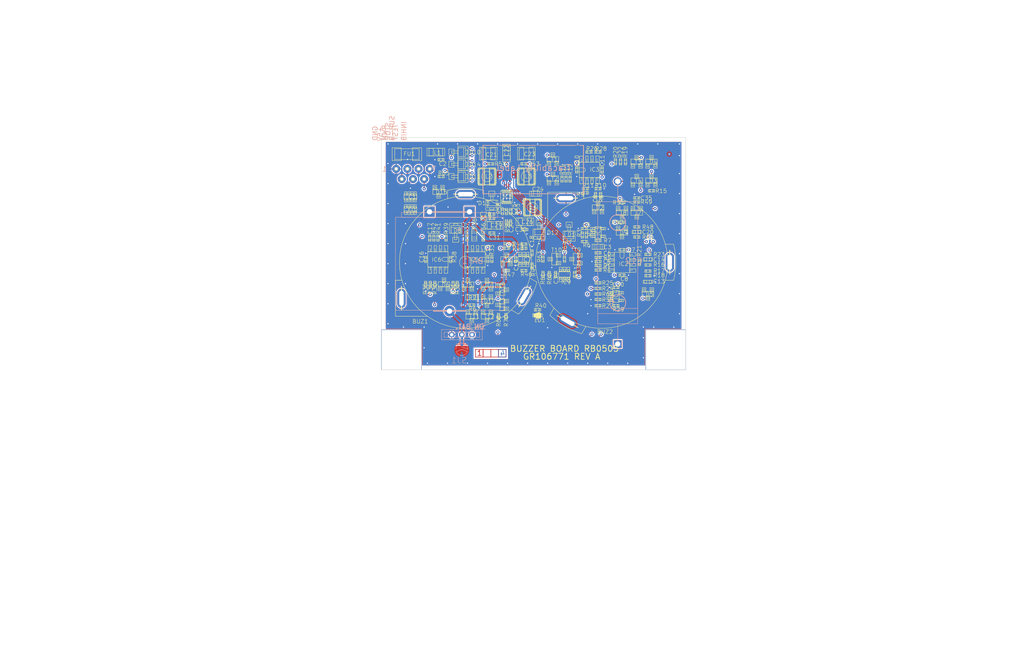
<source format=kicad_pcb>
(kicad_pcb (version 20171130) (host pcbnew 5.1.5-52549c5~86~ubuntu18.04.1)
  (layers (0 F.Cu signal) (1 In1.Cu signal) (2 In2.Cu signal) (31 B.Cu signal) (34 B.Paste user) (35 F.Paste user) (36 B.SilkS user) (37 F.SilkS user) (38 B.Mask user) (39 F.Mask user) (44 Edge.Cuts user))
  (net 0 "")
  (net 1 /PWM-BUZZER-CPU)
  (net 2 /INHIB-STOP-INV)
  (net 3 /SHDN1)
  (net 4 /SHDN2)
  (net 5 /PWM-BUZ)
  (net 6 /SUPPLY-BUZ)
  (net 7 /VBAT)
  (net 8 /VCHARG)
  (net 9 /STOP-INV)
  (net 10 /INHIB-STOP-INV-CPU)
  (net 11 GND)
  (net 12 /N$10)
  (net 13 /N$11)
  (net 14 /N$12)
  (net 15 /N$13)
  (net 16 /N$14)
  (net 17 /N$15)
  (net 18 /N$16)
  (net 19 /N$17)
  (net 20 /N$18)
  (net 21 /N$19)
  (net 22 /BATTV)
  (net 23 /N$20)
  (net 24 /N$21)
  (net 25 /N$22)
  (net 26 /N$23)
  (net 27 /N$24)
  (net 28 /N$25)
  (net 29 /+12V)
  (net 30 /N$26)
  (net 31 /N$27)
  (net 32 /N$28)
  (net 33 /N$29)
  (net 34 /N$30)
  (net 35 /GT1)
  (net 36 /N$31)
  (net 37 /N$32)
  (net 38 /N$33)
  (net 39 /N$34)
  (net 40 /N$35)
  (net 41 /N$36)
  (net 42 /N$37)
  (net 43 /N$38)
  (net 44 /N$39)
  (net 45 /N$40)
  (net 46 /N$41)
  (net 47 /TESTBUZ)
  (net 48 /N$42)
  (net 49 /N$43)
  (net 50 /N$44)
  (net 51 /N$45)
  (net 52 /N$46)
  (net 53 /N$47)
  (net 54 /N$48)
  (net 55 /N$49)
  (net 56 /N$1)
  (net 57 /N$2)
  (net 58 /N$3)
  (net 59 /N$4)
  (net 60 /N$5)
  (net 61 /N$6)
  (net 62 /N$7)
  (net 63 /N$50)
  (net 64 /N$8)
  (net 65 /N$51)
  (net 66 /N$9)
  (net 67 /N$52)
  (net 68 /N$53)
  (net 69 /N$54)
  (net 70 /N$55)
  (net 71 /N$56)
  (net 72 /N$57)
  (net 73 /N$58)
  (net 74 /N$59)
  (net 75 /N$78)
  (net 76 /+5V_CPU)
  (net 77 /STOP-INV-CPU)
  (net 78 /-12V)
  (net 79 /SUPPLY-BUZ-CPU)
  (net 80 /BUZ-ACT)
  (net 81 /TEST-BUZZER-CPU)
  (net 82 /+5V)
  (module AllModules:Via_12x32-1._._.4 (layer F.Cu) (at 132.7965 83.7415)
    (fp_text reference V173 hide)
    (fp_text value Val** hide)
    (pad ~ thru_hole circle (at 0 0) (size 0.8128 0.8128) (drill 0.3048) (layers F&B.Cu *.Mask) (net 8 /VCHARG))
  )
  (module AllModules:Via_12x32-1._._.4 (layer F.Cu) (at 130.447 103.807501)
    (fp_text reference V172 hide)
    (fp_text value Val** hide)
    (pad ~ thru_hole circle (at 0 0) (size 0.8128 0.8128) (drill 0.3048) (layers F&B.Cu *.Mask) (net 22 /BATTV))
  )
  (module AllModules:Via_12x32-1._._.4 (layer F.Cu) (at 150.3225 90.663)
    (fp_text reference V161 hide)
    (fp_text value Val** hide)
    (pad ~ thru_hole circle (at 0 0) (size 0.8128 0.8128) (drill 0.3048) (layers F&B.Cu *.Mask) (net 3 /SHDN1))
  )
  (module AllModules:Via_12x32-1._._.4 (layer F.Cu) (at 155.72 90.663)
    (fp_text reference V160 hide)
    (fp_text value Val** hide)
    (pad ~ thru_hole circle (at 0 0) (size 0.8128 0.8128) (drill 0.3048) (layers F&B.Cu *.Mask) (net 4 /SHDN2))
  )
  (module AllModules:Via_12x32-1._._.4 (layer F.Cu) (at 159.276 96.7375)
    (fp_text reference V159 hide)
    (fp_text value Val** hide)
    (pad ~ thru_hole circle (at 0 0) (size 0.8128 0.8128) (drill 0.3048) (layers F&B.Cu *.Mask) (net 12 /N$10))
  )
  (module AllModules:Via_12x32-1._._.4 (layer F.Cu) (at 142.0675 73.3275)
    (fp_text reference V156 hide)
    (fp_text value Val** hide)
    (pad ~ thru_hole circle (at 0 0) (size 0.8128 0.8128) (drill 0.3048) (layers F&B.Cu *.Mask) (net 4 /SHDN2))
  )
  (module AllModules:Via_12x32-1._._.4 (layer F.Cu) (at 140.48 73.3275)
    (fp_text reference V155 hide)
    (fp_text value Val** hide)
    (pad ~ thru_hole circle (at 0 0) (size 0.8128 0.8128) (drill 0.3048) (layers F&B.Cu *.Mask) (net 3 /SHDN1))
  )
  (module AllModules:Via_12x32-1._._.4 (layer F.Cu) (at 143.528 90.27289)
    (fp_text reference V49 hide)
    (fp_text value Val** hide)
    (pad ~ thru_hole circle (at 0 0) (size 0.8128 0.8128) (drill 0.3048) (layers F&B.Cu *.Mask) (net 8 /VCHARG))
  )
  (module AllModules:Via_12x32-1._.3.4 (layer F.Cu) (at 161.435 101.077)
    (fp_text reference V171 hide)
    (fp_text value Val** hide)
    (pad ~ thru_hole circle (at 0 0) (size 0.8128 0.8128) (drill 0.3048) (layers *.Mask F.Cu In2.Cu B.Cu) (net 8 /VCHARG))
  )
  (module AllModules:Via_12x32-1._.3.4 (layer F.Cu) (at 139.083 110.602)
    (fp_text reference V168 hide)
    (fp_text value Val** hide)
    (pad ~ thru_hole circle (at 0 0) (size 0.8128 0.8128) (drill 0.3048) (layers *.Mask F.Cu In2.Cu B.Cu) (net 2 /INHIB-STOP-INV))
  )
  (module AllModules:Via_12x32-1._.3.4 (layer F.Cu) (at 138.1813 96.251)
    (fp_text reference V167 hide)
    (fp_text value Val** hide)
    (pad ~ thru_hole circle (at 0 0) (size 0.8128 0.8128) (drill 0.3048) (layers *.Mask F.Cu In2.Cu B.Cu) (net 82 /+5V))
  )
  (module AllModules:Via_12x32-1._.3.4 (layer F.Cu) (at 139.083 102.22)
    (fp_text reference V166 hide)
    (fp_text value Val** hide)
    (pad ~ thru_hole circle (at 0 0) (size 0.8128 0.8128) (drill 0.3048) (layers *.Mask F.Cu In2.Cu B.Cu) (net 2 /INHIB-STOP-INV))
  )
  (module AllModules:Via_12x32-1._.3.4 (layer F.Cu) (at 134.638 103.998001)
    (fp_text reference V165 hide)
    (fp_text value Val** hide)
    (pad ~ thru_hole circle (at 0 0) (size 0.8128 0.8128) (drill 0.3048) (layers *.Mask F.Cu In2.Cu B.Cu) (net 8 /VCHARG))
  )
  (module AllModules:Via_12x32-1._.3.4 (layer F.Cu) (at 134.13 98.156)
    (fp_text reference V164 hide)
    (fp_text value Val** hide)
    (pad ~ thru_hole circle (at 0 0) (size 0.8128 0.8128) (drill 0.3048) (layers *.Mask F.Cu In2.Cu B.Cu) (net 73 /N$58))
  )
  (module AllModules:Via_12x32-1._.3.4 (layer F.Cu) (at 143.02 71.74)
    (fp_text reference V154 hide)
    (fp_text value Val** hide)
    (pad ~ thru_hole circle (at 0 0) (size 0.8128 0.8128) (drill 0.3048) (layers *.Mask F.Cu In2.Cu B.Cu) (net 12 /N$10))
  )
  (module AllModules:Via_12x32-1._.3.4 (layer F.Cu) (at 139.5275 71.74)
    (fp_text reference V153 hide)
    (fp_text value Val** hide)
    (pad ~ thru_hole circle (at 0 0) (size 0.8128 0.8128) (drill 0.3048) (layers *.Mask F.Cu In2.Cu B.Cu) (net 12 /N$10))
  )
  (module AllModules:Via_12x32-1._.3.4 (layer F.Cu) (at 139.5275 70.7875)
    (fp_text reference V152 hide)
    (fp_text value Val** hide)
    (pad ~ thru_hole circle (at 0 0) (size 0.8128 0.8128) (drill 0.3048) (layers *.Mask F.Cu In2.Cu B.Cu) (net 12 /N$10))
  )
  (module AllModules:Via_12x32-1._.3.4 (layer F.Cu) (at 135.87914 68.565)
    (fp_text reference V151 hide)
    (fp_text value Val** hide)
    (pad ~ thru_hole circle (at 0 0) (size 0.8128 0.8128) (drill 0.3048) (layers *.Mask F.Cu In2.Cu B.Cu) (net 12 /N$10))
  )
  (module AllModules:Via_12x32-1._.3.4 (layer F.Cu) (at 141.242 68.692)
    (fp_text reference V150 hide)
    (fp_text value Val** hide)
    (pad ~ thru_hole circle (at 0 0) (size 0.8128 0.8128) (drill 0.3048) (layers *.Mask F.Cu In2.Cu B.Cu) (net 12 /N$10))
  )
  (module AllModules:Via_12x32-1._.3.4 (layer F.Cu) (at 146.97848 68.565)
    (fp_text reference V149 hide)
    (fp_text value Val** hide)
    (pad ~ thru_hole circle (at 0 0) (size 0.8128 0.8128) (drill 0.3048) (layers *.Mask F.Cu In2.Cu B.Cu) (net 12 /N$10))
  )
  (module AllModules:Via_12x32-1._.3.4 (layer F.Cu) (at 123.2715 103.744)
    (fp_text reference V146 hide)
    (fp_text value Val** hide)
    (pad ~ thru_hole circle (at 0 0) (size 0.8128 0.8128) (drill 0.3048) (layers *.Mask F.Cu In2.Cu B.Cu) (net 80 /BUZ-ACT))
  )
  (module AllModules:Via_12x32-1._.3.4 (layer F.Cu) (at 143.02 70.7875)
    (fp_text reference V145 hide)
    (fp_text value Val** hide)
    (pad ~ thru_hole circle (at 0 0) (size 0.8128 0.8128) (drill 0.3048) (layers *.Mask F.Cu In2.Cu B.Cu) (net 12 /N$10))
  )
  (module AllModules:Via_12x32-1._.3.4 (layer F.Cu) (at 178.326 79.741)
    (fp_text reference V142 hide)
    (fp_text value Val** hide)
    (pad ~ thru_hole circle (at 0 0) (size 0.8128 0.8128) (drill 0.3048) (layers *.Mask F.Cu In2.Cu B.Cu) (net 35 /GT1))
  )
  (module AllModules:Via_12x32-1._.3.4 (layer F.Cu) (at 156.101 81.138)
    (fp_text reference V141 hide)
    (fp_text value Val** hide)
    (pad ~ thru_hole circle (at 0 0) (size 0.8128 0.8128) (drill 0.3048) (layers *.Mask F.Cu In2.Cu B.Cu) (net 21 /N$19))
  )
  (module AllModules:Via_12x32-1._.3.4 (layer F.Cu) (at 122.192 101.204)
    (fp_text reference V139 hide)
    (fp_text value Val** hide)
    (pad ~ thru_hole circle (at 0 0) (size 0.8128 0.8128) (drill 0.3048) (layers *.Mask F.Cu In2.Cu B.Cu) (net 73 /N$58))
  )
  (module AllModules:Via_12x32-1._.3.4 (layer F.Cu) (at 132.606 64.755)
    (fp_text reference V123 hide)
    (fp_text value Val** hide)
    (pad ~ thru_hole circle (at 0 0) (size 0.8128 0.8128) (drill 0.3048) (layers *.Mask F.Cu In2.Cu B.Cu) (net 12 /N$10))
  )
  (module AllModules:Via_12x32-1._.3.4 (layer F.Cu) (at 181.882 66.152)
    (fp_text reference V122 hide)
    (fp_text value Val** hide)
    (pad ~ thru_hole circle (at 0 0) (size 0.8128 0.8128) (drill 0.3048) (layers *.Mask F.Cu In2.Cu B.Cu) (net 35 /GT1))
  )
  (module AllModules:Via_12x32-1._.3.4 (layer F.Cu) (at 151.402 66.3806)
    (fp_text reference V121 hide)
    (fp_text value Val** hide)
    (pad ~ thru_hole circle (at 0 0) (size 0.8128 0.8128) (drill 0.3048) (layers *.Mask F.Cu In2.Cu B.Cu) (net 29 /+12V))
  )
  (module AllModules:Via_12x32-1._.3.4 (layer F.Cu) (at 132.606 66.533)
    (fp_text reference V120 hide)
    (fp_text value Val** hide)
    (pad ~ thru_hole circle (at 0 0) (size 0.8128 0.8128) (drill 0.3048) (layers *.Mask F.Cu In2.Cu B.Cu) (net 12 /N$10))
  )
  (module AllModules:Via_12x32-1._.3.4 (layer F.Cu) (at 174.897 67.0156)
    (fp_text reference V119 hide)
    (fp_text value Val** hide)
    (pad ~ thru_hole circle (at 0 0) (size 0.8128 0.8128) (drill 0.3048) (layers *.Mask F.Cu In2.Cu B.Cu) (net 29 /+12V))
  )
  (module AllModules:Via_12x32-1._.3.4 (layer F.Cu) (at 127.4805 67.023)
    (fp_text reference V118 hide)
    (fp_text value Val** hide)
    (pad ~ thru_hole circle (at 0 0) (size 0.8128 0.8128) (drill 0.3048) (layers *.Mask F.Cu In2.Cu B.Cu) (net 82 /+5V))
  )
  (module AllModules:Via_12x32-1._.3.4 (layer F.Cu) (at 132.606 67.803)
    (fp_text reference V115 hide)
    (fp_text value Val** hide)
    (pad ~ thru_hole circle (at 0 0) (size 0.8128 0.8128) (drill 0.3048) (layers *.Mask F.Cu In2.Cu B.Cu) (net 12 /N$10))
  )
  (module AllModules:Via_12x32-1._.3.4 (layer F.Cu) (at 167.531 68.607)
    (fp_text reference V114 hide)
    (fp_text value Val** hide)
    (pad ~ thru_hole circle (at 0 0) (size 0.8128 0.8128) (drill 0.3048) (layers *.Mask F.Cu In2.Cu B.Cu) (net 20 /N$18))
  )
  (module AllModules:Via_12x32-1._.3.4 (layer F.Cu) (at 158.768 68.311)
    (fp_text reference V112 hide)
    (fp_text value Val** hide)
    (pad ~ thru_hole circle (at 0 0) (size 0.8128 0.8128) (drill 0.3048) (layers *.Mask F.Cu In2.Cu B.Cu) (net 29 /+12V))
  )
  (module AllModules:Via_12x32-1._.3.4 (layer F.Cu) (at 132.606 69.581)
    (fp_text reference V110 hide)
    (fp_text value Val** hide)
    (pad ~ thru_hole circle (at 0 0) (size 0.8128 0.8128) (drill 0.3048) (layers *.Mask F.Cu In2.Cu B.Cu) (net 12 /N$10))
  )
  (module AllModules:Via_12x32-1._.3.4 (layer F.Cu) (at 177.437 70.47)
    (fp_text reference V109 hide)
    (fp_text value Val** hide)
    (pad ~ thru_hole circle (at 0 0) (size 0.8128 0.8128) (drill 0.3048) (layers *.Mask F.Cu In2.Cu B.Cu) (net 36 /N$31))
  )
  (module AllModules:Via_12x32-1._.3.4 (layer F.Cu) (at 125.875 70.216)
    (fp_text reference V108 hide)
    (fp_text value Val** hide)
    (pad ~ thru_hole circle (at 0 0) (size 0.8128 0.8128) (drill 0.3048) (layers *.Mask F.Cu In2.Cu B.Cu) (net 6 /SUPPLY-BUZ))
  )
  (module AllModules:Via_12x32-1._.3.4 (layer F.Cu) (at 151.402 71.2066)
    (fp_text reference V106 hide)
    (fp_text value Val** hide)
    (pad ~ thru_hole circle (at 0 0) (size 0.8128 0.8128) (drill 0.3048) (layers *.Mask F.Cu In2.Cu B.Cu) (net 78 /-12V))
  )
  (module AllModules:Via_12x32-1._.3.4 (layer F.Cu) (at 132.606 70.851)
    (fp_text reference V105 hide)
    (fp_text value Val** hide)
    (pad ~ thru_hole circle (at 0 0) (size 0.8128 0.8128) (drill 0.3048) (layers *.Mask F.Cu In2.Cu B.Cu) (net 12 /N$10))
  )
  (module AllModules:Via_12x32-1._.3.4 (layer F.Cu) (at 165.118 71.867)
    (fp_text reference V104 hide)
    (fp_text value Val** hide)
    (pad ~ thru_hole circle (at 0 0) (size 0.8128 0.8128) (drill 0.3048) (layers *.Mask F.Cu In2.Cu B.Cu) (net 78 /-12V))
  )
  (module AllModules:Via_12x32-1._.3.4 (layer F.Cu) (at 132.606 72.629)
    (fp_text reference V102 hide)
    (fp_text value Val** hide)
    (pad ~ thru_hole circle (at 0 0) (size 0.8128 0.8128) (drill 0.3048) (layers *.Mask F.Cu In2.Cu B.Cu) (net 12 /N$10))
  )
  (module AllModules:Via_12x32-1._.3.4 (layer F.Cu) (at 174.7192 75.169)
    (fp_text reference V100 hide)
    (fp_text value Val** hide)
    (pad ~ thru_hole circle (at 0 0) (size 0.8128 0.8128) (drill 0.3048) (layers *.Mask F.Cu In2.Cu B.Cu) (net 20 /N$18))
  )
  (module AllModules:Via_12x32-1._.3.4 (layer F.Cu) (at 120.668 74.788)
    (fp_text reference V98 hide)
    (fp_text value Val** hide)
    (pad ~ thru_hole circle (at 0 0) (size 0.8128 0.8128) (drill 0.3048) (layers *.Mask F.Cu In2.Cu B.Cu) (net 79 /SUPPLY-BUZ-CPU))
  )
  (module AllModules:Via_12x32-1._.3.4 (layer F.Cu) (at 169.521 77.201)
    (fp_text reference V90 hide)
    (fp_text value Val** hide)
    (pad ~ thru_hole circle (at 0 0) (size 0.8128 0.8128) (drill 0.3048) (layers *.Mask F.Cu In2.Cu B.Cu) (net 7 /VBAT))
  )
  (module AllModules:Via_12x32-1._.3.4 (layer F.Cu) (at 144.3916 80.757)
    (fp_text reference V83 hide)
    (fp_text value Val** hide)
    (pad ~ thru_hole circle (at 0 0) (size 0.8128 0.8128) (drill 0.3048) (layers *.Mask F.Cu In2.Cu B.Cu) (net 78 /-12V))
  )
  (module AllModules:Via_12x32-1._.3.4 (layer F.Cu) (at 135.4 82.154)
    (fp_text reference V80 hide)
    (fp_text value Val** hide)
    (pad ~ thru_hole circle (at 0 0) (size 0.8128 0.8128) (drill 0.3048) (layers *.Mask F.Cu In2.Cu B.Cu) (net 29 /+12V))
  )
  (module AllModules:Via_12x32-1._.3.4 (layer F.Cu) (at 168.293 83.17)
    (fp_text reference V79 hide)
    (fp_text value Val** hide)
    (pad ~ thru_hole circle (at 0 0) (size 0.8128 0.8128) (drill 0.3048) (layers *.Mask F.Cu In2.Cu B.Cu) (net 6 /SUPPLY-BUZ))
  )
  (module AllModules:Via_12x32-1._.3.4 (layer F.Cu) (at 161.181 83.7595)
    (fp_text reference V78 hide)
    (fp_text value Val** hide)
    (pad ~ thru_hole circle (at 0 0) (size 0.8128 0.8128) (drill 0.3048) (layers *.Mask F.Cu In2.Cu B.Cu) (net 6 /SUPPLY-BUZ))
  )
  (module AllModules:Via_12x32-1._.3.4 (layer F.Cu) (at 154.2595 83.805)
    (fp_text reference V77 hide)
    (fp_text value Val** hide)
    (pad ~ thru_hole circle (at 0 0) (size 0.8128 0.8128) (drill 0.3048) (layers *.Mask F.Cu In2.Cu B.Cu) (net 6 /SUPPLY-BUZ))
  )
  (module AllModules:Via_12x32-1._.3.4 (layer F.Cu) (at 119.525 83.805)
    (fp_text reference V76 hide)
    (fp_text value Val** hide)
    (pad ~ thru_hole circle (at 0 0) (size 0.8128 0.8128) (drill 0.3048) (layers *.Mask F.Cu In2.Cu B.Cu) (net 79 /SUPPLY-BUZ-CPU))
  )
  (module AllModules:Via_12x32-1._.3.4 (layer F.Cu) (at 176.9925 86.853)
    (fp_text reference V64 hide)
    (fp_text value Val** hide)
    (pad ~ thru_hole circle (at 0 0) (size 0.8128 0.8128) (drill 0.3048) (layers *.Mask F.Cu In2.Cu B.Cu) (net 9 /STOP-INV))
  )
  (module AllModules:Via_12x32-1._.3.4 (layer F.Cu) (at 125.113 86.726)
    (fp_text reference V63 hide)
    (fp_text value Val** hide)
    (pad ~ thru_hole circle (at 0 0) (size 0.8128 0.8128) (drill 0.3048) (layers *.Mask F.Cu In2.Cu B.Cu) (net 75 /N$78))
  )
  (module AllModules:Via_12x32-1._.3.4 (layer F.Cu) (at 120.16 86.726)
    (fp_text reference V62 hide)
    (fp_text value Val** hide)
    (pad ~ thru_hole circle (at 0 0) (size 0.8128 0.8128) (drill 0.3048) (layers *.Mask F.Cu In2.Cu B.Cu) (net 75 /N$78))
  )
  (module AllModules:Via_12x32-1._.3.4 (layer F.Cu) (at 177.8815 87.996001)
    (fp_text reference V61 hide)
    (fp_text value Val** hide)
    (pad ~ thru_hole circle (at 0 0) (size 0.8128 0.8128) (drill 0.3048) (layers *.Mask F.Cu In2.Cu B.Cu) (net 2 /INHIB-STOP-INV))
  )
  (module AllModules:Via_12x32-1._.3.4 (layer F.Cu) (at 176.167 87.996001)
    (fp_text reference V60 hide)
    (fp_text value Val** hide)
    (pad ~ thru_hole circle (at 0 0) (size 0.8128 0.8128) (drill 0.3048) (layers *.Mask F.Cu In2.Cu B.Cu) (net 82 /+5V))
  )
  (module AllModules:Via_12x32-1._.3.4 (layer F.Cu) (at 141.792 88.758)
    (fp_text reference V58 hide)
    (fp_text value Val** hide)
    (pad ~ thru_hole circle (at 0 0) (size 0.8128 0.8128) (drill 0.3048) (layers *.Mask F.Cu In2.Cu B.Cu) (net 7 /VBAT))
  )
  (module AllModules:Via_12x32-1._.3.4 (layer F.Cu) (at 139.718 89.647)
    (fp_text reference V54 hide)
    (fp_text value Val** hide)
    (pad ~ thru_hole circle (at 0 0) (size 0.8128 0.8128) (drill 0.3048) (layers *.Mask F.Cu In2.Cu B.Cu) (net 82 /+5V))
  )
  (module AllModules:Via_12x32-1._.3.4 (layer F.Cu) (at 136.543 89.46222)
    (fp_text reference V53 hide)
    (fp_text value Val** hide)
    (pad ~ thru_hole circle (at 0 0) (size 0.8128 0.8128) (drill 0.3048) (layers *.Mask F.Cu In2.Cu B.Cu) (net 29 /+12V))
  )
  (module AllModules:Via_12x32-1._.3.4 (layer F.Cu) (at 176.8655 90.0915)
    (fp_text reference V52 hide)
    (fp_text value Val** hide)
    (pad ~ thru_hole circle (at 0 0) (size 0.8128 0.8128) (drill 0.3048) (layers *.Mask F.Cu In2.Cu B.Cu) (net 80 /BUZ-ACT))
  )
  (module AllModules:Via_12x32-1._.3.4 (layer F.Cu) (at 171.722 90.028)
    (fp_text reference V51 hide)
    (fp_text value Val** hide)
    (pad ~ thru_hole circle (at 0 0) (size 0.8128 0.8128) (drill 0.3048) (layers *.Mask F.Cu In2.Cu B.Cu) (net 29 /+12V))
  )
  (module AllModules:Via_12x32-1._.3.4 (layer F.Cu) (at 168.166 96.378)
    (fp_text reference V38 hide)
    (fp_text value Val** hide)
    (pad ~ thru_hole circle (at 0 0) (size 0.8128 0.8128) (drill 0.3048) (layers *.Mask F.Cu In2.Cu B.Cu) (net 78 /-12V))
  )
  (module AllModules:Via_12x32-1._.3.4 (layer F.Cu) (at 163.552 97.267)
    (fp_text reference V37 hide)
    (fp_text value Val** hide)
    (pad ~ thru_hole circle (at 0 0) (size 0.8128 0.8128) (drill 0.3048) (layers *.Mask F.Cu In2.Cu B.Cu) (net 7 /VBAT))
  )
  (module AllModules:Via_12x32-1._.3.4 (layer F.Cu) (at 169.097 98.537)
    (fp_text reference V35 hide)
    (fp_text value Val** hide)
    (pad ~ thru_hole circle (at 0 0) (size 0.8128 0.8128) (drill 0.3048) (layers *.Mask F.Cu In2.Cu B.Cu) (net 82 /+5V))
  )
  (module AllModules:Via_12x32-1._.3.4 (layer F.Cu) (at 162.324 99.68)
    (fp_text reference V31 hide)
    (fp_text value Val** hide)
    (pad ~ thru_hole circle (at 0 0) (size 0.8128 0.8128) (drill 0.3048) (layers *.Mask F.Cu In2.Cu B.Cu) (net 80 /BUZ-ACT))
  )
  (module AllModules:Via_12x32-1._.3.4 (layer F.Cu) (at 127.907 100.3785)
    (fp_text reference V30 hide)
    (fp_text value Val** hide)
    (pad ~ thru_hole circle (at 0 0) (size 0.8128 0.8128) (drill 0.3048) (layers *.Mask F.Cu In2.Cu B.Cu) (net 6 /SUPPLY-BUZ))
  )
  (module AllModules:Via_12x32-1._.3.4 (layer F.Cu) (at 175.278 102.1184)
    (fp_text reference V27 hide)
    (fp_text value Val** hide)
    (pad ~ thru_hole circle (at 0 0) (size 0.8128 0.8128) (drill 0.3048) (layers *.Mask F.Cu In2.Cu B.Cu) (net 80 /BUZ-ACT))
  )
  (module AllModules:Via_12x32-1._.3.4 (layer F.Cu) (at 164.864 111.11)
    (fp_text reference V16 hide)
    (fp_text value Val** hide)
    (pad ~ thru_hole circle (at 0 0) (size 0.8128 0.8128) (drill 0.3048) (layers *.Mask F.Cu In2.Cu B.Cu) (net 9 /STOP-INV))
  )
  (module AllModules:Via_12x32-1._.3.4 (layer F.Cu) (at 162.578 111.11)
    (fp_text reference V15 hide)
    (fp_text value Val** hide)
    (pad ~ thru_hole circle (at 0 0) (size 0.8128 0.8128) (drill 0.3048) (layers *.Mask F.Cu In2.Cu B.Cu) (net 2 /INHIB-STOP-INV))
  )
  (module AllModules:Via_12x32 (layer F.Cu) (at 121.5 118.349)
    (fp_text reference V1 hide)
    (fp_text value Val** hide)
    (pad ~ thru_hole circle (at 0 0) (size 0.8128 0.8128) (drill 0.3048) (layers *.Cu *.Mask) (net 11 GND))
  )
  (module AllModules:Via_12x32 (layer F.Cu) (at 162.324 102.474)
    (fp_text reference V170 hide)
    (fp_text value Val** hide)
    (pad ~ thru_hole circle (at 0 0) (size 0.8128 0.8128) (drill 0.3048) (layers *.Cu *.Mask) (net 11 GND))
  )
  (module AllModules:Via_12x32 (layer F.Cu) (at 162.324 103.998001)
    (fp_text reference V169 hide)
    (fp_text value Val** hide)
    (pad ~ thru_hole circle (at 0 0) (size 0.8128 0.8128) (drill 0.3048) (layers *.Cu *.Mask) (net 11 GND))
  )
  (module AllModules:Via_12x32 (layer F.Cu) (at 134.003 99.807)
    (fp_text reference V163 hide)
    (fp_text value Val** hide)
    (pad ~ thru_hole circle (at 0 0) (size 0.8128 0.8128) (drill 0.3048) (layers *.Cu *.Mask) (net 11 GND))
  )
  (module AllModules:Via_12x32 (layer F.Cu) (at 126.637 79.36)
    (fp_text reference V162 hide)
    (fp_text value Val** hide)
    (pad ~ thru_hole circle (at 0 0) (size 0.8128 0.8128) (drill 0.3048) (layers *.Cu *.Mask) (net 11 GND))
  )
  (module AllModules:Via_12x32 (layer F.Cu) (at 158.26 94.6)
    (fp_text reference V158 hide)
    (fp_text value Val** hide)
    (pad ~ thru_hole circle (at 0 0) (size 0.8128 0.8128) (drill 0.3048) (layers *.Cu *.Mask) (net 11 GND))
  )
  (module AllModules:Via_12x32 (layer F.Cu) (at 152.545 94.473)
    (fp_text reference V157 hide)
    (fp_text value Val** hide)
    (pad ~ thru_hole circle (at 0 0) (size 0.8128 0.8128) (drill 0.3048) (layers *.Cu *.Mask) (net 11 GND))
  )
  (module AllModules:Via_12x32 (layer F.Cu) (at 123.335 71.74)
    (fp_text reference V148 hide)
    (fp_text value Val** hide)
    (pad ~ thru_hole circle (at 0 0) (size 0.8128 0.8128) (drill 0.3048) (layers *.Cu *.Mask) (net 11 GND))
  )
  (module AllModules:Via_12x32 (layer F.Cu) (at 134.003 83.551)
    (fp_text reference V147 hide)
    (fp_text value Val** hide)
    (pad ~ thru_hole circle (at 0 0) (size 0.8128 0.8128) (drill 0.3048) (layers *.Cu *.Mask) (net 11 GND))
  )
  (module AllModules:Via_12x32 (layer F.Cu) (at 161.943 89.266)
    (fp_text reference V144 hide)
    (fp_text value Val** hide)
    (pad ~ thru_hole circle (at 0 0) (size 0.8128 0.8128) (drill 0.3048) (layers *.Cu *.Mask) (net 11 GND))
  )
  (module AllModules:Via_12x32 (layer F.Cu) (at 173.204 76.185)
    (fp_text reference V143 hide)
    (fp_text value Val** hide)
    (pad ~ thru_hole circle (at 0 0) (size 0.8128 0.8128) (drill 0.3048) (layers *.Cu *.Mask) (net 11 GND))
  )
  (module AllModules:Via_12x32 (layer F.Cu) (at 129.05 100.315)
    (fp_text reference V140 hide)
    (fp_text value Val** hide)
    (pad ~ thru_hole circle (at 0 0) (size 0.8128 0.8128) (drill 0.3048) (layers *.Cu *.Mask) (net 11 GND))
  )
  (module AllModules:Via_12x32 (layer F.Cu) (at 171.341 85.964)
    (fp_text reference V138 hide)
    (fp_text value Val** hide)
    (pad ~ thru_hole circle (at 0 0) (size 0.8128 0.8128) (drill 0.3048) (layers *.Cu *.Mask) (net 11 GND))
  )
  (module AllModules:Via_12x32 (layer F.Cu) (at 184.422 66.533)
    (fp_text reference V137 hide)
    (fp_text value Val** hide)
    (pad ~ thru_hole circle (at 0 0) (size 0.8128 0.8128) (drill 0.3048) (layers *.Cu *.Mask) (net 11 GND))
  )
  (module AllModules:Via_12x32 (layer F.Cu) (at 184.422 63.612)
    (fp_text reference V136 hide)
    (fp_text value Val** hide)
    (pad ~ thru_hole circle (at 0 0) (size 0.8128 0.8128) (drill 0.3048) (layers *.Cu *.Mask) (net 11 GND))
  )
  (module AllModules:Via_12x32 (layer F.Cu) (at 179 63.612)
    (fp_text reference V135 hide)
    (fp_text value Val** hide)
    (pad ~ thru_hole circle (at 0 0) (size 0.8128 0.8128) (drill 0.3048) (layers *.Cu *.Mask) (net 11 GND))
  )
  (module AllModules:Via_12x32 (layer F.Cu) (at 174 63.612)
    (fp_text reference V134 hide)
    (fp_text value Val** hide)
    (pad ~ thru_hole circle (at 0 0) (size 0.8128 0.8128) (drill 0.3048) (layers *.Cu *.Mask) (net 11 GND))
  )
  (module AllModules:Via_12x32 (layer F.Cu) (at 164 63.612)
    (fp_text reference V133 hide)
    (fp_text value Val** hide)
    (pad ~ thru_hole circle (at 0 0) (size 0.8128 0.8128) (drill 0.3048) (layers *.Cu *.Mask) (net 11 GND))
  )
  (module AllModules:Via_12x32 (layer F.Cu) (at 159 63.612)
    (fp_text reference V132 hide)
    (fp_text value Val** hide)
    (pad ~ thru_hole circle (at 0 0) (size 0.8128 0.8128) (drill 0.3048) (layers *.Cu *.Mask) (net 11 GND))
  )
  (module AllModules:Via_12x32 (layer F.Cu) (at 154 63.612)
    (fp_text reference V131 hide)
    (fp_text value Val** hide)
    (pad ~ thru_hole circle (at 0 0) (size 0.8128 0.8128) (drill 0.3048) (layers *.Cu *.Mask) (net 11 GND))
  )
  (module AllModules:Via_12x32 (layer F.Cu) (at 149 63.612)
    (fp_text reference V130 hide)
    (fp_text value Val** hide)
    (pad ~ thru_hole circle (at 0 0) (size 0.8128 0.8128) (drill 0.3048) (layers *.Cu *.Mask) (net 11 GND))
  )
  (module AllModules:Via_12x32 (layer F.Cu) (at 144 63.612)
    (fp_text reference V129 hide)
    (fp_text value Val** hide)
    (pad ~ thru_hole circle (at 0 0) (size 0.8128 0.8128) (drill 0.3048) (layers *.Cu *.Mask) (net 11 GND))
  )
  (module AllModules:Via_12x32 (layer F.Cu) (at 139 63.612)
    (fp_text reference V128 hide)
    (fp_text value Val** hide)
    (pad ~ thru_hole circle (at 0 0) (size 0.8128 0.8128) (drill 0.3048) (layers *.Cu *.Mask) (net 11 GND))
  )
  (module AllModules:Via_12x32 (layer F.Cu) (at 134 63.612)
    (fp_text reference V127 hide)
    (fp_text value Val** hide)
    (pad ~ thru_hole circle (at 0 0) (size 0.8128 0.8128) (drill 0.3048) (layers *.Cu *.Mask) (net 11 GND))
  )
  (module AllModules:Via_12x32 (layer F.Cu) (at 129 63.612)
    (fp_text reference V126 hide)
    (fp_text value Val** hide)
    (pad ~ thru_hole circle (at 0 0) (size 0.8128 0.8128) (drill 0.3048) (layers *.Cu *.Mask) (net 11 GND))
  )
  (module AllModules:Via_12x32 (layer F.Cu) (at 124 63.612)
    (fp_text reference V125 hide)
    (fp_text value Val** hide)
    (pad ~ thru_hole circle (at 0 0) (size 0.8128 0.8128) (drill 0.3048) (layers *.Cu *.Mask) (net 11 GND))
  )
  (module AllModules:Via_12x32 (layer F.Cu) (at 111.651 63.612)
    (fp_text reference V124 hide)
    (fp_text value Val** hide)
    (pad ~ thru_hole circle (at 0 0) (size 0.8128 0.8128) (drill 0.3048) (layers *.Cu *.Mask) (net 11 GND))
  )
  (module AllModules:Via_12x32 (layer F.Cu) (at 123.335 67.549)
    (fp_text reference V117 hide)
    (fp_text value Val** hide)
    (pad ~ thru_hole circle (at 0 0) (size 0.8128 0.8128) (drill 0.3048) (layers *.Cu *.Mask) (net 11 GND))
  )
  (module AllModules:Via_12x32 (layer F.Cu) (at 116.5 67.5)
    (fp_text reference V116 hide)
    (fp_text value Val** hide)
    (pad ~ thru_hole circle (at 0 0) (size 0.8128 0.8128) (drill 0.3048) (layers *.Cu *.Mask) (net 11 GND))
  )
  (module AllModules:Via_12x32 (layer F.Cu) (at 165.118 68.311)
    (fp_text reference V113 hide)
    (fp_text value Val** hide)
    (pad ~ thru_hole circle (at 0 0) (size 0.8128 0.8128) (drill 0.3048) (layers *.Cu *.Mask) (net 11 GND))
  )
  (module AllModules:Via_12x32 (layer F.Cu) (at 111.651 68.5)
    (fp_text reference V111 hide)
    (fp_text value Val** hide)
    (pad ~ thru_hole circle (at 0 0) (size 0.8128 0.8128) (drill 0.3048) (layers *.Cu *.Mask) (net 11 GND))
  )
  (module AllModules:Via_12x32 (layer F.Cu) (at 184.422 71)
    (fp_text reference V107 hide)
    (fp_text value Val** hide)
    (pad ~ thru_hole circle (at 0 0) (size 0.8128 0.8128) (drill 0.3048) (layers *.Cu *.Mask) (net 11 GND))
  )
  (module AllModules:Via_12x32 (layer F.Cu) (at 158.768 71.74)
    (fp_text reference V103 hide)
    (fp_text value Val** hide)
    (pad ~ thru_hole circle (at 0 0) (size 0.8128 0.8128) (drill 0.3048) (layers *.Cu *.Mask) (net 11 GND))
  )
  (module AllModules:Via_12x32 (layer F.Cu) (at 111.651 73.5)
    (fp_text reference V101 hide)
    (fp_text value Val** hide)
    (pad ~ thru_hole circle (at 0 0) (size 0.8128 0.8128) (drill 0.3048) (layers *.Cu *.Mask) (net 11 GND))
  )
  (module AllModules:Via_12x32 (layer F.Cu) (at 165.626 74.788)
    (fp_text reference V99 hide)
    (fp_text value Val** hide)
    (pad ~ thru_hole circle (at 0 0) (size 0.8128 0.8128) (drill 0.3048) (layers *.Cu *.Mask) (net 11 GND))
  )
  (module AllModules:Via_12x32 (layer F.Cu) (at 117.239 74.661)
    (fp_text reference V97 hide)
    (fp_text value Val** hide)
    (pad ~ thru_hole circle (at 0 0) (size 0.8128 0.8128) (drill 0.3048) (layers *.Cu *.Mask) (net 11 GND))
  )
  (module AllModules:Via_12x32 (layer F.Cu) (at 159.403 75.804)
    (fp_text reference V96 hide)
    (fp_text value Val** hide)
    (pad ~ thru_hole circle (at 0 0) (size 0.8128 0.8128) (drill 0.3048) (layers *.Cu *.Mask) (net 11 GND))
  )
  (module AllModules:Via_12x32 (layer F.Cu) (at 184.422 76)
    (fp_text reference V95 hide)
    (fp_text value Val** hide)
    (pad ~ thru_hole circle (at 0 0) (size 0.8128 0.8128) (drill 0.3048) (layers *.Cu *.Mask) (net 11 GND))
  )
  (module AllModules:Via_12x32 (layer F.Cu) (at 142.0675 76.3755)
    (fp_text reference V94 hide)
    (fp_text value Val** hide)
    (pad ~ thru_hole circle (at 0 0) (size 0.8128 0.8128) (drill 0.3048) (layers *.Cu *.Mask) (net 11 GND))
  )
  (module AllModules:Via_12x32 (layer F.Cu) (at 141.242 76.3755)
    (fp_text reference V93 hide)
    (fp_text value Val** hide)
    (pad ~ thru_hole circle (at 0 0) (size 0.8128 0.8128) (drill 0.3048) (layers *.Cu *.Mask) (net 11 GND))
  )
  (module AllModules:Via_12x32 (layer F.Cu) (at 140.4165 76.3755)
    (fp_text reference V92 hide)
    (fp_text value Val** hide)
    (pad ~ thru_hole circle (at 0 0) (size 0.8128 0.8128) (drill 0.3048) (layers *.Cu *.Mask) (net 11 GND))
  )
  (module AllModules:Via_12x32 (layer F.Cu) (at 139.083 76.693)
    (fp_text reference V91 hide)
    (fp_text value Val** hide)
    (pad ~ thru_hole circle (at 0 0) (size 0.8128 0.8128) (drill 0.3048) (layers *.Cu *.Mask) (net 11 GND))
  )
  (module AllModules:Via_12x32 (layer F.Cu) (at 142.0675 77.2645)
    (fp_text reference V89 hide)
    (fp_text value Val** hide)
    (pad ~ thru_hole circle (at 0 0) (size 0.8128 0.8128) (drill 0.3048) (layers *.Cu *.Mask) (net 11 GND))
  )
  (module AllModules:Via_12x32 (layer F.Cu) (at 141.242 77.2645)
    (fp_text reference V88 hide)
    (fp_text value Val** hide)
    (pad ~ thru_hole circle (at 0 0) (size 0.8128 0.8128) (drill 0.3048) (layers *.Cu *.Mask) (net 11 GND))
  )
  (module AllModules:Via_12x32 (layer F.Cu) (at 140.4165 77.2645)
    (fp_text reference V87 hide)
    (fp_text value Val** hide)
    (pad ~ thru_hole circle (at 0 0) (size 0.8128 0.8128) (drill 0.3048) (layers *.Cu *.Mask) (net 11 GND))
  )
  (module AllModules:Via_12x32 (layer F.Cu) (at 143.274 78.2325)
    (fp_text reference V86 hide)
    (fp_text value Val** hide)
    (pad ~ thru_hole circle (at 0 0) (size 0.8128 0.8128) (drill 0.3048) (layers *.Cu *.Mask) (net 11 GND))
  )
  (module AllModules:Via_12x32 (layer F.Cu) (at 134 78)
    (fp_text reference V85 hide)
    (fp_text value Val** hide)
    (pad ~ thru_hole circle (at 0 0) (size 0.8128 0.8128) (drill 0.3048) (layers *.Cu *.Mask) (net 11 GND))
  )
  (module AllModules:Via_12x32 (layer F.Cu) (at 111.651 78.5)
    (fp_text reference V84 hide)
    (fp_text value Val** hide)
    (pad ~ thru_hole circle (at 0 0) (size 0.8128 0.8128) (drill 0.3048) (layers *.Cu *.Mask) (net 11 GND))
  )
  (module AllModules:Via_12x32 (layer F.Cu) (at 184.422 81)
    (fp_text reference V82 hide)
    (fp_text value Val** hide)
    (pad ~ thru_hole circle (at 0 0) (size 0.8128 0.8128) (drill 0.3048) (layers *.Cu *.Mask) (net 11 GND))
  )
  (module AllModules:Via_12x32 (layer F.Cu) (at 140.226 82.154)
    (fp_text reference V81 hide)
    (fp_text value Val** hide)
    (pad ~ thru_hole circle (at 0 0) (size 0.8128 0.8128) (drill 0.3048) (layers *.Cu *.Mask) (net 11 GND))
  )
  (module AllModules:Via_12x32 (layer F.Cu) (at 116 83.5)
    (fp_text reference V75 hide)
    (fp_text value Val** hide)
    (pad ~ thru_hole circle (at 0 0) (size 0.8128 0.8128) (drill 0.3048) (layers *.Cu *.Mask) (net 11 GND))
  )
  (module AllModules:Via_12x32 (layer F.Cu) (at 111.651 83.5)
    (fp_text reference V74 hide)
    (fp_text value Val** hide)
    (pad ~ thru_hole circle (at 0 0) (size 0.8128 0.8128) (drill 0.3048) (layers *.Cu *.Mask) (net 11 GND))
  )
  (module AllModules:Via_12x32 (layer F.Cu) (at 159.149 84.694)
    (fp_text reference V73 hide)
    (fp_text value Val** hide)
    (pad ~ thru_hole circle (at 0 0) (size 0.8128 0.8128) (drill 0.3048) (layers *.Cu *.Mask) (net 11 GND))
  )
  (module AllModules:Via_12x32 (layer F.Cu) (at 166.642 84.8845)
    (fp_text reference V72 hide)
    (fp_text value Val** hide)
    (pad ~ thru_hole circle (at 0 0) (size 0.8128 0.8128) (drill 0.3048) (layers *.Cu *.Mask) (net 11 GND))
  )
  (module AllModules:Via_12x32 (layer F.Cu) (at 126.129 85.329)
    (fp_text reference V71 hide)
    (fp_text value Val** hide)
    (pad ~ thru_hole circle (at 0 0) (size 0.8128 0.8128) (drill 0.3048) (layers *.Cu *.Mask) (net 11 GND))
  )
  (module AllModules:Via_12x32 (layer F.Cu) (at 139.464 85.964)
    (fp_text reference V70 hide)
    (fp_text value Val** hide)
    (pad ~ thru_hole circle (at 0 0) (size 0.8128 0.8128) (drill 0.3048) (layers *.Cu *.Mask) (net 11 GND))
  )
  (module AllModules:Via_12x32 (layer F.Cu) (at 123.081 85.456)
    (fp_text reference V69 hide)
    (fp_text value Val** hide)
    (pad ~ thru_hole circle (at 0 0) (size 0.8128 0.8128) (drill 0.3048) (layers *.Cu *.Mask) (net 11 GND))
  )
  (module AllModules:Via_12x32 (layer F.Cu) (at 184.422 86)
    (fp_text reference V68 hide)
    (fp_text value Val** hide)
    (pad ~ thru_hole circle (at 0 0) (size 0.8128 0.8128) (drill 0.3048) (layers *.Cu *.Mask) (net 11 GND))
  )
  (module AllModules:Via_12x32 (layer F.Cu) (at 151.529 86.091)
    (fp_text reference V67 hide)
    (fp_text value Val** hide)
    (pad ~ thru_hole circle (at 0 0) (size 0.8128 0.8128) (drill 0.3048) (layers *.Cu *.Mask) (net 11 GND))
  )
  (module AllModules:Via_12x32 (layer F.Cu) (at 146.322 86.091)
    (fp_text reference V66 hide)
    (fp_text value Val** hide)
    (pad ~ thru_hole circle (at 0 0) (size 0.8128 0.8128) (drill 0.3048) (layers *.Cu *.Mask) (net 11 GND))
  )
  (module AllModules:Via_12x32 (layer F.Cu) (at 144 86)
    (fp_text reference V65 hide)
    (fp_text value Val** hide)
    (pad ~ thru_hole circle (at 0 0) (size 0.8128 0.8128) (drill 0.3048) (layers *.Cu *.Mask) (net 11 GND))
  )
  (module AllModules:Via_12x32 (layer F.Cu) (at 149.37 88.504)
    (fp_text reference V59 hide)
    (fp_text value Val** hide)
    (pad ~ thru_hole circle (at 0 0) (size 0.8128 0.8128) (drill 0.3048) (layers *.Cu *.Mask) (net 11 GND))
  )
  (module AllModules:Via_12x32 (layer F.Cu) (at 116 88.5)
    (fp_text reference V57 hide)
    (fp_text value Val** hide)
    (pad ~ thru_hole circle (at 0 0) (size 0.8128 0.8128) (drill 0.3048) (layers *.Cu *.Mask) (net 11 GND))
  )
  (module AllModules:Via_12x32 (layer F.Cu) (at 111.651 88.5)
    (fp_text reference V56 hide)
    (fp_text value Val** hide)
    (pad ~ thru_hole circle (at 0 0) (size 0.8128 0.8128) (drill 0.3048) (layers *.Cu *.Mask) (net 11 GND))
  )
  (module AllModules:Via_12x32 (layer F.Cu) (at 147.592 89.266)
    (fp_text reference V55 hide)
    (fp_text value Val** hide)
    (pad ~ thru_hole circle (at 0 0) (size 0.8128 0.8128) (drill 0.3048) (layers *.Cu *.Mask) (net 11 GND))
  )
  (module AllModules:Via_12x32 (layer F.Cu) (at 168.293 90.028)
    (fp_text reference V50 hide)
    (fp_text value Val** hide)
    (pad ~ thru_hole circle (at 0 0) (size 0.8128 0.8128) (drill 0.3048) (layers *.Cu *.Mask) (net 11 GND))
  )
  (module AllModules:Via_12x32 (layer F.Cu) (at 184.422 91)
    (fp_text reference V48 hide)
    (fp_text value Val** hide)
    (pad ~ thru_hole circle (at 0 0) (size 0.8128 0.8128) (drill 0.3048) (layers *.Cu *.Mask) (net 11 GND))
  )
  (module AllModules:Via_12x32 (layer F.Cu) (at 121.049 90.917)
    (fp_text reference V47 hide)
    (fp_text value Val** hide)
    (pad ~ thru_hole circle (at 0 0) (size 0.8128 0.8128) (drill 0.3048) (layers *.Cu *.Mask) (net 11 GND))
  )
  (module AllModules:Via_12x32 (layer F.Cu) (at 162.578 92.949)
    (fp_text reference V46 hide)
    (fp_text value Val** hide)
    (pad ~ thru_hole circle (at 0 0) (size 0.8128 0.8128) (drill 0.3048) (layers *.Cu *.Mask) (net 11 GND))
  )
  (module AllModules:Via_12x32 (layer F.Cu) (at 116 93.5)
    (fp_text reference V45 hide)
    (fp_text value Val** hide)
    (pad ~ thru_hole circle (at 0 0) (size 0.8128 0.8128) (drill 0.3048) (layers *.Cu *.Mask) (net 11 GND))
  )
  (module AllModules:Via_12x32 (layer F.Cu) (at 111.651 93.5)
    (fp_text reference V44 hide)
    (fp_text value Val** hide)
    (pad ~ thru_hole circle (at 0 0) (size 0.8128 0.8128) (drill 0.3048) (layers *.Cu *.Mask) (net 11 GND))
  )
  (module AllModules:Via_12x32 (layer F.Cu) (at 143.528 93.965)
    (fp_text reference V43 hide)
    (fp_text value Val** hide)
    (pad ~ thru_hole circle (at 0 0) (size 0.8128 0.8128) (drill 0.3048) (layers *.Cu *.Mask) (net 11 GND))
  )
  (module AllModules:Via_12x32 (layer F.Cu) (at 136.543 93.965)
    (fp_text reference V42 hide)
    (fp_text value Val** hide)
    (pad ~ thru_hole circle (at 0 0) (size 0.8128 0.8128) (drill 0.3048) (layers *.Cu *.Mask) (net 11 GND))
  )
  (module AllModules:Via_12x32 (layer F.Cu) (at 184.422 96)
    (fp_text reference V41 hide)
    (fp_text value Val** hide)
    (pad ~ thru_hole circle (at 0 0) (size 0.8128 0.8128) (drill 0.3048) (layers *.Cu *.Mask) (net 11 GND))
  )
  (module AllModules:Via_12x32 (layer F.Cu) (at 178.072 96.505)
    (fp_text reference V40 hide)
    (fp_text value Val** hide)
    (pad ~ thru_hole circle (at 0 0) (size 0.8128 0.8128) (drill 0.3048) (layers *.Cu *.Mask) (net 11 GND))
  )
  (module AllModules:Via_12x32 (layer F.Cu) (at 171.722 96.378)
    (fp_text reference V39 hide)
    (fp_text value Val** hide)
    (pad ~ thru_hole circle (at 0 0) (size 0.8128 0.8128) (drill 0.3048) (layers *.Cu *.Mask) (net 11 GND))
  )
  (module AllModules:Via_12x32 (layer F.Cu) (at 178.453 98.029)
    (fp_text reference V36 hide)
    (fp_text value Val** hide)
    (pad ~ thru_hole circle (at 0 0) (size 0.8128 0.8128) (drill 0.3048) (layers *.Cu *.Mask) (net 11 GND))
  )
  (module AllModules:Via_12x32 (layer F.Cu) (at 116 98.5)
    (fp_text reference V34 hide)
    (fp_text value Val** hide)
    (pad ~ thru_hole circle (at 0 0) (size 0.8128 0.8128) (drill 0.3048) (layers *.Cu *.Mask) (net 11 GND))
  )
  (module AllModules:Via_12x32 (layer F.Cu) (at 111.651 98.5)
    (fp_text reference V33 hide)
    (fp_text value Val** hide)
    (pad ~ thru_hole circle (at 0 0) (size 0.8128 0.8128) (drill 0.3048) (layers *.Cu *.Mask) (net 11 GND))
  )
  (module AllModules:Via_12x32 (layer F.Cu) (at 167.023 99.426)
    (fp_text reference V32 hide)
    (fp_text value Val** hide)
    (pad ~ thru_hole circle (at 0 0) (size 0.8128 0.8128) (drill 0.3048) (layers *.Cu *.Mask) (net 11 GND))
  )
  (module AllModules:Via_12x32 (layer F.Cu) (at 121.049 100.315)
    (fp_text reference V29 hide)
    (fp_text value Val** hide)
    (pad ~ thru_hole circle (at 0 0) (size 0.8128 0.8128) (drill 0.3048) (layers *.Cu *.Mask) (net 11 GND))
  )
  (module AllModules:Via_12x32 (layer F.Cu) (at 184.422 101)
    (fp_text reference V28 hide)
    (fp_text value Val** hide)
    (pad ~ thru_hole circle (at 0 0) (size 0.8128 0.8128) (drill 0.3048) (layers *.Cu *.Mask) (net 11 GND))
  )
  (module AllModules:Via_12x32 (layer F.Cu) (at 111.651 103.5)
    (fp_text reference V26 hide)
    (fp_text value Val** hide)
    (pad ~ thru_hole circle (at 0 0) (size 0.8128 0.8128) (drill 0.3048) (layers *.Cu *.Mask) (net 11 GND))
  )
  (module AllModules:Via_12x32 (layer F.Cu) (at 184.422 106)
    (fp_text reference V25 hide)
    (fp_text value Val** hide)
    (pad ~ thru_hole circle (at 0 0) (size 0.8128 0.8128) (drill 0.3048) (layers *.Cu *.Mask) (net 11 GND))
  )
  (module AllModules:Via_12x32 (layer F.Cu) (at 161.5 106)
    (fp_text reference V24 hide)
    (fp_text value Val** hide)
    (pad ~ thru_hole circle (at 0 0) (size 0.8128 0.8128) (drill 0.3048) (layers *.Cu *.Mask) (net 11 GND))
  )
  (module AllModules:Via_12x32 (layer F.Cu) (at 111.651 108.5)
    (fp_text reference V23 hide)
    (fp_text value Val** hide)
    (pad ~ thru_hole circle (at 0 0) (size 0.8128 0.8128) (drill 0.3048) (layers *.Cu *.Mask) (net 11 GND))
  )
  (module AllModules:Via_12x32 (layer F.Cu) (at 183 109.332)
    (fp_text reference V22 hide)
    (fp_text value Val** hide)
    (pad ~ thru_hole circle (at 0 0) (size 0.8128 0.8128) (drill 0.3048) (layers *.Cu *.Mask) (net 11 GND))
  )
  (module AllModules:Via_12x32 (layer F.Cu) (at 178 109.332)
    (fp_text reference V21 hide)
    (fp_text value Val** hide)
    (pad ~ thru_hole circle (at 0 0) (size 0.8128 0.8128) (drill 0.3048) (layers *.Cu *.Mask) (net 11 GND))
  )
  (module AllModules:Via_12x32 (layer F.Cu) (at 175.405 109.332)
    (fp_text reference V20 hide)
    (fp_text value Val** hide)
    (pad ~ thru_hole circle (at 0 0) (size 0.8128 0.8128) (drill 0.3048) (layers *.Cu *.Mask) (net 11 GND))
  )
  (module AllModules:Via_12x32 (layer F.Cu) (at 120.668 109.332)
    (fp_text reference V19 hide)
    (fp_text value Val** hide)
    (pad ~ thru_hole circle (at 0 0) (size 0.8128 0.8128) (drill 0.3048) (layers *.Cu *.Mask) (net 11 GND))
  )
  (module AllModules:Via_12x32 (layer F.Cu) (at 115.5 109.332)
    (fp_text reference V18 hide)
    (fp_text value Val** hide)
    (pad ~ thru_hole circle (at 0 0) (size 0.8128 0.8128) (drill 0.3048) (layers *.Cu *.Mask) (net 11 GND))
  )
  (module AllModules:Via_12x32 (layer F.Cu) (at 151.5 109.5)
    (fp_text reference V17 hide)
    (fp_text value Val** hide)
    (pad ~ thru_hole circle (at 0 0) (size 0.8128 0.8128) (drill 0.3048) (layers *.Cu *.Mask) (net 11 GND))
  )
  (module AllModules:Via_12x32 (layer F.Cu) (at 175.405 112)
    (fp_text reference V14 hide)
    (fp_text value Val** hide)
    (pad ~ thru_hole circle (at 0 0) (size 0.8128 0.8128) (drill 0.3048) (layers *.Cu *.Mask) (net 11 GND))
  )
  (module AllModules:Via_12x32 (layer F.Cu) (at 120.668 114.5)
    (fp_text reference V13 hide)
    (fp_text value Val** hide)
    (pad ~ thru_hole circle (at 0 0) (size 0.8128 0.8128) (drill 0.3048) (layers *.Cu *.Mask) (net 11 GND))
  )
  (module AllModules:Via_12x32 (layer F.Cu) (at 175.405 117)
    (fp_text reference V12 hide)
    (fp_text value Val** hide)
    (pad ~ thru_hole circle (at 0 0) (size 0.8128 0.8128) (drill 0.3048) (layers *.Cu *.Mask) (net 11 GND))
  )
  (module AllModules:Via_12x32 (layer F.Cu) (at 171.5 118.349)
    (fp_text reference V11 hide)
    (fp_text value Val** hide)
    (pad ~ thru_hole circle (at 0 0) (size 0.8128 0.8128) (drill 0.3048) (layers *.Cu *.Mask) (net 11 GND))
  )
  (module AllModules:Via_12x32 (layer F.Cu) (at 166.5 118.349)
    (fp_text reference V10 hide)
    (fp_text value Val** hide)
    (pad ~ thru_hole circle (at 0 0) (size 0.8128 0.8128) (drill 0.3048) (layers *.Cu *.Mask) (net 11 GND))
  )
  (module AllModules:Via_12x32 (layer F.Cu) (at 161.5 118.349)
    (fp_text reference V9 hide)
    (fp_text value Val** hide)
    (pad ~ thru_hole circle (at 0 0) (size 0.8128 0.8128) (drill 0.3048) (layers *.Cu *.Mask) (net 11 GND))
  )
  (module AllModules:Via_12x32 (layer F.Cu) (at 156.5 118.349)
    (fp_text reference V8 hide)
    (fp_text value Val** hide)
    (pad ~ thru_hole circle (at 0 0) (size 0.8128 0.8128) (drill 0.3048) (layers *.Cu *.Mask) (net 11 GND))
  )
  (module AllModules:Via_12x32 (layer F.Cu) (at 151.5 118.349)
    (fp_text reference V7 hide)
    (fp_text value Val** hide)
    (pad ~ thru_hole circle (at 0 0) (size 0.8128 0.8128) (drill 0.3048) (layers *.Cu *.Mask) (net 11 GND))
  )
  (module AllModules:Via_12x32 (layer F.Cu) (at 146.5 118.349)
    (fp_text reference V6 hide)
    (fp_text value Val** hide)
    (pad ~ thru_hole circle (at 0 0) (size 0.8128 0.8128) (drill 0.3048) (layers *.Cu *.Mask) (net 11 GND))
  )
  (module AllModules:Via_12x32 (layer F.Cu) (at 141.5 118.349)
    (fp_text reference V5 hide)
    (fp_text value Val** hide)
    (pad ~ thru_hole circle (at 0 0) (size 0.8128 0.8128) (drill 0.3048) (layers *.Cu *.Mask) (net 11 GND))
  )
  (module AllModules:Via_12x32 (layer F.Cu) (at 136.5 118.349)
    (fp_text reference V4 hide)
    (fp_text value Val** hide)
    (pad ~ thru_hole circle (at 0 0) (size 0.8128 0.8128) (drill 0.3048) (layers *.Cu *.Mask) (net 11 GND))
  )
  (module AllModules:Via_12x32 (layer F.Cu) (at 131.5 118.349)
    (fp_text reference V3 hide)
    (fp_text value Val** hide)
    (pad ~ thru_hole circle (at 0 0) (size 0.8128 0.8128) (drill 0.3048) (layers *.Cu *.Mask) (net 11 GND))
  )
  (module AllModules:Via_12x32 (layer F.Cu) (at 126.5 118.349)
    (fp_text reference V2 hide)
    (fp_text value Val** hide)
    (pad ~ thru_hole circle (at 0 0) (size 0.8128 0.8128) (drill 0.3048) (layers *.Cu *.Mask) (net 11 GND))
  )
  (module AllModules:PKM33EPH-1201C_101110111001 (layer F.Cu) (at 131 93.15)
    (fp_text reference BUZ1 (at -13.365 15.368) (layer F.SilkS) (effects (font (thickness 0.1)) (justify left bottom)))
    (fp_text value BZ-10-PKM33EPH-1201C hide)
    (pad 1 thru_hole oval (at -16 9) (size 2.1 4.8) (drill oval 1.1 3.8) (layers *.Mask F.Cu In2.Cu B.Cu) (net 21 /N$19))
    (pad 2 thru_hole oval (at 14.7 8.525 150) (size 2.1 4.8) (drill oval 1.1 3.8) (layers *.Mask F.Cu In2.Cu B.Cu) (net 36 /N$31))
    (pad 3 thru_hole oval (at 0 -17 90) (size 2.1 4.8) (drill oval 1.1 3.8) (layers F&B.Cu *.Mask))
  )
  (module AllModules:PKM33EPH-1201C_100110111001 (layer F.Cu) (at 165 93.15 270)
    (fp_text reference BUZ2 (at 17.952 1.209 180) (layer F.SilkS) (effects (font (thickness 0.1)) (justify left bottom)))
    (fp_text value BZ-10-PKM33EPH-1201C hide)
    (pad 1 thru_hole oval (at -16 9 270) (size 2.1 4.8) (drill oval 1.1 3.8) (layers F&B.Cu *.Mask) (net 21 /N$19))
    (pad 2 thru_hole oval (at 14.7 8.525 60) (size 2.1 4.8) (drill oval 1.1 3.8) (layers *.Mask F.Cu In2.Cu B.Cu) (net 36 /N$31))
    (pad 3 thru_hole oval (at 0 -17) (size 2.1 4.8) (drill oval 1.1 3.8) (layers F&B.Cu *.Mask))
  )
  (module AllModules:TB-CMS-AIROX_1 (layer F.Cu) (at 181.882 66.152)
    (fp_text reference JP1 hide)
    (fp_text value TB-CMS-AIROX hide)
    (pad 1 smd custom (at 0 -2.0828 90) (size 0.48 0.48) (layers F.Cu F.Paste F.Mask) (net 11 GND) (options (clearance outline) (anchor circle)) (primitives (gr_circle (center -2.0828 0) (end 0 0) (width 0.4826))))
    (pad 2 smd circle (at 0 0) (size 1.5 1.5) (layers F.Cu F.Paste F.Mask) (net 35 /GT1))
  )
  (module AllModules:PER-COVIDIEN_TEXTE (layer F.Cu) (at 15 175)
    (fp_text reference cam2 hide)
    (fp_text value PER-COVIDIEN_TEXTE hide)
  )
  (module TB-CMS-AIROX-2 (layer B.Cu) (at 130.066 114.92 90)
    (fp_text reference SJ1 (at -3.58158 1.37344 180) (layer B.SilkS) (effects (font (size 1.5 1.5) (thickness 0.1)) (justify left bottom mirror)))
    (fp_text value TB-CMS-AIROX hide)
    (pad 1 smd circle (at -0.7654 0 90) (size 0.40004 0.40004) (layers B.Cu B.Paste B.Mask) (net 11 GND))
    (pad 2 smd circle (at 1.1481 0 90) (size 0.40004 0.40004) (layers B.Cu B.Paste B.Mask) (net 23 /N$20))
  )
  (module COIN_EXTERNE (layer F.Cu) (at 186 62 270)
    (fp_text reference cam9 hide)
    (fp_text value COIN_EXTERNE hide)
  )
  (module COIN_EXTERNE (layer F.Cu) (at 186 120 180)
    (fp_text reference cam8 hide)
    (fp_text value COIN_EXTERNE hide)
  )
  (module COIN_EXTERNE (layer F.Cu) (at 110 120 90)
    (fp_text reference cam7 hide)
    (fp_text value COIN_EXTERNE hide)
  )
  (module COIN_EXTERNE (layer F.Cu) (at 110 62)
    (fp_text reference cam6 hide)
    (fp_text value COIN_EXTERNE hide)
  )
  (module SOT23-GSD (layer F.Cu) (at 140.1625 103.807501 90)
    (fp_text reference T13 (at -0.963499 0.6905 90) (layer F.SilkS) (effects (font (thickness 0.1)) (justify left bottom)))
    (fp_text value Q-BC-SOT23-GSD hide)
    (pad D smd rect (at 0 -1.0414 90) (size 0.9144 1.1176) (layers F.Cu F.Paste F.Mask) (net 50 /N$44))
    (pad G smd rect (at -0.9652 1.0414 90) (size 0.9144 1.1176) (layers F.Cu F.Paste F.Mask) (net 68 /N$53))
    (pad S smd rect (at 0.9652 1.0414 90) (size 0.9144 1.1176) (layers F.Cu F.Paste F.Mask) (net 11 GND))
  )
  (module SOT23-GSD (layer F.Cu) (at 136.3525 106.665 180)
    (fp_text reference T12 (at 0.8365 -0.627) (layer F.SilkS) (effects (font (thickness 0.1)) (justify left bottom)))
    (fp_text value Q-BC-SOT23-GSD hide)
    (pad D smd rect (at 0 -1.0414 180) (size 0.9144 1.1176) (layers F.Cu F.Paste F.Mask) (net 33 /N$29))
    (pad G smd rect (at -0.9652 1.0414 180) (size 0.9144 1.1176) (layers F.Cu F.Paste F.Mask) (net 49 /N$43))
    (pad S smd rect (at 0.9652 1.0414 180) (size 0.9144 1.1176) (layers F.Cu F.Paste F.Mask) (net 8 /VCHARG))
  )
  (module SOT23-GSD (layer F.Cu) (at 132.5425 106.665 180)
    (fp_text reference T11 (at 0.7095 -0.627) (layer F.SilkS) (effects (font (thickness 0.1)) (justify left bottom)))
    (fp_text value Q-BC-SOT23-GSD hide)
    (pad D smd rect (at 0 -1.0414 180) (size 0.9144 1.1176) (layers F.Cu F.Paste F.Mask) (net 33 /N$29))
    (pad G smd rect (at -0.9652 1.0414 180) (size 0.9144 1.1176) (layers F.Cu F.Paste F.Mask) (net 49 /N$43))
    (pad S smd rect (at 0.9652 1.0414 180) (size 0.9144 1.1176) (layers F.Cu F.Paste F.Mask) (net 22 /BATTV))
  )
  (module SOT23-GSD (layer F.Cu) (at 153.18 92.3775 90)
    (fp_text reference T10 (at 1.68549 -0.85125 180) (layer F.SilkS) (effects (font (thickness 0.1)) (justify left bottom)))
    (fp_text value Q-BC-SOT23-GSD hide)
    (pad D smd rect (at 0 -1.0414 90) (size 0.9144 1.1176) (layers F.Cu F.Paste F.Mask) (net 3 /SHDN1))
    (pad G smd rect (at -0.9652 1.0414 90) (size 0.9144 1.1176) (layers F.Cu F.Paste F.Mask) (net 25 /N$22))
    (pad S smd rect (at 0.9652 1.0414 90) (size 0.9144 1.1176) (layers F.Cu F.Paste F.Mask) (net 11 GND))
  )
  (module SOT23-GSD (layer F.Cu) (at 158.5775 92.3775 90)
    (fp_text reference T9 (at 1.68642 -0.56348 180) (layer F.SilkS) (effects (font (thickness 0.1)) (justify left bottom)))
    (fp_text value Q-BC-SOT23-GSD hide)
    (pad D smd rect (at 0 -1.0414 90) (size 0.9144 1.1176) (layers F.Cu F.Paste F.Mask) (net 4 /SHDN2))
    (pad G smd rect (at -0.9652 1.0414 90) (size 0.9144 1.1176) (layers F.Cu F.Paste F.Mask) (net 25 /N$22))
    (pad S smd rect (at 0.9652 1.0414 90) (size 0.9144 1.1176) (layers F.Cu F.Paste F.Mask) (net 11 GND))
  )
  (module SOT23-GSD (layer F.Cu) (at 170.071 80.757 180)
    (fp_text reference T8 (at 0.6 -0.627) (layer F.SilkS) (effects (font (thickness 0.1)) (justify left bottom)))
    (fp_text value Q-BC-SOT23-GSD hide)
    (pad D smd rect (at 0 -1.0414 180) (size 0.9144 1.1176) (layers F.Cu F.Paste F.Mask) (net 6 /SUPPLY-BUZ))
    (pad G smd rect (at -0.9652 1.0414 180) (size 0.9144 1.1176) (layers F.Cu F.Paste F.Mask) (net 46 /N$41))
    (pad S smd rect (at 0.9652 1.0414 180) (size 0.9144 1.1176) (layers F.Cu F.Paste F.Mask) (net 7 /VBAT))
  )
  (module SOT23-GSD (layer F.Cu) (at 173.754 80.757 180)
    (fp_text reference T7 (at 0.6 -0.627) (layer F.SilkS) (effects (font (thickness 0.1)) (justify left bottom)))
    (fp_text value Q-BC-SOT23-GSD hide)
    (pad D smd rect (at 0 -1.0414 180) (size 0.9144 1.1176) (layers F.Cu F.Paste F.Mask) (net 46 /N$41))
    (pad G smd rect (at -0.9652 1.0414 180) (size 0.9144 1.1176) (layers F.Cu F.Paste F.Mask) (net 35 /GT1))
    (pad S smd rect (at 0.9652 1.0414 180) (size 0.9144 1.1176) (layers F.Cu F.Paste F.Mask) (net 11 GND))
  )
  (module SOT23-GSD (layer F.Cu) (at 141.242 92.441)
    (fp_text reference T6 (at -0.5365 0.6905) (layer F.SilkS) (effects (font (thickness 0.1)) (justify left bottom)))
    (fp_text value Q-BC-SOT23-GSD hide)
    (pad D smd rect (at 0 -1.0414) (size 0.9144 1.1176) (layers F.Cu F.Paste F.Mask) (net 7 /VBAT))
    (pad G smd rect (at -0.9652 1.0414) (size 0.9144 1.1176) (layers F.Cu F.Paste F.Mask) (net 71 /N$56))
    (pad S smd rect (at 0.9652 1.0414) (size 0.9144 1.1176) (layers F.Cu F.Paste F.Mask) (net 8 /VCHARG))
  )
  (module SOT23-GSD (layer F.Cu) (at 131.59 98.7275)
    (fp_text reference T5 (at -0.6 0.6905) (layer F.SilkS) (effects (font (thickness 0.1)) (justify left bottom)))
    (fp_text value Q-BC-SOT23-GSD hide)
    (pad D smd rect (at 0 -1.0414) (size 0.9144 1.1176) (layers F.Cu F.Paste F.Mask) (net 26 /N$23))
    (pad G smd rect (at -0.9652 1.0414) (size 0.9144 1.1176) (layers F.Cu F.Paste F.Mask) (net 41 /N$36))
    (pad S smd rect (at 0.9652 1.0414) (size 0.9144 1.1176) (layers F.Cu F.Paste F.Mask) (net 11 GND))
  )
  (module SOT23-BEC (layer F.Cu) (at 173.754 72.756)
    (fp_text reference T4 (at -0.5365 0.627) (layer F.SilkS) (effects (font (thickness 0.1)) (justify left bottom)))
    (fp_text value Q-BC-SOT23-BEC hide)
    (pad B smd rect (at -0.9652 1.0414) (size 0.9144 1.1176) (layers F.Cu F.Paste F.Mask) (net 16 /N$14))
    (pad C smd rect (at 0 -1.0414) (size 0.9144 1.1176) (layers F.Cu F.Paste F.Mask) (net 78 /-12V))
    (pad E smd rect (at 0.9652 1.0414) (size 0.9144 1.1176) (layers F.Cu F.Paste F.Mask) (net 20 /N$18))
  )
  (module SOT23-BEC (layer F.Cu) (at 173.754 68.057)
    (fp_text reference T3 (at -0.6 0.6905) (layer F.SilkS) (effects (font (thickness 0.1)) (justify left bottom)))
    (fp_text value Q-BC-SOT23-BEC hide)
    (pad B smd rect (at -0.9652 1.0414) (size 0.9144 1.1176) (layers F.Cu F.Paste F.Mask) (net 16 /N$14))
    (pad C smd rect (at 0 -1.0414) (size 0.9144 1.1176) (layers F.Cu F.Paste F.Mask) (net 29 /+12V))
    (pad E smd rect (at 0.9652 1.0414) (size 0.9144 1.1176) (layers F.Cu F.Paste F.Mask) (net 17 /N$15))
  )
  (module SOT23-BEC (layer F.Cu) (at 152.799 72.248)
    (fp_text reference T2 (at -0.462 0.583) (layer F.SilkS) (effects (font (thickness 0.1)) (justify left bottom)))
    (fp_text value Q-BC-SOT23-BEC hide)
    (pad B smd rect (at -0.9652 1.0414) (size 0.9144 1.1176) (layers F.Cu F.Paste F.Mask) (net 57 /N$2))
    (pad C smd rect (at 0 -1.0414) (size 0.9144 1.1176) (layers F.Cu F.Paste F.Mask) (net 78 /-12V))
    (pad E smd rect (at 0.9652 1.0414) (size 0.9144 1.1176) (layers F.Cu F.Paste F.Mask) (net 19 /N$17))
  )
  (module SOT23-BEC (layer F.Cu) (at 152.799 67.422)
    (fp_text reference T1 (at -0.5365 0.627) (layer F.SilkS) (effects (font (thickness 0.1)) (justify left bottom)))
    (fp_text value Q-BC-SOT23-BEC hide)
    (pad B smd rect (at -0.9652 1.0414) (size 0.9144 1.1176) (layers F.Cu F.Paste F.Mask) (net 57 /N$2))
    (pad C smd rect (at 0 -1.0414) (size 0.9144 1.1176) (layers F.Cu F.Paste F.Mask) (net 29 /+12V))
    (pad E smd rect (at 0.9652 1.0414) (size 0.9144 1.1176) (layers F.Cu F.Paste F.Mask) (net 18 /N$16))
  )
  (module NK236_1_100110011111 (layer B.Cu) (at 130.08 111.23)
    (fp_text reference SW1 (at 1.486 -1.148) (layer B.SilkS) (effects (font (size 1.5 1.5) (thickness 0.1)) (justify right bottom mirror)))
    (fp_text value SI-10-NK236 hide)
    (pad 3 thru_hole circle (at -2.54 0) (size 1.4732 1.4732) (drill 0.8128) (layers *.Mask F.Cu In1.Cu In2.Cu B.Cu) (net 11 GND) (clearance 0.1524) (thermal_gap 0.2032))
    (pad 2 thru_hole circle (at 2.54 0) (size 1.4732 1.4732) (drill 0.8128) (layers F&B.Cu *.Mask) (clearance 0.1524) (thermal_gap 0.2032))
    (pad 1 thru_hole circle (at 0 0) (size 1.4732 1.4732) (drill 0.8128) (layers F&B.Cu *.Mask) (net 23 /N$20) (clearance 0.1524) (thermal_gap 0.2032))
  )
  (module R0805 (layer F.Cu) (at 132.5425 101.9025 180)
    (fp_text reference R71 (at 0.8365 -0.6905) (layer F.SilkS) (effects (font (thickness 0.1)) (justify left bottom)))
    (fp_text value R-BC-R0805 hide)
    (pad 1 smd rect (at -1 0 180) (size 1 1.25) (layers F.Cu F.Paste F.Mask) (net 39 /N$34))
    (pad 2 smd rect (at 1 0 180) (size 1 1.25) (layers F.Cu F.Paste F.Mask) (net 22 /BATTV))
  )
  (module R0402 (layer F.Cu) (at 141.115 106.665 90)
    (fp_text reference R70 (at -2.678 0.627 90) (layer F.SilkS) (effects (font (thickness 0.1)) (justify left bottom)))
    (fp_text value R-BC-R0402 hide)
    (pad 1 smd rect (at -0.55 0) (size 0.5 0.6) (layers F.Cu F.Paste F.Mask) (net 11 GND))
    (pad 2 smd rect (at 0.55 0) (size 0.5 0.6) (layers F.Cu F.Paste F.Mask) (net 68 /N$53))
  )
  (module R0402 (layer F.Cu) (at 164.102 101.077)
    (fp_text reference R69 (at 0.878 0.627) (layer F.SilkS) (effects (font (thickness 0.1)) (justify left bottom)))
    (fp_text value R-BC-R0402 hide)
    (pad 1 smd rect (at -0.55 0 270) (size 0.5 0.6) (layers F.Cu F.Paste F.Mask) (net 8 /VCHARG))
    (pad 2 smd rect (at 0.55 0 270) (size 0.5 0.6) (layers F.Cu F.Paste F.Mask) (net 51 /N$45))
  )
  (module R0402 (layer F.Cu) (at 139.21 106.665 270)
    (fp_text reference R68 (at 2.678 -0.627 90) (layer F.SilkS) (effects (font (thickness 0.1)) (justify left bottom)))
    (fp_text value R-BC-R0402 hide)
    (pad 1 smd rect (at -0.55 0 180) (size 0.5 0.6) (layers F.Cu F.Paste F.Mask) (net 50 /N$44))
    (pad 2 smd rect (at 0.55 0 180) (size 0.5 0.6) (layers F.Cu F.Paste F.Mask) (net 49 /N$43))
  )
  (module R0402 (layer F.Cu) (at 132.5425 103.807501 180)
    (fp_text reference R67 (at 0.8365 -1.579499) (layer F.SilkS) (effects (font (thickness 0.1)) (justify left bottom)))
    (fp_text value R-BC-R0402 hide)
    (pad 1 smd rect (at -0.55 0 90) (size 0.5 0.6) (layers F.Cu F.Paste F.Mask) (net 49 /N$43))
    (pad 2 smd rect (at 0.55 0 90) (size 0.5 0.6) (layers F.Cu F.Paste F.Mask) (net 22 /BATTV))
  )
  (module R0402 (layer F.Cu) (at 135.4 87.107 270)
    (fp_text reference R66 (at -0.89462 -0.71158 90) (layer F.SilkS) (effects (font (thickness 0.1)) (justify left bottom)))
    (fp_text value R-BC-R0402 hide)
    (pad 1 smd rect (at -0.55 0 180) (size 0.5 0.6) (layers F.Cu F.Paste F.Mask) (net 61 /N$6))
    (pad 2 smd rect (at 0.55 0 180) (size 0.5 0.6) (layers F.Cu F.Paste F.Mask) (net 29 /+12V))
  )
  (module R0402 (layer F.Cu) (at 124.9225 71.74)
    (fp_text reference R65 (at -0.86586 -0.25231) (layer F.SilkS) (effects (font (thickness 0.1)) (justify left bottom)))
    (fp_text value R-BC-R0402 hide)
    (pad 1 smd rect (at -0.55 0 270) (size 0.5 0.6) (layers F.Cu F.Paste F.Mask) (net 11 GND))
    (pad 2 smd rect (at 0.55 0 270) (size 0.5 0.6) (layers F.Cu F.Paste F.Mask) (net 6 /SUPPLY-BUZ))
  )
  (module R0402 (layer F.Cu) (at 155.72 92.3775 90)
    (fp_text reference R64 (at 1.43927 0.65317 90) (layer F.SilkS) (effects (font (thickness 0.1)) (justify left bottom)))
    (fp_text value R-BC-R0402 hide)
    (pad 1 smd rect (at -0.55 0) (size 0.5 0.6) (layers F.Cu F.Paste F.Mask) (net 25 /N$22))
    (pad 2 smd rect (at 0.55 0) (size 0.5 0.6) (layers F.Cu F.Paste F.Mask) (net 4 /SHDN2))
  )
  (module R0402 (layer F.Cu) (at 150.3225 92.3775 90)
    (fp_text reference R63 (at -0.90432 -0.23992 90) (layer F.SilkS) (effects (font (thickness 0.1)) (justify left bottom)))
    (fp_text value R-BC-R0402 hide)
    (pad 1 smd rect (at -0.55 0) (size 0.5 0.6) (layers F.Cu F.Paste F.Mask) (net 25 /N$22))
    (pad 2 smd rect (at 0.55 0) (size 0.5 0.6) (layers F.Cu F.Paste F.Mask) (net 3 /SHDN1))
  )
  (module R0402 (layer F.Cu) (at 151.91 96.1875 270)
    (fp_text reference R62 (at 2.6145 -0.627 90) (layer F.SilkS) (effects (font (thickness 0.1)) (justify left bottom)))
    (fp_text value R-BC-R0402 hide)
    (pad 1 smd rect (at -0.55 0 180) (size 0.5 0.6) (layers F.Cu F.Paste F.Mask) (net 11 GND))
    (pad 2 smd rect (at 0.55 0 180) (size 0.5 0.6) (layers F.Cu F.Paste F.Mask) (net 66 /N$9))
  )
  (module R0402 (layer F.Cu) (at 150.3225 96.1875 270)
    (fp_text reference R61 (at 2.6145 -0.5635 90) (layer F.SilkS) (effects (font (thickness 0.1)) (justify left bottom)))
    (fp_text value R-BC-R0402 hide)
    (pad 1 smd rect (at -0.55 0 180) (size 0.5 0.6) (layers F.Cu F.Paste F.Mask) (net 66 /N$9))
    (pad 2 smd rect (at 0.55 0 180) (size 0.5 0.6) (layers F.Cu F.Paste F.Mask) (net 12 /N$10))
  )
  (module R0402 (layer F.Cu) (at 173.754 86.853 180)
    (fp_text reference R60 (at -1.259 -0.627) (layer F.SilkS) (effects (font (thickness 0.1)) (justify left bottom)))
    (fp_text value R-BC-R0402 hide)
    (pad 1 smd rect (at -0.55 0 90) (size 0.5 0.6) (layers F.Cu F.Paste F.Mask) (net 9 /STOP-INV))
    (pad 2 smd rect (at 0.55 0 90) (size 0.5 0.6) (layers F.Cu F.Paste F.Mask) (net 82 /+5V))
  )
  (module R0402 (layer F.Cu) (at 164.102 102.474)
    (fp_text reference R59 (at 0.878 0.627) (layer F.SilkS) (effects (font (thickness 0.1)) (justify left bottom)))
    (fp_text value R-BC-R0402 hide)
    (pad 1 smd rect (at -0.55 0 270) (size 0.5 0.6) (layers F.Cu F.Paste F.Mask) (net 11 GND))
    (pad 2 smd rect (at 0.55 0 270) (size 0.5 0.6) (layers F.Cu F.Paste F.Mask) (net 51 /N$45))
  )
  (module R0402 (layer F.Cu) (at 140.226 80.503 270)
    (fp_text reference R58 (at 0.72776 0.293 90) (layer F.SilkS) (effects (font (thickness 0.1)) (justify left bottom)))
    (fp_text value R-BC-R0402 hide)
    (pad 1 smd rect (at -0.55 0 180) (size 0.5 0.6) (layers F.Cu F.Paste F.Mask) (net 65 /N$51))
    (pad 2 smd rect (at 0.55 0 180) (size 0.5 0.6) (layers F.Cu F.Paste F.Mask) (net 11 GND))
  )
  (module R0402 (layer F.Cu) (at 137.559 82.154)
    (fp_text reference R57 (at -3.01334 0.68018) (layer F.SilkS) (effects (font (thickness 0.1)) (justify left bottom)))
    (fp_text value R-BC-R0402 hide)
    (pad 1 smd rect (at -0.55 0 270) (size 0.5 0.6) (layers F.Cu F.Paste F.Mask) (net 29 /+12V))
    (pad 2 smd rect (at 0.55 0 270) (size 0.5 0.6) (layers F.Cu F.Paste F.Mask) (net 65 /N$51))
  )
  (module R0402 (layer F.Cu) (at 141.242 83.297 270)
    (fp_text reference R56 (at 2.551 -0.754 90) (layer F.SilkS) (effects (font (thickness 0.1)) (justify left bottom)))
    (fp_text value R-BC-R0402 hide)
    (pad 1 smd rect (at -0.55 0 180) (size 0.5 0.6) (layers F.Cu F.Paste F.Mask) (net 54 /N$48))
    (pad 2 smd rect (at 0.55 0 180) (size 0.5 0.6) (layers F.Cu F.Paste F.Mask) (net 78 /-12V))
  )
  (module R0402 (layer F.Cu) (at 142.258 80.503 270)
    (fp_text reference R55 (at 0.93044 -2.33727 90) (layer F.SilkS) (effects (font (thickness 0.1)) (justify left bottom)))
    (fp_text value R-BC-R0402 hide)
    (pad 1 smd rect (at -0.55 0 180) (size 0.5 0.6) (layers F.Cu F.Paste F.Mask) (net 63 /N$50))
    (pad 2 smd rect (at 0.55 0 180) (size 0.5 0.6) (layers F.Cu F.Paste F.Mask) (net 54 /N$48))
  )
  (module R0402 (layer F.Cu) (at 137.305 68.565)
    (fp_text reference R54 (at 0.878 0.627) (layer F.SilkS) (effects (font (thickness 0.1)) (justify left bottom)))
    (fp_text value R-BC-R0402 hide)
    (pad 1 smd rect (at -0.55 0 270) (size 0.5 0.6) (layers F.Cu F.Paste F.Mask) (net 12 /N$10))
    (pad 2 smd rect (at 0.55 0 270) (size 0.5 0.6) (layers F.Cu F.Paste F.Mask) (net 3 /SHDN1))
  )
  (module R0402 (layer F.Cu) (at 145.56 68.565 180)
    (fp_text reference R53 (at -1.005 -0.627) (layer F.SilkS) (effects (font (thickness 0.1)) (justify left bottom)))
    (fp_text value R-BC-R0402 hide)
    (pad 1 smd rect (at -0.55 0 90) (size 0.5 0.6) (layers F.Cu F.Paste F.Mask) (net 12 /N$10))
    (pad 2 smd rect (at 0.55 0 90) (size 0.5 0.6) (layers F.Cu F.Paste F.Mask) (net 4 /SHDN2))
  )
  (module R0402 (layer F.Cu) (at 169.944 83.17 180)
    (fp_text reference R52 (at 2.551 -0.627) (layer F.SilkS) (effects (font (thickness 0.1)) (justify left bottom)))
    (fp_text value R-BC-R0402 hide)
    (pad 1 smd rect (at -0.55 0 90) (size 0.5 0.6) (layers F.Cu F.Paste F.Mask) (net 35 /GT1))
    (pad 2 smd rect (at 0.55 0 90) (size 0.5 0.6) (layers F.Cu F.Paste F.Mask) (net 6 /SUPPLY-BUZ))
  )
  (module R0402 (layer F.Cu) (at 170.071 78.217 180)
    (fp_text reference R51 (at 2.424 -0.627) (layer F.SilkS) (effects (font (thickness 0.1)) (justify left bottom)))
    (fp_text value R-BC-R0402 hide)
    (pad 1 smd rect (at -0.55 0 90) (size 0.5 0.6) (layers F.Cu F.Paste F.Mask) (net 46 /N$41))
    (pad 2 smd rect (at 0.55 0 90) (size 0.5 0.6) (layers F.Cu F.Paste F.Mask) (net 7 /VBAT))
  )
  (module R0402 (layer F.Cu) (at 141.242 89.647 180)
    (fp_text reference R50 (at 0.9 0.389) (layer F.SilkS) (effects (font (thickness 0.1)) (justify left bottom)))
    (fp_text value R-BC-R0402 hide)
    (pad 1 smd rect (at -0.55 0 90) (size 0.5 0.6) (layers F.Cu F.Paste F.Mask) (net 7 /VBAT))
    (pad 2 smd rect (at 0.55 0 90) (size 0.5 0.6) (layers F.Cu F.Paste F.Mask) (net 82 /+5V))
  )
  (module R0402 (layer F.Cu) (at 173.754 78.09)
    (fp_text reference R49 (at 0.878 0.627) (layer F.SilkS) (effects (font (thickness 0.1)) (justify left bottom)))
    (fp_text value R-BC-R0402 hide)
    (pad 1 smd rect (at -0.55 0 270) (size 0.5 0.6) (layers F.Cu F.Paste F.Mask) (net 11 GND))
    (pad 2 smd rect (at 0.55 0 270) (size 0.5 0.6) (layers F.Cu F.Paste F.Mask) (net 35 /GT1))
  )
  (module R0402 (layer F.Cu) (at 173.754 84.313 180)
    (fp_text reference R48 (at -1.259 -0.627) (layer F.SilkS) (effects (font (thickness 0.1)) (justify left bottom)))
    (fp_text value R-BC-R0402 hide)
    (pad 1 smd rect (at -0.55 0 90) (size 0.5 0.6) (layers F.Cu F.Paste F.Mask) (net 9 /STOP-INV))
    (pad 2 smd rect (at 0.55 0 90) (size 0.5 0.6) (layers F.Cu F.Paste F.Mask) (net 35 /GT1))
  )
  (module R0402 (layer F.Cu) (at 141.242 95.235)
    (fp_text reference R47 (at -0.9 1.643) (layer F.SilkS) (effects (font (thickness 0.1)) (justify left bottom)))
    (fp_text value R-BC-R0402 hide)
    (pad 1 smd rect (at -0.55 0 270) (size 0.5 0.6) (layers F.Cu F.Paste F.Mask) (net 71 /N$56))
    (pad 2 smd rect (at 0.55 0 270) (size 0.5 0.6) (layers F.Cu F.Paste F.Mask) (net 8 /VCHARG))
  )
  (module R0402 (layer F.Cu) (at 145.56 95.235 180)
    (fp_text reference R46 (at 0.9 -1.516) (layer F.SilkS) (effects (font (thickness 0.1)) (justify left bottom)))
    (fp_text value R-BC-R0402 hide)
    (pad 1 smd rect (at -0.55 0 90) (size 0.5 0.6) (layers F.Cu F.Paste F.Mask) (net 43 /N$38))
    (pad 2 smd rect (at 0.55 0 90) (size 0.5 0.6) (layers F.Cu F.Paste F.Mask) (net 71 /N$56))
  )
  (module R0402 (layer F.Cu) (at 147.592 94.092 90)
    (fp_text reference R45 (at -2.678 1.008 90) (layer F.SilkS) (effects (font (thickness 0.1)) (justify left bottom)))
    (fp_text value R-BC-R0402 hide)
    (pad 1 smd rect (at -0.55 0) (size 0.5 0.6) (layers F.Cu F.Paste F.Mask) (net 43 /N$38))
    (pad 2 smd rect (at 0.55 0) (size 0.5 0.6) (layers F.Cu F.Paste F.Mask) (net 74 /N$59))
  )
  (module R0402 (layer F.Cu) (at 145.56 88.631)
    (fp_text reference R44 (at -2.954 0.583) (layer F.SilkS) (effects (font (thickness 0.1)) (justify left bottom)))
    (fp_text value R-BC-R0402 hide)
    (pad 1 smd rect (at -0.55 0 270) (size 0.5 0.6) (layers F.Cu F.Paste F.Mask) (net 11 GND))
    (pad 2 smd rect (at 0.55 0 270) (size 0.5 0.6) (layers F.Cu F.Paste F.Mask) (net 72 /N$57))
  )
  (module R0402 (layer F.Cu) (at 145.56 89.647 180)
    (fp_text reference R43 (at 2.954 -0.583) (layer F.SilkS) (effects (font (thickness 0.1)) (justify left bottom)))
    (fp_text value R-BC-R0402 hide)
    (pad 1 smd rect (at -0.55 0 90) (size 0.5 0.6) (layers F.Cu F.Paste F.Mask) (net 72 /N$57))
    (pad 2 smd rect (at 0.55 0 90) (size 0.5 0.6) (layers F.Cu F.Paste F.Mask) (net 8 /VCHARG))
  )
  (module R0402 (layer F.Cu) (at 123.081 87.107 90)
    (fp_text reference R42 (at 0.878 0.627 90) (layer F.SilkS) (effects (font (thickness 0.1)) (justify left bottom)))
    (fp_text value R-BC-R0402 hide)
    (pad 1 smd rect (at -0.55 0) (size 0.5 0.6) (layers F.Cu F.Paste F.Mask) (net 38 /N$33))
    (pad 2 smd rect (at 0.55 0) (size 0.5 0.6) (layers F.Cu F.Paste F.Mask) (net 11 GND))
  )
  (module R0402 (layer F.Cu) (at 124.097 87.107 270)
    (fp_text reference R41 (at -0.878 -0.754 90) (layer F.SilkS) (effects (font (thickness 0.1)) (justify left bottom)))
    (fp_text value R-BC-R0402 hide)
    (pad 1 smd rect (at -0.55 0 180) (size 0.5 0.6) (layers F.Cu F.Paste F.Mask) (net 8 /VCHARG))
    (pad 2 smd rect (at 0.55 0 180) (size 0.5 0.6) (layers F.Cu F.Paste F.Mask) (net 38 /N$33))
  )
  (module R0402 (layer F.Cu) (at 148.989 105.014)
    (fp_text reference R40 (at -0.7095 -0.4525) (layer F.SilkS) (effects (font (thickness 0.1)) (justify left bottom)))
    (fp_text value R-BC-R0402 hide)
    (pad 1 smd rect (at -0.55 0 270) (size 0.5 0.6) (layers F.Cu F.Paste F.Mask) (net 29 /+12V))
    (pad 2 smd rect (at 0.55 0 270) (size 0.5 0.6) (layers F.Cu F.Paste F.Mask) (net 70 /N$55))
  )
  (module R0402 (layer F.Cu) (at 126.129 87.107 270)
    (fp_text reference R39 (at -0.878 -0.627 90) (layer F.SilkS) (effects (font (thickness 0.1)) (justify left bottom)))
    (fp_text value R-BC-R0402 hide)
    (pad 1 smd rect (at -0.55 0 180) (size 0.5 0.6) (layers F.Cu F.Paste F.Mask) (net 11 GND))
    (pad 2 smd rect (at 0.55 0 180) (size 0.5 0.6) (layers F.Cu F.Paste F.Mask) (net 45 /N$40))
  )
  (module R0402 (layer F.Cu) (at 127.272 92.441 270)
    (fp_text reference R38 (at 0.92269 -1.49611 90) (layer F.SilkS) (effects (font (thickness 0.1)) (justify left bottom)))
    (fp_text value R-BC-R0402 hide)
    (pad 1 smd rect (at -0.55 0 180) (size 0.5 0.6) (layers F.Cu F.Paste F.Mask) (net 45 /N$40))
    (pad 2 smd rect (at 0.55 0 180) (size 0.5 0.6) (layers F.Cu F.Paste F.Mask) (net 73 /N$58))
  )
  (module R0402 (layer F.Cu) (at 131.336 87.107 270)
    (fp_text reference R37 (at -0.878 -0.627 90) (layer F.SilkS) (effects (font (thickness 0.1)) (justify left bottom)))
    (fp_text value R-BC-R0402 hide)
    (pad 1 smd rect (at -0.55 0 180) (size 0.5 0.6) (layers F.Cu F.Paste F.Mask) (net 61 /N$6))
    (pad 2 smd rect (at 0.55 0 180) (size 0.5 0.6) (layers F.Cu F.Paste F.Mask) (net 26 /N$23))
  )
  (module R0805 (layer F.Cu) (at 133.1775 86.345 270)
    (fp_text reference R36 (at -1.259 -0.6905 90) (layer F.SilkS) (effects (font (thickness 0.1)) (justify left bottom)))
    (fp_text value R-BC-R0805 hide)
    (pad 1 smd rect (at -1 0 270) (size 1 1.25) (layers F.Cu F.Paste F.Mask) (net 61 /N$6))
    (pad 2 smd rect (at 1 0 270) (size 1 1.25) (layers F.Cu F.Paste F.Mask) (net 56 /N$1))
  )
  (module R0402 (layer F.Cu) (at 121.049 98.664 90)
    (fp_text reference R35 (at -2.678 0.5 90) (layer F.SilkS) (effects (font (thickness 0.1)) (justify left bottom)))
    (fp_text value R-BC-R0402 hide)
    (pad 1 smd rect (at -0.55 0) (size 0.5 0.6) (layers F.Cu F.Paste F.Mask) (net 11 GND))
    (pad 2 smd rect (at 0.55 0) (size 0.5 0.6) (layers F.Cu F.Paste F.Mask) (net 69 /N$54))
  )
  (module R0402 (layer F.Cu) (at 122.192 98.664 270)
    (fp_text reference R34 (at 2.678 -0.627 90) (layer F.SilkS) (effects (font (thickness 0.1)) (justify left bottom)))
    (fp_text value R-BC-R0402 hide)
    (pad 1 smd rect (at -0.55 0 180) (size 0.5 0.6) (layers F.Cu F.Paste F.Mask) (net 69 /N$54))
    (pad 2 smd rect (at 0.55 0 180) (size 0.5 0.6) (layers F.Cu F.Paste F.Mask) (net 73 /N$58))
  )
  (module R0402 (layer F.Cu) (at 137.559 92.441 90)
    (fp_text reference R33 (at 0.751 0.627 90) (layer F.SilkS) (effects (font (thickness 0.1)) (justify left bottom)))
    (fp_text value R-BC-R0402 hide)
    (pad 1 smd rect (at -0.55 0) (size 0.5 0.6) (layers F.Cu F.Paste F.Mask) (net 73 /N$58))
    (pad 2 smd rect (at 0.55 0) (size 0.5 0.6) (layers F.Cu F.Paste F.Mask) (net 29 /+12V))
  )
  (module R0402 (layer F.Cu) (at 128.923 98.664 90)
    (fp_text reference R32 (at -2.678 0.627 90) (layer F.SilkS) (effects (font (thickness 0.1)) (justify left bottom)))
    (fp_text value R-BC-R0402 hide)
    (pad 1 smd rect (at -0.55 0) (size 0.5 0.6) (layers F.Cu F.Paste F.Mask) (net 11 GND))
    (pad 2 smd rect (at 0.55 0) (size 0.5 0.6) (layers F.Cu F.Paste F.Mask) (net 41 /N$36))
  )
  (module R0402 (layer F.Cu) (at 127.907 98.664 90)
    (fp_text reference R31 (at -2.678 0.5 90) (layer F.SilkS) (effects (font (thickness 0.1)) (justify left bottom)))
    (fp_text value R-BC-R0402 hide)
    (pad 1 smd rect (at -0.55 0) (size 0.5 0.6) (layers F.Cu F.Paste F.Mask) (net 6 /SUPPLY-BUZ))
    (pad 2 smd rect (at 0.55 0) (size 0.5 0.6) (layers F.Cu F.Paste F.Mask) (net 55 /N$49))
  )
  (module R0402 (layer F.Cu) (at 123.335 98.664 90)
    (fp_text reference R30 (at -2.678 0.627 90) (layer F.SilkS) (effects (font (thickness 0.1)) (justify left bottom)))
    (fp_text value R-BC-R0402 hide)
    (pad 1 smd rect (at -0.55 0) (size 0.5 0.6) (layers F.Cu F.Paste F.Mask) (net 80 /BUZ-ACT))
    (pad 2 smd rect (at 0.55 0) (size 0.5 0.6) (layers F.Cu F.Paste F.Mask) (net 67 /N$52))
  )
  (module R0402 (layer F.Cu) (at 168.547 103.998001 180)
    (fp_text reference R29 (at 0.9 -1.515999) (layer F.SilkS) (effects (font (thickness 0.1)) (justify left bottom)))
    (fp_text value R-BC-R0402 hide)
    (pad 1 smd rect (at -0.55 0 90) (size 0.5 0.6) (layers F.Cu F.Paste F.Mask) (net 47 /TESTBUZ))
    (pad 2 smd rect (at 0.55 0 90) (size 0.5 0.6) (layers F.Cu F.Paste F.Mask) (net 31 /N$27))
  )
  (module R0402 (layer F.Cu) (at 164.102 65.644)
    (fp_text reference R28 (at -0.773 -0.262) (layer F.SilkS) (effects (font (thickness 0.1)) (justify left bottom)))
    (fp_text value R-BC-R0402 hide)
    (pad 1 smd rect (at -0.55 0 270) (size 0.5 0.6) (layers F.Cu F.Paste F.Mask) (net 14 /N$12))
    (pad 2 smd rect (at 0.55 0 270) (size 0.5 0.6) (layers F.Cu F.Paste F.Mask) (net 24 /N$21))
  )
  (module R0402 (layer F.Cu) (at 164.102 103.998001 180)
    (fp_text reference R27 (at -0.878 -0.626999) (layer F.SilkS) (effects (font (thickness 0.1)) (justify left bottom)))
    (fp_text value R-BC-R0402 hide)
    (pad 1 smd rect (at -0.55 0 90) (size 0.5 0.6) (layers F.Cu F.Paste F.Mask) (net 31 /N$27))
    (pad 2 smd rect (at 0.55 0 90) (size 0.5 0.6) (layers F.Cu F.Paste F.Mask) (net 11 GND))
  )
  (module R0402 (layer F.Cu) (at 161.816 65.644)
    (fp_text reference R26 (at -0.795 -0.306) (layer F.SilkS) (effects (font (thickness 0.1)) (justify left bottom)))
    (fp_text value R-BC-R0402 hide)
    (pad 1 smd rect (at -0.55 0 270) (size 0.5 0.6) (layers F.Cu F.Paste F.Mask) (net 16 /N$14))
    (pad 2 smd rect (at 0.55 0 270) (size 0.5 0.6) (layers F.Cu F.Paste F.Mask) (net 14 /N$12))
  )
  (module R0402 (layer F.Cu) (at 164.102 98.283 180)
    (fp_text reference R25 (at -0.878 -0.627) (layer F.SilkS) (effects (font (thickness 0.1)) (justify left bottom)))
    (fp_text value R-BC-R0402 hide)
    (pad 1 smd rect (at -0.55 0 90) (size 0.5 0.6) (layers F.Cu F.Paste F.Mask) (net 51 /N$45))
    (pad 2 smd rect (at 0.55 0 90) (size 0.5 0.6) (layers F.Cu F.Paste F.Mask) (net 7 /VBAT))
  )
  (module R0402 (layer F.Cu) (at 164.102 99.68 180)
    (fp_text reference R24 (at -0.878 -0.627) (layer F.SilkS) (effects (font (thickness 0.1)) (justify left bottom)))
    (fp_text value R-BC-R0402 hide)
    (pad 1 smd rect (at -0.55 0 90) (size 0.5 0.6) (layers F.Cu F.Paste F.Mask) (net 51 /N$45))
    (pad 2 smd rect (at 0.55 0 90) (size 0.5 0.6) (layers F.Cu F.Paste F.Mask) (net 80 /BUZ-ACT))
  )
  (module R0402 (layer F.Cu) (at 176.548 91.171)
    (fp_text reference R23 (at 1.259 0.627) (layer F.SilkS) (effects (font (thickness 0.1)) (justify left bottom)))
    (fp_text value R-BC-R0402 hide)
    (pad 1 smd rect (at -0.55 0 270) (size 0.5 0.6) (layers F.Cu F.Paste F.Mask) (net 32 /N$28))
    (pad 2 smd rect (at 0.55 0 270) (size 0.5 0.6) (layers F.Cu F.Paste F.Mask) (net 80 /BUZ-ACT))
  )
  (module R0402 (layer F.Cu) (at 169.69 68.057 270)
    (fp_text reference R22 (at -0.878 -0.627 90) (layer F.SilkS) (effects (font (thickness 0.1)) (justify left bottom)))
    (fp_text value R-BC-R0402 hide)
    (pad 1 smd rect (at -0.55 0 180) (size 0.5 0.6) (layers F.Cu F.Paste F.Mask) (net 62 /N$7))
    (pad 2 smd rect (at 0.55 0 180) (size 0.5 0.6) (layers F.Cu F.Paste F.Mask) (net 16 /N$14))
  )
  (module R0402 (layer F.Cu) (at 174.388999 93.203 90)
    (fp_text reference R21 (at 1.364 0.583 90) (layer F.SilkS) (effects (font (thickness 0.1)) (justify left bottom)))
    (fp_text value R-BC-R0402 hide)
    (pad 1 smd rect (at -0.55 0) (size 0.5 0.6) (layers F.Cu F.Paste F.Mask) (net 28 /N$25))
    (pad 2 smd rect (at 0.55 0) (size 0.5 0.6) (layers F.Cu F.Paste F.Mask) (net 32 /N$28))
  )
  (module R0402 (layer F.Cu) (at 168.42 68.057 90)
    (fp_text reference R20 (at 0.878 0.627 90) (layer F.SilkS) (effects (font (thickness 0.1)) (justify left bottom)))
    (fp_text value R-BC-R0402 hide)
    (pad 1 smd rect (at -0.55 0) (size 0.5 0.6) (layers F.Cu F.Paste F.Mask) (net 20 /N$18))
    (pad 2 smd rect (at 0.55 0) (size 0.5 0.6) (layers F.Cu F.Paste F.Mask) (net 62 /N$7))
  )
  (module R0402 (layer F.Cu) (at 170.96 68.057 270)
    (fp_text reference R19 (at -0.878 -0.5 90) (layer F.SilkS) (effects (font (thickness 0.1)) (justify left bottom)))
    (fp_text value R-BC-R0402 hide)
    (pad 1 smd rect (at -0.55 0 180) (size 0.5 0.6) (layers F.Cu F.Paste F.Mask) (net 62 /N$7))
    (pad 2 smd rect (at 0.55 0 180) (size 0.5 0.6) (layers F.Cu F.Paste F.Mask) (net 17 /N$15))
  )
  (module R0402 (layer F.Cu) (at 176.548 96.505 180)
    (fp_text reference R18 (at -1.259 -0.5) (layer F.SilkS) (effects (font (thickness 0.1)) (justify left bottom)))
    (fp_text value R-BC-R0402 hide)
    (pad 1 smd rect (at -0.55 0 90) (size 0.5 0.6) (layers F.Cu F.Paste F.Mask) (net 11 GND))
    (pad 2 smd rect (at 0.55 0 90) (size 0.5 0.6) (layers F.Cu F.Paste F.Mask) (net 30 /N$26))
  )
  (module R0402 (layer F.Cu) (at 176.548 95.362 180)
    (fp_text reference R17 (at -1.259 -0.5) (layer F.SilkS) (effects (font (thickness 0.1)) (justify left bottom)))
    (fp_text value R-BC-R0402 hide)
    (pad 1 smd rect (at -0.55 0 90) (size 0.5 0.6) (layers F.Cu F.Paste F.Mask) (net 27 /N$24))
    (pad 2 smd rect (at 0.55 0 90) (size 0.5 0.6) (layers F.Cu F.Paste F.Mask) (net 30 /N$26))
  )
  (module R0402 (layer F.Cu) (at 176.548 93.838 180)
    (fp_text reference R16 (at -1.259 -0.5) (layer F.SilkS) (effects (font (thickness 0.1)) (justify left bottom)))
    (fp_text value R-BC-R0402 hide)
    (pad 1 smd rect (at -0.55 0 90) (size 0.5 0.6) (layers F.Cu F.Paste F.Mask) (net 37 /N$32))
    (pad 2 smd rect (at 0.55 0 90) (size 0.5 0.6) (layers F.Cu F.Paste F.Mask) (net 28 /N$25))
  )
  (module R0402 (layer F.Cu) (at 177.437 75.296)
    (fp_text reference R15 (at 0.878 0.627) (layer F.SilkS) (effects (font (thickness 0.1)) (justify left bottom)))
    (fp_text value R-BC-R0402 hide)
    (pad 1 smd rect (at -0.55 0 270) (size 0.5 0.6) (layers F.Cu F.Paste F.Mask) (net 37 /N$32))
    (pad 2 smd rect (at 0.55 0 270) (size 0.5 0.6) (layers F.Cu F.Paste F.Mask) (net 27 /N$24))
  )
  (module R0402 (layer F.Cu) (at 155.085 72.375 270)
    (fp_text reference R14 (at -0.878 -0.627 90) (layer F.SilkS) (effects (font (thickness 0.1)) (justify left bottom)))
    (fp_text value R-BC-R0402 hide)
    (pad 1 smd rect (at -0.55 0 180) (size 0.5 0.6) (layers F.Cu F.Paste F.Mask) (net 19 /N$17))
    (pad 2 smd rect (at 0.55 0 180) (size 0.5 0.6) (layers F.Cu F.Paste F.Mask) (net 21 /N$19))
  )
  (module R0402 (layer F.Cu) (at 156.101 72.375 90)
    (fp_text reference R13 (at 0.878 0.627 90) (layer F.SilkS) (effects (font (thickness 0.1)) (justify left bottom)))
    (fp_text value R-BC-R0402 hide)
    (pad 1 smd rect (at -0.55 0) (size 0.5 0.6) (layers F.Cu F.Paste F.Mask) (net 21 /N$19))
    (pad 2 smd rect (at 0.55 0) (size 0.5 0.6) (layers F.Cu F.Paste F.Mask) (net 18 /N$16))
  )
  (module R0402 (layer F.Cu) (at 157.117 72.375 270)
    (fp_text reference R12 (at -0.878 -0.627 90) (layer F.SilkS) (effects (font (thickness 0.1)) (justify left bottom)))
    (fp_text value R-BC-R0402 hide)
    (pad 1 smd rect (at -0.55 0 180) (size 0.5 0.6) (layers F.Cu F.Paste F.Mask) (net 57 /N$2))
    (pad 2 smd rect (at 0.55 0 180) (size 0.5 0.6) (layers F.Cu F.Paste F.Mask) (net 21 /N$19))
  )
  (module R0402 (layer F.Cu) (at 160.927 74.788 180)
    (fp_text reference R11 (at 0.773 0.262) (layer F.SilkS) (effects (font (thickness 0.1)) (justify left bottom)))
    (fp_text value R-BC-R0402 hide)
    (pad 1 smd rect (at -0.55 0 90) (size 0.5 0.6) (layers F.Cu F.Paste F.Mask) (net 58 /N$3))
    (pad 2 smd rect (at 0.55 0 90) (size 0.5 0.6) (layers F.Cu F.Paste F.Mask) (net 57 /N$2))
  )
  (module R0402 (layer F.Cu) (at 164.102 74.788 180)
    (fp_text reference R10 (at 0.9 0.262) (layer F.SilkS) (effects (font (thickness 0.1)) (justify left bottom)))
    (fp_text value R-BC-R0402 hide)
    (pad 1 smd rect (at -0.55 0 90) (size 0.5 0.6) (layers F.Cu F.Paste F.Mask) (net 11 GND))
    (pad 2 smd rect (at 0.55 0 90) (size 0.5 0.6) (layers F.Cu F.Paste F.Mask) (net 24 /N$21))
  )
  (module R0402 (layer F.Cu) (at 160.927 75.804)
    (fp_text reference R9 (at -2.30336 0.99214) (layer F.SilkS) (effects (font (thickness 0.1)) (justify left bottom)))
    (fp_text value R-BC-R0402 hide)
    (pad 1 smd rect (at -0.55 0 270) (size 0.5 0.6) (layers F.Cu F.Paste F.Mask) (net 11 GND))
    (pad 2 smd rect (at 0.55 0 270) (size 0.5 0.6) (layers F.Cu F.Paste F.Mask) (net 58 /N$3))
  )
  (module R0402 (layer F.Cu) (at 164.737 76.439 90)
    (fp_text reference R8 (at -1.87 0.754 90) (layer F.SilkS) (effects (font (thickness 0.1)) (justify left bottom)))
    (fp_text value R-BC-R0402 hide)
    (pad 1 smd rect (at -0.55 0) (size 0.5 0.6) (layers F.Cu F.Paste F.Mask) (net 59 /N$4))
    (pad 2 smd rect (at 0.55 0) (size 0.5 0.6) (layers F.Cu F.Paste F.Mask) (net 11 GND))
  )
  (module R0402 (layer F.Cu) (at 164.102 87.742 180)
    (fp_text reference R7 (at -1.316 -0.583) (layer F.SilkS) (effects (font (thickness 0.1)) (justify left bottom)))
    (fp_text value R-BC-R0402 hide)
    (pad 1 smd rect (at -0.55 0 90) (size 0.5 0.6) (layers F.Cu F.Paste F.Mask) (net 13 /N$11))
    (pad 2 smd rect (at 0.55 0 90) (size 0.5 0.6) (layers F.Cu F.Paste F.Mask) (net 34 /N$30))
  )
  (module R0402 (layer F.Cu) (at 160.673 87.996001)
    (fp_text reference R6 (at -0.462 1.471999) (layer F.SilkS) (effects (font (thickness 0.1)) (justify left bottom)))
    (fp_text value R-BC-R0402 hide)
    (pad 1 smd rect (at -0.55 0 270) (size 0.5 0.6) (layers F.Cu F.Paste F.Mask) (net 15 /N$13))
    (pad 2 smd rect (at 0.55 0 270) (size 0.5 0.6) (layers F.Cu F.Paste F.Mask) (net 34 /N$30))
  )
  (module R0402 (layer F.Cu) (at 164.102 91.933 180)
    (fp_text reference R5 (at -1.2415 -0.6905) (layer F.SilkS) (effects (font (thickness 0.1)) (justify left bottom)))
    (fp_text value R-BC-R0402 hide)
    (pad 1 smd rect (at -0.55 0 90) (size 0.5 0.6) (layers F.Cu F.Paste F.Mask) (net 42 /N$37))
    (pad 2 smd rect (at 0.55 0 90) (size 0.5 0.6) (layers F.Cu F.Paste F.Mask) (net 44 /N$39))
  )
  (module R0402 (layer F.Cu) (at 164.102 95.108)
    (fp_text reference R4 (at 1.178 0.627) (layer F.SilkS) (effects (font (thickness 0.1)) (justify left bottom)))
    (fp_text value R-BC-R0402 hide)
    (pad 1 smd rect (at -0.55 0 270) (size 0.5 0.6) (layers F.Cu F.Paste F.Mask) (net 44 /N$39))
    (pad 2 smd rect (at 0.55 0 270) (size 0.5 0.6) (layers F.Cu F.Paste F.Mask) (net 5 /PWM-BUZ))
  )
  (module R0402 (layer F.Cu) (at 160.165 86.345 270)
    (fp_text reference R3 (at 0.589 0.179 90) (layer F.SilkS) (effects (font (thickness 0.1)) (justify left bottom)))
    (fp_text value R-BC-R0402 hide)
    (pad 1 smd rect (at -0.55 0 180) (size 0.5 0.6) (layers F.Cu F.Paste F.Mask) (net 11 GND))
    (pad 2 smd rect (at 0.55 0 180) (size 0.5 0.6) (layers F.Cu F.Paste F.Mask) (net 15 /N$13))
  )
  (module R0402 (layer F.Cu) (at 161.181 86.345 90)
    (fp_text reference R2 (at -0.462001 1.472 90) (layer F.SilkS) (effects (font (thickness 0.1)) (justify left bottom)))
    (fp_text value R-BC-R0402 hide)
    (pad 1 smd rect (at -0.55 0) (size 0.5 0.6) (layers F.Cu F.Paste F.Mask) (net 15 /N$13))
    (pad 2 smd rect (at 0.55 0) (size 0.5 0.6) (layers F.Cu F.Paste F.Mask) (net 6 /SUPPLY-BUZ))
  )
  (module R0402 (layer F.Cu) (at 164.102 93.965)
    (fp_text reference R1 (at 1.178 0.6905) (layer F.SilkS) (effects (font (thickness 0.1)) (justify left bottom)))
    (fp_text value R-BC-R0402 hide)
    (pad 1 smd rect (at -0.55 0 270) (size 0.5 0.6) (layers F.Cu F.Paste F.Mask) (net 11 GND))
    (pad 2 smd rect (at 0.55 0 270) (size 0.5 0.6) (layers F.Cu F.Paste F.Mask) (net 5 /PWM-BUZ))
  )
  (module D0603 (layer F.Cu) (at 148.989 106.411 180)
    (fp_text reference LD1 (at 0.9 -1.77) (layer F.SilkS) (effects (font (thickness 0.1)) (justify left bottom)))
    (fp_text value LED-BC-D0603 hide)
    (fp_text user K (at 0.625 -0.8 180) (layer F.SilkS) (effects (font (thickness 0.1)) (justify left)))
    (pad A smd rect (at -0.825 0 180) (size 0.8 0.8) (layers F.Cu F.Paste F.Mask) (net 70 /N$55))
    (pad K smd rect (at 0.825 0 180) (size 0.8 0.8) (layers F.Cu F.Paste F.Mask) (net 75 /N$78))
  )
  (module NR4012 (layer F.Cu) (at 147.719 79.487 180)
    (fp_text reference L4-2 hide)
    (fp_text value SF-BC-NR4012 hide)
    (pad 1 smd rect (at -1.5 0 180) (size 1.6 3.7) (layers F.Cu F.Paste F.Mask) (net 53 /N$47))
    (pad 2 smd rect (at 1.5 0 180) (size 1.6 3.7) (layers F.Cu F.Paste F.Mask) (net 78 /-12V))
  )
  (module NR4012 (layer F.Cu) (at 146.195 71.74)
    (fp_text reference L3-2 hide)
    (fp_text value SF-BC-NR4012 hide)
    (pad 1 smd rect (at -1.5 0) (size 1.6 3.7) (layers F.Cu F.Paste F.Mask) (net 12 /N$10))
    (pad 2 smd rect (at 1.5 0) (size 1.6 3.7) (layers F.Cu F.Paste F.Mask) (net 52 /N$46))
  )
  (module NR4018 (layer F.Cu) (at 136.3525 71.74 180)
    (fp_text reference L2-2 hide)
    (fp_text value SF-BC-NR4018 hide)
    (pad 1 smd rect (at -1.5 0 180) (size 1.6 3.7) (layers F.Cu F.Paste F.Mask) (net 12 /N$10))
    (pad 2 smd rect (at 1.5 0 180) (size 1.6 3.7) (layers F.Cu F.Paste F.Mask) (net 48 /N$42))
  )
  (module WETPC-S (layer F.Cu) (at 147.719 79.487 180)
    (fp_text reference L4 (at 0.6 -0.627) (layer F.SilkS) (effects (font (thickness 0.1)) (justify left bottom)))
    (fp_text value SF-BC-WETPCS hide)
    (pad 1 smd rect (at -1.35 0 180) (size 1.6002 4.318) (layers F.Cu F.Paste F.Mask) (net 53 /N$47))
    (pad 2 smd rect (at 1.35 0 180) (size 1.6002 4.318) (layers F.Cu F.Paste F.Mask) (net 78 /-12V))
  )
  (module WETPC-S (layer F.Cu) (at 146.195 71.74)
    (fp_text reference L3 (at -0.5365 0.5635) (layer F.SilkS) (effects (font (thickness 0.1)) (justify left bottom)))
    (fp_text value SF-BC-WETPCS hide)
    (pad 1 smd rect (at -1.35 0) (size 1.6002 4.318) (layers F.Cu F.Paste F.Mask) (net 12 /N$10))
    (pad 2 smd rect (at 1.35 0) (size 1.6002 4.318) (layers F.Cu F.Paste F.Mask) (net 52 /N$46))
  )
  (module WETPC-S (layer F.Cu) (at 136.3525 71.74 180)
    (fp_text reference L2 (at 0.5365 -0.5635) (layer F.SilkS) (effects (font (thickness 0.1)) (justify left bottom)))
    (fp_text value SF-BC-WETPCS hide)
    (pad 1 smd rect (at -1.35 0 180) (size 1.6002 4.318) (layers F.Cu F.Paste F.Mask) (net 12 /N$10))
    (pad 2 smd rect (at 1.35 0 180) (size 1.6002 4.318) (layers F.Cu F.Paste F.Mask) (net 48 /N$42))
  )
  (module RC1206 (layer F.Cu) (at 123.589 65.644)
    (fp_text reference L1 (at -0.56656 0.74948) (layer F.SilkS) (effects (font (thickness 0.1)) (justify left bottom)))
    (fp_text value SF-BC-S1206 hide)
    (pad 1 smd rect (at -1.4224 0) (size 1.5748 1.905) (layers F.Cu F.Paste F.Mask) (net 60 /N$5))
    (pad 2 smd rect (at 1.4224 0) (size 1.5748 1.905) (layers F.Cu F.Paste F.Mask) (net 82 /+5V))
  )
  (module MIRECMS-SAFT (layer F.Cu) (at 122.573 116.19)
    (fp_text reference J3 hide)
    (fp_text value MIRECMS hide)
    (pad 1 smd circle (at 0 0) (size 1 1) (layers F.Cu F.Paste F.Mask))
  )
  (module MIRECMS-SAFT (layer F.Cu) (at 181.882 70.343)
    (fp_text reference J2 hide)
    (fp_text value MIRECMS hide)
    (pad 1 smd circle (at 0 0) (size 1 1) (layers F.Cu F.Paste F.Mask))
  )
  (module BAR7-3-2-COVIDIEN_1111100110011001100110011001 (layer F.Cu) (at 113.683 69.835)
    (fp_text reference J1 hide)
    (fp_text value BAR-10-1007 hide)
    (pad 7 thru_hole circle (at 8.382 0) (size 2.032 2.032) (drill 0.7) (layers F&B.Cu *.Mask) (net 10 /INHIB-STOP-INV-CPU))
    (pad 6 thru_hole circle (at 6.985 2.54) (size 2.032 2.032) (drill 0.7) (layers F&B.Cu *.Mask) (net 79 /SUPPLY-BUZ-CPU))
    (pad 5 thru_hole circle (at 5.588 0) (size 2.032 2.032) (drill 0.7) (layers F&B.Cu *.Mask) (net 81 /TEST-BUZZER-CPU))
    (pad 4 thru_hole circle (at 4.191 2.54) (size 2.032 2.032) (drill 0.7) (layers F&B.Cu *.Mask) (net 77 /STOP-INV-CPU))
    (pad 3 thru_hole circle (at 2.794 0) (size 2.032 2.032) (drill 0.7) (layers F&B.Cu *.Mask) (net 1 /PWM-BUZZER-CPU))
    (pad 2 thru_hole circle (at 1.397 2.54) (size 2.032 2.032) (drill 0.7) (layers F&B.Cu *.Mask) (net 76 /+5V_CPU))
    (pad 1 thru_hole circle (at 0 0) (size 2.032 2.032) (drill 0.7) (layers *.Mask F.Cu In1.Cu In2.Cu B.Cu) (net 11 GND))
  )
  (module SOT23-6 (layer F.Cu) (at 155.72 96.1875)
    (fp_text reference IC9 (at -0.91886 2.46508) (layer F.SilkS) (effects (font (thickness 0.1)) (justify left bottom)))
    (fp_text value L-BC-SOT23-6 hide)
    (pad 1 smd rect (at 0.95 -1.3) (size 0.7 1) (layers F.Cu F.Paste F.Mask) (net 25 /N$22))
    (pad 2 smd rect (at 0 -1.3) (size 0.7 1) (layers F.Cu F.Paste F.Mask) (net 11 GND))
    (pad 3 smd rect (at -0.95 -1.3) (size 0.7 1) (layers F.Cu F.Paste F.Mask) (net 64 /N$8))
    (pad 4 smd rect (at -0.95 1.3) (size 0.7 1) (layers F.Cu F.Paste F.Mask) (net 66 /N$9))
    (pad 5 smd rect (at 0 1.3) (size 0.7 1) (layers F.Cu F.Paste F.Mask) (net 64 /N$8))
    (pad 6 smd rect (at 0.95 1.3) (size 0.7 1) (layers F.Cu F.Paste F.Mask) (net 12 /N$10))
  )
  (module DFN10 (layer F.Cu) (at 141.242 76.82)
    (fp_text reference IC8 (at -0.9 0.5) (layer F.SilkS) (effects (font (thickness 0.1)) (justify left bottom)))
    (fp_text value L-BC-DFN10 hide)
    (pad 1 smd rect (at -1 1.4125) (size 0.25 0.675) (layers F.Cu F.Paste F.Mask) (net 65 /N$51))
    (pad 2 smd rect (at -0.5 1.4125) (size 0.25 0.675) (layers F.Cu F.Paste F.Mask) (net 63 /N$50))
    (pad 3 smd rect (at 0 1.4125) (size 0.25 0.675) (layers F.Cu F.Paste F.Mask) (net 63 /N$50))
    (pad 4 smd rect (at 0.5 1.4125) (size 0.25 0.675) (layers F.Cu F.Paste F.Mask) (net 54 /N$48))
    (pad 5 smd rect (at 1 1.4125) (size 0.25 0.675) (layers F.Cu F.Paste F.Mask) (net 11 GND))
    (pad 6 smd rect (at 1 -1.4125) (size 0.25 0.675) (layers F.Cu F.Paste F.Mask) (net 52 /N$46))
    (pad 7 smd rect (at 0.5 -1.4125) (size 0.25 0.675) (layers F.Cu F.Paste F.Mask) (net 4 /SHDN2))
    (pad 8 smd rect (at 0 -1.4125) (size 0.25 0.675) (layers F.Cu F.Paste F.Mask) (net 12 /N$10))
    (pad 9 smd rect (at -0.5 -1.4125) (size 0.25 0.675) (layers F.Cu F.Paste F.Mask) (net 3 /SHDN1))
    (pad 10 smd rect (at -1 -1.4125) (size 0.25 0.675) (layers F.Cu F.Paste F.Mask) (net 48 /N$42))
    (pad 11 smd rect (at 0 0 90) (size 1.65 2.38) (layers F.Cu F.Paste F.Mask) (net 11 GND))
  )
  (module SOT23-6 (layer F.Cu) (at 145.56 92.441 180)
    (fp_text reference IC7 (at 0.646 -0.627) (layer F.SilkS) (effects (font (thickness 0.1)) (justify left bottom)))
    (fp_text value L-BC-SOT23-6 hide)
    (pad 1 smd rect (at 0.95 -1.3 180) (size 0.7 1) (layers F.Cu F.Paste F.Mask) (net 71 /N$56))
    (pad 2 smd rect (at 0 -1.3 180) (size 0.7 1) (layers F.Cu F.Paste F.Mask) (net 11 GND))
    (pad 3 smd rect (at -0.95 -1.3 180) (size 0.7 1) (layers F.Cu F.Paste F.Mask) (net 43 /N$38))
    (pad 4 smd rect (at -0.95 1.3 180) (size 0.7 1) (layers F.Cu F.Paste F.Mask) (net 72 /N$57))
    (pad 5 smd rect (at 0 1.3 180) (size 0.7 1) (layers F.Cu F.Paste F.Mask) (net 74 /N$59))
    (pad 6 smd rect (at 0.95 1.3 180) (size 0.7 1) (layers F.Cu F.Paste F.Mask) (net 8 /VCHARG))
  )
  (module MX.A8_COMPOSANT (layer F.Cu) (at 124.097 92.441 180)
    (fp_text reference IC6 (at 1.5985 -0.627) (layer F.SilkS) (effects (font (thickness 0.1)) (justify left bottom)))
    (fp_text value L-BC-SO08 hide)
    (pad 1 smd rect (at -2.032 2.7 180) (size 0.8636 1.524) (layers F.Cu F.Paste F.Mask) (net 45 /N$40))
    (pad 2 smd rect (at -0.635 2.7 180) (size 0.6096 1.524) (layers F.Cu F.Paste F.Mask) (net 75 /N$78))
    (pad 3 smd rect (at 0.635 2.7 180) (size 0.6096 1.524) (layers F.Cu F.Paste F.Mask) (net 38 /N$33))
    (pad 4 smd rect (at 2.032 2.7 180) (size 0.8636 1.524) (layers F.Cu F.Paste F.Mask) (net 11 GND))
    (pad 5 smd rect (at 2.032 -2.7 180) (size 0.8636 1.524) (layers F.Cu F.Paste F.Mask) (net 69 /N$54))
    (pad 6 smd rect (at 0.635 -2.7 180) (size 0.6096 1.524) (layers F.Cu F.Paste F.Mask) (net 73 /N$58))
    (pad 7 smd rect (at -0.635 -2.7 180) (size 0.6096 1.524) (layers F.Cu F.Paste F.Mask) (net 41 /N$36))
    (pad 8 smd rect (at -2.032 -2.7 180) (size 0.8636 1.524) (layers F.Cu F.Paste F.Mask) (net 26 /N$23))
  )
  (module MX.A8_COMPOSANT (layer F.Cu) (at 133.368 92.441 180)
    (fp_text reference IC5 (at 1.53652 -0.59586) (layer F.SilkS) (effects (font (thickness 0.1)) (justify left bottom)))
    (fp_text value L-BC-SO08 hide)
    (pad 1 smd rect (at -2.032 2.7 180) (size 0.8636 1.524) (layers F.Cu F.Paste F.Mask) (net 29 /+12V))
    (pad 2 smd rect (at -0.635 2.7 180) (size 0.6096 1.524) (layers F.Cu F.Paste F.Mask) (net 56 /N$1))
    (pad 3 smd rect (at 0.635 2.7 180) (size 0.6096 1.524) (layers F.Cu F.Paste F.Mask) (net 56 /N$1))
    (pad 4 smd rect (at 2.032 2.7 180) (size 0.8636 1.524) (layers F.Cu F.Paste F.Mask) (net 26 /N$23))
    (pad 5 smd rect (at 2.032 -2.7 180) (size 0.8636 1.524) (layers F.Cu F.Paste F.Mask))
    (pad 6 smd rect (at 0.635 -2.7 180) (size 0.6096 1.524) (layers F.Cu F.Paste F.Mask) (net 56 /N$1))
    (pad 7 smd rect (at -0.635 -2.7 180) (size 0.6096 1.524) (layers F.Cu F.Paste F.Mask) (net 56 /N$1))
    (pad 8 smd rect (at -2.032 -2.7 180) (size 0.8636 1.524) (layers F.Cu F.Paste F.Mask))
  )
  (module SOT23-5 (layer F.Cu) (at 168.547 101.712 90)
    (fp_text reference IC4 (at -0.8365 0.627 90) (layer F.SilkS) (effects (font (thickness 0.1)) (justify left bottom)))
    (fp_text value L-BC-SOT23-5 hide)
    (pad 1 smd rect (at 0.9525 -1.27 90) (size 0.6096 1.27) (layers F.Cu F.Paste F.Mask) (net 51 /N$45))
    (pad 2 smd rect (at 0 -1.27 90) (size 0.6096 1.27) (layers F.Cu F.Paste F.Mask) (net 11 GND))
    (pad 3 smd rect (at -0.9525 -1.27 90) (size 0.6096 1.27) (layers F.Cu F.Paste F.Mask) (net 31 /N$27))
    (pad 4 smd rect (at -0.9525 1.27 90) (size 0.6096 1.27) (layers F.Cu F.Paste F.Mask) (net 47 /TESTBUZ))
    (pad 5 smd rect (at 0.9525 1.27 90) (size 0.6096 1.27) (layers F.Cu F.Paste F.Mask) (net 82 /+5V))
  )
  (module MX.A8_COMPOSANT (layer F.Cu) (at 161.943 70.089)
    (fp_text reference IC3 (at -0.011 0.5) (layer F.SilkS) (effects (font (thickness 0.1)) (justify left bottom)))
    (fp_text value L-BC-SO08 hide)
    (pad 1 smd rect (at -2.032 2.7) (size 0.8636 1.524) (layers F.Cu F.Paste F.Mask) (net 57 /N$2))
    (pad 2 smd rect (at -0.635 2.7) (size 0.6096 1.524) (layers F.Cu F.Paste F.Mask) (net 58 /N$3))
    (pad 3 smd rect (at 0.635 2.7) (size 0.6096 1.524) (layers F.Cu F.Paste F.Mask) (net 24 /N$21))
    (pad 4 smd rect (at 2.032 2.7) (size 0.8636 1.524) (layers F.Cu F.Paste F.Mask) (net 78 /-12V))
    (pad 5 smd rect (at 2.032 -2.7) (size 0.8636 1.524) (layers F.Cu F.Paste F.Mask) (net 11 GND))
    (pad 6 smd rect (at 0.635 -2.7) (size 0.6096 1.524) (layers F.Cu F.Paste F.Mask) (net 14 /N$12))
    (pad 7 smd rect (at -0.635 -2.7) (size 0.6096 1.524) (layers F.Cu F.Paste F.Mask) (net 16 /N$14))
    (pad 8 smd rect (at -2.032 -2.7) (size 0.8636 1.524) (layers F.Cu F.Paste F.Mask) (net 29 /+12V))
  )
  (module MX.A8_COMPOSANT (layer F.Cu) (at 170.071 93.203 270)
    (fp_text reference IC2 (at 0.9445 0.9 180) (layer F.SilkS) (effects (font (thickness 0.1)) (justify left bottom)))
    (fp_text value L-BC-SO08 hide)
    (pad 1 smd rect (at -2.032 2.7 270) (size 0.8636 1.524) (layers F.Cu F.Paste F.Mask) (net 40 /N$35))
    (pad 2 smd rect (at -0.635 2.7 270) (size 0.6096 1.524) (layers F.Cu F.Paste F.Mask) (net 40 /N$35))
    (pad 3 smd rect (at 0.635 2.7 270) (size 0.6096 1.524) (layers F.Cu F.Paste F.Mask) (net 42 /N$37))
    (pad 4 smd rect (at 2.032 2.7 270) (size 0.8636 1.524) (layers F.Cu F.Paste F.Mask) (net 78 /-12V))
    (pad 5 smd rect (at 2.032 -2.7 270) (size 0.8636 1.524) (layers F.Cu F.Paste F.Mask) (net 30 /N$26))
    (pad 6 smd rect (at 0.635 -2.7 270) (size 0.6096 1.524) (layers F.Cu F.Paste F.Mask) (net 28 /N$25))
    (pad 7 smd rect (at -0.635 -2.7 270) (size 0.6096 1.524) (layers F.Cu F.Paste F.Mask) (net 32 /N$28))
    (pad 8 smd rect (at -2.032 -2.7 270) (size 0.8636 1.524) (layers F.Cu F.Paste F.Mask) (net 29 /+12V))
  )
  (module SOT23-5 (layer F.Cu) (at 164.102 85.71 90)
    (fp_text reference IC1 (at -0.9 0.627 90) (layer F.SilkS) (effects (font (thickness 0.1)) (justify left bottom)))
    (fp_text value L-BC-SOT23-5 hide)
    (pad 1 smd rect (at 0.9525 -1.27 90) (size 0.6096 1.27) (layers F.Cu F.Paste F.Mask) (net 34 /N$30))
    (pad 2 smd rect (at 0 -1.27 90) (size 0.6096 1.27) (layers F.Cu F.Paste F.Mask) (net 6 /SUPPLY-BUZ))
    (pad 3 smd rect (at -0.9525 -1.27 90) (size 0.6096 1.27) (layers F.Cu F.Paste F.Mask) (net 15 /N$13))
    (pad 4 smd rect (at -0.9525 1.27 90) (size 0.6096 1.27) (layers F.Cu F.Paste F.Mask) (net 13 /N$11))
    (pad 5 smd rect (at 0.9525 1.27 90) (size 0.6096 1.27) (layers F.Cu F.Paste F.Mask) (net 11 GND))
  )
  (module F6126 (layer F.Cu) (at 116.35 66.152)
    (fp_text reference FU1 (at -0.9 0.5) (layer F.SilkS) (effects (font (thickness 0.1)) (justify left bottom)))
    (fp_text value FU-BC-R451 hide)
    (pad 1 smd rect (at -2.54 0) (size 2.286 3.2004) (layers F.Cu F.Paste F.Mask) (net 76 /+5V_CPU))
    (pad 2 smd rect (at 2.54 0) (size 2.286 3.2004) (layers F.Cu F.Paste F.Mask) (net 60 /N$5))
  )
  (module WE-FA (layer F.Cu) (at 117.239 79.995)
    (fp_text reference FI1 (at -0.74161 0.64263) (layer F.SilkS) (effects (font (thickness 0.1)) (justify left bottom)))
    (fp_text value SF-BC-WEFA hide)
    (pad L1A smd rect (at -1.2 0.8) (size 0.5588 0.9144) (layers F.Cu F.Paste F.Mask) (net 5 /PWM-BUZ))
    (pad L1B smd rect (at -1.2 -0.8) (size 0.5588 0.9144) (layers F.Cu F.Paste F.Mask) (net 1 /PWM-BUZZER-CPU))
    (pad L2A smd rect (at -0.4 0.8) (size 0.5588 0.9144) (layers F.Cu F.Paste F.Mask) (net 9 /STOP-INV))
    (pad L2B smd rect (at -0.4 -0.8) (size 0.5588 0.9144) (layers F.Cu F.Paste F.Mask) (net 77 /STOP-INV-CPU))
    (pad L3A smd rect (at 0.4 0.8) (size 0.5588 0.9144) (layers F.Cu F.Paste F.Mask) (net 47 /TESTBUZ))
    (pad L3B smd rect (at 0.4 -0.8) (size 0.5588 0.9144) (layers F.Cu F.Paste F.Mask) (net 81 /TEST-BUZZER-CPU))
    (pad L4A smd rect (at 1.2 0.8) (size 0.5588 0.9144) (layers F.Cu F.Paste F.Mask) (net 2 /INHIB-STOP-INV))
    (pad L4B smd rect (at 1.2 -0.8) (size 0.5588 0.9144) (layers F.Cu F.Paste F.Mask) (net 10 /INHIB-STOP-INV-CPU))
  )
  (module SOT23-1G (layer F.Cu) (at 136.3525 102.855 180)
    (fp_text reference D17 (at 0.8365 -0.627) (layer F.SilkS) (effects (font (thickness 0.1)) (justify left bottom)))
    (fp_text value D-BC-SOT23 hide)
    (pad 1 smd rect (at -0.9652 1.0414 180) (size 0.9144 1.1176) (layers F.Cu F.Paste F.Mask) (net 82 /+5V))
    (pad 2 smd rect (at 0.9652 1.0414 180) (size 0.9144 1.1176) (layers F.Cu F.Paste F.Mask) (net 82 /+5V))
    (pad 3 smd rect (at 0 -1.0414 180) (size 0.9144 1.1176) (layers F.Cu F.Paste F.Mask) (net 39 /N$34))
  )
  (module SOT23-1G (layer F.Cu) (at 140.1625 99.9975 270)
    (fp_text reference D16 (at 0.9635 -0.6905 90) (layer F.SilkS) (effects (font (thickness 0.1)) (justify left bottom)))
    (fp_text value D-BC-SOT23 hide)
    (pad 1 smd rect (at -0.9652 1.0414 270) (size 0.9144 1.1176) (layers F.Cu F.Paste F.Mask) (net 82 /+5V))
    (pad 2 smd rect (at 0.9652 1.0414 270) (size 0.9144 1.1176) (layers F.Cu F.Paste F.Mask) (net 2 /INHIB-STOP-INV))
    (pad 3 smd rect (at 0 -1.0414 270) (size 0.9144 1.1176) (layers F.Cu F.Paste F.Mask) (net 68 /N$53))
  )
  (module SOT23-1G (layer F.Cu) (at 124.2875 75.55 180)
    (fp_text reference D15 (at 0.80596 -0.65664) (layer F.SilkS) (effects (font (thickness 0.1)) (justify left bottom)))
    (fp_text value D-BC-SOT23 hide)
    (pad 1 smd rect (at -0.9652 1.0414 180) (size 0.9144 1.1176) (layers F.Cu F.Paste F.Mask) (net 11 GND))
    (pad 2 smd rect (at 0.9652 1.0414 180) (size 0.9144 1.1176) (layers F.Cu F.Paste F.Mask))
    (pad 3 smd rect (at 0 -1.0414 180) (size 0.9144 1.1176) (layers F.Cu F.Paste F.Mask) (net 8 /VCHARG))
  )
  (module DO216AA (layer F.Cu) (at 128.923 68.692 180)
    (fp_text reference D14 (at -2.91 -0.627) (layer F.SilkS) (effects (font (thickness 0.1)) (justify left bottom)))
    (fp_text value D-BC-POWERMITE hide)
    (pad A smd rect (at 1.4425 0 270) (size 1.27 1.5) (layers F.Cu F.Paste F.Mask) (net 6 /SUPPLY-BUZ))
    (pad K smd rect (at -1.4425 0 270) (size 2.54 3) (layers F.Cu F.Paste F.Mask) (net 12 /N$10))
  )
  (module DO216AA (layer F.Cu) (at 137.559 77.455 90)
    (fp_text reference D13 (at -1.516 -3.5035 180) (layer F.SilkS) (effects (font (thickness 0.1)) (justify left bottom)))
    (fp_text value D-BC-POWERMITE hide)
    (pad A smd rect (at 1.4425 0 180) (size 1.27 1.5) (layers F.Cu F.Paste F.Mask) (net 48 /N$42))
    (pad K smd rect (at -1.4425 0 180) (size 2.54 3) (layers F.Cu F.Paste F.Mask) (net 29 /+12V))
  )
  (module DO216AA (layer F.Cu) (at 149.37 84.694 90)
    (fp_text reference D12 (at -1.643 1.894 180) (layer F.SilkS) (effects (font (thickness 0.1)) (justify left bottom)))
    (fp_text value D-BC-POWERMITE hide)
    (pad A smd rect (at 1.4425 0 180) (size 1.27 1.5) (layers F.Cu F.Paste F.Mask) (net 53 /N$47))
    (pad K smd rect (at -1.4425 0 180) (size 2.54 3) (layers F.Cu F.Paste F.Mask) (net 11 GND))
  )
  (module DO216AA (layer F.Cu) (at 128.923 71.74 180)
    (fp_text reference D11 (at -2.91 -0.627) (layer F.SilkS) (effects (font (thickness 0.1)) (justify left bottom)))
    (fp_text value D-BC-POWERMITE hide)
    (pad A smd rect (at 1.4425 0 270) (size 1.27 1.5) (layers F.Cu F.Paste F.Mask) (net 6 /SUPPLY-BUZ))
    (pad K smd rect (at -1.4425 0 270) (size 2.54 3) (layers F.Cu F.Paste F.Mask) (net 12 /N$10))
  )
  (module DO216AA (layer F.Cu) (at 128.923 65.644 180)
    (fp_text reference D10 (at -2.91 -0.627) (layer F.SilkS) (effects (font (thickness 0.1)) (justify left bottom)))
    (fp_text value D-BC-POWERMITE hide)
    (pad A smd rect (at 1.4425 0 270) (size 1.27 1.5) (layers F.Cu F.Paste F.Mask) (net 82 /+5V))
    (pad K smd rect (at -1.4425 0 270) (size 2.54 3) (layers F.Cu F.Paste F.Mask) (net 12 /N$10))
  )
  (module SOT23-1G (layer F.Cu) (at 170.071 85.71 180)
    (fp_text reference D9 (at 0.6 -0.627) (layer F.SilkS) (effects (font (thickness 0.1)) (justify left bottom)))
    (fp_text value D-BC-SOT23 hide)
    (pad 1 smd rect (at -0.9652 1.0414 180) (size 0.9144 1.1176) (layers F.Cu F.Paste F.Mask) (net 11 GND))
    (pad 2 smd rect (at 0.9652 1.0414 180) (size 0.9144 1.1176) (layers F.Cu F.Paste F.Mask) (net 2 /INHIB-STOP-INV))
    (pad 3 smd rect (at 0 -1.0414 180) (size 0.9144 1.1176) (layers F.Cu F.Paste F.Mask) (net 35 /GT1))
  )
  (module DO216AA (layer F.Cu) (at 128.542 86.091 270)
    (fp_text reference D8 (at -0.262 0.6 180) (layer F.SilkS) (effects (font (thickness 0.1)) (justify left bottom)))
    (fp_text value D-BC-POWERMITE hide)
    (pad A smd rect (at 1.4425 0) (size 1.27 1.5) (layers F.Cu F.Paste F.Mask) (net 61 /N$6))
    (pad K smd rect (at -1.4425 0) (size 2.54 3) (layers F.Cu F.Paste F.Mask) (net 8 /VCHARG))
  )
  (module SOT23-1G (layer F.Cu) (at 136.3525 98.7275)
    (fp_text reference D7 (at -0.6 0.627) (layer F.SilkS) (effects (font (thickness 0.1)) (justify left bottom)))
    (fp_text value D-BC-SOT23 hide)
    (pad 1 smd rect (at -0.9652 1.0414) (size 0.9144 1.1176) (layers F.Cu F.Paste F.Mask) (net 11 GND))
    (pad 2 smd rect (at 0.9652 1.0414) (size 0.9144 1.1176) (layers F.Cu F.Paste F.Mask))
    (pad 3 smd rect (at 0 -1.0414) (size 0.9144 1.1176) (layers F.Cu F.Paste F.Mask) (net 73 /N$58))
  )
  (module SOT23-1G (layer F.Cu) (at 125.621 98.664)
    (fp_text reference D6 (at -0.6114 0.71426) (layer F.SilkS) (effects (font (thickness 0.1)) (justify left bottom)))
    (fp_text value D-BC-SOT23 hide)
    (pad 1 smd rect (at -0.9652 1.0414) (size 0.9144 1.1176) (layers F.Cu F.Paste F.Mask) (net 67 /N$52))
    (pad 2 smd rect (at 0.9652 1.0414) (size 0.9144 1.1176) (layers F.Cu F.Paste F.Mask) (net 55 /N$49))
    (pad 3 smd rect (at 0 -1.0414) (size 0.9144 1.1176) (layers F.Cu F.Paste F.Mask) (net 41 /N$36))
  )
  (module SOT23-1G (layer F.Cu) (at 176.548 101.077 180)
    (fp_text reference D5 (at 0.600001 -0.627) (layer F.SilkS) (effects (font (thickness 0.1)) (justify left bottom)))
    (fp_text value D-BC-SOT23 hide)
    (pad 1 smd rect (at -0.9652 1.0414 180) (size 0.9144 1.1176) (layers F.Cu F.Paste F.Mask) (net 11 GND))
    (pad 2 smd rect (at 0.9652 1.0414 180) (size 0.9144 1.1176) (layers F.Cu F.Paste F.Mask))
    (pad 3 smd rect (at 0 -1.0414 180) (size 0.9144 1.1176) (layers F.Cu F.Paste F.Mask) (net 80 /BUZ-ACT))
  )
  (module SOT23-1G (layer F.Cu) (at 177.437 68.057)
    (fp_text reference D4 (at -0.6 0.627) (layer F.SilkS) (effects (font (thickness 0.1)) (justify left bottom)))
    (fp_text value D-BC-SOT23 hide)
    (pad 1 smd rect (at -0.9652 1.0414) (size 0.9144 1.1176) (layers F.Cu F.Paste F.Mask) (net 37 /N$32))
    (pad 2 smd rect (at 0.9652 1.0414) (size 0.9144 1.1176) (layers F.Cu F.Paste F.Mask) (net 27 /N$24))
    (pad 3 smd rect (at 0 -1.0414) (size 0.9144 1.1176) (layers F.Cu F.Paste F.Mask) (net 62 /N$7))
  )
  (module SOT23-1G (layer F.Cu) (at 177.437 72.756)
    (fp_text reference D3 (at -0.6 0.627) (layer F.SilkS) (effects (font (thickness 0.1)) (justify left bottom)))
    (fp_text value D-BC-SOT23 hide)
    (pad 1 smd rect (at -0.9652 1.0414) (size 0.9144 1.1176) (layers F.Cu F.Paste F.Mask) (net 37 /N$32))
    (pad 2 smd rect (at 0.9652 1.0414) (size 0.9144 1.1176) (layers F.Cu F.Paste F.Mask) (net 27 /N$24))
    (pad 3 smd rect (at 0 -1.0414) (size 0.9144 1.1176) (layers F.Cu F.Paste F.Mask) (net 36 /N$31))
  )
  (module SOT23-1G (layer F.Cu) (at 164.102 79.487)
    (fp_text reference D2 (at -0.6 0.627) (layer F.SilkS) (effects (font (thickness 0.1)) (justify left bottom)))
    (fp_text value D-BC-SOT23 hide)
    (pad 1 smd rect (at -0.9652 1.0414) (size 0.9144 1.1176) (layers F.Cu F.Paste F.Mask) (net 34 /N$30))
    (pad 2 smd rect (at 0.9652 1.0414) (size 0.9144 1.1176) (layers F.Cu F.Paste F.Mask) (net 40 /N$35))
    (pad 3 smd rect (at 0 -1.0414) (size 0.9144 1.1176) (layers F.Cu F.Paste F.Mask) (net 59 /N$4))
  )
  (module DO216AA (layer F.Cu) (at 156.863 85.202 90)
    (fp_text reference D1 (at -1.599001 -0.462 180) (layer F.SilkS) (effects (font (thickness 0.1)) (justify left bottom)))
    (fp_text value D-BC-POWERMITE hide)
    (pad A smd rect (at 1.4425 0 180) (size 1.27 1.5) (layers F.Cu F.Paste F.Mask) (net 6 /SUPPLY-BUZ))
    (pad K smd rect (at -1.4425 0 180) (size 2.54 3) (layers F.Cu F.Paste F.Mask) (net 79 /SUPPLY-BUZ-CPU))
  )
  (module C0402 (layer F.Cu) (at 173.754 77.074)
    (fp_text reference C35 (at 0.878 0.627) (layer F.SilkS) (effects (font (thickness 0.1)) (justify left bottom)))
    (fp_text value C-BC-C0402 hide)
    (pad 1 smd rect (at -0.55 0 270) (size 0.5 0.6) (layers F.Cu F.Paste F.Mask) (net 11 GND))
    (pad 2 smd rect (at 0.55 0 270) (size 0.5 0.6) (layers F.Cu F.Paste F.Mask) (net 35 /GT1))
  )
  (module C0402 (layer F.Cu) (at 153.4975 96.1875 270)
    (fp_text reference C34 (at 2.4875 -0.6905 90) (layer F.SilkS) (effects (font (thickness 0.1)) (justify left bottom)))
    (fp_text value C-BC-C0402 hide)
    (pad 1 smd rect (at -0.55 0 180) (size 0.5 0.6) (layers F.Cu F.Paste F.Mask) (net 11 GND))
    (pad 2 smd rect (at 0.55 0 180) (size 0.5 0.6) (layers F.Cu F.Paste F.Mask) (net 66 /N$9))
  )
  (module C0402 (layer F.Cu) (at 158.26 96.1875 90)
    (fp_text reference C33 (at -0.84774 1.53805 90) (layer F.SilkS) (effects (font (thickness 0.1)) (justify left bottom)))
    (fp_text value C-BC-C0402 hide)
    (pad 1 smd rect (at -0.55 0) (size 0.5 0.6) (layers F.Cu F.Paste F.Mask) (net 12 /N$10))
    (pad 2 smd rect (at 0.55 0) (size 0.5 0.6) (layers F.Cu F.Paste F.Mask) (net 11 GND))
  )
  (module C0402 (layer F.Cu) (at 145.814 84.948 180)
    (fp_text reference C32 (at 2.551001 -0.627) (layer F.SilkS) (effects (font (thickness 0.1)) (justify left bottom)))
    (fp_text value C-BC-C0402 hide)
    (pad 1 smd rect (at -0.55 0 90) (size 0.5 0.6) (layers F.Cu F.Paste F.Mask) (net 11 GND))
    (pad 2 smd rect (at 0.55 0 90) (size 0.5 0.6) (layers F.Cu F.Paste F.Mask) (net 78 /-12V))
  )
  (module C0402 (layer F.Cu) (at 137.559 85.837 180)
    (fp_text reference C31 (at 0.8365 -1.7065) (layer F.SilkS) (effects (font (thickness 0.1)) (justify left bottom)))
    (fp_text value C-BC-C0402 hide)
    (pad 1 smd rect (at -0.55 0 90) (size 0.5 0.6) (layers F.Cu F.Paste F.Mask) (net 11 GND))
    (pad 2 smd rect (at 0.55 0 90) (size 0.5 0.6) (layers F.Cu F.Paste F.Mask) (net 29 /+12V))
  )
  (module C0402 (layer F.Cu) (at 168.547 99.426 180)
    (fp_text reference C30 (at 0.9 0.135) (layer F.SilkS) (effects (font (thickness 0.1)) (justify left bottom)))
    (fp_text value C-BC-C0402 hide)
    (pad 1 smd rect (at -0.55 0 90) (size 0.5 0.6) (layers F.Cu F.Paste F.Mask) (net 82 /+5V))
    (pad 2 smd rect (at 0.55 0 90) (size 0.5 0.6) (layers F.Cu F.Paste F.Mask) (net 11 GND))
  )
  (module RC1206 (layer F.Cu) (at 138.067 83.932 180)
    (fp_text reference C29 (at 0.9 -0.5635) (layer F.SilkS) (effects (font (thickness 0.1)) (justify left bottom)))
    (fp_text value C-BC-C1206 hide)
    (pad 1 smd rect (at -1.4224 0 180) (size 1.5748 1.905) (layers F.Cu F.Paste F.Mask) (net 11 GND))
    (pad 2 smd rect (at 1.4224 0 180) (size 1.5748 1.905) (layers F.Cu F.Paste F.Mask) (net 29 /+12V))
  )
  (module C0402 (layer F.Cu) (at 137.559 81.138 180)
    (fp_text reference C28 (at 3.10116 -0.59109) (layer F.SilkS) (effects (font (thickness 0.1)) (justify left bottom)))
    (fp_text value C-BC-C0402 hide)
    (pad 1 smd rect (at -0.55 0 90) (size 0.5 0.6) (layers F.Cu F.Paste F.Mask) (net 65 /N$51))
    (pad 2 smd rect (at 0.55 0 90) (size 0.5 0.6) (layers F.Cu F.Paste F.Mask) (net 29 /+12V))
  )
  (module C0402 (layer F.Cu) (at 142.258 83.297 90)
    (fp_text reference C27 (at -2.551 0.754 90) (layer F.SilkS) (effects (font (thickness 0.1)) (justify left bottom)))
    (fp_text value C-BC-C0402 hide)
    (pad 1 smd rect (at -0.55 0) (size 0.5 0.6) (layers F.Cu F.Paste F.Mask) (net 78 /-12V))
    (pad 2 smd rect (at 0.55 0) (size 0.5 0.6) (layers F.Cu F.Paste F.Mask) (net 54 /N$48))
  )
  (module RC1206 (layer F.Cu) (at 145.814 83.043)
    (fp_text reference C26 (at -0.9 0.627) (layer F.SilkS) (effects (font (thickness 0.1)) (justify left bottom)))
    (fp_text value C-BC-C1206 hide)
    (pad 1 smd rect (at -1.4224 0) (size 1.5748 1.905) (layers F.Cu F.Paste F.Mask) (net 78 /-12V))
    (pad 2 smd rect (at 1.4224 0) (size 1.5748 1.905) (layers F.Cu F.Paste F.Mask) (net 11 GND))
  )
  (module C0402 (layer F.Cu) (at 141.242 80.503 90)
    (fp_text reference C25 (at -0.92898 2.51906 90) (layer F.SilkS) (effects (font (thickness 0.1)) (justify left bottom)))
    (fp_text value C-BC-C0402 hide)
    (pad 1 smd rect (at -0.55 0) (size 0.5 0.6) (layers F.Cu F.Paste F.Mask) (net 11 GND))
    (pad 2 smd rect (at 0.55 0) (size 0.5 0.6) (layers F.Cu F.Paste F.Mask) (net 63 /N$50))
  )
  (module C0805 (layer F.Cu) (at 148.481 76.058 180)
    (fp_text reference C24 (at 0.922 0.56) (layer F.SilkS) (effects (font (thickness 0.1)) (justify left bottom)))
    (fp_text value C-BC-C0805 hide)
    (pad 1 smd rect (at -1 0 180) (size 1 1.25) (layers F.Cu F.Paste F.Mask) (net 53 /N$47))
    (pad 2 smd rect (at 1 0 180) (size 1 1.25) (layers F.Cu F.Paste F.Mask) (net 52 /N$46))
  )
  (module C1210 (layer F.Cu) (at 146.195 66.025 180)
    (fp_text reference C23 (at 0.69398 -0.71171) (layer F.SilkS) (effects (font (thickness 0.1)) (justify left bottom)))
    (fp_text value C-BC-C1210 hide)
    (pad 1 smd rect (at -1.4224 0 180) (size 1.5748 3.175) (layers F.Cu F.Paste F.Mask) (net 11 GND))
    (pad 2 smd rect (at 1.4224 0 180) (size 1.5748 3.175) (layers F.Cu F.Paste F.Mask) (net 4 /SHDN2))
  )
  (module RC1206 (layer F.Cu) (at 141.242 65.898 90)
    (fp_text reference C22 (at -0.9 0.627 90) (layer F.SilkS) (effects (font (thickness 0.1)) (justify left bottom)))
    (fp_text value C-BC-C1206 hide)
    (pad 1 smd rect (at -1.4224 0 90) (size 1.5748 1.905) (layers F.Cu F.Paste F.Mask) (net 12 /N$10))
    (pad 2 smd rect (at 1.4224 0 90) (size 1.5748 1.905) (layers F.Cu F.Paste F.Mask) (net 11 GND))
  )
  (module C1210 (layer F.Cu) (at 136.67 66.025)
    (fp_text reference C21 (at -0.73187 0.83645) (layer F.SilkS) (effects (font (thickness 0.1)) (justify left bottom)))
    (fp_text value C-BC-C1210 hide)
    (pad 1 smd rect (at -1.4224 0) (size 1.5748 3.175) (layers F.Cu F.Paste F.Mask) (net 11 GND))
    (pad 2 smd rect (at 1.4224 0) (size 1.5748 3.175) (layers F.Cu F.Paste F.Mask) (net 3 /SHDN1))
  )
  (module C0603 (layer F.Cu) (at 173.754 85.583)
    (fp_text reference C20 (at 1.259 0.627) (layer F.SilkS) (effects (font (thickness 0.1)) (justify left bottom)))
    (fp_text value C-BC-C0603 hide)
    (pad 1 smd rect (at -0.75 0) (size 0.8 0.8) (layers F.Cu F.Paste F.Mask) (net 35 /GT1))
    (pad 2 smd rect (at 0.75 0) (size 0.8 0.8) (layers F.Cu F.Paste F.Mask) (net 9 /STOP-INV))
  )
  (module C0402 (layer F.Cu) (at 143.528 92.441 270)
    (fp_text reference C19 (at 2.954 -0.71 90) (layer F.SilkS) (effects (font (thickness 0.1)) (justify left bottom)))
    (fp_text value C-BC-C0402 hide)
    (pad 1 smd rect (at -0.55 0 180) (size 0.5 0.6) (layers F.Cu F.Paste F.Mask) (net 8 /VCHARG))
    (pad 2 smd rect (at 0.55 0 180) (size 0.5 0.6) (layers F.Cu F.Paste F.Mask) (net 11 GND))
  )
  (module C0402 (layer F.Cu) (at 147.592 90.79 90)
    (fp_text reference C18 (at 1.364 0.583 90) (layer F.SilkS) (effects (font (thickness 0.1)) (justify left bottom)))
    (fp_text value C-BC-C0402 hide)
    (pad 1 smd rect (at -0.55 0) (size 0.5 0.6) (layers F.Cu F.Paste F.Mask) (net 72 /N$57))
    (pad 2 smd rect (at 0.55 0) (size 0.5 0.6) (layers F.Cu F.Paste F.Mask) (net 11 GND))
  )
  (module C0402 (layer F.Cu) (at 122.065 87.107 270)
    (fp_text reference C17 (at -0.878 -0.627 90) (layer F.SilkS) (effects (font (thickness 0.1)) (justify left bottom)))
    (fp_text value C-BC-C0402 hide)
    (pad 1 smd rect (at -0.55 0 180) (size 0.5 0.6) (layers F.Cu F.Paste F.Mask) (net 11 GND))
    (pad 2 smd rect (at 0.55 0 180) (size 0.5 0.6) (layers F.Cu F.Paste F.Mask) (net 38 /N$33))
  )
  (module C0402 (layer F.Cu) (at 121.049 92.441 90)
    (fp_text reference C16 (at -0.8983 -0.42715 90) (layer F.SilkS) (effects (font (thickness 0.1)) (justify left bottom)))
    (fp_text value C-BC-C0402 hide)
    (pad 1 smd rect (at -0.55 0) (size 0.5 0.6) (layers F.Cu F.Paste F.Mask) (net 73 /N$58))
    (pad 2 smd rect (at 0.55 0) (size 0.5 0.6) (layers F.Cu F.Paste F.Mask) (net 11 GND))
  )
  (module C0402 (layer F.Cu) (at 136.543 92.441 90)
    (fp_text reference C15 (at 0.751 0.627 90) (layer F.SilkS) (effects (font (thickness 0.1)) (justify left bottom)))
    (fp_text value C-BC-C0402 hide)
    (pad 1 smd rect (at -0.55 0) (size 0.5 0.6) (layers F.Cu F.Paste F.Mask) (net 11 GND))
    (pad 2 smd rect (at 0.55 0) (size 0.5 0.6) (layers F.Cu F.Paste F.Mask) (net 29 /+12V))
  )
  (module C0603 (layer F.Cu) (at 176.548 92.441 180)
    (fp_text reference C14 (at -1.259 -0.627) (layer F.SilkS) (effects (font (thickness 0.1)) (justify left bottom)))
    (fp_text value C-BC-C0603 hide)
    (pad 1 smd rect (at -0.75 0 180) (size 0.8 0.8) (layers F.Cu F.Paste F.Mask) (net 28 /N$25))
    (pad 2 smd rect (at 0.75 0 180) (size 0.8 0.8) (layers F.Cu F.Paste F.Mask) (net 32 /N$28))
  )
  (module C0603 (layer F.Cu) (at 176.548 98.029)
    (fp_text reference C13 (at 1.259 0.5) (layer F.SilkS) (effects (font (thickness 0.1)) (justify left bottom)))
    (fp_text value C-BC-C0603 hide)
    (pad 1 smd rect (at -0.75 0) (size 0.8 0.8) (layers F.Cu F.Paste F.Mask) (net 30 /N$26))
    (pad 2 smd rect (at 0.75 0) (size 0.8 0.8) (layers F.Cu F.Paste F.Mask) (net 11 GND))
  )
  (module AX10X30_10111011 (layer B.Cu) (at 169 113.58 90)
    (fp_text reference C12 (at 19.8962 1.778) (layer B.SilkS) (effects (font (size 1.5 1.5)) (justify right bottom mirror)))
    (fp_text value C-BTP-AX10X30 hide)
    (fp_text user + (at 9.8425 -1.26485 90) (layer B.SilkS) (effects (font (thickness 0.2032)) (justify right mirror)))
    (pad - thru_hole circle (at 40.64 0 90) (size 2.032 2.032) (drill 1.3208) (layers *.Mask F.Cu In2.Cu B.Cu) (net 78 /-12V))
    (pad + thru_hole rect (at 0 0 90) (size 2.032 2.032) (drill 1.3208) (layers *.Mask F.Cu In2.Cu B.Cu) (net 29 /+12V))
  )
  (module C0402 (layer F.Cu) (at 165.118 70.089 270)
    (fp_text reference C11 (at -0.751 -0.627 90) (layer F.SilkS) (effects (font (thickness 0.1)) (justify left bottom)))
    (fp_text value C-BC-C0402 hide)
    (pad 1 smd rect (at -0.55 0 180) (size 0.5 0.6) (layers F.Cu F.Paste F.Mask) (net 11 GND))
    (pad 2 smd rect (at 0.55 0 180) (size 0.5 0.6) (layers F.Cu F.Paste F.Mask) (net 78 /-12V))
  )
  (module C0402 (layer F.Cu) (at 158.768 70.089 90)
    (fp_text reference C10 (at 0.751 0.627 90) (layer F.SilkS) (effects (font (thickness 0.1)) (justify left bottom)))
    (fp_text value C-BC-C0402 hide)
    (pad 1 smd rect (at -0.55 0) (size 0.5 0.6) (layers F.Cu F.Paste F.Mask) (net 11 GND))
    (pad 2 smd rect (at 0.55 0) (size 0.5 0.6) (layers F.Cu F.Paste F.Mask) (net 29 /+12V))
  )
  (module C0402 (layer F.Cu) (at 163.467 76.439 270)
    (fp_text reference C9 (at 1.87 -0.5 90) (layer F.SilkS) (effects (font (thickness 0.1)) (justify left bottom)))
    (fp_text value C-BC-C0402 hide)
    (pad 1 smd rect (at -0.55 0 180) (size 0.5 0.6) (layers F.Cu F.Paste F.Mask) (net 24 /N$21))
    (pad 2 smd rect (at 0.55 0 180) (size 0.5 0.6) (layers F.Cu F.Paste F.Mask) (net 59 /N$4))
  )
  (module C0402 (layer F.Cu) (at 170.071 96.378)
    (fp_text reference C8 (at -0.473 1.516) (layer F.SilkS) (effects (font (thickness 0.1)) (justify left bottom)))
    (fp_text value C-BC-C0402 hide)
    (pad 1 smd rect (at -0.55 0 270) (size 0.5 0.6) (layers F.Cu F.Paste F.Mask) (net 78 /-12V))
    (pad 2 smd rect (at 0.55 0 270) (size 0.5 0.6) (layers F.Cu F.Paste F.Mask) (net 11 GND))
  )
  (module C0402 (layer F.Cu) (at 170.071 90.028 180)
    (fp_text reference C7 (at -1.305 -0.627) (layer F.SilkS) (effects (font (thickness 0.1)) (justify left bottom)))
    (fp_text value C-BC-C0402 hide)
    (pad 1 smd rect (at -0.55 0 90) (size 0.5 0.6) (layers F.Cu F.Paste F.Mask) (net 29 /+12V))
    (pad 2 smd rect (at 0.55 0 90) (size 0.5 0.6) (layers F.Cu F.Paste F.Mask) (net 11 GND))
  )
  (module C0402 (layer F.Cu) (at 164.102 90.79 180)
    (fp_text reference C6 (at -1.2415 -0.6905) (layer F.SilkS) (effects (font (thickness 0.1)) (justify left bottom)))
    (fp_text value C-BC-C0402 hide)
    (pad 1 smd rect (at -0.55 0 90) (size 0.5 0.6) (layers F.Cu F.Paste F.Mask) (net 40 /N$35))
    (pad 2 smd rect (at 0.55 0 90) (size 0.5 0.6) (layers F.Cu F.Paste F.Mask) (net 44 /N$39))
  )
  (module C0402 (layer F.Cu) (at 160.673 84.694 180)
    (fp_text reference C5 (at 0.462 0.306) (layer F.SilkS) (effects (font (thickness 0.1)) (justify left bottom)))
    (fp_text value C-BC-C0402 hide)
    (pad 1 smd rect (at -0.55 0 90) (size 0.5 0.6) (layers F.Cu F.Paste F.Mask) (net 6 /SUPPLY-BUZ))
    (pad 2 smd rect (at 0.55 0 90) (size 0.5 0.6) (layers F.Cu F.Paste F.Mask) (net 11 GND))
  )
  (module C0402 (layer F.Cu) (at 164.102 92.949 180)
    (fp_text reference C4 (at -1.178 -0.627) (layer F.SilkS) (effects (font (thickness 0.1)) (justify left bottom)))
    (fp_text value C-BC-C0402 hide)
    (pad 1 smd rect (at -0.55 0 90) (size 0.5 0.6) (layers F.Cu F.Paste F.Mask) (net 42 /N$37))
    (pad 2 smd rect (at 0.55 0 90) (size 0.5 0.6) (layers F.Cu F.Paste F.Mask) (net 11 GND))
  )
  (module C0805 (layer F.Cu) (at 164.102 89.266)
    (fp_text reference C3 (at 1.316 0.71) (layer F.SilkS) (effects (font (thickness 0.1)) (justify left bottom)))
    (fp_text value C-BC-C0805 hide)
    (pad 1 smd rect (at -1 0) (size 1 1.25) (layers F.Cu F.Paste F.Mask) (net 11 GND))
    (pad 2 smd rect (at 1 0) (size 1 1.25) (layers F.Cu F.Paste F.Mask) (net 13 /N$11))
  )
  (module C0402 (layer F.Cu) (at 124.859 67.549)
    (fp_text reference C2 (at -0.589 1.599) (layer F.SilkS) (effects (font (thickness 0.1)) (justify left bottom)))
    (fp_text value C-BC-C0402 hide)
    (pad 1 smd rect (at -0.55 0 270) (size 0.5 0.6) (layers F.Cu F.Paste F.Mask) (net 11 GND))
    (pad 2 smd rect (at 0.55 0 270) (size 0.5 0.6) (layers F.Cu F.Paste F.Mask) (net 82 /+5V))
  )
  (module C0612-4 (layer F.Cu) (at 117.239 76.82 180)
    (fp_text reference C1 (at 0.5973 -0.62415) (layer F.SilkS) (effects (font (thickness 0.1)) (justify left bottom)))
    (fp_text value CC-BC-C0612 hide)
    (pad 1 smd rect (at -1.2 0.8 180) (size 0.5588 0.9144) (layers F.Cu F.Paste F.Mask) (net 11 GND))
    (pad 2 smd rect (at -0.4 0.8 180) (size 0.5588 0.9144) (layers F.Cu F.Paste F.Mask) (net 11 GND))
    (pad 3 smd rect (at 0.4 0.8 180) (size 0.5588 0.9144) (layers F.Cu F.Paste F.Mask) (net 11 GND))
    (pad 4 smd rect (at 1.2 0.8 180) (size 0.5588 0.9144) (layers F.Cu F.Paste F.Mask) (net 11 GND))
    (pad 5 smd rect (at 1.2 -0.8 180) (size 0.5588 0.9144) (layers F.Cu F.Paste F.Mask) (net 1 /PWM-BUZZER-CPU))
    (pad 6 smd rect (at 0.4 -0.8 180) (size 0.5588 0.9144) (layers F.Cu F.Paste F.Mask) (net 77 /STOP-INV-CPU))
    (pad 7 smd rect (at -0.4 -0.8 180) (size 0.5588 0.9144) (layers F.Cu F.Paste F.Mask) (net 81 /TEST-BUZZER-CPU))
    (pad 8 smd rect (at -1.2 -0.8 180) (size 0.5588 0.9144) (layers F.Cu F.Paste F.Mask) (net 10 /INHIB-STOP-INV-CPU))
  )
  (module BT-4-V150H-4.8V_100110011001 (layer B.Cu) (at 127 92.95 180)
    (fp_text reference BAT1 (at -3.041 -0.703) (layer B.SilkS) (effects (font (size 1.5 1.5)) (justify right bottom mirror)))
    (fp_text value BAT-BT-4-V150H-4.8V hide)
    (fp_text user + (at -1.5 8 180) (layer B.SilkS) (effects (font (thickness 0.1)) (justify right mirror)))
    (pad 3 thru_hole rect (at 5 12.4 180) (size 2.667 2.667) (drill 1.3208) (layers F&B.Cu *.Mask))
    (pad - thru_hole circle (at 0 -12.4 180) (size 2.667 2.667) (drill 1.3208) (layers F&B.Cu *.Mask) (net 23 /N$20))
    (pad + thru_hole rect (at -5 12.4 180) (size 2.667 2.667) (drill 1.3208) (layers F&B.Cu *.Mask) (net 22 /BATTV))
  )
  (gr_poly (pts (xy 139.53801 112.15196) (xy 139.488025 112.138567) (xy 139.451433 112.101975) (xy 139.43804 112.05199) (xy 139.43804 111.20625) (xy 139.442757 111.175901) (xy 139.456465 111.148417) (xy 139.47787 111.12639) (xy 139.555935 111.057235) (xy 139.622063 110.976589) (xy 139.674584 110.886488) (xy 139.712173 110.789206) (xy 139.733881 110.687199) (xy 139.739159 110.583041) (xy 139.727876 110.479362) (xy 139.700314 110.378778) (xy 139.657172 110.283829) (xy 139.599536 110.19691) (xy 139.528862 110.120217) (xy 139.446934 110.055684) (xy 139.35582 110.00494) (xy 139.300207 109.937568) (xy 139.318786 109.852205) (xy 139.39737 109.81404) (xy 149.497 109.81404) (xy 149.58889 109.801942) (xy 149.674519 109.766473) (xy 149.74805 109.71005) (xy 161.11785 98.34025) (xy 161.174272 98.26672) (xy 161.209741 98.181091) (xy 161.22184 98.0892) (xy 161.22184 89.9678) (xy 161.209741 89.87591) (xy 161.174272 89.790281) (xy 161.11785 89.71675) (xy 160.54305 89.14195) (xy 160.469519 89.085528) (xy 160.38389 89.050059) (xy 160.292 89.03796) (xy 157.55947 89.03796) (xy 157.533595 89.034554) (xy 157.509484 89.024567) (xy 157.48878 89.00868) (xy 157.24732 88.76722) (xy 157.231433 88.746516) (xy 157.221446 88.722405) (xy 157.21804 88.69653) (xy 157.21804 88.49451) (xy 157.231433 88.444525) (xy 157.268025 88.407934) (xy 157.31801 88.39454) (xy 158.133 88.39454) (xy 158.25802 88.361041) (xy 158.34954 88.26952) (xy 158.38304 88.1445) (xy 158.38304 85.1445) (xy 158.34954 85.01948) (xy 158.25802 84.92796) (xy 158.133 84.89446) (xy 157.70119 84.89446) (xy 157.626695 84.861164) (xy 157.601826 84.78345) (xy 157.64315 84.71309) (xy 157.699402 84.657672) (xy 157.735567 84.587475) (xy 157.74804 84.5095) (xy 157.74804 84.21451) (xy 157.761433 84.164525) (xy 157.798025 84.127934) (xy 157.84801 84.11454) (xy 159.55872 84.11454) (xy 159.627733 84.142184) (xy 159.65858 84.209827) (xy 159.6342 84.28006) (xy 159.600832 84.32927) (xy 159.580027 84.384967) (xy 159.57296 84.444) (xy 159.57296 84.944) (xy 159.589195 85.032636) (xy 159.635796 85.109762) (xy 159.70671 85.16536) (xy 159.749749 85.208313) (xy 159.759939 85.268259) (xy 159.73351 85.32302) (xy 159.696256 85.373887) (xy 159.672912 85.432455) (xy 159.66496 85.495) (xy 159.66496 87.195) (xy 159.672912 87.257546) (xy 159.696256 87.316114) (xy 159.73351 87.36698) (xy 159.759939 87.421742) (xy 159.749749 87.481688) (xy 159.70671 87.52464) (xy 159.635796 87.580239) (xy 159.589195 87.657365) (xy 159.57296 87.746001) (xy 159.57296 88.246) (xy 159.606459 88.37102) (xy 159.69798 88.462541) (xy 159.823 88.49604) (xy 161.523 88.49604) (xy 161.600201 88.483829) (xy 161.66986 88.448377) (xy 161.72517 88.39315) (xy 161.747335 88.370571) (xy 161.775447 88.356049) (xy 161.80669 88.35104) (xy 161.943 88.35104) (xy 162.03489 88.338942) (xy 162.120519 88.303473) (xy 162.19405 88.24705) (xy 162.31478 88.12632) (xy 162.335484 88.110434) (xy 162.359595 88.100447) (xy 162.38547 88.09704) (xy 162.96831 88.09704) (xy 162.999552 88.102049) (xy 163.027664 88.116571) (xy 163.04983 88.13915) (xy 163.07089 88.164408) (xy 163.095083 88.186683) (xy 163.12199 88.20559) (xy 163.168727 88.275148) (xy 163.146105 88.355837) (xy 163.07002 88.39096) (xy 162.602 88.39096) (xy 162.47698 88.42446) (xy 162.385459 88.51598) (xy 162.35196 88.641) (xy 162.35196 89.891) (xy 162.385459 90.01602) (xy 162.47698 90.107541) (xy 162.602 90.14104) (xy 163.07002 90.14104) (xy 163.146105 90.176164) (xy 163.168727 90.256853) (xy 163.12199 90.32641) (xy 163.095083 90.345318) (xy 163.07089 90.367593) (xy 163.04983 90.39285) (xy 163.027664 90.41543) (xy 162.999552 90.429952) (xy 162.96831 90.43496) (xy 162.324 90.43496) (xy 162.232109 90.447059) (xy 162.14648 90.482528) (xy 162.07295 90.53895) (xy 161.56495 91.04695) (xy 161.508527 91.120481) (xy 161.473058 91.20611) (xy 161.46096 91.298) (xy 161.46096 94.727) (xy 161.473058 94.818891) (xy 161.508527 94.90452) (xy 161.56495 94.97805) (xy 161.94595 95.35905) (xy 162.01948 95.415473) (xy 162.105109 95.450942) (xy 162.197 95.46304) (xy 162.96831 95.46304) (xy 162.999552 95.468049) (xy 163.027664 95.482571) (xy 163.04983 95.50515) (xy 163.105139 95.560377) (xy 163.174798 95.595829) (xy 163.252 95.60804) (xy 163.852 95.60804) (xy 163.917531 95.599299) (xy 163.978481 95.573689) (xy 164.03059 95.533) (xy 164.075796 95.506487) (xy 164.128203 95.506487) (xy 164.17341 95.533) (xy 164.225518 95.573689) (xy 164.286468 95.599299) (xy 164.352 95.60804) (xy 164.952 95.60804) (xy 164.974138 95.607059) (xy 164.996102 95.604121) (xy 165.01772 95.59925) (xy 165.077925 95.601673) (xy 165.125803 95.638257) (xy 165.14396 95.69571) (xy 165.14396 96.886) (xy 165.156058 96.977891) (xy 165.191527 97.06352) (xy 165.24795 97.13705) (xy 165.62895 97.51805) (xy 165.70248 97.574473) (xy 165.788109 97.609942) (xy 165.88 97.62204) (xy 170.13653 97.62204) (xy 170.162404 97.625447) (xy 170.186515 97.635434) (xy 170.20722 97.65132) (xy 171.21068 98.65478) (xy 171.226566 98.675485) (xy 171.236553 98.699596) (xy 171.23996 101.31434) (xy 170.452 101.31434) (xy 170.57702 101.280841) (xy 170.66854 101.18932) (xy 170.70204 101.0643) (xy 170.70204 100.4547) (xy 170.66854 100.32968) (xy 170.57702 100.23816) (xy 170.452 100.20466) (xy 170.27201 100.20466) (xy 170.222025 100.191267) (xy 170.185433 100.154675) (xy 170.17204 100.10469) (xy 170.17204 99.5647) (xy 170.159941 99.47281) (xy 170.124472 99.387181) (xy 170.06805 99.31365) (xy 169.92935 99.17495) (xy 169.864159 99.123495) (xy 169.788797 99.088591) (xy 169.70739 99.07215) (xy 169.645012 99.043438) (xy 169.615873 98.981259) (xy 169.63372 98.91495) (xy 169.685225 98.828386) (xy 169.72288 98.73496) (xy 169.745798 98.636873) (xy 169.75344 98.536434) (xy 169.745625 98.436009) (xy 169.722538 98.337962) (xy 169.684721 98.244601) (xy 169.633066 98.158126) (xy 169.568789 98.080571) (xy 169.493404 98.013763) (xy 169.408684 97.959275) (xy 169.316626 97.918391) (xy 169.219396 97.892072) (xy 169.119284 97.880939) (xy 169.018648 97.885254) (xy 168.919856 97.904914) (xy 168.825236 97.939458) (xy 168.737015 97.988071) (xy 168.657269 98.04961) (xy 168.587878 98.122624) (xy 168.530474 98.205396) (xy 168.48641 98.295975) (xy 168.456723 98.39223) (xy 168.442112 98.491893) (xy 168.442921 98.592619) (xy 168.45913 98.692035) (xy 168.49036 98.7878) (xy 168.494523 98.851912) (xy 168.458809 98.905318) (xy 168.39797 98.92596) (xy 167.697 98.92596) (xy 167.57198 98.95946) (xy 167.480459 99.05098) (xy 167.44696 99.176) (xy 167.44696 99.676) (xy 167.480459 99.80102) (xy 167.57198 99.892541) (xy 167.697 99.92604) (xy 169.36199 99.92604) (xy 169.411975 99.939434) (xy 169.448566 99.976025) (xy 169.46196 100.02601) (xy 169.46196 100.10469) (xy 169.448566 100.154675) (xy 169.411975 100.191267) (xy 169.36199 100.20466) (xy 169.182 100.20466) (xy 169.05698 100.23816) (xy 168.965459 100.32968) (xy 168.93196 100.4547) (xy 168.93196 101.0643) (xy 168.965459 101.18932) (xy 169.05698 101.280841) (xy 169.182 101.31434) (xy 170.452 101.31434) (xy 171.23996 101.31434) (xy 171.23996 98.72547) (xy 171.23996 105.33353) (xy 171.236553 105.359405) (xy 171.226566 105.383516) (xy 171.21068 105.40422) (xy 165.65742 110.95748) (xy 165.596695 110.986265) (xy 165.531466 110.9701) (xy 165.49121 110.91629) (xy 165.451768 110.817692) (xy 165.396945 110.726744) (xy 165.328174 110.645826) (xy 165.247256 110.577055) (xy 165.156308 110.522232) (xy 165.05771 110.48279) (xy 165.0039 110.442534) (xy 164.987735 110.377305) (xy 165.01652 110.31658) (xy 169.34805 105.98505) (xy 169.404472 105.91152) (xy 169.439941 105.825891) (xy 169.45204 105.734) (xy 169.45204 104.56181) (xy 169.45883 104.525598) (xy 169.478277 104.494304) (xy 169.50774 104.47218) (xy 169.546897 104.448127) (xy 169.580991 104.417313) (xy 169.60887 104.38078) (xy 169.623915 104.362171) (xy 169.642952 104.347671) (xy 169.66489 104.33811) (xy 169.719297 104.316789) (xy 169.76947 104.286832) (xy 169.81405 104.24905) (xy 170.06805 103.99505) (xy 170.124472 103.92152) (xy 170.159941 103.835891) (xy 170.17204 103.744) (xy 170.17204 103.319311) (xy 170.185433 103.269325) (xy 170.222025 103.232734) (xy 170.27201 103.21934) (xy 170.452 103.21934) (xy 170.57702 103.185841) (xy 170.66854 103.09432) (xy 170.70204 102.9693) (xy 170.70204 102.3597) (xy 170.66854 102.23468) (xy 170.57702 102.14316) (xy 170.452 102.10966) (xy 169.182 102.10966) (xy 169.05698 102.14316) (xy 168.965459 102.23468) (xy 168.93196 102.3597) (xy 168.93196 102.9693) (xy 168.965459 103.09432) (xy 169.05698 103.185841) (xy 169.182 103.21934) (xy 169.36199 103.21934) (xy 169.411975 103.232734) (xy 169.448566 103.269325) (xy 169.46196 103.319311) (xy 169.46196 103.39799) (xy 169.448566 103.447975) (xy 169.411975 103.484567) (xy 169.36199 103.49796) (xy 168.797 103.49796) (xy 168.752141 103.502019) (xy 168.708738 103.514059) (xy 168.6682 103.53369) (xy 168.65199 103.541538) (xy 168.634636 103.54635) (xy 168.6167 103.54797) (xy 168.4773 103.54797) (xy 168.459363 103.54635) (xy 168.442009 103.541538) (xy 168.4258 103.53369) (xy 168.385261 103.514059) (xy 168.341858 103.502019) (xy 168.297 103.49796) (xy 167.73201 103.49796) (xy 167.682025 103.484567) (xy 167.645433 103.447975) (xy 167.63204 103.39799) (xy 167.63204 103.319311) (xy 167.645433 103.269325) (xy 167.682025 103.232734) (xy 167.73201 103.21934) (xy 167.912 103.21934) (xy 168.03702 103.185841) (xy 168.12854 103.09432) (xy 168.16204 102.9693) (xy 168.16204 100.4547) (xy 168.12854 100.32968) (xy 168.03702 100.23816) (xy 167.912 100.20466) (xy 166.642 100.20466) (xy 166.550245 100.222105) (xy 166.471293 100.272002) (xy 166.41616 100.34739) (xy 166.394116 100.377535) (xy 166.362547 100.397486) (xy 166.32586 100.40446) (xy 165.82701 100.40446) (xy 165.777025 100.391067) (xy 165.740433 100.354475) (xy 165.72704 100.30449) (xy 165.72704 98.6005) (xy 165.714941 98.50861) (xy 165.679472 98.422981) (xy 165.62305 98.34945) (xy 165.30555 98.03195) (xy 165.279318 98.008209) (xy 165.250854 97.987196) (xy 165.22044 97.96912) (xy 165.202927 97.957345) (xy 165.188276 97.942157) (xy 165.17714 97.92423) (xy 165.121915 97.849567) (xy 165.043251 97.800207) (xy 164.952 97.78296) (xy 164.18376 97.78296) (xy 164.118015 97.758298) (xy 164.084708 97.696482) (xy 164.10027 97.62801) (xy 164.149313 97.539304) (xy 164.184116 97.444104) (xy 164.203848 97.344682) (xy 164.208039 97.243407) (xy 164.19659 97.142694) (xy 164.169773 97.044945) (xy 164.128228 96.952489) (xy 164.072944 96.86753) (xy 164.005241 96.792095) (xy 163.926732 96.727982) (xy 163.839289 96.67672) (xy 163.744997 96.63953) (xy 163.646103 96.617299) (xy 163.544966 96.610557) (xy 163.443997 96.619465) (xy 163.345602 96.643811) (xy 163.252129 96.683014) (xy 163.165805 96.73614) (xy 163.088688 96.801921) (xy 163.022618 96.87879) (xy 162.969168 96.964914) (xy 162.929614 97.058239) (xy 162.904899 97.156541) (xy 162.895612 97.257477) (xy 162.901973 97.358638) (xy 162.923833 97.457615) (xy 162.960668 97.552046) (xy 163.011602 97.639681) (xy 163.07542 97.71843) (xy 163.099864 97.763081) (xy 163.099152 97.81398) (xy 163.07347 97.85793) (xy 163.034646 97.909394) (xy 163.010269 97.969073) (xy 163.00196 98.033) (xy 163.00196 98.533) (xy 163.035459 98.65802) (xy 163.12698 98.749541) (xy 163.252 98.78304) (xy 164.91699 98.78304) (xy 164.966975 98.796434) (xy 165.003566 98.833025) (xy 165.01696 98.88301) (xy 165.01696 99.07999) (xy 165.003566 99.129975) (xy 164.966975 99.166567) (xy 164.91699 99.17996) (xy 163.252 99.17996) (xy 163.174798 99.192172) (xy 163.105139 99.227624) (xy 163.04983 99.28285) (xy 163.027664 99.30543) (xy 162.999552 99.319952) (xy 162.96831 99.32496) (xy 162.92825 99.32496) (xy 162.8979 99.320243) (xy 162.870416 99.306535) (xy 162.84839 99.28513) (xy 162.780666 99.208446) (xy 162.70185 99.143216) (xy 162.613856 99.091024) (xy 162.518822 99.053139) (xy 162.419054 99.03048) (xy 162.316978 99.023598) (xy 162.215072 99.03266) (xy 162.115812 99.057446) (xy 162.021609 99.097354) (xy 161.93475 99.151414) (xy 161.857347 99.218314) (xy 161.791278 99.296429) (xy 161.738149 99.38386) (xy 161.69925 99.478484) (xy 161.675526 99.578004) (xy 161.667554 99.68) (xy 161.675526 99.781997) (xy 161.69925 99.881517) (xy 161.738149 99.976141) (xy 161.791278 100.063572) (xy 161.857347 100.141687) (xy 161.93475 100.208587) (xy 162.021609 100.262647) (xy 162.115812 100.302555) (xy 162.215072 100.327341) (xy 162.316978 100.336403) (xy 162.419054 100.329521) (xy 162.518822 100.306862) (xy 162.613856 100.268977) (xy 162.70185 100.216785) (xy 162.780666 100.151555) (xy 162.84839 100.07487) (xy 162.870416 100.053466) (xy 162.8979 100.039758) (xy 162.92825 100.03504) (xy 162.96831 100.03504) (xy 162.999552 100.040049) (xy 163.027664 100.054571) (xy 163.04983 100.07715) (xy 163.105139 100.132377) (xy 163.174798 100.167829) (xy 163.252 100.18004) (xy 164.91699 100.18004) (xy 164.966975 100.193434) (xy 165.003566 100.230025) (xy 165.01696 100.28001) (xy 165.01696 100.47699) (xy 165.003566 100.526975) (xy 164.966975 100.563567) (xy 164.91699 100.57696) (xy 163.252 100.57696) (xy 163.166485 100.592042) (xy 163.091285 100.635461) (xy 163.03547 100.70198) (xy 163.01315 100.728575) (xy 162.983081 100.745932) (xy 162.94889 100.75196) (xy 162.06072 100.75196) (xy 162.028824 100.746737) (xy 162.000262 100.73161) (xy 161.97802 100.70816) (xy 161.914909 100.629116) (xy 161.840405 100.560706) (xy 161.756275 100.504553) (xy 161.664517 100.461992) (xy 161.56731 100.434033) (xy 161.466962 100.421339) (xy 161.365854 100.424212) (xy 161.266389 100.442584) (xy 161.170926 100.476019) (xy 161.081734 100.523722) (xy 161.000929 100.584562) (xy 160.930429 100.657093) (xy 160.87191 100.739594) (xy 160.826759 100.830106) (xy 160.79605 100.926479) (xy 160.780511 101.026426) (xy 160.780511 101.127575) (xy 160.79605 101.227522) (xy 160.826759 101.323895) (xy 160.87191 101.414407) (xy 160.930429 101.496908) (xy 161.000929 101.569439) (xy 161.081734 101.630279) (xy 161.170926 101.677982) (xy 161.266389 101.711417) (xy 161.365854 101.729789) (xy 161.466962 101.732662) (xy 161.56731 101.719968) (xy 161.664517 101.692009) (xy 161.756275 101.649448) (xy 161.840405 101.593295) (xy 161.914909 101.524885) (xy 161.97802 101.44584) (xy 162.000262 101.422391) (xy 162.028824 101.407264) (xy 162.06072 101.40204) (xy 162.94889 101.40204) (xy 162.983081 101.408069) (xy 163.01315 101.425426) (xy 163.03547 101.45202) (xy 163.091285 101.51854) (xy 163.166485 101.561959) (xy 163.252 101.57704) (xy 164.91699 101.57704) (xy 164.966975 101.590434) (xy 165.003566 101.627025) (xy 165.01696 101.67701) (xy 165.01696 101.87399) (xy 165.003566 101.923975) (xy 164.966975 101.960567) (xy 164.91699 101.97396) (xy 163.252 101.97396) (xy 163.12698 102.00746) (xy 163.035459 102.09898) (xy 163.00196 102.224) (xy 163.00196 102.724) (xy 163.035459 102.84902) (xy 163.12698 102.940541) (xy 163.252 102.97404) (xy 164.952 102.97404) (xy 165.029467 102.961739) (xy 165.099312 102.926041) (xy 165.15466 102.87046) (xy 165.176788 102.848235) (xy 165.204715 102.83396) (xy 165.23569 102.82904) (xy 165.245 102.82904) (xy 165.337123 102.81688) (xy 165.422935 102.781233) (xy 165.49656 102.72454) (xy 165.496606 102.724494) (xy 165.496653 102.724447) (xy 165.4967 102.7244) (xy 165.6224 102.5987) (xy 165.622446 102.598654) (xy 165.622493 102.598607) (xy 165.62254 102.59856) (xy 165.679232 102.524936) (xy 165.714879 102.439124) (xy 165.72704 102.347) (xy 165.72704 101.21451) (xy 165.740433 101.164525) (xy 165.777025 101.127934) (xy 165.82701 101.11454) (xy 166.29199 101.11454) (xy 166.341975 101.127934) (xy 166.378566 101.164525) (xy 166.39196 101.21451) (xy 166.39196 102.9693) (xy 166.425459 103.09432) (xy 166.51698 103.185841) (xy 166.642 103.21934) (xy 166.82199 103.21934) (xy 166.871975 103.232734) (xy 166.908566 103.269325) (xy 166.92196 103.319311) (xy 166.92196 103.57299) (xy 166.908566 103.622975) (xy 166.871975 103.659567) (xy 166.82199 103.67296) (xy 165.25511 103.67296) (xy 165.220918 103.666932) (xy 165.190849 103.649575) (xy 165.16853 103.62298) (xy 165.112714 103.556461) (xy 165.037514 103.513042) (xy 164.952 103.49796) (xy 163.252 103.49796) (xy 163.12698 103.53146) (xy 163.035459 103.62298) (xy 163.00196 103.748001) (xy 163.00196 104.248) (xy 163.035459 104.37302) (xy 163.12698 104.464541) (xy 163.252 104.49804) (xy 164.952 104.49804) (xy 165.037514 104.482959) (xy 165.112714 104.43954) (xy 165.16853 104.37302) (xy 165.190849 104.346426) (xy 165.220918 104.329069) (xy 165.25511 104.32304) (xy 167.39389 104.32304) (xy 167.428081 104.329069) (xy 167.45815 104.346426) (xy 167.48047 104.37302) (xy 167.536285 104.43954) (xy 167.611485 104.482959) (xy 167.697 104.49804) (xy 168.297 104.49804) (xy 168.341858 104.493982) (xy 168.385261 104.481942) (xy 168.4258 104.46231) (xy 168.442009 104.454463) (xy 168.459363 104.449651) (xy 168.4773 104.44803) (xy 168.6167 104.44803) (xy 168.634636 104.449651) (xy 168.65199 104.454463) (xy 168.6682 104.46231) (xy 168.674128 104.465765) (xy 168.68015 104.469056) (xy 168.68626 104.47218) (xy 168.715722 104.494304) (xy 168.735169 104.525598) (xy 168.74196 104.56181) (xy 168.74196 105.54553) (xy 168.738553 105.571405) (xy 168.728566 105.595516) (xy 168.71268 105.61622) (xy 163.37142 110.95748) (xy 163.310695 110.986265) (xy 163.245466 110.9701) (xy 163.20521 110.91629) (xy 163.167224 110.820635) (xy 163.114753 110.732092) (xy 163.049088 110.652839) (xy 162.971842 110.584824) (xy 162.884915 110.529719) (xy 162.790442 110.488879) (xy 162.690748 110.463307) (xy 162.588281 110.453632) (xy 162.485562 110.460092) (xy 162.385116 110.482529) (xy 162.28941 110.52039) (xy 162.200799 110.572745) (xy 162.121461 110.638306) (xy 162.053345 110.715464) (xy 161.998127 110.802319) (xy 161.957163 110.896738) (xy 161.931461 110.996399) (xy 161.921653 111.098853) (xy 161.92798 111.20158) (xy 161.927543 111.232292) (xy 161.917803 111.261422) (xy 161.89968 111.28622) (xy 161.06322 112.12268) (xy 161.042515 112.138567) (xy 161.018404 112.148554) (xy 160.99253 112.15196) (xy 139.53801 112.15196)) (layer F.Cu) (width 0))
  (gr_poly (pts (xy 162.38547 94.75296) (xy 162.359595 94.749554) (xy 162.335484 94.739567) (xy 162.31478 94.72368) (xy 162.20032 94.60922) (xy 162.184433 94.588516) (xy 162.174446 94.564405) (xy 162.17104 94.53853) (xy 162.17104 92.38801) (xy 162.184433 92.338025) (xy 162.221025 92.301434) (xy 162.27101 92.28804) (xy 162.90199 92.28804) (xy 162.951975 92.301434) (xy 162.988566 92.338025) (xy 163.00196 92.38801) (xy 163.00196 94.65299) (xy 162.988566 94.702975) (xy 162.951975 94.739567) (xy 162.90199 94.75296) (xy 162.38547 94.75296)) (layer F.Cu) (width 0))
  (gr_poly (pts (xy 142.38975 95.76896) (xy 142.324732 95.744926) (xy 142.290976 95.684384) (xy 142.30471 95.61644) (xy 142.325211 95.575187) (xy 142.337797 95.530872) (xy 142.342039 95.485) (xy 142.342039 94.985) (xy 142.337983 94.940138) (xy 142.325942 94.896732) (xy 142.30631 94.85619) (xy 142.292511 94.814571) (xy 142.29785 94.77105) (xy 142.3213 94.734) (xy 142.45825 94.59705) (xy 142.508613 94.533621) (xy 142.543292 94.460428) (xy 142.56048 94.38128) (xy 142.576883 94.335596) (xy 142.612871 94.303023) (xy 142.659959 94.29124) (xy 142.6644 94.29124) (xy 142.78942 94.257741) (xy 142.88094 94.16622) (xy 142.91444 94.0412) (xy 142.91444 93.52128) (xy 142.945325 93.44902) (xy 143.018899 93.421409) (xy 143.0897 93.45551) (xy 143.143389 93.501714) (xy 143.207881 93.531008) (xy 143.278 93.54104) (xy 143.778 93.54104) (xy 143.810137 93.538966) (xy 143.841742 93.532779) (xy 143.87229 93.52258) (xy 143.936251 93.518711) (xy 143.989423 93.554471) (xy 144.00996 93.61517) (xy 144.00996 94.241) (xy 144.035414 94.350911) (xy 144.10659 94.438445) (xy 144.209 94.48578) (xy 144.239284 94.497477) (xy 144.264225 94.518261) (xy 144.28119 94.54594) (xy 144.301831 94.588316) (xy 144.327904 94.627583) (xy 144.35895 94.66305) (xy 144.4631 94.7672) (xy 144.485286 94.800902) (xy 144.492342 94.84063) (xy 144.48312 94.87991) (xy 144.470344 94.913698) (xy 144.46257 94.948973) (xy 144.45996 94.985) (xy 144.45996 95.485) (xy 144.464202 95.530872) (xy 144.476788 95.575187) (xy 144.49729 95.61644) (xy 144.511023 95.684384) (xy 144.477267 95.744926) (xy 144.41225 95.76896) (xy 142.38975 95.76896)) (layer F.Cu) (width 0))
  (gr_poly (pts (xy 147.03254 93.06003) (xy 146.981562 93.0225) (xy 146.922793 92.998974) (xy 146.86 92.99096) (xy 144.26 92.99096) (xy 144.227862 92.993035) (xy 144.196257 92.999222) (xy 144.16571 93.00942) (xy 144.101748 93.01329) (xy 144.048576 92.97753) (xy 144.02804 92.91683) (xy 144.02804 91.96517) (xy 144.048576 91.904471) (xy 144.101748 91.868711) (xy 144.16571 91.87258) (xy 144.196257 91.882779) (xy 144.227862 91.888966) (xy 144.26 91.89104) (xy 145.1087 91.89104) (xy 145.154948 91.902384) (xy 145.190702 91.933836) (xy 145.20785 91.97826) (xy 145.226119 92.053748) (xy 145.260365 92.123456) (xy 145.30895 92.18405) (xy 145.68995 92.56505) (xy 145.76348 92.621473) (xy 145.849109 92.656942) (xy 145.941 92.66904) (xy 147.13699 92.66904) (xy 147.186975 92.682434) (xy 147.223566 92.719025) (xy 147.23696 92.76901) (xy 147.23696 92.95831) (xy 147.23204 92.989285) (xy 147.217765 93.017212) (xy 147.19554 93.03934) (xy 147.186792 93.045961) (xy 147.178343 93.052959) (xy 147.17021 93.06032) (xy 147.126363 93.084515) (xy 147.076284 93.08441) (xy 147.03254 93.06003)) (layer F.Cu) (width 0))
  (gr_poly (pts (xy 118.78812 75.32268) (xy 118.765226 75.317186) (xy 118.741917 75.31387) (xy 118.7184 75.31276) (xy 115.78901 75.31276) (xy 115.739025 75.299367) (xy 115.702433 75.262775) (xy 115.68904 75.21279) (xy 115.68904 75.10347) (xy 115.692446 75.077596) (xy 115.702433 75.053485) (xy 115.71832 75.03278) (xy 117.21429 73.53681) (xy 117.248364 73.514475) (xy 117.288521 73.507591) (xy 117.32809 73.5173) (xy 117.421653 73.557476) (xy 117.518143 73.590002) (xy 117.616935 73.614669) (xy 117.71739 73.631317) (xy 117.818857 73.639839) (xy 117.920681 73.640179) (xy 118.022203 73.632334) (xy 118.122767 73.616357) (xy 118.221721 73.59235) (xy 118.318426 73.560469) (xy 118.412256 73.520919) (xy 118.502604 73.473957) (xy 118.588886 73.419886) (xy 118.670544 73.359056) (xy 118.74705 73.29186) (xy 118.81762 73.2643) (xy 118.887254 73.294148) (xy 118.91596 73.36426) (xy 118.91596 75.22667) (xy 118.897483 75.284577) (xy 118.848881 75.321078) (xy 118.78812 75.32268)) (layer F.Cu) (width 0))
  (gr_poly (pts (xy 164.06701 76.43896) (xy 164.017025 76.425567) (xy 163.980433 76.388975) (xy 163.96704 76.33899) (xy 163.96704 75.589) (xy 163.962151 75.539797) (xy 163.947676 75.492517) (xy 163.92418 75.44901) (xy 163.914784 75.431616) (xy 163.908995 75.412713) (xy 163.90704 75.39304) (xy 163.90704 75.38801) (xy 163.920433 75.338025) (xy 163.957025 75.301434) (xy 164.00701 75.28804) (xy 164.20045 75.28804) (xy 164.266929 75.31335) (xy 164.299748 75.376462) (xy 164.28229 75.44542) (xy 164.257459 75.489843) (xy 164.242138 75.538373) (xy 164.23696 75.589) (xy 164.23696 76.33899) (xy 164.223566 76.388975) (xy 164.186975 76.425567) (xy 164.13699 76.43896) (xy 164.06701 76.43896)) (layer F.Cu) (width 0))
  (gr_poly (pts (xy 153.99754 95.52354) (xy 154.036478 95.444358) (xy 154.122964 95.426861) (xy 154.18962 95.48468) (xy 154.226862 95.546304) (xy 154.280121 95.594761) (xy 154.34498 95.62603) (xy 154.38141 95.646682) (xy 154.406186 95.680443) (xy 154.41496 95.72139) (xy 154.41496 95.809) (xy 154.427058 95.900891) (xy 154.462527 95.98652) (xy 154.51895 96.06005) (xy 155.0257 96.5668) (xy 155.054981 96.63749) (xy 155.0257 96.70818) (xy 154.95501 96.73746) (xy 154.42 96.73746) (xy 154.324813 96.756288) (xy 154.243961 96.809934) (xy 154.18962 96.89032) (xy 154.122964 96.94814) (xy 154.036478 96.930643) (xy 153.99754 96.85146) (xy 153.99754 95.52354)) (layer F.Cu) (width 0))
  (gr_poly (pts (xy 171.60384 83.88547) (xy 171.568482 83.871298) (xy 171.531381 83.862661) (xy 171.4934 83.85976) (xy 170.87796 83.85976) (xy 170.795701 83.816594) (xy 170.784477 83.724378) (xy 170.85398 83.66274) (xy 170.908686 83.642189) (xy 170.957128 83.609501) (xy 170.99666 83.56646) (xy 171.018788 83.544235) (xy 171.046715 83.52996) (xy 171.07769 83.52504) (xy 171.64799 83.52504) (xy 171.697975 83.538434) (xy 171.734566 83.575025) (xy 171.74796 83.62501) (xy 171.74796 83.79578) (xy 171.725969 83.858334) (xy 171.669674 83.893368) (xy 171.60384 83.88547)) (layer F.Cu) (width 0))
  (gr_poly (pts (xy 129.42704 86.7835) (xy 129.414567 86.705526) (xy 129.378402 86.635329) (xy 129.32215 86.57991) (xy 129.280826 86.509551) (xy 129.305695 86.431837) (xy 129.38019 86.39854) (xy 129.812 86.39854) (xy 129.93702 86.365041) (xy 130.02854 86.27352) (xy 130.06204 86.1485) (xy 130.06204 84.49151) (xy 130.075433 84.441525) (xy 130.112025 84.404934) (xy 130.16201 84.39154) (xy 132.69831 84.39154) (xy 132.702647 84.391636) (xy 132.706976 84.391919) (xy 132.71129 84.39239) (xy 132.720472 84.393527) (xy 132.729669 84.394533) (xy 132.73888 84.39541) (xy 132.819421 84.450177) (xy 132.815139 84.54748) (xy 132.7301 84.59496) (xy 132.5525 84.59496) (xy 132.42748 84.62846) (xy 132.335959 84.71998) (xy 132.30246 84.845) (xy 132.30246 84.88999) (xy 132.289066 84.939975) (xy 132.252475 84.976567) (xy 132.20249 84.98996) (xy 131.574 84.98996) (xy 131.482109 85.002059) (xy 131.39648 85.037528) (xy 131.32295 85.09395) (xy 131.08495 85.33195) (xy 131.028527 85.405481) (xy 130.993058 85.49111) (xy 130.98096 85.583) (xy 130.98096 85.97331) (xy 130.975951 86.004553) (xy 130.961429 86.032665) (xy 130.93885 86.05483) (xy 130.908602 86.080779) (xy 130.88286 86.111203) (xy 130.86228 86.14533) (xy 130.840208 86.175257) (xy 130.808726 86.195046) (xy 130.77219 86.20196) (xy 130.592 86.20196) (xy 130.500109 86.214059) (xy 130.41448 86.249528) (xy 130.34095 86.30595) (xy 129.5977 87.0492) (xy 129.52701 87.078482) (xy 129.45632 87.049201) (xy 129.42704 86.97851) (xy 129.42704 86.7835)) (layer F.Cu) (width 0))
  (gr_poly (pts (xy 171.07768 82.81496) (xy 171.046706 82.810042) (xy 171.01878 82.795771) (xy 170.99665 82.77355) (xy 170.943594 82.719656) (xy 170.876852 82.684088) (xy 170.80253 82.6701) (xy 170.736753 82.642346) (xy 170.706263 82.577792) (xy 170.72661 82.50936) (xy 170.754831 82.46283) (xy 170.772317 82.411297) (xy 170.77824 82.3572) (xy 170.77824 81.2396) (xy 170.774858 81.198616) (xy 170.764804 81.158739) (xy 170.74835 81.12105) (xy 170.746612 81.029617) (xy 170.81998 80.975027) (xy 170.90706 81.00296) (xy 171.95355 82.04945) (xy 172.02708 82.105873) (xy 172.112709 82.141342) (xy 172.2046 82.15344) (xy 172.94679 82.15344) (xy 172.996775 82.166834) (xy 173.033366 82.203425) (xy 173.04676 82.25341) (xy 173.04676 82.3572) (xy 173.080259 82.48222) (xy 173.17178 82.573741) (xy 173.2968 82.60724) (xy 174.20831 82.60724) (xy 174.279 82.636521) (xy 174.308281 82.707211) (xy 174.279 82.7779) (xy 174.27122 82.78568) (xy 174.250515 82.801567) (xy 174.226404 82.811554) (xy 174.20053 82.81496) (xy 171.07768 82.81496)) (layer F.Cu) (width 0))
  (gr_poly (pts (xy 126.91081 94.78596) (xy 126.860825 94.772567) (xy 126.824233 94.735975) (xy 126.81084 94.68599) (xy 126.81084 94.379) (xy 126.77734 94.25398) (xy 126.68582 94.16246) (xy 126.5608 94.12896) (xy 125.6972 94.12896) (xy 125.597322 94.149773) (xy 125.514072 94.20875) (xy 125.46131 94.29607) (xy 125.406931 94.354559) (xy 125.327068 94.354559) (xy 125.27269 94.29607) (xy 125.219927 94.20875) (xy 125.136677 94.149773) (xy 125.0368 94.12896) (xy 123.91701 94.12896) (xy 123.867025 94.115567) (xy 123.830433 94.078975) (xy 123.81704 94.02899) (xy 123.81704 93.44601) (xy 123.830433 93.396025) (xy 123.867025 93.359434) (xy 123.91701 93.34604) (xy 126.708189 93.34604) (xy 126.744402 93.352831) (xy 126.775696 93.372278) (xy 126.79782 93.40174) (xy 126.853157 93.475425) (xy 126.931427 93.52406) (xy 127.022 93.54104) (xy 127.522 93.54104) (xy 127.64702 93.507541) (xy 127.73854 93.41602) (xy 127.77204 93.291) (xy 127.77204 91.591) (xy 127.759738 91.513533) (xy 127.72404 91.443688) (xy 127.66846 91.38834) (xy 127.646234 91.366212) (xy 127.631959 91.338285) (xy 127.62704 91.30731) (xy 127.62704 90.155) (xy 127.614941 90.06311) (xy 127.579472 89.977481) (xy 127.52305 89.90395) (xy 127.40232 89.78322) (xy 127.386433 89.762516) (xy 127.376446 89.738405) (xy 127.37304 89.71253) (xy 127.37304 88.123) (xy 127.360941 88.03111) (xy 127.325472 87.945481) (xy 127.26905 87.87195) (xy 126.80305 87.40595) (xy 126.768778 87.375826) (xy 126.730927 87.350346) (xy 126.69012 87.32993) (xy 126.657996 87.308199) (xy 126.636561 87.275878) (xy 126.62904 87.237831) (xy 126.62904 86.257) (xy 126.59554 86.13198) (xy 126.50402 86.04046) (xy 126.379 86.00696) (xy 125.879 86.00696) (xy 125.785225 86.025215) (xy 125.705141 86.077307) (xy 125.65044 86.15563) (xy 125.612044 86.199873) (xy 125.555454 86.215008) (xy 125.5001 86.19584) (xy 125.412053 86.141635) (xy 125.316588 86.101927) (xy 125.216072 86.077701) (xy 125.113 86.069558) (xy 125.009927 86.077701) (xy 124.909411 86.101927) (xy 124.813946 86.141635) (xy 124.7259 86.19584) (xy 124.670545 86.215008) (xy 124.613955 86.199873) (xy 124.57556 86.15563) (xy 124.554303 86.117205) (xy 124.526652 86.083091) (xy 124.49346 86.05434) (xy 124.471234 86.032212) (xy 124.456959 86.004285) (xy 124.45204 85.97331) (xy 124.45204 85.26347) (xy 124.455446 85.237596) (xy 124.465433 85.213485) (xy 124.48132 85.19278) (xy 124.97678 84.69732) (xy 124.997484 84.681434) (xy 125.021595 84.671447) (xy 125.04747 84.66804) (xy 126.92199 84.66804) (xy 126.971975 84.681434) (xy 127.008566 84.718025) (xy 127.02196 84.76801) (xy 127.02196 86.1485) (xy 127.055459 86.27352) (xy 127.14698 86.365041) (xy 127.272 86.39854) (xy 127.70381 86.39854) (xy 127.778304 86.431837) (xy 127.803173 86.509551) (xy 127.76185 86.57991) (xy 127.705596 86.635329) (xy 127.669431 86.705526) (xy 127.65696 86.7835) (xy 127.65696 88.2835) (xy 127.690459 88.40852) (xy 127.78198 88.500041) (xy 127.907 88.53354) (xy 129.177 88.53354) (xy 129.264285 88.517812) (xy 129.340588 88.472602) (xy 129.39631 88.4036) (xy 129.465153 88.353444) (xy 129.547671 88.374561) (xy 129.58396 88.45162) (xy 129.58396 94.68599) (xy 129.570566 94.735975) (xy 129.533975 94.772567) (xy 129.48399 94.78596) (xy 126.91081 94.78596)) (layer F.Cu) (width 0))
  (gr_poly (pts (xy 168.79897 88.40296) (xy 168.773095 88.399554) (xy 168.748984 88.389567) (xy 168.72828 88.37368) (xy 168.29632 87.94172) (xy 168.280433 87.921016) (xy 168.270446 87.896905) (xy 168.26704 87.87103) (xy 168.26704 85.43528) (xy 168.29993 85.361158) (xy 168.376958 85.335809) (xy 168.44744 85.37591) (xy 168.50266 85.430433) (xy 168.571938 85.465399) (xy 168.6486 85.47744) (xy 169.563 85.47744) (xy 169.68802 85.443941) (xy 169.77954 85.35242) (xy 169.81304 85.2274) (xy 169.81304 84.1098) (xy 169.788919 84.002654) (xy 169.721212 83.916179) (xy 169.62298 83.86706) (xy 169.553477 83.805423) (xy 169.564701 83.713207) (xy 169.64696 83.67004) (xy 170.49504 83.67004) (xy 170.577298 83.713207) (xy 170.588522 83.805423) (xy 170.51902 83.86706) (xy 170.420787 83.916179) (xy 170.35308 84.002654) (xy 170.32896 84.1098) (xy 170.32896 85.2274) (xy 170.362459 85.35242) (xy 170.45398 85.443941) (xy 170.579 85.47744) (xy 171.4934 85.47744) (xy 171.531381 85.47454) (xy 171.568482 85.465903) (xy 171.60384 85.45173) (xy 171.669674 85.443833) (xy 171.725969 85.478867) (xy 171.74796 85.54142) (xy 171.74796 86.28353) (xy 171.744553 86.309405) (xy 171.734566 86.333516) (xy 171.71868 86.35422) (xy 171.70582 86.36708) (xy 171.685115 86.382967) (xy 171.661004 86.392954) (xy 171.63513 86.39636) (xy 170.87821 86.39636) (xy 170.828225 86.382967) (xy 170.791633 86.346375) (xy 170.77824 86.29639) (xy 170.77824 86.1926) (xy 170.74474 86.06758) (xy 170.65322 85.97606) (xy 170.5282 85.94256) (xy 169.6138 85.94256) (xy 169.48878 85.97606) (xy 169.397259 86.06758) (xy 169.36376 86.1926) (xy 169.36376 87.3102) (xy 169.397259 87.43522) (xy 169.48878 87.526741) (xy 169.6138 87.56024) (xy 170.5282 87.56024) (xy 170.65322 87.526741) (xy 170.74474 87.43522) (xy 170.77824 87.3102) (xy 170.77824 87.20641) (xy 170.791633 87.156425) (xy 170.828225 87.119834) (xy 170.87821 87.10644) (xy 171.8236 87.10644) (xy 171.91549 87.094342) (xy 172.001119 87.058873) (xy 172.07465 87.002451) (xy 172.35405 86.72305) (xy 172.410472 86.64952) (xy 172.445941 86.563891) (xy 172.45804 86.472) (xy 172.45804 86.32998) (xy 172.473713 86.276242) (xy 172.515817 86.239353) (xy 172.57115 86.23088) (xy 172.582064 86.232081) (xy 172.593021 86.232802) (xy 172.604 86.23304) (xy 172.68126 86.23304) (xy 172.754161 86.26461) (xy 172.781022 86.339375) (xy 172.74488 86.41012) (xy 172.69586 86.464439) (xy 172.664663 86.530621) (xy 172.65396 86.603) (xy 172.65396 87.103) (xy 172.67094 87.193573) (xy 172.719575 87.271843) (xy 172.79326 87.32718) (xy 172.822722 87.349304) (xy 172.842169 87.380598) (xy 172.84896 87.41681) (xy 172.84896 87.700001) (xy 172.861058 87.791891) (xy 172.896527 87.87752) (xy 172.95295 87.951051) (xy 173.2342 88.2323) (xy 173.263481 88.30299) (xy 173.2342 88.37368) (xy 173.16351 88.40296) (xy 168.79897 88.40296)) (layer F.Cu) (width 0))
  (gr_poly (pts (xy 120.72947 100.84896) (xy 120.703595 100.845554) (xy 120.679484 100.835567) (xy 120.65878 100.81968) (xy 119.97282 100.13372) (xy 119.956933 100.113016) (xy 119.946946 100.088905) (xy 119.94354 100.06303) (xy 119.94354 94.00497) (xy 119.946946 93.979096) (xy 119.956933 93.954985) (xy 119.97282 93.93428) (xy 120.46093 93.44617) (xy 120.508458 93.41961) (xy 120.562857 93.421896) (xy 120.60799 93.45235) (xy 120.66206 93.500205) (xy 120.72755 93.530614) (xy 120.799 93.54104) (xy 121.299 93.54104) (xy 121.389572 93.52406) (xy 121.467842 93.475425) (xy 121.52318 93.40174) (xy 121.545303 93.372278) (xy 121.576597 93.352831) (xy 121.61281 93.34604) (xy 123.00699 93.34604) (xy 123.056975 93.359434) (xy 123.093566 93.396025) (xy 123.10696 93.44601) (xy 123.10696 94.06286) (xy 123.099985 94.099548) (xy 123.080034 94.131117) (xy 123.04989 94.15316) (xy 122.994855 94.188832) (xy 122.950989 94.237586) (xy 122.92131 94.29607) (xy 122.866931 94.354559) (xy 122.787068 94.354559) (xy 122.73269 94.29607) (xy 122.679927 94.20875) (xy 122.596677 94.149773) (xy 122.4968 94.12896) (xy 121.6332 94.12896) (xy 121.50818 94.16246) (xy 121.416659 94.25398) (xy 121.38316 94.379) (xy 121.38316 95.903) (xy 121.416659 96.02802) (xy 121.50818 96.119541) (xy 121.6332 96.15304) (xy 121.73699 96.15304) (xy 121.786975 96.166434) (xy 121.823566 96.203025) (xy 121.83696 96.25301) (xy 121.83696 96.68499) (xy 121.823566 96.734975) (xy 121.786975 96.771567) (xy 121.73699 96.78496) (xy 121.303 96.78496) (xy 121.211109 96.797059) (xy 121.12548 96.832528) (xy 121.05195 96.88895) (xy 120.79795 97.14295) (xy 120.741527 97.216481) (xy 120.706058 97.30211) (xy 120.69396 97.394) (xy 120.69396 97.53031) (xy 120.68904 97.561285) (xy 120.674765 97.589212) (xy 120.65254 97.61134) (xy 120.596959 97.666688) (xy 120.561261 97.736533) (xy 120.54896 97.814) (xy 120.54896 99.514) (xy 120.582459 99.63902) (xy 120.67398 99.730541) (xy 120.799 99.76404) (xy 121.73699 99.76404) (xy 121.786975 99.777434) (xy 121.823566 99.814025) (xy 121.83696 99.86401) (xy 121.83696 100.59975) (xy 121.832242 100.6301) (xy 121.818534 100.657584) (xy 121.79713 100.67961) (xy 121.749984 100.718686) (xy 121.706685 100.761985) (xy 121.66761 100.80913) (xy 121.645583 100.830535) (xy 121.618099 100.844243) (xy 121.58775 100.84896) (xy 120.72947 100.84896)) (layer F.Cu) (width 0))
  (gr_poly (pts (xy 139.07904 77.3975) (xy 139.04554 77.27248) (xy 138.95402 77.18096) (xy 138.829 77.14746) (xy 138.39719 77.14746) (xy 138.322695 77.114164) (xy 138.297826 77.03645) (xy 138.33915 76.96609) (xy 138.395403 76.910672) (xy 138.431568 76.840475) (xy 138.44404 76.7625) (xy 138.44404 76.51551) (xy 138.452825 76.474528) (xy 138.477639 76.440748) (xy 138.51412 76.42011) (xy 138.5618 76.400913) (xy 138.605857 76.374439) (xy 138.64519 76.34135) (xy 138.645329 76.34121) (xy 138.645469 76.34107) (xy 138.64561 76.34093) (xy 138.645913 76.340634) (xy 138.646217 76.340338) (xy 138.64652 76.34004) (xy 138.64663 76.339934) (xy 138.64674 76.339827) (xy 138.64685 76.33972) (xy 138.647079 76.339493) (xy 138.647309 76.339266) (xy 138.64754 76.33904) (xy 138.647753 76.338827) (xy 138.647966 76.338614) (xy 138.64818 76.3384) (xy 138.648219 76.33836) (xy 138.648259 76.33832) (xy 138.6483 76.33828) (xy 139.03027 75.95632) (xy 139.050974 75.940434) (xy 139.075085 75.930447) (xy 139.10096 75.92704) (xy 139.70199 75.92704) (xy 139.751975 75.940434) (xy 139.788566 75.977025) (xy 139.80196 76.02701) (xy 139.80196 77.645) (xy 139.807492 77.697313) (xy 139.823846 77.747311) (xy 139.8503 77.79278) (xy 139.862484 77.814748) (xy 139.868807 77.83906) (xy 139.86887 77.86418) (xy 139.86781 77.874425) (xy 139.867173 77.884704) (xy 139.86696 77.895) (xy 139.86696 78.18886) (xy 139.866913 78.191914) (xy 139.866773 78.194965) (xy 139.86654 78.19801) (xy 139.865662 78.209489) (xy 139.865135 78.22099) (xy 139.86496 78.2325) (xy 139.86496 79.37375) (xy 139.860258 79.404047) (xy 139.846597 79.431494) (xy 139.82526 79.45351) (xy 139.798767 79.476625) (xy 139.775779 79.503227) (xy 139.75675 79.53279) (xy 139.739167 79.556028) (xy 139.71563 79.573208) (xy 139.68814 79.58287) (xy 139.616778 79.604219) (xy 139.551005 79.639181) (xy 139.49339 79.68639) (xy 139.2497 79.93008) (xy 139.17901 79.959362) (xy 139.10832 79.930081) (xy 139.07904 79.85939) (xy 139.07904 77.3975)) (layer F.Cu) (width 0))
  (gr_poly (pts (xy 128.25067 112.15196) (xy 128.178298 112.120949) (xy 128.150824 112.047162) (xy 128.18529 111.97637) (xy 128.257763 111.906967) (xy 128.322812 111.83056) (xy 128.379764 111.747942) (xy 128.42803 111.659966) (xy 128.46711 111.567543) (xy 128.4966 111.471628) (xy 128.516195 111.373213) (xy 128.525693 111.273318) (xy 128.524994 111.172974) (xy 128.514107 111.073221) (xy 128.493145 110.975089) (xy 128.462323 110.879593) (xy 128.42196 110.787723) (xy 128.372475 110.700427) (xy 128.314379 110.618609) (xy 128.248273 110.543116) (xy 128.17484 110.474727) (xy 128.094841 110.414151) (xy 128.009103 110.362014) (xy 127.918512 110.318855) (xy 127.824006 110.285121) (xy 127.726563 110.261161) (xy 127.62719 110.247222) (xy 127.526915 110.243449) (xy 127.426775 110.249881) (xy 127.327806 110.266452) (xy 127.231033 110.292989) (xy 127.137455 110.329218) (xy 127.048042 110.374765) (xy 126.963717 110.429158) (xy 126.885353 110.491836) (xy 126.813761 110.562148) (xy 126.749681 110.639369) (xy 126.693776 110.7227) (xy 126.646624 110.811277) (xy 126.608713 110.904187) (xy 126.580436 111.000466) (xy 126.562084 111.099119) (xy 126.553847 111.199127) (xy 126.555811 111.299454) (xy 126.567956 111.399062) (xy 126.590155 111.496922) (xy 126.62218 111.59202) (xy 126.615189 111.679668) (xy 126.541668 111.727894) (xy 126.45849 111.69939) (xy 124.7438 109.9847) (xy 124.714518 109.914011) (xy 124.743799 109.843321) (xy 124.81449 109.81404) (xy 138.76863 109.81404) (xy 138.847213 109.852205) (xy 138.865792 109.937568) (xy 138.81018 110.00494) (xy 138.719065 110.055684) (xy 138.637137 110.120217) (xy 138.566463 110.19691) (xy 138.508827 110.283829) (xy 138.465685 110.378778) (xy 138.438123 110.479362) (xy 138.42684 110.583041) (xy 138.432118 110.687199) (xy 138.453826 110.789206) (xy 138.491415 110.886488) (xy 138.543936 110.976589) (xy 138.610064 111.057235) (xy 138.68813 111.12639) (xy 138.709534 111.148417) (xy 138.723242 111.175901) (xy 138.72796 111.20625) (xy 138.72796 112.05199) (xy 138.714566 112.101975) (xy 138.677975 112.138567) (xy 138.62799 112.15196) (xy 133.33067 112.15196) (xy 133.258298 112.120949) (xy 133.230824 112.047162) (xy 133.26529 111.97637) (xy 133.338845 111.905817) (xy 133.404729 111.828051) (xy 133.462239 111.743904) (xy 133.510762 111.654272) (xy 133.549778 111.560113) (xy 133.578872 111.462431) (xy 133.597734 111.362269) (xy 133.606162 111.260695) (xy 133.604066 111.158794) (xy 133.591469 111.057653) (xy 133.568505 110.958351) (xy 133.535418 110.861948) (xy 133.492563 110.769473) (xy 133.440397 110.681912) (xy 133.379475 110.600201) (xy 133.310449 110.52521) (xy 133.234055 110.45774) (xy 133.151107 110.398512) (xy 133.062493 110.348157) (xy 132.969156 110.307213) (xy 132.872093 110.276116) (xy 132.77234 110.255198) (xy 132.670961 110.244683) (xy 132.569038 110.244683) (xy 132.467659 110.255198) (xy 132.367906 110.276116) (xy 132.270843 110.307213) (xy 132.177506 110.348157) (xy 132.088892 110.398512) (xy 132.005944 110.45774) (xy 131.92955 110.52521) (xy 131.860524 110.600201) (xy 131.799602 110.681912) (xy 131.747436 110.769473) (xy 131.704581 110.861948) (xy 131.671494 110.958351) (xy 131.64853 111.057653) (xy 131.635933 111.158794) (xy 131.633837 111.260695) (xy 131.642265 111.362269) (xy 131.661127 111.462431) (xy 131.690221 111.560113) (xy 131.729237 111.654272) (xy 131.77776 111.743904) (xy 131.83527 111.828051) (xy 131.901154 111.905817) (xy 131.97471 111.97637) (xy 132.009175 112.047162) (xy 131.981701 112.120949) (xy 131.90933 112.15196) (xy 130.79067 112.15196) (xy 130.718298 112.120949) (xy 130.690824 112.047162) (xy 130.72529 111.97637) (xy 130.798845 111.905817) (xy 130.864729 111.828051) (xy 130.922239 111.743904) (xy 130.970762 111.654272) (xy 131.009778 111.560113) (xy 131.038872 111.462431) (xy 131.057734 111.362269) (xy 131.066162 111.260695) (xy 131.064066 111.158794) (xy 131.051469 111.057653) (xy 131.028505 110.958351) (xy 130.995418 110.861948) (xy 130.952563 110.769473) (xy 130.900397 110.681912) (xy 130.839475 110.600201) (xy 130.770449 110.52521) (xy 130.694055 110.45774) (xy 130.611107 110.398512) (xy 130.522493 110.348157) (xy 130.429156 110.307213) (xy 130.332093 110.276116) (xy 130.23234 110.255198) (xy 130.130961 110.244683) (xy 130.029038 110.244683) (xy 129.927659 110.255198) (xy 129.827906 110.276116) (xy 129.730843 110.307213) (xy 129.637506 110.348157) (xy 129.548892 110.398512) (xy 129.465944 110.45774) (xy 129.38955 110.52521) (xy 129.320524 110.600201) (xy 129.259602 110.681912) (xy 129.207436 110.769473) (xy 129.164581 110.861948) (xy 129.131494 110.958351) (xy 129.10853 111.057653) (xy 129.095933 111.158794) (xy 129.093837 111.260695) (xy 129.102265 111.362269) (xy 129.121127 111.462431) (xy 129.150221 111.560113) (xy 129.189237 111.654272) (xy 129.23776 111.743904) (xy 129.29527 111.828051) (xy 129.361154 111.905817) (xy 129.43471 111.97637) (xy 129.469175 112.047162) (xy 129.441701 112.120949) (xy 129.36933 112.15196) (xy 128.25067 112.15196)) (layer F.Cu) (width 0))
  (gr_poly (pts (xy 164.03059 90.36501) (xy 163.978483 90.324318) (xy 163.917532 90.298704) (xy 163.852 90.28996) (xy 163.78397 90.28996) (xy 163.707884 90.254837) (xy 163.685262 90.174148) (xy 163.732 90.10459) (xy 163.796 90.048749) (xy 163.837614 89.974704) (xy 163.85204 89.891) (xy 163.85204 88.641) (xy 163.837614 88.557297) (xy 163.796 88.483252) (xy 163.732 88.42741) (xy 163.685262 88.357853) (xy 163.707884 88.277164) (xy 163.78397 88.24204) (xy 164.42003 88.24204) (xy 164.496115 88.277164) (xy 164.518737 88.357853) (xy 164.472 88.42741) (xy 164.407999 88.483252) (xy 164.366385 88.557297) (xy 164.35196 88.641) (xy 164.35196 89.891) (xy 164.366385 89.974704) (xy 164.407999 90.048749) (xy 164.472 90.10459) (xy 164.518737 90.174148) (xy 164.496115 90.254837) (xy 164.42003 90.28996) (xy 164.352 90.28996) (xy 164.286467 90.298704) (xy 164.225516 90.324318) (xy 164.17341 90.36501) (xy 164.128203 90.39152) (xy 164.075796 90.39152) (xy 164.03059 90.36501)) (layer F.Cu) (width 0))
  (gr_poly (pts (xy 143.26695 81.82118) (xy 143.268665 81.805169) (xy 143.269696 81.7891) (xy 143.27004 81.773) (xy 143.27004 79.36) (xy 143.257193 79.262415) (xy 143.219528 79.171479) (xy 143.15961 79.09339) (xy 142.90561 78.83939) (xy 142.843771 78.789409) (xy 142.772826 78.753507) (xy 142.695929 78.73328) (xy 142.647668 78.71179) (xy 142.617099 78.668702) (xy 142.61276 78.61605) (xy 142.615134 78.600798) (xy 142.616562 78.585429) (xy 142.61704 78.57) (xy 142.61704 77.895) (xy 142.616826 77.884704) (xy 142.616189 77.874425) (xy 142.61513 77.86418) (xy 142.615192 77.83906) (xy 142.621515 77.814748) (xy 142.633699 77.79278) (xy 142.660153 77.747311) (xy 142.676507 77.697313) (xy 142.68204 77.645) (xy 142.68204 76.02701) (xy 142.695433 75.977025) (xy 142.732025 75.940434) (xy 142.78201 75.92704) (xy 145.2839 75.92704) (xy 145.28495 75.927037) (xy 145.286 75.927031) (xy 145.28705 75.92702) (xy 145.313328 75.930273) (xy 145.337831 75.940311) (xy 145.35884 75.95643) (xy 145.35962 75.957206) (xy 145.360404 75.95798) (xy 145.36119 75.95875) (xy 145.36122 75.958784) (xy 145.36125 75.958817) (xy 145.36128 75.95885) (xy 145.361366 75.958937) (xy 145.361453 75.959024) (xy 145.36154 75.95911) (xy 145.361733 75.9593) (xy 145.361927 75.95949) (xy 145.36212 75.95968) (xy 145.362136 75.959694) (xy 145.362153 75.959707) (xy 145.36217 75.95972) (xy 145.362183 75.959734) (xy 145.362196 75.959747) (xy 145.36221 75.95976) (xy 145.362233 75.959781) (xy 145.362256 75.959801) (xy 145.36228 75.95982) (xy 145.36231 75.95985) (xy 145.362366 75.959907) (xy 145.362423 75.959964) (xy 145.36248 75.96002) (xy 145.362663 75.960204) (xy 145.362846 75.960387) (xy 145.36303 75.96057) (xy 145.86926 76.4668) (xy 145.936556 76.518439) (xy 146.014921 76.550907) (xy 146.09902 76.56199) (xy 146.099026 76.561991) (xy 146.099033 76.561991) (xy 146.09904 76.56199) (xy 146.63099 76.56203) (xy 146.680975 76.575424) (xy 146.717566 76.612015) (xy 146.73096 76.662) (xy 146.73096 76.683) (xy 146.744793 76.765006) (xy 146.784756 76.837939) (xy 146.84643 76.89373) (xy 146.891533 76.963571) (xy 146.868224 77.043376) (xy 146.79262 77.07796) (xy 145.5689 77.07796) (xy 145.44388 77.11146) (xy 145.352359 77.20298) (xy 145.31886 77.328) (xy 145.31886 77.34984) (xy 145.313763 77.381356) (xy 145.298991 77.409659) (xy 145.27605 77.43186) (xy 145.218665 77.487388) (xy 145.181712 77.558174) (xy 145.16896 77.637) (xy 145.16896 78.81949) (xy 145.155566 78.869475) (xy 145.118975 78.906067) (xy 145.06899 78.91946) (xy 144.8615 78.91946) (xy 144.750778 78.930366) (xy 144.644312 78.962663) (xy 144.546192 79.015109) (xy 144.46019 79.08569) (xy 143.99029 79.55559) (xy 143.919708 79.641593) (xy 143.867262 79.739713) (xy 143.834965 79.846179) (xy 143.82406 79.9569) (xy 143.82406 80.40121) (xy 143.82273 80.417456) (xy 143.818778 80.433269) (xy 143.81231 80.44823) (xy 143.769831 80.546477) (xy 143.743884 80.650321) (xy 143.735157 80.757) (xy 143.743884 80.86368) (xy 143.769831 80.967524) (xy 143.81231 81.06577) (xy 143.818778 81.080732) (xy 143.82273 81.096545) (xy 143.82406 81.11279) (xy 143.82406 81.74049) (xy 143.810666 81.790475) (xy 143.774075 81.827067) (xy 143.72409 81.84046) (xy 143.6042 81.84046) (xy 143.542491 81.848196) (xy 143.484601 81.870921) (xy 143.434109 81.90723) (xy 143.359353 81.933702) (xy 143.288841 81.897404) (xy 143.26695 81.82118)) (layer F.Cu) (width 0))
  (gr_poly (pts (xy 138.14197 76.185) (xy 138.104485 76.174956) (xy 138.077044 76.147515) (xy 138.067 76.11003) (xy 138.067 75.37097) (xy 138.077044 75.333485) (xy 138.104485 75.306045) (xy 138.14197 75.296) (xy 138.321 75.296) (xy 138.68004 74.93696) (xy 138.695566 74.925046) (xy 138.713646 74.917556) (xy 138.73305 74.915) (xy 140.27803 74.915) (xy 140.315515 74.925045) (xy 140.342955 74.952485) (xy 140.353 74.98997) (xy 140.353 75.60203) (xy 140.342955 75.639515) (xy 140.315515 75.666956) (xy 140.27803 75.677) (xy 138.956 75.677) (xy 138.85607 75.77693) (xy 138.855917 75.777084) (xy 138.855763 75.777238) (xy 138.85561 75.77739) (xy 138.854894 75.778095) (xy 138.854181 75.778802) (xy 138.85347 75.77951) (xy 138.4715 76.16147) (xy 138.471363 76.161608) (xy 138.471227 76.161744) (xy 138.47109 76.16188) (xy 138.470699 76.162263) (xy 138.470309 76.162646) (xy 138.46992 76.16303) (xy 138.460774 76.170799) (xy 138.450506 76.177008) (xy 138.43938 76.1815) (xy 138.439319 76.18152) (xy 138.439259 76.18154) (xy 138.4392 76.18156) (xy 138.431845 76.183465) (xy 138.424336 76.184616) (xy 138.41675 76.185) (xy 138.14197 76.185)) (layer F.Cu) (width 0))
  (gr_poly (pts (xy 146.63339 76.312) (xy 146.632593 76.311995) (xy 146.631796 76.311992) (xy 146.631 76.31199) (xy 146.09906 76.31195) (xy 146.07966 76.309393) (xy 146.061583 76.301903) (xy 146.04606 76.28999) (xy 145.53983 75.78377) (xy 145.539759 75.783701) (xy 145.539689 75.783631) (xy 145.53962 75.78356) (xy 145.53945 75.78339) (xy 145.53928 75.78322) (xy 145.53911 75.78305) (xy 145.53908 75.78302) (xy 145.539073 75.783017) (xy 145.539066 75.783014) (xy 145.53906 75.78301) (xy 145.53901 75.78296) (xy 145.53896 75.78291) (xy 145.53891 75.78286) (xy 145.538292 75.782242) (xy 145.537672 75.781625) (xy 145.53705 75.78101) (xy 145.536986 75.780947) (xy 145.536923 75.780884) (xy 145.53686 75.78082) (xy 145.53655 75.780517) (xy 145.53624 75.780213) (xy 145.53593 75.77991) (xy 145.535749 75.779731) (xy 145.535569 75.779551) (xy 145.53539 75.77937) (xy 145.534655 75.778638) (xy 145.533918 75.777908) (xy 145.53318 75.77718) (xy 145.533012 75.777014) (xy 145.532846 75.776848) (xy 145.53268 75.77668) (xy 145.433 75.677) (xy 145.29214 75.677) (xy 145.291896 75.677001) (xy 145.291653 75.677001) (xy 145.29141 75.677) (xy 145.28915 75.676986) (xy 145.286889 75.676986) (xy 145.28463 75.677) (xy 145.284386 75.677001) (xy 145.284143 75.677001) (xy 145.2839 75.677) (xy 142.20597 75.677) (xy 142.168484 75.666956) (xy 142.141044 75.639515) (xy 142.131 75.60203) (xy 142.131 74.98997) (xy 142.141044 74.952485) (xy 142.168484 74.925045) (xy 142.20597 74.915) (xy 145.40195 74.915) (xy 145.421353 74.917556) (xy 145.439433 74.925046) (xy 145.45496 74.93696) (xy 146.195 75.677) (xy 147.00903 75.677) (xy 147.046515 75.687045) (xy 147.073955 75.714485) (xy 147.084 75.75197) (xy 147.084 76.23703) (xy 147.073955 76.274515) (xy 147.046515 76.301956) (xy 147.00903 76.312) (xy 146.63391 76.312) (xy 146.633736 76.312001) (xy 146.633563 76.312001) (xy 146.63339 76.312)) (layer F.Cu) (width 0))
  (gr_line (start 176 120) (end 186 120) (layer B.Cu) (width 0.1))
  (gr_line (start 176 110) (end 176 120) (layer B.Cu) (width 0.1))
  (gr_line (start 186 110) (end 176 110) (layer B.Cu) (width 0.1))
  (gr_line (start 186 120) (end 186 110) (layer B.Cu) (width 0.1))
  (gr_line (start 120 110) (end 120 120) (layer B.Cu) (width 0.1))
  (gr_line (start 110 110) (end 120 110) (layer B.Cu) (width 0.1))
  (gr_line (start 110 120) (end 110 110) (layer B.Cu) (width 0.1))
  (gr_line (start 160.44206 63.95141) (end 135.34206 63.95141) (layer B.SilkS) (width 0.1))
  (gr_line (start 160.44206 76.05141) (end 160.44206 63.95141) (layer B.SilkS) (width 0.1))
  (gr_line (start 135.34206 76.05141) (end 160.44206 76.05141) (layer B.SilkS) (width 0.1))
  (gr_line (start 135.34206 63.95141) (end 135.34206 76.05141) (layer B.SilkS) (width 0.1))
  (gr_arc (start 115.08 72.375) (end 115.08 71.925) (angle 0) (layer F.SilkS) (width 0.1))
  (gr_arc (start 117.874 72.375) (end 117.874 71.925) (angle 0) (layer F.SilkS) (width 0.1))
  (gr_arc (start 120.668 72.375) (end 120.668 71.925) (angle 0) (layer F.SilkS) (width 0.1))
  (gr_arc (start 122.065 69.835) (end 122.065 69.385) (angle 0) (layer F.SilkS) (width 0.1))
  (gr_arc (start 119.271 69.835) (end 119.271 69.385) (angle 0) (layer F.SilkS) (width 0.1))
  (gr_arc (start 116.477 69.835) (end 116.477 69.385) (angle 0) (layer F.SilkS) (width 0.1))
  (gr_arc (start 113.683 69.835) (end 113.683 69.385) (angle 0) (layer F.SilkS) (width 0.1))
  (gr_line (start 135.34206 76.05141) (end 138.80811 76.05141) (layer B.SilkS) (width 0.18))
  (gr_line (start 135.34206 69.01081) (end 135.34206 76.05141) (layer B.SilkS) (width 0.18))
  (gr_line (start 135.34206 63.95141) (end 135.34206 68.11919) (layer B.SilkS) (width 0.18))
  (gr_line (start 139.35789 76.05141) (end 139.7983 76.05141) (layer B.SilkS) (width 0.18))
  (gr_line (start 142.685699 76.05141) (end 153.88273 76.05141) (layer B.SilkS) (width 0.18))
  (gr_line (start 158.11727 76.05141) (end 158.75032 76.05141) (layer B.SilkS) (width 0.18))
  (gr_line (start 160.44206 63.95141) (end 159.60992 63.95141) (layer B.SilkS) (width 0.18))
  (gr_line (start 160.44206 76.05141) (end 160.44206 63.95141) (layer B.SilkS) (width 0.18))
  (gr_line (start 160.05568 76.05141) (end 160.44206 76.05141) (layer B.SilkS) (width 0.18))
  (gr_line (start 158.39008 63.95141) (end 154.60992 63.95141) (layer B.SilkS) (width 0.18))
  (gr_line (start 153.39008 63.95141) (end 149.60992 63.95141) (layer B.SilkS) (width 0.18))
  (gr_line (start 148.39008 63.95141) (end 144.60992 63.95141) (layer B.SilkS) (width 0.18))
  (gr_line (start 143.390079 63.95141) (end 139.60992 63.95141) (layer B.SilkS) (width 0.18))
  (gr_line (start 138.39008 63.95141) (end 135.34206 63.95141) (layer B.SilkS) (width 0.18))
  (gr_arc (start 169 83.26) (end 169 81.26) (angle 0) (layer B.SilkS) (width 0.18))
  (gr_arc (start 169 103.260001) (end 169 101.26) (angle 0) (layer B.SilkS) (width 0.18))
  (gr_text "ON BAT." (at 132.098 109.932) (layer B.SilkS) (effects (font (size 1.2 1.2) (thickness 0.18)) (justify bottom mirror)))
  (gr_text "Tracability Label" (at 148.07838 70.45371) (layer B.SilkS) (effects (font (size 1.5 1.5) (thickness 0.18)) (justify bottom mirror)))
  (gr_text 7 (at 122.393143 70.5335) (layer B.SilkS) (effects (font (size 1.2 1.2) (thickness 0.18)) (justify right bottom mirror)))
  (gr_text 1 (at 110.074143 70.597) (layer B.SilkS) (effects (font (size 1.2 1.2) (thickness 0.18)) (justify right bottom mirror)))
  (gr_text INHIB (at 116.300857 62.944 -270) (layer B.SilkS) (effects (font (size 1.2 1.2) (thickness 0.18)) (justify right bottom mirror)))
  (gr_text SUP-B (at 113.348286 62.944 -270) (layer B.SilkS) (effects (font (size 1.2 1.2) (thickness 0.18)) (justify right bottom mirror)))
  (gr_text TEST (at 114.179857 62.859 -270) (layer B.SilkS) (effects (font (size 1.2 1.2) (thickness 0.18)) (justify right bottom mirror)))
  (gr_text STOP (at 112.325714 62.859 -270) (layer B.SilkS) (effects (font (size 1.2 1.2) (thickness 0.18)) (justify right bottom mirror)))
  (gr_text PWM (at 111.500143 62.901 -270) (layer B.SilkS) (effects (font (size 1.2 1.2) (thickness 0.18)) (justify right bottom mirror)))
  (gr_text +5V (at 110.388857 63.028 -270) (layer B.SilkS) (effects (font (size 1.2 1.2) (thickness 0.18)) (justify right bottom mirror)))
  (gr_text GND (at 109.118857 62.901 -270) (layer B.SilkS) (effects (font (size 1.2 1.2) (thickness 0.18)) (justify right bottom mirror)))
  (gr_text "GR106771 REV A" (at 145.23 117.575) (layer F.SilkS) (effects (font (size 1.5 1.5) (thickness 0.2)) (justify left bottom)))
  (gr_text "BUZZER BOARD RB0505" (at 141.99792 115.5935) (layer F.SilkS) (effects (font (size 1.5 1.5) (thickness 0.2)) (justify left bottom)))
  (gr_text 4 (at 139.5 116.65) (layer B.Cu) (effects (font (size 1.3 1.3) (thickness 0.18)) (justify right bottom mirror)))
  (gr_text 1 (at 133.75 116.6) (layer F.Cu) (effects (font (size 1.3 1.3) (thickness 0.18)) (justify left bottom)))
  (gr_line (start 186 120) (end 110 120) (layer Edge.Cuts) (width 0.1))
  (gr_line (start 186 62) (end 186 120) (layer Edge.Cuts) (width 0.1))
  (gr_line (start 110 62) (end 186 62) (layer Edge.Cuts) (width 0.1))
  (gr_line (start 110 120) (end 110 62) (layer Edge.Cuts) (width 0.1))
  (segment (start 133.495 114.92) (end 133.495 116.825) (width 0.15) (layer F.Cu) (net 0))
  (segment (start 133.495 116.825) (end 135.4 116.825) (width 0.15) (layer F.Cu) (net 0))
  (segment (start 135.4 116.825) (end 135.4 114.92) (width 0.15) (layer F.Cu) (net 0))
  (segment (start 135.4 114.92) (end 133.495 114.92) (width 0.15) (layer F.Cu) (net 0))
  (segment (start 137.305 114.92) (end 137.305 116.825) (width 0.15) (layer F.Cu) (net 0))
  (segment (start 137.305 116.825) (end 139.21 116.825) (width 0.15) (layer F.Cu) (net 0))
  (segment (start 139.21 116.825) (end 139.21 114.92) (width 0.15) (layer F.Cu) (net 0))
  (segment (start 139.21 114.92) (end 137.305 114.92) (width 0.15) (layer F.Cu) (net 0))
  (segment (start 135.4 114.92) (end 135.4 116.825) (width 0.15) (layer F.Cu) (net 0))
  (segment (start 135.4 116.825) (end 137.305 116.825) (width 0.15) (layer F.Cu) (net 0))
  (segment (start 137.305 116.825) (end 137.305 114.92) (width 0.15) (layer F.Cu) (net 0))
  (segment (start 137.305 114.92) (end 135.4 114.92) (width 0.15) (layer F.Cu) (net 0))
  (segment (start 139.21 114.92) (end 139.21 116.825) (width 0.15) (layer F.Cu) (net 0))
  (segment (start 139.21 116.825) (end 141.115 116.825) (width 0.15) (layer F.Cu) (net 0))
  (segment (start 141.115 116.825) (end 141.115 114.92) (width 0.15) (layer F.Cu) (net 0))
  (segment (start 141.115 114.92) (end 139.21 114.92) (width 0.15) (layer F.Cu) (net 0))
  (segment (start 139.21 114.92) (end 139.21 116.825) (width 0.15) (layer B.Cu) (net 0))
  (segment (start 139.21 116.825) (end 141.115 116.825) (width 0.15) (layer B.Cu) (net 0))
  (segment (start 141.115 116.825) (end 141.115 114.92) (width 0.15) (layer B.Cu) (net 0))
  (segment (start 141.115 114.92) (end 139.21 114.92) (width 0.15) (layer B.Cu) (net 0))
  (segment (start 116.039 77.62) (end 115.499 77.62) (width 0.21) (layer F.Cu) (net 1))
  (segment (start 115.499 77.62) (end 114.953 77.074) (width 0.21) (layer F.Cu) (net 1))
  (segment (start 114.953 77.074) (end 114.953 74.661) (width 0.21) (layer F.Cu) (net 1))
  (segment (start 114.953 74.661) (end 116.477 73.137) (width 0.21) (layer F.Cu) (net 1))
  (segment (start 116.477 73.137) (end 116.477 69.835) (width 0.21) (layer F.Cu) (net 1))
  (segment (start 116.039 79.195) (end 116.039 77.62) (width 0.21) (layer F.Cu) (net 1))
  (segment (start 177.8815 87.996001) (end 177.1195 88.758) (width 0.21) (layer F.Cu) (net 2))
  (segment (start 177.1195 88.758) (end 168.6105 88.758) (width 0.21) (layer F.Cu) (net 2))
  (segment (start 168.6105 88.758) (end 167.912 88.0595) (width 0.21) (layer F.Cu) (net 2))
  (segment (start 167.912 88.0595) (end 167.912 85.202) (width 0.21) (layer F.Cu) (net 2))
  (segment (start 167.912 85.202) (end 168.4454 84.6686) (width 0.21) (layer F.Cu) (net 2))
  (segment (start 168.4454 84.6686) (end 169.1058 84.6686) (width 0.21) (layer F.Cu) (net 2))
  (segment (start 139.1211 100.9627) (end 139.1211 102.1819) (width 0.21) (layer F.Cu) (net 2))
  (segment (start 139.1211 102.1819) (end 139.083 102.22) (width 0.21) (layer F.Cu) (net 2))
  (segment (start 118.439 80.795) (end 118.439 104.182) (width 0.21) (layer F.Cu) (net 2))
  (segment (start 118.439 104.182) (end 126.764 112.507) (width 0.21) (layer F.Cu) (net 2))
  (segment (start 126.764 112.507) (end 139.083 112.507) (width 0.21) (layer F.Cu) (net 2))
  (segment (start 139.083 112.507) (end 161.181 112.507) (width 0.21) (layer F.Cu) (net 2))
  (segment (start 161.181 112.507) (end 162.578 111.11) (width 0.21) (layer F.Cu) (net 2))
  (segment (start 139.083 112.507) (end 139.083 110.602) (width 0.21) (layer F.Cu) (net 2))
  (segment (start 140.742 75.4075) (end 140.742 73.5895) (width 0.254) (layer F.Cu) (net 3))
  (segment (start 140.742 73.5895) (end 140.48 73.3275) (width 0.254) (layer F.Cu) (net 3))
  (segment (start 150.3225 91.8275) (end 150.7885 91.8275) (width 0.254) (layer F.Cu) (net 3))
  (segment (start 150.7885 91.8275) (end 151.3385 92.3775) (width 0.254) (layer F.Cu) (net 3))
  (segment (start 151.3385 92.3775) (end 151.8211 92.3775) (width 0.254) (layer F.Cu) (net 3))
  (segment (start 150.3225 90.663) (end 150.3225 91.8275) (width 0.254) (layer F.Cu) (net 3))
  (segment (start 137.855 68.565) (end 137.855 66.2624) (width 0.4064) (layer F.Cu) (net 3))
  (segment (start 137.855 66.2624) (end 138.0924 66.025) (width 0.4064) (layer F.Cu) (net 3))
  (segment (start 137.855 68.565) (end 139.5275 68.565) (width 0.4064) (layer F.Cu) (net 3))
  (segment (start 139.5275 68.565) (end 140.48 69.5175) (width 0.4064) (layer F.Cu) (net 3))
  (segment (start 140.48 69.5175) (end 140.48 73.3275) (width 0.4064) (layer F.Cu) (net 3))
  (segment (start 150.3225 90.663) (end 150.3225 83.17) (width 0.254) (layer B.Cu) (net 3))
  (segment (start 150.3225 83.17) (end 140.48 73.3275) (width 0.254) (layer B.Cu) (net 3))
  (segment (start 141.742 75.4075) (end 141.742 73.653) (width 0.254) (layer F.Cu) (net 4))
  (segment (start 141.742 73.653) (end 142.0675 73.3275) (width 0.254) (layer F.Cu) (net 4))
  (segment (start 155.72 91.8275) (end 155.72 90.663) (width 0.254) (layer F.Cu) (net 4))
  (segment (start 155.72 91.8275) (end 156.101 91.8275) (width 0.254) (layer F.Cu) (net 4))
  (segment (start 156.101 91.8275) (end 156.651 92.3775) (width 0.254) (layer F.Cu) (net 4))
  (segment (start 156.651 92.3775) (end 157.2186 92.3775) (width 0.254) (layer F.Cu) (net 4))
  (segment (start 145.01 68.565) (end 145.01 66.2624) (width 0.4064) (layer F.Cu) (net 4))
  (segment (start 145.01 66.2624) (end 144.7726 66.025) (width 0.4064) (layer F.Cu) (net 4))
  (segment (start 145.01 68.565) (end 142.9565 68.565) (width 0.4064) (layer F.Cu) (net 4))
  (segment (start 142.9565 68.565) (end 142.0675 69.454) (width 0.4064) (layer F.Cu) (net 4))
  (segment (start 142.0675 69.454) (end 142.0675 73.3275) (width 0.4064) (layer F.Cu) (net 4))
  (segment (start 142.0675 73.3275) (end 142.0675 74.28) (width 0.254) (layer B.Cu) (net 4))
  (segment (start 142.0675 74.28) (end 155.72 87.9325) (width 0.254) (layer B.Cu) (net 4))
  (segment (start 155.72 87.9325) (end 155.72 90.663) (width 0.254) (layer B.Cu) (net 4))
  (segment (start 164.652 95.108) (end 165.499 95.108) (width 0.21) (layer F.Cu) (net 5))
  (segment (start 164.652 93.965) (end 165.245 93.965) (width 0.21) (layer F.Cu) (net 5))
  (segment (start 165.245 93.965) (end 165.499 94.219) (width 0.21) (layer F.Cu) (net 5))
  (segment (start 165.499 94.219) (end 165.499 95.108) (width 0.21) (layer F.Cu) (net 5))
  (segment (start 165.499 95.108) (end 165.499 96.886) (width 0.21) (layer F.Cu) (net 5))
  (segment (start 165.499 96.886) (end 165.88 97.267) (width 0.21) (layer F.Cu) (net 5))
  (segment (start 165.88 97.267) (end 170.325 97.267) (width 0.21) (layer F.Cu) (net 5))
  (segment (start 170.325 97.267) (end 171.595 98.537) (width 0.21) (layer F.Cu) (net 5))
  (segment (start 171.595 98.537) (end 171.595 105.522) (width 0.21) (layer F.Cu) (net 5))
  (segment (start 171.595 105.522) (end 163.467 113.65) (width 0.21) (layer F.Cu) (net 5))
  (segment (start 163.467 113.65) (end 126.001999 113.65) (width 0.21) (layer F.Cu) (net 5))
  (segment (start 126.001999 113.65) (end 117.3025 104.9505) (width 0.21) (layer F.Cu) (net 5))
  (segment (start 117.3025 104.9505) (end 117.3025 82.8525) (width 0.21) (layer F.Cu) (net 5))
  (segment (start 117.3025 82.8525) (end 116.039 81.589) (width 0.21) (layer F.Cu) (net 5))
  (segment (start 116.039 81.589) (end 116.039 80.795) (width 0.21) (layer F.Cu) (net 5))
  (segment (start 170.071 81.7984) (end 169.4956 81.7984) (width 0.21) (layer F.Cu) (net 6))
  (segment (start 169.4956 81.7984) (end 169.267 82.027) (width 0.21) (layer F.Cu) (net 6))
  (segment (start 169.267 82.027) (end 169.267 83.17) (width 0.21) (layer F.Cu) (net 6))
  (segment (start 169.394 83.17) (end 168.293 83.17) (width 0.21) (layer F.Cu) (net 6))
  (segment (start 156.863 83.7595) (end 154.305 83.7595) (width 0.21) (layer F.Cu) (net 6))
  (segment (start 154.305 83.7595) (end 154.2595 83.805) (width 0.21) (layer F.Cu) (net 6))
  (segment (start 161.181 85.795) (end 161.181 84.694) (width 0.21) (layer F.Cu) (net 6))
  (segment (start 161.181 84.694) (end 161.181 83.7595) (width 0.21) (layer F.Cu) (net 6))
  (segment (start 161.181 83.7595) (end 156.863 83.7595) (width 0.21) (layer F.Cu) (net 6))
  (segment (start 125.875 70.216) (end 127.4805 70.216) (width 0.21) (layer F.Cu) (net 6))
  (segment (start 127.4805 68.692) (end 127.4805 70.216) (width 0.21) (layer F.Cu) (net 6))
  (segment (start 127.4805 70.216) (end 127.4805 71.74) (width 0.21) (layer F.Cu) (net 6))
  (segment (start 127.907 99.214) (end 127.907 100.3785) (width 0.21) (layer F.Cu) (net 6))
  (segment (start 162.832 85.71) (end 161.096 85.71) (width 0.21) (layer F.Cu) (net 6))
  (segment (start 161.096 85.71) (end 161.223 85.837) (width 0.21) (layer F.Cu) (net 6))
  (segment (start 127.4805 71.74) (end 125.4725 71.74) (width 0.21) (layer F.Cu) (net 6))
  (segment (start 141.242 91.3996) (end 141.242 90.663) (width 0.21) (layer F.Cu) (net 7))
  (segment (start 141.242 90.663) (end 141.792 90.113) (width 0.21) (layer F.Cu) (net 7))
  (segment (start 141.792 90.113) (end 141.792 89.647) (width 0.21) (layer F.Cu) (net 7))
  (segment (start 141.792 89.647) (end 141.792 88.758) (width 0.21) (layer F.Cu) (net 7))
  (segment (start 169.1058 79.7156) (end 169.1058 79.0552) (width 0.21) (layer F.Cu) (net 7))
  (segment (start 169.1058 79.0552) (end 169.521 78.64) (width 0.21) (layer F.Cu) (net 7))
  (segment (start 169.521 78.64) (end 169.521 78.217) (width 0.21) (layer F.Cu) (net 7))
  (segment (start 169.521 78.217) (end 169.521 77.201) (width 0.21) (layer F.Cu) (net 7))
  (segment (start 163.552 98.283) (end 163.552 97.267) (width 0.21) (layer F.Cu) (net 7))
  (segment (start 141.792 95.235) (end 141.792 94.7612) (width 0.21) (layer F.Cu) (net 8))
  (segment (start 141.792 94.7612) (end 142.2072 94.346) (width 0.21) (layer F.Cu) (net 8))
  (segment (start 142.2072 94.346) (end 142.2072 93.4824) (width 0.21) (layer F.Cu) (net 8))
  (segment (start 135.0698 105.6236) (end 135.0698 104.4298) (width 0.8) (layer F.Cu) (net 8))
  (segment (start 135.0698 104.4298) (end 134.638 103.998001) (width 0.8) (layer F.Cu) (net 8))
  (segment (start 163.552 101.077) (end 161.435 101.077) (width 0.15) (layer F.Cu) (net 8))
  (segment (start 124.097 86.557001) (end 124.097 85.075) (width 0.21) (layer F.Cu) (net 8))
  (segment (start 124.097 85.075) (end 124.859 84.313) (width 0.21) (layer F.Cu) (net 8))
  (segment (start 124.859 84.313) (end 128.2065 84.313) (width 0.21) (layer F.Cu) (net 8))
  (segment (start 128.2065 84.313) (end 128.542 84.6485) (width 0.21) (layer F.Cu) (net 8))
  (segment (start 124.2875 76.5914) (end 124.2875 78.5345) (width 0.8) (layer F.Cu) (net 8))
  (segment (start 124.2875 78.5345) (end 128.542 82.789) (width 0.8) (layer F.Cu) (net 8))
  (segment (start 128.542 82.789) (end 128.542 84.6485) (width 0.8) (layer F.Cu) (net 8))
  (segment (start 132.7965 83.7415) (end 128.542 83.7415) (width 0.8) (layer F.Cu) (net 8))
  (segment (start 128.542 83.7415) (end 128.542 84.6485) (width 0.8) (layer F.Cu) (net 8))
  (segment (start 145.01 89.647) (end 144.925 89.647) (width 0.21) (layer F.Cu) (net 8))
  (segment (start 144.925 89.647) (end 144.925 90.094) (width 0.21) (layer F.Cu) (net 8))
  (segment (start 144.925 90.094) (end 144.61 90.409) (width 0.21) (layer F.Cu) (net 8))
  (segment (start 144.61 90.409) (end 144.61 91.141) (width 0.21) (layer F.Cu) (net 8))
  (segment (start 144.61 90.409) (end 143.66411 90.409) (width 0.21) (layer F.Cu) (net 8))
  (segment (start 143.66411 90.409) (end 143.528 90.27289) (width 0.21) (layer F.Cu) (net 8))
  (segment (start 143.528 91.891) (end 143.528 90.27289) (width 0.21) (layer F.Cu) (net 8))
  (segment (start 142.2072 93.4824) (end 142.2072 92.5768) (width 0.21) (layer F.Cu) (net 8))
  (segment (start 142.2072 92.5768) (end 142.851 91.933) (width 0.21) (layer F.Cu) (net 8))
  (segment (start 142.851 91.933) (end 143.485999 91.933) (width 0.21) (layer F.Cu) (net 8))
  (segment (start 143.485999 91.933) (end 143.528 91.891) (width 0.21) (layer F.Cu) (net 8))
  (segment (start 143.528 90.27289) (end 143.528 88.377) (width 0.8) (layer B.Cu) (net 8))
  (segment (start 143.528 88.377) (end 142.512 87.361) (width 0.8) (layer B.Cu) (net 8))
  (segment (start 142.512 87.361) (end 136.416 87.361) (width 0.8) (layer B.Cu) (net 8))
  (segment (start 136.416 87.361) (end 132.7965 83.7415) (width 0.8) (layer B.Cu) (net 8))
  (segment (start 134.638 103.998001) (end 134.638 100.569) (width 0.8) (layer B.Cu) (net 8))
  (segment (start 134.638 100.569) (end 136.416 98.791) (width 0.8) (layer B.Cu) (net 8))
  (segment (start 136.416 98.791) (end 139.718 98.791) (width 0.8) (layer B.Cu) (net 8))
  (segment (start 139.718 98.791) (end 140.607 97.902) (width 0.8) (layer B.Cu) (net 8))
  (segment (start 140.607 97.902) (end 140.607 93.19389) (width 0.8) (layer B.Cu) (net 8))
  (segment (start 140.607 93.19389) (end 143.528 90.27289) (width 0.8) (layer B.Cu) (net 8))
  (segment (start 174.304 84.313) (end 175.150999 84.313) (width 0.21) (layer F.Cu) (net 9))
  (segment (start 175.150999 84.313) (end 175.532 84.694) (width 0.21) (layer F.Cu) (net 9))
  (segment (start 175.532 84.694) (end 175.532 85.583) (width 0.21) (layer F.Cu) (net 9))
  (segment (start 174.504 85.583) (end 175.532 85.583) (width 0.21) (layer F.Cu) (net 9))
  (segment (start 175.532 85.583) (end 175.532 86.853) (width 0.21) (layer F.Cu) (net 9))
  (segment (start 174.304 86.853) (end 175.532 86.853) (width 0.21) (layer F.Cu) (net 9))
  (segment (start 175.532 86.853) (end 176.9925 86.853) (width 0.21) (layer F.Cu) (net 9))
  (segment (start 116.839 80.795) (end 116.839 81.754) (width 0.21) (layer F.Cu) (net 9))
  (segment (start 116.839 81.754) (end 117.6835 82.5985) (width 0.21) (layer F.Cu) (net 9))
  (segment (start 117.6835 82.5985) (end 117.6835 104.6965) (width 0.21) (layer F.Cu) (net 9))
  (segment (start 117.6835 104.6965) (end 126.256 113.269) (width 0.21) (layer F.Cu) (net 9))
  (segment (start 126.256 113.269) (end 162.705 113.269) (width 0.21) (layer F.Cu) (net 9))
  (segment (start 162.705 113.269) (end 164.864 111.11) (width 0.21) (layer F.Cu) (net 9))
  (segment (start 118.439 79.195) (end 118.439 77.62) (width 0.21) (layer F.Cu) (net 10))
  (segment (start 118.439 77.62) (end 118.979 77.62) (width 0.21) (layer F.Cu) (net 10))
  (segment (start 118.979 77.62) (end 122.065 74.534) (width 0.21) (layer F.Cu) (net 10))
  (segment (start 122.065 74.534) (end 122.065 69.835) (width 0.21) (layer F.Cu) (net 10))
  (segment (start 140.226 82.154) (end 140.226 81.053) (width 0.254) (layer F.Cu) (net 11))
  (segment (start 141.242 81.053) (end 140.226 81.053) (width 0.254) (layer F.Cu) (net 11))
  (segment (start 142.241999 78.2325) (end 143.274 78.2325) (width 0.254) (layer F.Cu) (net 11))
  (segment (start 123.081 86.557001) (end 123.081 85.456) (width 0.21) (layer F.Cu) (net 11))
  (segment (start 124.309 67.549) (end 123.335 67.549) (width 0.21) (layer F.Cu) (net 11))
  (segment (start 121.049 91.891) (end 121.049 90.917) (width 0.21) (layer F.Cu) (net 11))
  (segment (start 121.049 99.214) (end 121.049 100.315) (width 0.21) (layer F.Cu) (net 11))
  (segment (start 136.543 92.991) (end 136.543 93.965) (width 0.21) (layer F.Cu) (net 11))
  (segment (start 126.129 86.557001) (end 126.129 85.329) (width 0.21) (layer F.Cu) (net 11))
  (segment (start 151.529 86.091) (end 149.4155 86.091) (width 0.21) (layer F.Cu) (net 11))
  (segment (start 149.4155 86.091) (end 149.37 86.1365) (width 0.21) (layer F.Cu) (net 11))
  (segment (start 165.118 69.539) (end 165.118 68.311) (width 0.21) (layer F.Cu) (net 11))
  (segment (start 169.521 90.028) (end 168.293 90.028) (width 0.21) (layer F.Cu) (net 11))
  (segment (start 170.621 96.378) (end 171.722 96.378) (width 0.21) (layer F.Cu) (net 11))
  (segment (start 177.5132 100.0356) (end 178.707 100.0356) (width 0.21) (layer F.Cu) (net 11))
  (segment (start 177.098 96.505) (end 178.072 96.505) (width 0.21) (layer F.Cu) (net 11))
  (segment (start 177.298 98.029) (end 178.453 98.029) (width 0.21) (layer F.Cu) (net 11))
  (segment (start 167.997 99.426) (end 167.023 99.426) (width 0.21) (layer F.Cu) (net 11))
  (segment (start 145.01 88.631) (end 144.036 88.631) (width 0.21) (layer F.Cu) (net 11))
  (segment (start 147.592 90.24) (end 147.592 89.266) (width 0.21) (layer F.Cu) (net 11))
  (segment (start 143.528 92.991) (end 143.528 93.965) (width 0.21) (layer F.Cu) (net 11))
  (segment (start 118.439 76.02) (end 118.439 74.972) (width 0.21) (layer F.Cu) (net 11))
  (segment (start 118.439 74.972) (end 118.128 74.661) (width 0.21) (layer F.Cu) (net 11))
  (segment (start 118.128 74.661) (end 117.239 74.661) (width 0.21) (layer F.Cu) (net 11))
  (segment (start 116.039 76.02) (end 116.039 74.972) (width 0.21) (layer F.Cu) (net 11))
  (segment (start 116.039 74.972) (end 116.35 74.661) (width 0.21) (layer F.Cu) (net 11))
  (segment (start 116.35 74.661) (end 117.239 74.661) (width 0.21) (layer F.Cu) (net 11))
  (segment (start 117.639 74.661) (end 117.239 74.661) (width 0.21) (layer F.Cu) (net 11))
  (segment (start 116.839 76.02) (end 116.839 75.061) (width 0.21) (layer F.Cu) (net 11))
  (segment (start 116.839 75.061) (end 117.239 74.661) (width 0.21) (layer F.Cu) (net 11))
  (segment (start 117.639 76.02) (end 117.639 75.061) (width 0.21) (layer F.Cu) (net 11))
  (segment (start 117.639 75.061) (end 117.239 74.661) (width 0.21) (layer F.Cu) (net 11))
  (segment (start 163.298 92.949) (end 162.578 92.949) (width 0.21) (layer F.Cu) (net 11))
  (segment (start 158.768 70.639) (end 158.768 71.74) (width 0.21) (layer F.Cu) (net 11))
  (segment (start 160.377 75.804) (end 159.403 75.804) (width 0.21) (layer F.Cu) (net 11))
  (segment (start 164.652 74.788) (end 165.626 74.788) (width 0.21) (layer F.Cu) (net 11))
  (segment (start 165.372 84.8845) (end 166.642 84.8845) (width 0.21) (layer F.Cu) (net 11))
  (segment (start 163.975 67.389) (end 163.975 68.438) (width 0.21) (layer F.Cu) (net 11))
  (segment (start 165.118 69.539) (end 164.61 69.539) (width 0.21) (layer F.Cu) (net 11))
  (segment (start 164.737 75.889) (end 164.737 74.873) (width 0.21) (layer F.Cu) (net 11))
  (segment (start 164.737 74.873) (end 164.652 74.788) (width 0.21) (layer F.Cu) (net 11))
  (segment (start 124.309 67.549) (end 124.309 67.041) (width 0.21) (layer F.Cu) (net 11))
  (segment (start 183.982 66.152) (end 183.979584 66.051316) (width 0.5) (layer F.Cu) (net 11))
  (segment (start 183.979584 66.051316) (end 183.972345 65.950864) (width 0.5) (layer F.Cu) (net 11))
  (segment (start 183.972345 65.950864) (end 183.960298 65.850874) (width 0.5) (layer F.Cu) (net 11))
  (segment (start 183.960298 65.850874) (end 183.94347 65.751576) (width 0.5) (layer F.Cu) (net 11))
  (segment (start 183.94347 65.751576) (end 183.921901 65.6532) (width 0.5) (layer F.Cu) (net 11))
  (segment (start 183.921901 65.6532) (end 183.89564 65.555971) (width 0.5) (layer F.Cu) (net 11))
  (segment (start 183.89564 65.555971) (end 183.864748 65.460112) (width 0.5) (layer F.Cu) (net 11))
  (segment (start 183.864748 65.460112) (end 183.829295 65.365846) (width 0.5) (layer F.Cu) (net 11))
  (segment (start 183.829295 65.365846) (end 183.789364 65.273387) (width 0.5) (layer F.Cu) (net 11))
  (segment (start 183.789364 65.273387) (end 183.745045 65.182949) (width 0.5) (layer F.Cu) (net 11))
  (segment (start 183.745045 65.182949) (end 183.696442 65.09474) (width 0.5) (layer F.Cu) (net 11))
  (segment (start 183.696442 65.09474) (end 183.643665 65.008963) (width 0.5) (layer F.Cu) (net 11))
  (segment (start 183.643665 65.008963) (end 183.586836 64.925814) (width 0.5) (layer F.Cu) (net 11))
  (segment (start 183.586836 64.925814) (end 183.526086 64.845486) (width 0.5) (layer F.Cu) (net 11))
  (segment (start 183.526086 64.845486) (end 183.461555 64.768163) (width 0.5) (layer F.Cu) (net 11))
  (segment (start 183.461555 64.768163) (end 183.39339 64.694023) (width 0.5) (layer F.Cu) (net 11))
  (segment (start 183.39339 64.694023) (end 183.32175 64.623236) (width 0.5) (layer F.Cu) (net 11))
  (segment (start 183.32175 64.623236) (end 183.246798 64.555966) (width 0.5) (layer F.Cu) (net 11))
  (segment (start 183.246798 64.555966) (end 183.168706 64.492366) (width 0.5) (layer F.Cu) (net 11))
  (segment (start 183.168706 64.492366) (end 183.087656 64.432584) (width 0.5) (layer F.Cu) (net 11))
  (segment (start 183.087656 64.432584) (end 183.003832 64.376756) (width 0.5) (layer F.Cu) (net 11))
  (segment (start 183.003832 64.376756) (end 182.917428 64.325012) (width 0.5) (layer F.Cu) (net 11))
  (segment (start 182.917428 64.325012) (end 182.828643 64.277469) (width 0.5) (layer F.Cu) (net 11))
  (segment (start 182.828643 64.277469) (end 182.73768 64.234238) (width 0.5) (layer F.Cu) (net 11))
  (segment (start 182.73768 64.234238) (end 182.644749 64.195418) (width 0.5) (layer F.Cu) (net 11))
  (segment (start 182.644749 64.195418) (end 182.550064 64.161099) (width 0.5) (layer F.Cu) (net 11))
  (segment (start 182.550064 64.161099) (end 182.453842 64.131358) (width 0.5) (layer F.Cu) (net 11))
  (segment (start 182.453842 64.131358) (end 182.356305 64.106265) (width 0.5) (layer F.Cu) (net 11))
  (segment (start 182.356305 64.106265) (end 182.257677 64.085877) (width 0.5) (layer F.Cu) (net 11))
  (segment (start 182.257677 64.085877) (end 182.158185 64.070241) (width 0.5) (layer F.Cu) (net 11))
  (segment (start 182.158185 64.070241) (end 182.058058 64.059394) (width 0.5) (layer F.Cu) (net 11))
  (segment (start 182.058058 64.059394) (end 181.957525 64.053359) (width 0.5) (layer F.Cu) (net 11))
  (segment (start 181.957525 64.053359) (end 181.856819 64.052151) (width 0.5) (layer F.Cu) (net 11))
  (segment (start 181.856819 64.052151) (end 181.756171 64.055774) (width 0.5) (layer F.Cu) (net 11))
  (segment (start 181.756171 64.055774) (end 181.655813 64.064217) (width 0.5) (layer F.Cu) (net 11))
  (segment (start 181.655813 64.064217) (end 181.555974 64.077463) (width 0.5) (layer F.Cu) (net 11))
  (segment (start 181.555974 64.077463) (end 181.456886 64.09548) (width 0.5) (layer F.Cu) (net 11))
  (segment (start 181.456886 64.09548) (end 181.358775 64.118227) (width 0.5) (layer F.Cu) (net 11))
  (segment (start 181.358775 64.118227) (end 181.261868 64.145651) (width 0.5) (layer F.Cu) (net 11))
  (segment (start 181.261868 64.145651) (end 181.166387 64.177691) (width 0.5) (layer F.Cu) (net 11))
  (segment (start 181.166387 64.177691) (end 181.072552 64.214271) (width 0.5) (layer F.Cu) (net 11))
  (segment (start 181.072552 64.214271) (end 180.980579 64.255309) (width 0.5) (layer F.Cu) (net 11))
  (segment (start 180.980579 64.255309) (end 180.890679 64.300708) (width 0.5) (layer F.Cu) (net 11))
  (segment (start 180.890679 64.300708) (end 180.803059 64.350366) (width 0.5) (layer F.Cu) (net 11))
  (segment (start 180.803059 64.350366) (end 180.71792 64.404168) (width 0.5) (layer F.Cu) (net 11))
  (segment (start 180.71792 64.404168) (end 180.63546 64.461989) (width 0.5) (layer F.Cu) (net 11))
  (segment (start 180.63546 64.461989) (end 180.555866 64.523698) (width 0.5) (layer F.Cu) (net 11))
  (segment (start 180.555866 64.523698) (end 180.479322 64.589152) (width 0.5) (layer F.Cu) (net 11))
  (segment (start 180.479322 64.589152) (end 180.406005 64.6582) (width 0.5) (layer F.Cu) (net 11))
  (segment (start 180.406005 64.6582) (end 180.336082 64.730685) (width 0.5) (layer F.Cu) (net 11))
  (segment (start 180.336082 64.730685) (end 180.269715 64.806438) (width 0.5) (layer F.Cu) (net 11))
  (segment (start 180.269715 64.806438) (end 180.207056 64.885286) (width 0.5) (layer F.Cu) (net 11))
  (segment (start 180.207056 64.885286) (end 180.14825 64.967048) (width 0.5) (layer F.Cu) (net 11))
  (segment (start 180.14825 64.967048) (end 180.093432 65.051535) (width 0.5) (layer F.Cu) (net 11))
  (segment (start 180.093432 65.051535) (end 180.042727 65.138553) (width 0.5) (layer F.Cu) (net 11))
  (segment (start 180.042727 65.138553) (end 179.996252 65.227902) (width 0.5) (layer F.Cu) (net 11))
  (segment (start 179.996252 65.227902) (end 179.954115 65.319377) (width 0.5) (layer F.Cu) (net 11))
  (segment (start 179.954115 65.319377) (end 179.916412 65.412766) (width 0.5) (layer F.Cu) (net 11))
  (segment (start 179.916412 65.412766) (end 179.88323 65.507856) (width 0.5) (layer F.Cu) (net 11))
  (segment (start 179.88323 65.507856) (end 179.854646 65.604428) (width 0.5) (layer F.Cu) (net 11))
  (segment (start 179.854646 65.604428) (end 179.830724 65.702259) (width 0.5) (layer F.Cu) (net 11))
  (segment (start 179.830724 65.702259) (end 179.81152 65.801124) (width 0.5) (layer F.Cu) (net 11))
  (segment (start 179.81152 65.801124) (end 179.797078 65.900796) (width 0.5) (layer F.Cu) (net 11))
  (segment (start 179.797078 65.900796) (end 179.787432 66.001047) (width 0.5) (layer F.Cu) (net 11))
  (segment (start 179.787432 66.001047) (end 179.782603 66.101644) (width 0.5) (layer F.Cu) (net 11))
  (segment (start 179.782603 66.101644) (end 179.782603 66.202357) (width 0.5) (layer F.Cu) (net 11))
  (segment (start 179.782603 66.202357) (end 179.787432 66.302954) (width 0.5) (layer F.Cu) (net 11))
  (segment (start 179.787432 66.302954) (end 179.797078 66.403205) (width 0.5) (layer F.Cu) (net 11))
  (segment (start 179.797078 66.403205) (end 179.81152 66.502877) (width 0.5) (layer F.Cu) (net 11))
  (segment (start 179.81152 66.502877) (end 179.830724 66.601742) (width 0.5) (layer F.Cu) (net 11))
  (segment (start 179.830724 66.601742) (end 179.854646 66.699573) (width 0.5) (layer F.Cu) (net 11))
  (segment (start 179.854646 66.699573) (end 179.88323 66.796145) (width 0.5) (layer F.Cu) (net 11))
  (segment (start 179.88323 66.796145) (end 179.916412 66.891235) (width 0.5) (layer F.Cu) (net 11))
  (segment (start 179.916412 66.891235) (end 179.954115 66.984624) (width 0.5) (layer F.Cu) (net 11))
  (segment (start 179.954115 66.984624) (end 179.996252 67.076099) (width 0.5) (layer F.Cu) (net 11))
  (segment (start 179.996252 67.076099) (end 180.042727 67.165448) (width 0.5) (layer F.Cu) (net 11))
  (segment (start 180.042727 67.165448) (end 180.093432 67.252466) (width 0.5) (layer F.Cu) (net 11))
  (segment (start 180.093432 67.252466) (end 180.14825 67.336953) (width 0.5) (layer F.Cu) (net 11))
  (segment (start 180.14825 67.336953) (end 180.207056 67.418715) (width 0.5) (layer F.Cu) (net 11))
  (segment (start 180.207056 67.418715) (end 180.269715 67.497563) (width 0.5) (layer F.Cu) (net 11))
  (segment (start 180.269715 67.497563) (end 180.336082 67.573316) (width 0.5) (layer F.Cu) (net 11))
  (segment (start 180.336082 67.573316) (end 180.406005 67.645801) (width 0.5) (layer F.Cu) (net 11))
  (segment (start 180.406005 67.645801) (end 180.479322 67.714849) (width 0.5) (layer F.Cu) (net 11))
  (segment (start 180.479322 67.714849) (end 180.555866 67.780303) (width 0.5) (layer F.Cu) (net 11))
  (segment (start 180.555866 67.780303) (end 180.63546 67.842012) (width 0.5) (layer F.Cu) (net 11))
  (segment (start 180.63546 67.842012) (end 180.71792 67.899833) (width 0.5) (layer F.Cu) (net 11))
  (segment (start 180.71792 67.899833) (end 180.803059 67.953635) (width 0.5) (layer F.Cu) (net 11))
  (segment (start 180.803059 67.953635) (end 180.890679 68.003293) (width 0.5) (layer F.Cu) (net 11))
  (segment (start 180.890679 68.003293) (end 180.980579 68.048692) (width 0.5) (layer F.Cu) (net 11))
  (segment (start 180.980579 68.048692) (end 181.072552 68.08973) (width 0.5) (layer F.Cu) (net 11))
  (segment (start 181.072552 68.08973) (end 181.166387 68.12631) (width 0.5) (layer F.Cu) (net 11))
  (segment (start 181.166387 68.12631) (end 181.261868 68.15835) (width 0.5) (layer F.Cu) (net 11))
  (segment (start 181.261868 68.15835) (end 181.358775 68.185774) (width 0.5) (layer F.Cu) (net 11))
  (segment (start 181.358775 68.185774) (end 181.456886 68.208521) (width 0.5) (layer F.Cu) (net 11))
  (segment (start 181.456886 68.208521) (end 181.555974 68.226538) (width 0.5) (layer F.Cu) (net 11))
  (segment (start 181.555974 68.226538) (end 181.655813 68.239784) (width 0.5) (layer F.Cu) (net 11))
  (segment (start 181.655813 68.239784) (end 181.756171 68.248227) (width 0.5) (layer F.Cu) (net 11))
  (segment (start 181.756171 68.248227) (end 181.856819 68.25185) (width 0.5) (layer F.Cu) (net 11))
  (segment (start 181.856819 68.25185) (end 181.957525 68.250642) (width 0.5) (layer F.Cu) (net 11))
  (segment (start 181.957525 68.250642) (end 182.058058 68.244607) (width 0.5) (layer F.Cu) (net 11))
  (segment (start 182.058058 68.244607) (end 182.158185 68.23376) (width 0.5) (layer F.Cu) (net 11))
  (segment (start 182.158185 68.23376) (end 182.257677 68.218124) (width 0.5) (layer F.Cu) (net 11))
  (segment (start 182.257677 68.218124) (end 182.356305 68.197736) (width 0.5) (layer F.Cu) (net 11))
  (segment (start 182.356305 68.197736) (end 182.453842 68.172643) (width 0.5) (layer F.Cu) (net 11))
  (segment (start 182.453842 68.172643) (end 182.550064 68.142902) (width 0.5) (layer F.Cu) (net 11))
  (segment (start 182.550064 68.142902) (end 182.644749 68.108583) (width 0.5) (layer F.Cu) (net 11))
  (segment (start 182.644749 68.108583) (end 182.73768 68.069763) (width 0.5) (layer F.Cu) (net 11))
  (segment (start 182.73768 68.069763) (end 182.828643 68.026532) (width 0.5) (layer F.Cu) (net 11))
  (segment (start 182.828643 68.026532) (end 182.917428 67.978989) (width 0.5) (layer F.Cu) (net 11))
  (segment (start 182.917428 67.978989) (end 183.003832 67.927245) (width 0.5) (layer F.Cu) (net 11))
  (segment (start 183.003832 67.927245) (end 183.087656 67.871417) (width 0.5) (layer F.Cu) (net 11))
  (segment (start 183.087656 67.871417) (end 183.168706 67.811635) (width 0.5) (layer F.Cu) (net 11))
  (segment (start 183.168706 67.811635) (end 183.246798 67.748035) (width 0.5) (layer F.Cu) (net 11))
  (segment (start 183.246798 67.748035) (end 183.32175 67.680765) (width 0.5) (layer F.Cu) (net 11))
  (segment (start 183.32175 67.680765) (end 183.39339 67.609978) (width 0.5) (layer F.Cu) (net 11))
  (segment (start 183.39339 67.609978) (end 183.461555 67.535838) (width 0.5) (layer F.Cu) (net 11))
  (segment (start 183.461555 67.535838) (end 183.526086 67.458515) (width 0.5) (layer F.Cu) (net 11))
  (segment (start 183.526086 67.458515) (end 183.586836 67.378187) (width 0.5) (layer F.Cu) (net 11))
  (segment (start 183.586836 67.378187) (end 183.643665 67.295038) (width 0.5) (layer F.Cu) (net 11))
  (segment (start 183.643665 67.295038) (end 183.696442 67.209261) (width 0.5) (layer F.Cu) (net 11))
  (segment (start 183.696442 67.209261) (end 183.745045 67.121052) (width 0.5) (layer F.Cu) (net 11))
  (segment (start 183.745045 67.121052) (end 183.789364 67.030614) (width 0.5) (layer F.Cu) (net 11))
  (segment (start 183.789364 67.030614) (end 183.829295 66.938155) (width 0.5) (layer F.Cu) (net 11))
  (segment (start 183.829295 66.938155) (end 183.864748 66.843889) (width 0.5) (layer F.Cu) (net 11))
  (segment (start 183.864748 66.843889) (end 183.89564 66.74803) (width 0.5) (layer F.Cu) (net 11))
  (segment (start 183.89564 66.74803) (end 183.921901 66.650801) (width 0.5) (layer F.Cu) (net 11))
  (segment (start 183.921901 66.650801) (end 183.94347 66.552425) (width 0.5) (layer F.Cu) (net 11))
  (segment (start 183.94347 66.552425) (end 183.960298 66.453127) (width 0.5) (layer F.Cu) (net 11))
  (segment (start 183.960298 66.453127) (end 183.972345 66.353137) (width 0.5) (layer F.Cu) (net 11))
  (segment (start 183.972345 66.353137) (end 183.979584 66.252685) (width 0.5) (layer F.Cu) (net 11))
  (segment (start 183.979584 66.252685) (end 183.982 66.152) (width 0.5) (layer F.Cu) (net 11))
  (segment (start 171.0362 84.6686) (end 171.0362 85.6592) (width 0.21) (layer F.Cu) (net 11))
  (segment (start 171.0362 85.6592) (end 171.341 85.964) (width 0.21) (layer F.Cu) (net 11))
  (segment (start 171.0362 84.6686) (end 171.0362 85.70944) (width 0.21) (layer F.Cu) (net 11))
  (segment (start 128.923 99.214) (end 128.923 100.315) (width 0.21) (layer F.Cu) (net 11))
  (segment (start 128.923 100.315) (end 129.05 100.315) (width 0.21) (layer F.Cu) (net 11))
  (segment (start 142.787039 76.82) (end 139.69696 76.82) (width 1.016) (layer F.Cu) (net 11))
  (segment (start 173.204 78.09) (end 173.204 76.185) (width 0.21) (layer F.Cu) (net 11))
  (segment (start 147.6174 66.025) (end 148.75984 66.025) (width 0.254) (layer F.Cu) (net 11))
  (segment (start 147.6174 66.025) (end 147.6174 64.08246) (width 0.254) (layer F.Cu) (net 11))
  (segment (start 147.6174 66.025) (end 147.6174 67.96754) (width 0.254) (layer F.Cu) (net 11))
  (segment (start 147.6174 66.025) (end 146.47496 66.025) (width 0.254) (layer F.Cu) (net 11))
  (segment (start 141.242 64.4756) (end 142.54954 64.4756) (width 0.254) (layer F.Cu) (net 11))
  (segment (start 141.242 64.4756) (end 141.242 63.33316) (width 0.254) (layer F.Cu) (net 11))
  (segment (start 141.242 64.4756) (end 141.242 65.61804) (width 0.254) (layer F.Cu) (net 11))
  (segment (start 141.242 64.4756) (end 139.93446 64.4756) (width 0.254) (layer F.Cu) (net 11))
  (segment (start 135.2476 66.025) (end 136.39004 66.025) (width 0.254) (layer F.Cu) (net 11))
  (segment (start 135.2476 66.025) (end 135.2476 64.08246) (width 0.254) (layer F.Cu) (net 11))
  (segment (start 135.2476 66.025) (end 134.10516 66.025) (width 0.254) (layer F.Cu) (net 11))
  (segment (start 135.2476 66.025) (end 135.2476 67.96754) (width 0.254) (layer F.Cu) (net 11))
  (segment (start 163.552 93.965) (end 162.89696 93.965) (width 0.21) (layer F.Cu) (net 11))
  (segment (start 163.552 92.949) (end 162.89696 92.949) (width 0.21) (layer F.Cu) (net 11))
  (segment (start 121.049 99.214) (end 120.44396 99.214) (width 0.21) (layer F.Cu) (net 11))
  (segment (start 126.129 86.557001) (end 126.73404 86.557001) (width 0.21) (layer F.Cu) (net 11))
  (segment (start 167.277 101.712) (end 166.28696 101.712) (width 0.21) (layer F.Cu) (net 11))
  (segment (start 167.277 101.712) (end 168.26704 101.712) (width 0.21) (layer F.Cu) (net 11))
  (segment (start 167.997 99.426) (end 167.997 100.03104) (width 0.21) (layer F.Cu) (net 11))
  (segment (start 167.997 99.426) (end 167.997 98.82096) (width 0.21) (layer F.Cu) (net 11))
  (segment (start 163.102 89.266) (end 162.24696 89.266) (width 0.21) (layer F.Cu) (net 11))
  (segment (start 160.165 85.795) (end 159.55996 85.795) (width 0.21) (layer F.Cu) (net 11))
  (segment (start 160.123 84.694) (end 159.46796 84.694) (width 0.21) (layer F.Cu) (net 11))
  (segment (start 127.54 111.23) (end 126.44836 111.23) (width 0.21) (layer F.Cu) (net 11))
  (segment (start 127.54 111.23) (end 128.63164 111.23) (width 0.21) (layer F.Cu) (net 11))
  (segment (start 177.5132 100.0356) (end 177.5132 100.94944) (width 0.21) (layer F.Cu) (net 11))
  (segment (start 177.5132 100.0356) (end 176.700959 100.0356) (width 0.21) (layer F.Cu) (net 11))
  (segment (start 177.5132 100.0356) (end 177.5132 99.12176) (width 0.21) (layer F.Cu) (net 11))
  (segment (start 177.298 98.029) (end 177.298 98.78404) (width 0.21) (layer F.Cu) (net 11))
  (segment (start 177.298 98.029) (end 177.298 97.27396) (width 0.21) (layer F.Cu) (net 11))
  (segment (start 177.098 96.505) (end 177.098 97.11004) (width 0.21) (layer F.Cu) (net 11))
  (segment (start 170.621 96.378) (end 170.621 95.77296) (width 0.21) (layer F.Cu) (net 11))
  (segment (start 151.91 95.6375) (end 152.51504 95.6375) (width 0.21) (layer F.Cu) (net 11))
  (segment (start 151.91 95.6375) (end 151.91 94.98246) (width 0.21) (layer F.Cu) (net 11))
  (segment (start 153.4975 95.6375) (end 152.89246 95.6375) (width 0.21) (layer F.Cu) (net 11))
  (segment (start 153.4975 95.6375) (end 153.4975 94.98246) (width 0.21) (layer F.Cu) (net 11))
  (segment (start 155.72 94.8875) (end 155.72 95.74254) (width 0.21) (layer F.Cu) (net 11))
  (segment (start 158.26 95.6375) (end 157.65496 95.6375) (width 0.21) (layer F.Cu) (net 11))
  (segment (start 158.26 95.6375) (end 158.86504 95.6375) (width 0.21) (layer F.Cu) (net 11))
  (segment (start 158.26 95.6375) (end 158.26 94.98246) (width 0.21) (layer F.Cu) (net 11))
  (segment (start 136.543 92.991) (end 135.93796 92.991) (width 0.21) (layer F.Cu) (net 11))
  (segment (start 154.2214 91.4123) (end 154.2214 92.22454) (width 0.21) (layer F.Cu) (net 11))
  (segment (start 159.6189 91.4123) (end 159.6189 92.22454) (width 0.21) (layer F.Cu) (net 11))
  (segment (start 121.049 91.891) (end 120.44396 91.891) (width 0.21) (layer F.Cu) (net 11))
  (segment (start 121.049 91.891) (end 121.65404 91.891) (width 0.21) (layer F.Cu) (net 11))
  (segment (start 154.2214 91.4123) (end 153.30756 91.4123) (width 0.21) (layer F.Cu) (net 11))
  (segment (start 154.2214 91.4123) (end 154.2214 90.60006) (width 0.21) (layer F.Cu) (net 11))
  (segment (start 159.6189 91.4123) (end 158.70506 91.4123) (width 0.21) (layer F.Cu) (net 11))
  (segment (start 159.6189 91.4123) (end 159.6189 90.60006) (width 0.21) (layer F.Cu) (net 11))
  (segment (start 122.065 89.741) (end 122.065 90.85804) (width 0.21) (layer F.Cu) (net 11))
  (segment (start 169.521 90.028) (end 169.521 90.63304) (width 0.21) (layer F.Cu) (net 11))
  (segment (start 122.065 89.741) (end 121.27816 89.741) (width 0.21) (layer F.Cu) (net 11))
  (segment (start 147.592 90.24) (end 148.19704 90.24) (width 0.21) (layer F.Cu) (net 11))
  (segment (start 169.521 90.028) (end 169.521 89.42296) (width 0.21) (layer F.Cu) (net 11))
  (segment (start 145.01 88.631) (end 145.01 88.02596) (width 0.21) (layer F.Cu) (net 11))
  (segment (start 149.37 86.1365) (end 149.37 87.99154) (width 0.21) (layer F.Cu) (net 11))
  (segment (start 122.065 86.557001) (end 121.45996 86.557001) (width 0.21) (layer F.Cu) (net 11))
  (segment (start 122.065 86.557001) (end 122.065 85.90196) (width 0.21) (layer F.Cu) (net 11))
  (segment (start 138.109 85.837) (end 138.109 86.44204) (width 0.21) (layer F.Cu) (net 11))
  (segment (start 149.37 86.1365) (end 147.74496 86.1365) (width 0.21) (layer F.Cu) (net 11))
  (segment (start 149.37 86.1365) (end 150.99504 86.1365) (width 0.21) (layer F.Cu) (net 11))
  (segment (start 138.109 85.837) (end 138.76404 85.837) (width 0.21) (layer F.Cu) (net 11))
  (segment (start 138.109 85.837) (end 138.109 85.23196) (width 0.21) (layer F.Cu) (net 11))
  (segment (start 139.4894 83.932) (end 139.4894 85.23954) (width 0.21) (layer F.Cu) (net 11))
  (segment (start 146.364 84.948) (end 146.364 85.55304) (width 0.21) (layer F.Cu) (net 11))
  (segment (start 165.372 84.7575) (end 165.372 85.41734) (width 0.21) (layer F.Cu) (net 11))
  (segment (start 146.364 84.948) (end 147.01904 84.948) (width 0.21) (layer F.Cu) (net 11))
  (segment (start 146.364 84.948) (end 146.364 84.34296) (width 0.21) (layer F.Cu) (net 11))
  (segment (start 165.372 84.7575) (end 164.38196 84.7575) (width 0.21) (layer F.Cu) (net 11))
  (segment (start 165.372 84.7575) (end 166.36204 84.7575) (width 0.21) (layer F.Cu) (net 11))
  (segment (start 165.372 84.7575) (end 165.372 84.09766) (width 0.21) (layer F.Cu) (net 11))
  (segment (start 147.2364 83.043) (end 147.2364 84.35054) (width 0.21) (layer F.Cu) (net 11))
  (segment (start 139.4894 83.932) (end 138.34696 83.932) (width 0.21) (layer F.Cu) (net 11))
  (segment (start 139.4894 83.932) (end 140.63184 83.932) (width 0.21) (layer F.Cu) (net 11))
  (segment (start 139.4894 83.932) (end 139.4894 82.62446) (width 0.21) (layer F.Cu) (net 11))
  (segment (start 147.2364 83.043) (end 146.09396 83.043) (width 0.21) (layer F.Cu) (net 11))
  (segment (start 140.226 81.053) (end 139.62096 81.053) (width 0.21) (layer F.Cu) (net 11))
  (segment (start 172.7888 79.7156) (end 172.7888 80.62944) (width 0.21) (layer F.Cu) (net 11))
  (segment (start 172.7888 79.7156) (end 171.97656 79.7156) (width 0.21) (layer F.Cu) (net 11))
  (segment (start 172.7888 79.7156) (end 173.60104 79.7156) (width 0.21) (layer F.Cu) (net 11))
  (segment (start 172.7888 79.7156) (end 172.7888 78.80176) (width 0.21) (layer F.Cu) (net 11))
  (segment (start 173.204 78.09) (end 173.204 78.69504) (width 0.21) (layer F.Cu) (net 11))
  (segment (start 173.204 78.09) (end 172.54896 78.09) (width 0.21) (layer F.Cu) (net 11))
  (segment (start 173.204 77.074) (end 172.54896 77.074) (width 0.21) (layer F.Cu) (net 11))
  (segment (start 160.377 75.804) (end 160.377 76.40904) (width 0.21) (layer F.Cu) (net 11))
  (segment (start 164.737 75.889) (end 165.34204 75.889) (width 0.21) (layer F.Cu) (net 11))
  (segment (start 125.2527 74.5086) (end 125.2527 75.42244) (width 0.21) (layer F.Cu) (net 11))
  (segment (start 125.2527 74.5086) (end 124.44046 74.5086) (width 0.21) (layer F.Cu) (net 11))
  (segment (start 125.2527 74.5086) (end 126.06494 74.5086) (width 0.21) (layer F.Cu) (net 11))
  (segment (start 125.2527 74.5086) (end 125.2527 73.59476) (width 0.21) (layer F.Cu) (net 11))
  (segment (start 124.3725 71.74) (end 124.3725 72.34504) (width 0.21) (layer F.Cu) (net 11))
  (segment (start 124.3725 71.74) (end 123.71746 71.74) (width 0.21) (layer F.Cu) (net 11))
  (segment (start 124.3725 71.74) (end 124.3725 71.13496) (width 0.21) (layer F.Cu) (net 11))
  (segment (start 113.683 69.835) (end 113.683 71.20604) (width 0.21) (layer F.Cu) (net 11))
  (segment (start 158.768 70.639) (end 159.37304 70.639) (width 0.21) (layer F.Cu) (net 11))
  (segment (start 158.768 70.639) (end 158.16296 70.639) (width 0.21) (layer F.Cu) (net 11))
  (segment (start 113.683 69.835) (end 112.31196 69.835) (width 0.21) (layer F.Cu) (net 11))
  (segment (start 113.683 69.835) (end 113.683 68.46396) (width 0.21) (layer F.Cu) (net 11))
  (segment (start 165.118 69.539) (end 164.51296 69.539) (width 0.21) (layer F.Cu) (net 11))
  (segment (start 124.309 67.549) (end 124.309 68.15404) (width 0.21) (layer F.Cu) (net 11))
  (segment (start 163.975 67.389) (end 163.975 68.50604) (width 0.21) (layer F.Cu) (net 11))
  (segment (start 163.975 67.389) (end 164.76184 67.389) (width 0.21) (layer F.Cu) (net 11))
  (segment (start 163.975 67.389) (end 163.975 66.27196) (width 0.21) (layer F.Cu) (net 11))
  (segment (start 145.56 93.741) (end 145.56 92.99096) (width 0.21) (layer F.Cu) (net 11))
  (segment (start 145.56 92.99096) (end 145.56 92.949) (width 0.21) (layer F.Cu) (net 11))
  (segment (start 145.56 92.949) (end 145.306 92.695) (width 0.21) (layer F.Cu) (net 11))
  (segment (start 145.306 92.695) (end 144.163 92.695) (width 0.21) (layer F.Cu) (net 11))
  (segment (start 144.163 92.695) (end 143.867 92.991) (width 0.21) (layer F.Cu) (net 11))
  (segment (start 143.867 92.991) (end 143.528 92.991) (width 0.21) (layer F.Cu) (net 11))
  (segment (start 145.56 93.741) (end 145.56 92.88596) (width 0.21) (layer F.Cu) (net 11))
  (segment (start 145.56 93.741) (end 145.56 94.59604) (width 0.21) (layer F.Cu) (net 11))
  (segment (start 163.102 89.266) (end 163.95704 89.266) (width 0.21) (layer F.Cu) (net 11))
  (segment (start 171.0362 84.6686) (end 171.0362 83.75476) (width 0.21) (layer F.Cu) (net 11))
  (segment (start 171.0362 84.6686) (end 170.22396 84.6686) (width 0.21) (layer F.Cu) (net 11))
  (segment (start 147.2364 83.043) (end 148.37884 83.043) (width 0.21) (layer F.Cu) (net 11))
  (segment (start 164.737 75.889) (end 164.13196 75.889) (width 0.21) (layer F.Cu) (net 11))
  (segment (start 141.2039 102.8423) (end 142.117739 102.8423) (width 0.21) (layer F.Cu) (net 11))
  (segment (start 141.2039 102.8423) (end 141.2039 102.03006) (width 0.21) (layer F.Cu) (net 11))
  (segment (start 141.2039 102.8423) (end 141.2039 103.65454) (width 0.21) (layer F.Cu) (net 11))
  (segment (start 141.115 107.215) (end 141.72004 107.215) (width 0.21) (layer F.Cu) (net 11))
  (segment (start 141.115 107.215) (end 140.50996 107.215) (width 0.21) (layer F.Cu) (net 11))
  (segment (start 141.115 107.215) (end 141.115 107.87004) (width 0.21) (layer F.Cu) (net 11))
  (segment (start 127.54 111.23) (end 127.54 110.13836) (width 0.21) (layer F.Cu) (net 11))
  (segment (start 135.3873 99.7689) (end 136.19954 99.7689) (width 0.21) (layer F.Cu) (net 11))
  (segment (start 135.3873 99.7689) (end 135.3873 98.85506) (width 0.21) (layer F.Cu) (net 11))
  (segment (start 135.3873 99.7689) (end 135.3873 100.68274) (width 0.21) (layer F.Cu) (net 11))
  (segment (start 135.3873 99.7689) (end 134.57506 99.7689) (width 0.21) (layer F.Cu) (net 11))
  (segment (start 128.923 99.214) (end 129.52804 99.214) (width 0.21) (layer F.Cu) (net 11))
  (segment (start 132.5552 99.7689) (end 133.36744 99.7689) (width 0.21) (layer F.Cu) (net 11))
  (segment (start 132.5552 99.7689) (end 132.5552 98.85506) (width 0.21) (layer F.Cu) (net 11))
  (segment (start 132.5552 99.7689) (end 131.74296 99.7689) (width 0.21) (layer F.Cu) (net 11))
  (segment (start 132.5552 99.7689) (end 132.5552 100.68274) (width 0.21) (layer F.Cu) (net 11))
  (segment (start 163.552 103.998001) (end 162.89696 103.998001) (width 0.21) (layer F.Cu) (net 11))
  (segment (start 163.552 103.998001) (end 163.552 104.60304) (width 0.21) (layer F.Cu) (net 11))
  (segment (start 163.552 102.474) (end 163.552 101.86896) (width 0.21) (layer F.Cu) (net 11))
  (segment (start 163.552 102.474) (end 162.89696 102.474) (width 0.21) (layer F.Cu) (net 11))
  (segment (start 163.552 102.474) (end 163.552 103.07904) (width 0.21) (layer F.Cu) (net 11))
  (segment (start 163.552 103.998001) (end 163.552 103.39296) (width 0.21) (layer F.Cu) (net 11))
  (segment (start 147.89628 84.32622) (end 148.19712 84.32622) (width 0.15) (layer F.Cu) (net 11))
  (segment (start 148.19712 84.32622) (end 148.23372 84.28962) (width 0.15) (layer F.Cu) (net 11))
  (segment (start 154.10254 95.6375) (end 154.10254 95.21531) (width 0.21) (layer F.Cu) (net 11))
  (segment (start 154.10254 95.21531) (end 154.07744 95.19021) (width 0.21) (layer F.Cu) (net 11))
  (segment (start 153.4975 95.6375) (end 154.10254 95.6375) (width 0.21) (layer F.Cu) (net 11))
  (segment (start 130.066 115.6854) (end 130.066 116.24046) (width 0.21) (layer B.Cu) (net 11))
  (segment (start 127.54 111.23) (end 127.54 112.32164) (width 0.21) (layer B.Cu) (net 11))
  (segment (start 127.54 111.23) (end 126.44836 111.23) (width 0.21) (layer B.Cu) (net 11))
  (segment (start 127.54 111.23) (end 128.63164 111.23) (width 0.21) (layer B.Cu) (net 11))
  (segment (start 127.54 111.23) (end 127.54 110.13836) (width 0.21) (layer B.Cu) (net 11))
  (segment (start 113.683 69.835) (end 113.683 71.20604) (width 0.21) (layer B.Cu) (net 11))
  (segment (start 113.683 69.835) (end 112.31196 69.835) (width 0.21) (layer B.Cu) (net 11))
  (segment (start 113.683 69.835) (end 113.683 68.46396) (width 0.21) (layer B.Cu) (net 11))
  (segment (start 113.683 69.835) (end 115.05404 69.835) (width 0.21) (layer B.Cu) (net 11))
  (segment (start 162.89696 93.965) (end 162.578 93.64604) (width 0.25) (layer F.Cu) (net 11))
  (segment (start 162.578 93.64604) (end 162.578 92.949) (width 0.25) (layer F.Cu) (net 11))
  (segment (start 162.89696 102.474) (end 162.324 102.474) (width 0.25) (layer F.Cu) (net 11))
  (segment (start 163.552 103.07904) (end 163.552 103.39296) (width 0.25) (layer F.Cu) (net 11))
  (segment (start 168.26704 101.712) (end 168.42 101.55904) (width 0.25) (layer F.Cu) (net 11))
  (segment (start 168.42 101.55904) (end 168.42 100.315) (width 0.25) (layer F.Cu) (net 11))
  (segment (start 168.42 100.315) (end 167.997 100.03104) (width 0.25) (layer F.Cu) (net 11))
  (segment (start 159.55996 85.795) (end 159.149 85.38404) (width 0.25) (layer F.Cu) (net 11))
  (segment (start 159.149 85.38404) (end 159.149 84.694) (width 0.25) (layer F.Cu) (net 11))
  (segment (start 130.3655 71.867) (end 131.1275 72.629) (width 0.21) (layer F.Cu) (net 12))
  (segment (start 131.1275 72.629) (end 132.606 72.629) (width 0.21) (layer F.Cu) (net 12))
  (segment (start 130.3655 68.819) (end 131.1275 69.581) (width 0.21) (layer F.Cu) (net 12))
  (segment (start 131.1275 69.581) (end 132.606 69.581) (width 0.21) (layer F.Cu) (net 12))
  (segment (start 130.3655 65.771) (end 131.1275 66.533) (width 0.21) (layer F.Cu) (net 12))
  (segment (start 131.1275 66.533) (end 132.606 66.533) (width 0.21) (layer F.Cu) (net 12))
  (segment (start 130.3655 68.819) (end 131.3815 67.803) (width 0.21) (layer F.Cu) (net 12))
  (segment (start 131.3815 67.803) (end 132.606 67.803) (width 0.21) (layer F.Cu) (net 12))
  (segment (start 130.3655 65.771) (end 131.3815 64.755) (width 0.21) (layer F.Cu) (net 12))
  (segment (start 131.3815 64.755) (end 132.606 64.755) (width 0.21) (layer F.Cu) (net 12))
  (segment (start 130.3655 71.867) (end 131.3815 70.851) (width 0.21) (layer F.Cu) (net 12))
  (segment (start 131.3815 70.851) (end 132.606 70.851) (width 0.21) (layer F.Cu) (net 12))
  (segment (start 143.02 71.74) (end 143.02 70.7875) (width 1.016) (layer F.Cu) (net 12))
  (segment (start 141.242 75.4075) (end 141.242 68.692) (width 0.254) (layer F.Cu) (net 12))
  (segment (start 156.67 97.4875) (end 157.9425 97.4875) (width 0.21) (layer F.Cu) (net 12))
  (segment (start 157.9425 97.4875) (end 158.26 97.17) (width 0.21) (layer F.Cu) (net 12))
  (segment (start 158.26 97.17) (end 158.26 96.7375) (width 0.21) (layer F.Cu) (net 12))
  (segment (start 158.26 96.7375) (end 159.276 96.7375) (width 0.21) (layer F.Cu) (net 12))
  (segment (start 139.5275 71.74) (end 137.8525 71.74) (width 1.016) (layer F.Cu) (net 12))
  (segment (start 138.702 70.7875) (end 139.5275 70.7875) (width 1.016) (layer F.Cu) (net 12))
  (segment (start 139.5275 70.7875) (end 139.5275 71.74) (width 1.016) (layer F.Cu) (net 12))
  (segment (start 143.02 70.7875) (end 144.695 70.7875) (width 1.016) (layer F.Cu) (net 12))
  (segment (start 143.02 71.74) (end 144.845 71.74) (width 1.016) (layer F.Cu) (net 12))
  (segment (start 150.3225 96.7375) (end 150.3225 97.5845) (width 0.21) (layer F.Cu) (net 12))
  (segment (start 150.3225 97.5845) (end 151.148 98.41) (width 0.21) (layer F.Cu) (net 12))
  (segment (start 151.148 98.41) (end 156.482 98.41) (width 0.21) (layer F.Cu) (net 12))
  (segment (start 156.482 98.41) (end 156.67 98.222) (width 0.21) (layer F.Cu) (net 12))
  (segment (start 156.67 98.222) (end 156.67 97.4875) (width 0.21) (layer F.Cu) (net 12))
  (segment (start 141.242 68.692) (end 141.242 67.3204) (width 0.4064) (layer F.Cu) (net 12))
  (segment (start 136.755 68.565) (end 135.87914 68.565) (width 0.4064) (layer F.Cu) (net 12))
  (segment (start 146.11 68.565) (end 146.97848 68.565) (width 0.4064) (layer F.Cu) (net 12))
  (segment (start 143.02 71.74) (end 143.02 74.5975) (width 0.254) (layer B.Cu) (net 12))
  (segment (start 143.02 74.5975) (end 159.276 90.8535) (width 0.254) (layer B.Cu) (net 12))
  (segment (start 159.276 90.8535) (end 159.276 96.7375) (width 0.254) (layer B.Cu) (net 12))
  (segment (start 164.652 87.869) (end 165.372 87.869) (width 0.21) (layer F.Cu) (net 13))
  (segment (start 165.372 87.869) (end 165.372 86.7895) (width 0.21) (layer F.Cu) (net 13))
  (segment (start 165.372 87.869) (end 165.372 88.234) (width 0.21) (layer F.Cu) (net 13))
  (segment (start 165.372 88.234) (end 165.102 88.504) (width 0.21) (layer F.Cu) (net 13))
  (segment (start 165.102 88.504) (end 165.102 89.266) (width 0.21) (layer F.Cu) (net 13))
  (segment (start 162.366 65.644) (end 162.959 65.644) (width 0.21) (layer F.Cu) (net 14))
  (segment (start 162.959 65.644) (end 163.552 65.644) (width 0.21) (layer F.Cu) (net 14))
  (segment (start 162.578 67.389) (end 162.578 66.533) (width 0.21) (layer F.Cu) (net 14))
  (segment (start 162.578 66.533) (end 162.959 66.152) (width 0.21) (layer F.Cu) (net 14))
  (segment (start 162.959 66.152) (end 162.959 65.644) (width 0.21) (layer F.Cu) (net 14))
  (segment (start 162.832 86.7895) (end 161.2865 86.7895) (width 0.21) (layer F.Cu) (net 15))
  (segment (start 161.2865 86.7895) (end 161.181 86.895001) (width 0.21) (layer F.Cu) (net 15))
  (segment (start 161.181 86.895001) (end 160.165 86.895001) (width 0.21) (layer F.Cu) (net 15))
  (segment (start 160.123 87.996001) (end 160.123 86.937) (width 0.21) (layer F.Cu) (net 15))
  (segment (start 160.123 86.937) (end 160.165 86.895001) (width 0.21) (layer F.Cu) (net 15))
  (segment (start 169.69 68.607) (end 169.69 69.708) (width 0.21) (layer F.Cu) (net 16))
  (segment (start 161.308 67.389) (end 161.308 65.686) (width 0.21) (layer F.Cu) (net 16))
  (segment (start 161.308 65.686) (end 161.266 65.644) (width 0.21) (layer F.Cu) (net 16))
  (segment (start 171.722 69.708) (end 169.69 69.708) (width 0.21) (layer F.Cu) (net 16))
  (segment (start 172.7888 69.0984) (end 172.0776 69.0984) (width 0.21) (layer F.Cu) (net 16))
  (segment (start 172.0776 69.0984) (end 171.849 69.327) (width 0.21) (layer F.Cu) (net 16))
  (segment (start 171.849 69.327) (end 171.849 69.708) (width 0.21) (layer F.Cu) (net 16))
  (segment (start 171.849 69.708) (end 171.722 69.708) (width 0.21) (layer F.Cu) (net 16))
  (segment (start 172.7888 73.7974) (end 172.1284 73.7974) (width 0.21) (layer F.Cu) (net 16))
  (segment (start 172.1284 73.7974) (end 171.849 73.518) (width 0.21) (layer F.Cu) (net 16))
  (segment (start 171.849 73.518) (end 171.849 69.708) (width 0.21) (layer F.Cu) (net 16))
  (segment (start 171.849 69.708) (end 171.722 69.708) (width 0.21) (layer F.Cu) (net 16))
  (segment (start 169.69 69.708) (end 167.277 69.708) (width 0.21) (layer F.Cu) (net 16))
  (segment (start 167.277 69.708) (end 166.388 68.819) (width 0.21) (layer F.Cu) (net 16))
  (segment (start 166.388 68.819) (end 166.388 66.152) (width 0.21) (layer F.Cu) (net 16))
  (segment (start 166.388 66.152) (end 164.991 64.755) (width 0.21) (layer F.Cu) (net 16))
  (segment (start 164.991 64.755) (end 161.562 64.755) (width 0.21) (layer F.Cu) (net 16))
  (segment (start 161.562 64.755) (end 161.266 65.051) (width 0.21) (layer F.Cu) (net 16))
  (segment (start 161.266 65.051) (end 161.266 65.644) (width 0.21) (layer F.Cu) (net 16))
  (segment (start 170.96 68.607) (end 171.553 68.607) (width 0.21) (layer F.Cu) (net 17))
  (segment (start 171.553 68.607) (end 172.103 68.057) (width 0.21) (layer F.Cu) (net 17))
  (segment (start 172.103 68.057) (end 174.465199 68.057) (width 0.21) (layer F.Cu) (net 17))
  (segment (start 174.465199 68.057) (end 174.7192 68.311) (width 0.21) (layer F.Cu) (net 17))
  (segment (start 174.7192 68.311) (end 174.7192 69.0984) (width 0.21) (layer F.Cu) (net 17))
  (segment (start 156.101 71.825) (end 156.101 69.835) (width 0.21) (layer F.Cu) (net 18))
  (segment (start 156.101 69.835) (end 154.7294 68.4634) (width 0.21) (layer F.Cu) (net 18))
  (segment (start 154.7294 68.4634) (end 153.7642 68.4634) (width 0.21) (layer F.Cu) (net 18))
  (segment (start 155.085 71.825) (end 154.2507 71.825) (width 0.21) (layer F.Cu) (net 19))
  (segment (start 154.2507 71.825) (end 153.7642 72.3115) (width 0.21) (layer F.Cu) (net 19))
  (segment (start 153.7642 72.3115) (end 153.7642 73.2894) (width 0.21) (layer F.Cu) (net 19))
  (segment (start 174.7192 73.7974) (end 174.7192 75.169) (width 0.21) (layer F.Cu) (net 20))
  (segment (start 174.7192 75.169) (end 174.7192 75.2198) (width 0.21) (layer F.Cu) (net 20))
  (segment (start 168.42 68.607) (end 167.531 68.607) (width 0.21) (layer F.Cu) (net 20))
  (segment (start 155.085 72.925) (end 155.085 73.772) (width 0.21) (layer F.Cu) (net 21))
  (segment (start 155.085 73.772) (end 155.339 74.026) (width 0.21) (layer F.Cu) (net 21))
  (segment (start 155.339 74.026) (end 156.101 74.026) (width 0.21) (layer F.Cu) (net 21))
  (segment (start 156.101 74.026) (end 156.863 74.026) (width 0.21) (layer F.Cu) (net 21))
  (segment (start 156.863 74.026) (end 157.117 73.772) (width 0.21) (layer F.Cu) (net 21))
  (segment (start 157.117 73.772) (end 157.117 72.925) (width 0.21) (layer F.Cu) (net 21))
  (segment (start 156.101 72.925) (end 156.101 74.026) (width 0.21) (layer F.Cu) (net 21))
  (segment (start 156.101 74.026) (end 156.101 77.049) (width 0.21) (layer F.Cu) (net 21))
  (segment (start 156.101 77.049) (end 156 77.15) (width 0.21) (layer F.Cu) (net 21))
  (segment (start 156 77.15) (end 156.101 77.251) (width 0.21) (layer F.Cu) (net 21))
  (segment (start 156.101 77.251) (end 156.101 81.138) (width 0.21) (layer F.Cu) (net 21))
  (segment (start 131.9925 103.807501) (end 130.447 103.807501) (width 0.21) (layer F.Cu) (net 22))
  (segment (start 130.447 103.807501) (end 130.447 105.2045) (width 0.8) (layer F.Cu) (net 22))
  (segment (start 130.447 105.2045) (end 130.8661 105.6236) (width 0.8) (layer F.Cu) (net 22))
  (segment (start 130.8661 105.6236) (end 131.5773 105.6236) (width 0.8) (layer F.Cu) (net 22))
  (segment (start 131.5425 101.9025) (end 130.574 101.9025) (width 0.8) (layer F.Cu) (net 22))
  (segment (start 130.574 101.9025) (end 130.447 102.0295) (width 0.8) (layer F.Cu) (net 22))
  (segment (start 130.447 102.0295) (end 130.447 103.807501) (width 0.8) (layer F.Cu) (net 22))
  (segment (start 130.447 103.807501) (end 130.955 103.2995) (width 0.8) (layer B.Cu) (net 22))
  (segment (start 130.955 103.2995) (end 130.955 83.424) (width 0.8) (layer B.Cu) (net 22))
  (segment (start 130.955 83.424) (end 132 82.379) (width 0.8) (layer B.Cu) (net 22))
  (segment (start 132 82.379) (end 132 80.55) (width 0.8) (layer B.Cu) (net 22))
  (segment (start 130.08 111.23) (end 130.08 113.7719) (width 0.635) (layer B.Cu) (net 23))
  (segment (start 130.08 111.23) (end 130.08 108.43) (width 0.635) (layer B.Cu) (net 23))
  (segment (start 130.08 108.43) (end 127 105.35) (width 0.635) (layer B.Cu) (net 23))
  (segment (start 163.467 75.889) (end 163.552 75.804) (width 0.21) (layer F.Cu) (net 24))
  (segment (start 163.552 75.804) (end 163.552 74.788) (width 0.21) (layer F.Cu) (net 24))
  (segment (start 163.552 74.153) (end 162.89467 74.153) (width 0.21) (layer F.Cu) (net 24))
  (segment (start 162.89467 74.153) (end 162.578 73.83633) (width 0.21) (layer F.Cu) (net 24))
  (segment (start 162.578 73.83633) (end 162.578 72.789) (width 0.21) (layer F.Cu) (net 24))
  (segment (start 164.652 65.644) (end 165.245 65.644) (width 0.21) (layer F.Cu) (net 24))
  (segment (start 165.245 65.644) (end 166.007 66.406) (width 0.21) (layer F.Cu) (net 24))
  (segment (start 166.007 66.406) (end 166.007 72.629) (width 0.21) (layer F.Cu) (net 24))
  (segment (start 166.007 72.629) (end 164.483 74.153) (width 0.21) (layer F.Cu) (net 24))
  (segment (start 164.483 74.153) (end 163.552 74.153) (width 0.21) (layer F.Cu) (net 24))
  (segment (start 163.552 74.788) (end 163.552 74.153) (width 0.21) (layer F.Cu) (net 24))
  (segment (start 159.3014 93.3427) (end 158.5013 93.3427) (width 0.21) (layer F.Cu) (net 25))
  (segment (start 158.5013 93.3427) (end 158.26 93.584) (width 0.21) (layer F.Cu) (net 25))
  (segment (start 158.26 93.584) (end 156.67 93.584) (width 0.21) (layer F.Cu) (net 25))
  (segment (start 156.67 94.8875) (end 156.67 93.584) (width 0.21) (layer F.Cu) (net 25))
  (segment (start 156.67 93.584) (end 155.72 93.584) (width 0.21) (layer F.Cu) (net 25))
  (segment (start 155.72 92.9275) (end 155.72 93.562) (width 0.254) (layer F.Cu) (net 25))
  (segment (start 153.9039 93.3427) (end 151.402 93.3427) (width 0.21) (layer F.Cu) (net 25))
  (segment (start 151.402 93.3427) (end 150.9868 92.9275) (width 0.21) (layer F.Cu) (net 25))
  (segment (start 150.9868 92.9275) (end 150.3225 92.9275) (width 0.21) (layer F.Cu) (net 25))
  (segment (start 155.72 93.584) (end 155.339 93.584) (width 0.21) (layer F.Cu) (net 25))
  (segment (start 155.339 93.584) (end 155.0977 93.3427) (width 0.21) (layer F.Cu) (net 25))
  (segment (start 155.0977 93.3427) (end 153.9039 93.3427) (width 0.21) (layer F.Cu) (net 25))
  (segment (start 131.336 89.741) (end 131.336 87.657) (width 0.21) (layer F.Cu) (net 26))
  (segment (start 126.129 95.141) (end 129.812 95.141) (width 0.21) (layer F.Cu) (net 26))
  (segment (start 129.812 95.141) (end 129.939 95.141) (width 0.21) (layer F.Cu) (net 26))
  (segment (start 129.939 95.141) (end 129.939 88.419) (width 0.21) (layer F.Cu) (net 26))
  (segment (start 129.939 88.419) (end 130.701 87.657) (width 0.21) (layer F.Cu) (net 26))
  (segment (start 130.701 87.657) (end 131.336 87.657) (width 0.21) (layer F.Cu) (net 26))
  (segment (start 131.209 97.6226) (end 130.5486 97.6226) (width 0.21) (layer F.Cu) (net 26))
  (segment (start 130.5486 97.6226) (end 129.939 97.013) (width 0.21) (layer F.Cu) (net 26))
  (segment (start 129.939 97.013) (end 129.939 95.141) (width 0.21) (layer F.Cu) (net 26))
  (segment (start 129.939 95.141) (end 129.812 95.141) (width 0.21) (layer F.Cu) (net 26))
  (segment (start 178.4022 69.0984) (end 178.58 69.0984) (width 0.21) (layer F.Cu) (net 27))
  (segment (start 178.58 69.0984) (end 178.58 73.7974) (width 0.21) (layer F.Cu) (net 27))
  (segment (start 178.58 73.7974) (end 178.4022 73.7974) (width 0.21) (layer F.Cu) (net 27))
  (segment (start 177.987 75.296) (end 177.987 75) (width 0.21) (layer F.Cu) (net 27))
  (segment (start 177.987 75) (end 178.4022 74.5848) (width 0.21) (layer F.Cu) (net 27))
  (segment (start 178.4022 74.5848) (end 178.4022 73.7974) (width 0.21) (layer F.Cu) (net 27))
  (segment (start 177.987 75.296) (end 177.987 76.481) (width 0.21) (layer F.Cu) (net 27))
  (segment (start 177.987 76.481) (end 179.977 78.471) (width 0.21) (layer F.Cu) (net 27))
  (segment (start 179.977 78.471) (end 179.977 93.1395) (width 0.21) (layer F.Cu) (net 27))
  (segment (start 179.977 93.1395) (end 177.7545 95.362) (width 0.21) (layer F.Cu) (net 27))
  (segment (start 177.7545 95.362) (end 177.098 95.362) (width 0.21) (layer F.Cu) (net 27))
  (segment (start 172.771 93.838) (end 174.304 93.838) (width 0.21) (layer F.Cu) (net 28))
  (segment (start 174.304 93.838) (end 174.388999 93.753) (width 0.21) (layer F.Cu) (net 28))
  (segment (start 174.388999 93.753) (end 174.474 93.838) (width 0.21) (layer F.Cu) (net 28))
  (segment (start 174.474 93.838) (end 175.998 93.838) (width 0.21) (layer F.Cu) (net 28))
  (segment (start 175.998 93.838) (end 175.998 93.372) (width 0.21) (layer F.Cu) (net 28))
  (segment (start 175.998 93.372) (end 176.167 93.203) (width 0.21) (layer F.Cu) (net 28))
  (segment (start 176.167 93.203) (end 177.171 93.203) (width 0.21) (layer F.Cu) (net 28))
  (segment (start 177.171 93.203) (end 177.298 93.076) (width 0.21) (layer F.Cu) (net 28))
  (segment (start 177.298 93.076) (end 177.298 92.441) (width 0.21) (layer F.Cu) (net 28))
  (segment (start 137.009 82.154) (end 135.6286 82.154) (width 0.508) (layer F.Cu) (net 29))
  (segment (start 137.009 81.138) (end 135.6286 81.138) (width 0.508) (layer F.Cu) (net 29))
  (segment (start 137.009 85.837) (end 137.009 84.2964) (width 0.508) (layer F.Cu) (net 29))
  (segment (start 137.009 84.2964) (end 136.6446 83.932) (width 0.508) (layer F.Cu) (net 29))
  (segment (start 135.4 81.138) (end 135.4 79.2965) (width 0.635) (layer F.Cu) (net 29))
  (segment (start 135.4 79.2965) (end 135.799 78.8975) (width 0.635) (layer F.Cu) (net 29))
  (segment (start 135.799 78.8975) (end 137.305 78.8975) (width 0.635) (layer F.Cu) (net 29))
  (segment (start 135.4 82.154) (end 135.4 81.138) (width 0.635) (layer F.Cu) (net 29))
  (segment (start 173.754 67.0156) (end 174.897 67.0156) (width 0.21) (layer F.Cu) (net 29))
  (segment (start 135.4 89.741) (end 135.4 91.51) (width 0.21) (layer F.Cu) (net 29))
  (segment (start 135.4 91.51) (end 135.781 91.891) (width 0.21) (layer F.Cu) (net 29))
  (segment (start 135.781 91.891) (end 136.543 91.891) (width 0.21) (layer F.Cu) (net 29))
  (segment (start 159.911 67.389) (end 159.911 69.27804) (width 0.21) (layer F.Cu) (net 29))
  (segment (start 159.911 69.27804) (end 159.65004 69.539) (width 0.21) (layer F.Cu) (net 29))
  (segment (start 159.65004 69.539) (end 158.768 69.539) (width 0.21) (layer F.Cu) (net 29))
  (segment (start 158.768 69.539) (end 158.768 68.311) (width 0.21) (layer F.Cu) (net 29))
  (segment (start 172.771 91.171) (end 170.85972 91.171) (width 0.21) (layer F.Cu) (net 29))
  (segment (start 170.85972 91.171) (end 170.621 90.93228) (width 0.21) (layer F.Cu) (net 29))
  (segment (start 170.621 90.93228) (end 170.621 90.028) (width 0.21) (layer F.Cu) (net 29))
  (segment (start 170.621 90.028) (end 171.722 90.028) (width 0.21) (layer F.Cu) (net 29))
  (segment (start 152.799 66.3806) (end 151.402 66.3806) (width 0.21) (layer F.Cu) (net 29))
  (segment (start 137.559 91.891) (end 137.559 90.917) (width 0.21) (layer F.Cu) (net 29))
  (segment (start 136.543 91.891) (end 136.543 89.46222) (width 0.21) (layer F.Cu) (net 29))
  (segment (start 137.559 90.917) (end 136.543 90.917) (width 0.21) (layer F.Cu) (net 29))
  (segment (start 136.543 90.917) (end 136.543 89.46222) (width 0.21) (layer F.Cu) (net 29))
  (segment (start 136.6446 83.932) (end 135.654 83.932) (width 0.635) (layer F.Cu) (net 29))
  (segment (start 135.654 83.932) (end 135.4 83.678) (width 0.635) (layer F.Cu) (net 29))
  (segment (start 135.4 83.678) (end 135.4 82.154) (width 0.635) (layer F.Cu) (net 29))
  (segment (start 135.4 89.741) (end 135.4 87.657) (width 0.21) (layer F.Cu) (net 29))
  (segment (start 148.439 105.014) (end 143.782 105.014) (width 0.21) (layer F.Cu) (net 29))
  (segment (start 143.782 105.014) (end 142.766 103.998001) (width 0.21) (layer F.Cu) (net 29))
  (segment (start 142.766 103.998001) (end 142.766 98.156) (width 0.21) (layer F.Cu) (net 29))
  (segment (start 142.766 98.156) (end 141.75 97.14) (width 0.21) (layer F.Cu) (net 29))
  (segment (start 141.75 97.14) (end 140.607 97.14) (width 0.21) (layer F.Cu) (net 29))
  (segment (start 140.607 97.14) (end 138.829 95.362) (width 0.21) (layer F.Cu) (net 29))
  (segment (start 138.829 95.362) (end 138.829 91.679) (width 0.21) (layer F.Cu) (net 29))
  (segment (start 138.829 91.679) (end 138.067 90.917) (width 0.21) (layer F.Cu) (net 29))
  (segment (start 138.067 90.917) (end 137.559 90.917) (width 0.21) (layer F.Cu) (net 29))
  (segment (start 172.771 95.235) (end 172.771 95.362) (width 0.21) (layer F.Cu) (net 30))
  (segment (start 172.771 95.362) (end 174.769999 95.362) (width 0.21) (layer F.Cu) (net 30))
  (segment (start 174.769999 95.362) (end 175.998 95.362) (width 0.21) (layer F.Cu) (net 30))
  (segment (start 175.798 98.029) (end 175.024 98.029) (width 0.21) (layer F.Cu) (net 30))
  (segment (start 175.024 98.029) (end 174.769999 97.775) (width 0.21) (layer F.Cu) (net 30))
  (segment (start 174.769999 97.775) (end 174.769999 96.505) (width 0.21) (layer F.Cu) (net 30))
  (segment (start 174.769999 96.505) (end 174.769999 95.362) (width 0.21) (layer F.Cu) (net 30))
  (segment (start 175.998 96.505) (end 174.769999 96.505) (width 0.21) (layer F.Cu) (net 30))
  (segment (start 164.652 103.998001) (end 167.277 103.998001) (width 0.15) (layer F.Cu) (net 31))
  (segment (start 167.277 103.998001) (end 167.997 103.998001) (width 0.15) (layer F.Cu) (net 31))
  (segment (start 167.277 103.968) (end 167.277 102.6645) (width 0.21) (layer F.Cu) (net 31))
  (segment (start 172.771 92.568) (end 174.304 92.568) (width 0.21) (layer F.Cu) (net 32))
  (segment (start 174.304 92.568) (end 174.388999 92.653) (width 0.21) (layer F.Cu) (net 32))
  (segment (start 174.388999 92.653) (end 174.474 92.568) (width 0.21) (layer F.Cu) (net 32))
  (segment (start 174.474 92.568) (end 175.671 92.568) (width 0.21) (layer F.Cu) (net 32))
  (segment (start 175.671 92.568) (end 175.798 92.441) (width 0.21) (layer F.Cu) (net 32))
  (segment (start 175.998 91.171) (end 175.998 91.606) (width 0.21) (layer F.Cu) (net 32))
  (segment (start 175.998 91.606) (end 175.798 91.806) (width 0.21) (layer F.Cu) (net 32))
  (segment (start 175.798 91.806) (end 175.798 92.441) (width 0.21) (layer F.Cu) (net 32))
  (segment (start 132.5425 107.7064) (end 136.035 107.7064) (width 0.8) (layer F.Cu) (net 33))
  (segment (start 161.223 87.996001) (end 161.943 87.996001) (width 0.21) (layer F.Cu) (net 34))
  (segment (start 161.943 87.996001) (end 162.197 87.742) (width 0.21) (layer F.Cu) (net 34))
  (segment (start 162.197 87.742) (end 163.552 87.742) (width 0.21) (layer F.Cu) (net 34))
  (segment (start 163.552 87.742) (end 163.552 87.403) (width 0.21) (layer F.Cu) (net 34))
  (segment (start 163.552 87.403) (end 163.848 87.107) (width 0.21) (layer F.Cu) (net 34))
  (segment (start 163.848 87.107) (end 163.848 84.948) (width 0.21) (layer F.Cu) (net 34))
  (segment (start 163.848 84.948) (end 163.6575 84.7575) (width 0.21) (layer F.Cu) (net 34))
  (segment (start 163.6575 84.7575) (end 162.832 84.7575) (width 0.21) (layer F.Cu) (net 34))
  (segment (start 163.1368 80.5284) (end 163.1368 83.805) (width 0.21) (layer F.Cu) (net 34))
  (segment (start 163.1368 83.805) (end 162.832 84.1098) (width 0.21) (layer F.Cu) (net 34))
  (segment (start 162.832 84.1098) (end 162.832 84.7575) (width 0.21) (layer F.Cu) (net 34))
  (segment (start 173.204 84.313) (end 172.103 84.313) (width 0.21) (layer F.Cu) (net 35))
  (segment (start 170.071 86.7514) (end 171.8236 86.7514) (width 0.21) (layer F.Cu) (net 35))
  (segment (start 171.8236 86.7514) (end 172.103 86.472) (width 0.21) (layer F.Cu) (net 35))
  (segment (start 172.103 86.472) (end 172.103 85.583) (width 0.21) (layer F.Cu) (net 35))
  (segment (start 172.103 85.583) (end 172.103 84.313) (width 0.21) (layer F.Cu) (net 35))
  (segment (start 173.004 85.583) (end 172.103 85.583) (width 0.21) (layer F.Cu) (net 35))
  (segment (start 171.468 83.17) (end 170.621 83.17) (width 0.21) (layer F.Cu) (net 35))
  (segment (start 172.103 84.313) (end 172.103 83.17) (width 0.21) (layer F.Cu) (net 35))
  (segment (start 172.103 83.17) (end 171.468 83.17) (width 0.21) (layer F.Cu) (net 35))
  (segment (start 174.304 78.09) (end 175.024 78.09) (width 0.21) (layer F.Cu) (net 35))
  (segment (start 175.024 78.09) (end 175.024 78.725) (width 0.21) (layer F.Cu) (net 35))
  (segment (start 175.024 78.725) (end 174.769999 78.979) (width 0.21) (layer F.Cu) (net 35))
  (segment (start 174.769999 78.979) (end 174.769999 79.7156) (width 0.21) (layer F.Cu) (net 35))
  (segment (start 174.769999 79.7156) (end 174.7192 79.7156) (width 0.21) (layer F.Cu) (net 35))
  (segment (start 174.304 77.074) (end 174.769999 77.074) (width 0.21) (layer F.Cu) (net 35))
  (segment (start 174.769999 77.074) (end 175.024 77.328) (width 0.21) (layer F.Cu) (net 35))
  (segment (start 175.024 77.328) (end 175.024 78.09) (width 0.21) (layer F.Cu) (net 35))
  (segment (start 174.7192 79.7156) (end 174.769999 79.7156) (width 0.21) (layer F.Cu) (net 35))
  (segment (start 174.769999 79.7156) (end 174.769999 82.789) (width 0.21) (layer F.Cu) (net 35))
  (segment (start 174.769999 82.789) (end 174.388999 83.17) (width 0.21) (layer F.Cu) (net 35))
  (segment (start 174.388999 83.17) (end 171.468 83.17) (width 0.21) (layer F.Cu) (net 35))
  (segment (start 174.7192 79.7156) (end 178.3006 79.7156) (width 0.21) (layer F.Cu) (net 35))
  (segment (start 178.3006 79.7156) (end 178.326 79.741) (width 0.21) (layer F.Cu) (net 35))
  (segment (start 177.437 71.7146) (end 177.437 70.47) (width 0.21) (layer F.Cu) (net 36))
  (segment (start 176.506 73.8316) (end 176.4718 73.7974) (width 0.21) (layer F.Cu) (net 37))
  (segment (start 176.4718 73.7974) (end 176.294 73.7974) (width 0.21) (layer F.Cu) (net 37))
  (segment (start 176.294 73.7974) (end 176.294 69.0984) (width 0.21) (layer F.Cu) (net 37))
  (segment (start 176.294 69.0984) (end 176.4718 69.0984) (width 0.21) (layer F.Cu) (net 37))
  (segment (start 176.887 75.296) (end 176.887 74.92945) (width 0.21) (layer F.Cu) (net 37))
  (segment (start 176.887 74.92945) (end 176.4718 74.51425) (width 0.21) (layer F.Cu) (net 37))
  (segment (start 176.4718 74.51425) (end 176.4718 73.7974) (width 0.21) (layer F.Cu) (net 37))
  (segment (start 176.887 75.296) (end 176.887 76.016) (width 0.21) (layer F.Cu) (net 37))
  (segment (start 176.887 76.016) (end 179.596 78.725) (width 0.21) (layer F.Cu) (net 37))
  (segment (start 179.596 78.725) (end 179.596 92.949) (width 0.21) (layer F.Cu) (net 37))
  (segment (start 179.596 92.949) (end 178.707 93.838) (width 0.21) (layer F.Cu) (net 37))
  (segment (start 178.707 93.838) (end 177.098 93.838) (width 0.21) (layer F.Cu) (net 37))
  (segment (start 123.081 87.657) (end 123.081 88.377) (width 0.21) (layer F.Cu) (net 38))
  (segment (start 123.081 88.377) (end 123.462 88.377) (width 0.21) (layer F.Cu) (net 38))
  (segment (start 123.462 88.377) (end 123.97 88.377) (width 0.21) (layer F.Cu) (net 38))
  (segment (start 123.97 88.377) (end 124.097 88.25) (width 0.21) (layer F.Cu) (net 38))
  (segment (start 124.097 88.25) (end 124.097 87.657) (width 0.21) (layer F.Cu) (net 38))
  (segment (start 123.462 89.741) (end 123.462 88.377) (width 0.21) (layer F.Cu) (net 38))
  (segment (start 122.192 88.377) (end 123.081 88.377) (width 0.21) (layer F.Cu) (net 38))
  (segment (start 122.065 87.657) (end 122.065 88.25) (width 0.21) (layer F.Cu) (net 38))
  (segment (start 122.192 88.377) (end 122.065 88.25) (width 0.21) (layer F.Cu) (net 38))
  (segment (start 136.3525 103.8964) (end 135.6794 103.8964) (width 0.21) (layer F.Cu) (net 39))
  (segment (start 135.6794 103.8964) (end 135.019 103.236) (width 0.21) (layer F.Cu) (net 39))
  (segment (start 135.019 103.236) (end 134.003 103.236) (width 0.21) (layer F.Cu) (net 39))
  (segment (start 134.003 103.236) (end 133.5425 102.7755) (width 0.21) (layer F.Cu) (net 39))
  (segment (start 133.5425 102.7755) (end 133.5425 101.9025) (width 0.21) (layer F.Cu) (net 39))
  (segment (start 167.371 91.171) (end 166.007 91.171) (width 0.21) (layer F.Cu) (net 40))
  (segment (start 167.371 92.568) (end 166.261 92.568) (width 0.21) (layer F.Cu) (net 40))
  (segment (start 166.261 92.568) (end 166.007 92.314) (width 0.21) (layer F.Cu) (net 40))
  (segment (start 166.007 92.314) (end 166.007 91.171) (width 0.21) (layer F.Cu) (net 40))
  (segment (start 166.007 91.171) (end 166.007 90.79) (width 0.21) (layer F.Cu) (net 40))
  (segment (start 166.007 90.79) (end 164.652 90.79) (width 0.21) (layer F.Cu) (net 40))
  (segment (start 165.0672 80.5284) (end 166.7944 80.5284) (width 0.21) (layer F.Cu) (net 40))
  (segment (start 166.7944 80.5284) (end 167.404 81.138) (width 0.21) (layer F.Cu) (net 40))
  (segment (start 167.404 81.138) (end 167.404 88.0595) (width 0.21) (layer F.Cu) (net 40))
  (segment (start 167.404 88.0595) (end 166.007 89.4565) (width 0.21) (layer F.Cu) (net 40))
  (segment (start 166.007 89.4565) (end 166.007 90.79) (width 0.21) (layer F.Cu) (net 40))
  (segment (start 125.621 97.6226) (end 125.621 96.632) (width 0.21) (layer F.Cu) (net 41))
  (segment (start 128.923 98.114) (end 129.516 98.114) (width 0.21) (layer F.Cu) (net 41))
  (segment (start 129.516 98.114) (end 130.2438 98.8418) (width 0.21) (layer F.Cu) (net 41))
  (segment (start 130.2438 98.8418) (end 130.2438 99.7054) (width 0.21) (layer F.Cu) (net 41))
  (segment (start 125.621 96.632) (end 125.24 96.632) (width 0.21) (layer F.Cu) (net 41))
  (segment (start 125.24 96.632) (end 124.732 96.124) (width 0.21) (layer F.Cu) (net 41))
  (segment (start 124.732 96.124) (end 124.732 95.141) (width 0.21) (layer F.Cu) (net 41))
  (segment (start 128.923 98.114) (end 128.923 97.013) (width 0.21) (layer F.Cu) (net 41))
  (segment (start 128.923 97.013) (end 128.542 96.632) (width 0.21) (layer F.Cu) (net 41))
  (segment (start 128.542 96.632) (end 125.621 96.632) (width 0.21) (layer F.Cu) (net 41))
  (segment (start 164.652 92.949) (end 165.372 92.949) (width 0.21) (layer F.Cu) (net 42))
  (segment (start 165.372 92.949) (end 165.499 92.949) (width 0.21) (layer F.Cu) (net 42))
  (segment (start 165.499 92.949) (end 165.499 93.457) (width 0.21) (layer F.Cu) (net 42))
  (segment (start 165.499 93.457) (end 165.88 93.838) (width 0.21) (layer F.Cu) (net 42))
  (segment (start 165.88 93.838) (end 167.371 93.838) (width 0.21) (layer F.Cu) (net 42))
  (segment (start 164.652 91.933) (end 165.245 91.933) (width 0.21) (layer F.Cu) (net 42))
  (segment (start 165.245 91.933) (end 165.499 92.187) (width 0.21) (layer F.Cu) (net 42))
  (segment (start 165.499 92.187) (end 165.499 92.949) (width 0.21) (layer F.Cu) (net 42))
  (segment (start 165.499 92.949) (end 165.372 92.949) (width 0.21) (layer F.Cu) (net 42))
  (segment (start 146.534 94.642) (end 147.592 94.642) (width 0.21) (layer F.Cu) (net 43))
  (segment (start 146.534 94.642) (end 146.51 94.642) (width 0.21) (layer F.Cu) (net 43))
  (segment (start 146.51 94.642) (end 146.51 93.741) (width 0.21) (layer F.Cu) (net 43))
  (segment (start 146.11 95.235) (end 146.11 94.812) (width 0.21) (layer F.Cu) (net 43))
  (segment (start 146.11 94.812) (end 146.28 94.642) (width 0.21) (layer F.Cu) (net 43))
  (segment (start 146.28 94.642) (end 146.534 94.642) (width 0.21) (layer F.Cu) (net 43))
  (segment (start 163.298 91.933) (end 161.943 91.933) (width 0.21) (layer F.Cu) (net 44))
  (segment (start 161.943 91.933) (end 161.816 91.933) (width 0.21) (layer F.Cu) (net 44))
  (segment (start 161.816 91.933) (end 161.816 94.727) (width 0.21) (layer F.Cu) (net 44))
  (segment (start 161.816 94.727) (end 162.197 95.108) (width 0.21) (layer F.Cu) (net 44))
  (segment (start 162.197 95.108) (end 163.298 95.108) (width 0.21) (layer F.Cu) (net 44))
  (segment (start 163.298 90.79) (end 162.324 90.79) (width 0.21) (layer F.Cu) (net 44))
  (segment (start 162.324 90.79) (end 161.816 91.298) (width 0.21) (layer F.Cu) (net 44))
  (segment (start 161.816 91.298) (end 161.816 91.933) (width 0.21) (layer F.Cu) (net 44))
  (segment (start 161.816 91.933) (end 161.943 91.933) (width 0.21) (layer F.Cu) (net 44))
  (segment (start 126.129 87.657) (end 126.129 89.741) (width 0.21) (layer F.Cu) (net 45))
  (segment (start 127.272 91.891) (end 127.272 90.155) (width 0.21) (layer F.Cu) (net 45))
  (segment (start 127.272 90.155) (end 127.018 89.901) (width 0.21) (layer F.Cu) (net 45))
  (segment (start 127.018 89.901) (end 127.018 88.123) (width 0.21) (layer F.Cu) (net 45))
  (segment (start 127.018 88.123) (end 126.552 87.657) (width 0.21) (layer F.Cu) (net 45))
  (segment (start 126.552 87.657) (end 126.129 87.657) (width 0.21) (layer F.Cu) (net 45))
  (segment (start 171.0362 79.7156) (end 171.0362 79.05135) (width 0.21) (layer F.Cu) (net 46))
  (segment (start 171.0362 79.05135) (end 170.621 78.63615) (width 0.21) (layer F.Cu) (net 46))
  (segment (start 170.621 78.63615) (end 170.621 78.217) (width 0.21) (layer F.Cu) (net 46))
  (segment (start 173.754 81.7984) (end 172.2046 81.7984) (width 0.21) (layer F.Cu) (net 46))
  (segment (start 172.2046 81.7984) (end 171.0362 80.63) (width 0.21) (layer F.Cu) (net 46))
  (segment (start 171.0362 80.63) (end 171.0362 79.7156) (width 0.21) (layer F.Cu) (net 46))
  (segment (start 169.097 103.998001) (end 169.563 103.998001) (width 0.21) (layer F.Cu) (net 47))
  (segment (start 169.563 103.998001) (end 169.817 103.744) (width 0.21) (layer F.Cu) (net 47))
  (segment (start 169.817 103.744) (end 169.817 102.6645) (width 0.21) (layer F.Cu) (net 47))
  (segment (start 117.639 80.795) (end 117.639 81.919) (width 0.21) (layer F.Cu) (net 47))
  (segment (start 117.639 81.919) (end 118.0645 82.3445) (width 0.21) (layer F.Cu) (net 47))
  (segment (start 118.0645 82.3445) (end 118.0645 104.4425) (width 0.21) (layer F.Cu) (net 47))
  (segment (start 118.0645 104.4425) (end 126.51 112.888) (width 0.21) (layer F.Cu) (net 47))
  (segment (start 126.51 112.888) (end 161.943 112.888) (width 0.21) (layer F.Cu) (net 47))
  (segment (start 161.943 112.888) (end 169.097 105.734) (width 0.21) (layer F.Cu) (net 47))
  (segment (start 169.097 105.734) (end 169.097 103.998001) (width 0.21) (layer F.Cu) (net 47))
  (segment (start 137.559 75.828) (end 135.805 75.828) (width 0.635) (layer F.Cu) (net 48))
  (segment (start 135.805 75.828) (end 135.17 75.193) (width 0.635) (layer F.Cu) (net 48))
  (segment (start 135.17 75.193) (end 135.17 71.74) (width 0.635) (layer F.Cu) (net 48))
  (segment (start 140.242 75.4075) (end 138.448 75.4075) (width 0.25) (layer F.Cu) (net 48))
  (segment (start 138.448 75.4075) (end 137.559 76.0125) (width 0.25) (layer F.Cu) (net 48))
  (segment (start 133.0925 103.807501) (end 133.0925 104.3575) (width 0.21) (layer F.Cu) (net 49))
  (segment (start 133.0925 104.3575) (end 133.5077 104.7727) (width 0.21) (layer F.Cu) (net 49))
  (segment (start 133.5077 104.7727) (end 133.5077 105.6236) (width 0.21) (layer F.Cu) (net 49))
  (segment (start 133.5077 105.6236) (end 133.5077 106.4237) (width 0.21) (layer F.Cu) (net 49))
  (segment (start 133.5077 106.4237) (end 133.76082 106.67682) (width 0.21) (layer F.Cu) (net 49))
  (segment (start 133.76082 106.67682) (end 137.3177 106.67682) (width 0.21) (layer F.Cu) (net 49))
  (segment (start 137.3177 106.67682) (end 137.69782 106.67682) (width 0.21) (layer F.Cu) (net 49))
  (segment (start 137.69782 106.67682) (end 138.236 107.215) (width 0.21) (layer F.Cu) (net 49))
  (segment (start 138.236 107.215) (end 139.21 107.215) (width 0.21) (layer F.Cu) (net 49))
  (segment (start 137.3177 105.6236) (end 137.3177 106.67682) (width 0.21) (layer F.Cu) (net 49))
  (segment (start 139.1211 103.807501) (end 139.21 103.8964) (width 0.21) (layer F.Cu) (net 50))
  (segment (start 139.21 103.8964) (end 139.21 106.115) (width 0.21) (layer F.Cu) (net 50))
  (segment (start 164.652 98.283) (end 165.0545 98.283) (width 0.21) (layer F.Cu) (net 51))
  (segment (start 165.0545 98.283) (end 165.372 98.6005) (width 0.21) (layer F.Cu) (net 51))
  (segment (start 165.372 98.6005) (end 165.372 99.68) (width 0.21) (layer F.Cu) (net 51))
  (segment (start 164.652 99.68) (end 165.372 99.68) (width 0.21) (layer F.Cu) (net 51))
  (segment (start 165.372 99.68) (end 165.372 100.7595) (width 0.21) (layer F.Cu) (net 51))
  (segment (start 165.372 100.7595) (end 167.277 100.7595) (width 0.21) (layer F.Cu) (net 51))
  (segment (start 165.372 100.7595) (end 165.372 101.077) (width 0.21) (layer F.Cu) (net 51))
  (segment (start 165.372 101.077) (end 165.372 102.347) (width 0.21) (layer F.Cu) (net 51))
  (segment (start 165.372 102.347) (end 165.245 102.474) (width 0.21) (layer F.Cu) (net 51))
  (segment (start 165.245 102.474) (end 164.652 102.474) (width 0.21) (layer F.Cu) (net 51))
  (segment (start 164.652 101.077) (end 165.372 101.077) (width 0.15) (layer F.Cu) (net 51))
  (segment (start 147.481 76.058) (end 147.5285 76.1055) (width 0.635) (layer F.Cu) (net 52))
  (segment (start 147.5285 76.1055) (end 147.5285 71.9065) (width 0.635) (layer F.Cu) (net 52))
  (segment (start 142.241999 75.4075) (end 145.4175 75.4075) (width 0.25) (layer F.Cu) (net 52))
  (segment (start 145.4175 75.4075) (end 146.068 76.058) (width 0.25) (layer F.Cu) (net 52))
  (segment (start 146.068 76.058) (end 147.481 76.058) (width 0.25) (layer F.Cu) (net 52))
  (segment (start 150.513 79.487) (end 150.513 76.312) (width 0.635) (layer F.Cu) (net 53))
  (segment (start 150.513 76.312) (end 150.259 76.058) (width 0.635) (layer F.Cu) (net 53))
  (segment (start 150.259 76.058) (end 149.481 76.058) (width 0.635) (layer F.Cu) (net 53))
  (segment (start 149.219 79.487) (end 150.513 79.487) (width 0.635) (layer F.Cu) (net 53))
  (segment (start 149.37 83.2515) (end 150.259 83.2515) (width 0.635) (layer F.Cu) (net 53))
  (segment (start 150.259 83.2515) (end 150.513 82.9975) (width 0.635) (layer F.Cu) (net 53))
  (segment (start 150.513 82.9975) (end 150.513 79.487) (width 0.635) (layer F.Cu) (net 53))
  (segment (start 141.742 78.2325) (end 141.742 78.971) (width 0.254) (layer F.Cu) (net 54))
  (segment (start 141.742 78.971) (end 141.877 79.106) (width 0.254) (layer F.Cu) (net 54))
  (segment (start 141.877 79.106) (end 142.639 79.106) (width 0.254) (layer F.Cu) (net 54))
  (segment (start 142.639 79.106) (end 142.893 79.36) (width 0.254) (layer F.Cu) (net 54))
  (segment (start 142.893 79.36) (end 142.893 81.773) (width 0.254) (layer F.Cu) (net 54))
  (segment (start 142.893 81.773) (end 142.766 81.9) (width 0.254) (layer F.Cu) (net 54))
  (segment (start 142.766 81.9) (end 142.258 81.9) (width 0.254) (layer F.Cu) (net 54))
  (segment (start 142.258 81.9) (end 141.369 81.9) (width 0.254) (layer F.Cu) (net 54))
  (segment (start 141.369 81.9) (end 141.242 82.027) (width 0.254) (layer F.Cu) (net 54))
  (segment (start 141.242 82.027) (end 141.242 82.747) (width 0.254) (layer F.Cu) (net 54))
  (segment (start 142.258 81.053) (end 142.258 81.9) (width 0.254) (layer F.Cu) (net 54))
  (segment (start 142.258 82.747) (end 142.258 81.9) (width 0.254) (layer F.Cu) (net 54))
  (segment (start 127.907 98.114) (end 126.933 98.114) (width 0.21) (layer F.Cu) (net 55))
  (segment (start 126.933 98.114) (end 126.5862 98.4608) (width 0.21) (layer F.Cu) (net 55))
  (segment (start 126.5862 98.4608) (end 126.5862 99.7054) (width 0.21) (layer F.Cu) (net 55))
  (segment (start 134.003 95.141) (end 134.003 89.741) (width 0.21) (layer F.Cu) (net 56))
  (segment (start 132.733 89.741) (end 132.733 88.5675) (width 0.21) (layer F.Cu) (net 56))
  (segment (start 132.733 88.5675) (end 133.1775 88.123) (width 0.21) (layer F.Cu) (net 56))
  (segment (start 133.1775 88.123) (end 133.1775 87.345) (width 0.21) (layer F.Cu) (net 56))
  (segment (start 134.003 89.741) (end 134.003 88.631) (width 0.21) (layer F.Cu) (net 56))
  (segment (start 134.003 88.631) (end 133.495 88.123) (width 0.21) (layer F.Cu) (net 56))
  (segment (start 133.495 88.123) (end 133.1775 88.123) (width 0.21) (layer F.Cu) (net 56))
  (segment (start 132.733 95.141) (end 132.733 96.251) (width 0.21) (layer F.Cu) (net 56))
  (segment (start 132.733 96.251) (end 132.86 96.378) (width 0.21) (layer F.Cu) (net 56))
  (segment (start 132.86 96.378) (end 133.876 96.378) (width 0.21) (layer F.Cu) (net 56))
  (segment (start 133.876 96.378) (end 134.003 96.251) (width 0.21) (layer F.Cu) (net 56))
  (segment (start 134.003 96.251) (end 134.003 95.141) (width 0.21) (layer F.Cu) (net 56))
  (segment (start 160.377 74.788) (end 160.377 74.43901) (width 0.21) (layer F.Cu) (net 57))
  (segment (start 160.377 74.43901) (end 159.911 73.97301) (width 0.21) (layer F.Cu) (net 57))
  (segment (start 159.911 73.97301) (end 159.911 72.789) (width 0.21) (layer F.Cu) (net 57))
  (segment (start 160.377 74.788) (end 158.26 74.788) (width 0.21) (layer F.Cu) (net 57))
  (segment (start 158.26 74.788) (end 157.879 74.407) (width 0.21) (layer F.Cu) (net 57))
  (segment (start 157.879 74.407) (end 157.879 72.0905) (width 0.21) (layer F.Cu) (net 57))
  (segment (start 157.879 72.0905) (end 157.6135 71.825) (width 0.21) (layer F.Cu) (net 57))
  (segment (start 157.6135 71.825) (end 157.117 71.825) (width 0.21) (layer F.Cu) (net 57))
  (segment (start 151.8338 68.4634) (end 151.8338 68.438) (width 0.21) (layer F.Cu) (net 57))
  (segment (start 151.8338 68.438) (end 150.5765 68.438) (width 0.21) (layer F.Cu) (net 57))
  (segment (start 150.5765 68.438) (end 150.5765 65.9615) (width 0.21) (layer F.Cu) (net 57))
  (segment (start 150.5765 65.9615) (end 151.148 65.39) (width 0.21) (layer F.Cu) (net 57))
  (segment (start 151.148 65.39) (end 153.688 65.39) (width 0.21) (layer F.Cu) (net 57))
  (segment (start 153.688 65.39) (end 157.117 68.819) (width 0.21) (layer F.Cu) (net 57))
  (segment (start 157.117 68.819) (end 157.117 71.825) (width 0.21) (layer F.Cu) (net 57))
  (segment (start 151.8338 73.2894) (end 150.9194 73.2894) (width 0.21) (layer F.Cu) (net 57))
  (segment (start 150.9194 73.2894) (end 150.5765 72.9465) (width 0.21) (layer F.Cu) (net 57))
  (segment (start 150.5765 72.9465) (end 150.5765 68.438) (width 0.21) (layer F.Cu) (net 57))
  (segment (start 150.5765 68.438) (end 151.8338 68.438) (width 0.21) (layer F.Cu) (net 57))
  (segment (start 161.477 75.804) (end 161.477 74.788) (width 0.21) (layer F.Cu) (net 58))
  (segment (start 161.477 74.788) (end 161.477 74.068) (width 0.21) (layer F.Cu) (net 58))
  (segment (start 161.477 74.068) (end 161.308 73.899) (width 0.21) (layer F.Cu) (net 58))
  (segment (start 161.308 73.899) (end 161.308 72.789) (width 0.21) (layer F.Cu) (net 58))
  (segment (start 163.467 76.989) (end 163.467 77.455) (width 0.21) (layer F.Cu) (net 59))
  (segment (start 163.467 77.455) (end 163.594 77.582) (width 0.21) (layer F.Cu) (net 59))
  (segment (start 163.594 77.582) (end 164.102 77.582) (width 0.21) (layer F.Cu) (net 59))
  (segment (start 164.102 77.582) (end 164.61 77.582) (width 0.21) (layer F.Cu) (net 59))
  (segment (start 164.61 77.582) (end 164.737 77.455) (width 0.21) (layer F.Cu) (net 59))
  (segment (start 164.737 77.455) (end 164.737 76.989) (width 0.21) (layer F.Cu) (net 59))
  (segment (start 164.102 78.4456) (end 164.102 77.582) (width 0.21) (layer F.Cu) (net 59))
  (segment (start 122.1666 65.644) (end 119.398 65.644) (width 0.21) (layer F.Cu) (net 60))
  (segment (start 119.398 65.644) (end 118.89 66.152) (width 0.21) (layer F.Cu) (net 60))
  (segment (start 131.336 86.557001) (end 130.592 86.557001) (width 0.21) (layer F.Cu) (net 61))
  (segment (start 130.592 86.557001) (end 129.558 87.591) (width 0.21) (layer F.Cu) (net 61))
  (segment (start 129.558 87.591) (end 128.542 87.591) (width 0.21) (layer F.Cu) (net 61))
  (segment (start 133.1775 85.345) (end 131.574 85.345) (width 0.21) (layer F.Cu) (net 61))
  (segment (start 131.574 85.345) (end 131.336 85.583) (width 0.21) (layer F.Cu) (net 61))
  (segment (start 131.336 85.583) (end 131.336 86.557001) (width 0.21) (layer F.Cu) (net 61))
  (segment (start 135.4 86.557001) (end 135.4 85.726) (width 0.21) (layer F.Cu) (net 61))
  (segment (start 135.4 85.726) (end 135.019 85.345) (width 0.21) (layer F.Cu) (net 61))
  (segment (start 135.019 85.345) (end 133.1775 85.345) (width 0.21) (layer F.Cu) (net 61))
  (segment (start 169.69 67.507) (end 169.69 66.152) (width 0.21) (layer F.Cu) (net 62))
  (segment (start 170.96 67.507) (end 170.96 66.152) (width 0.21) (layer F.Cu) (net 62))
  (segment (start 177.437 67.0156) (end 177.437 66.279) (width 0.21) (layer F.Cu) (net 62))
  (segment (start 177.437 66.279) (end 177.183 66.025) (width 0.21) (layer F.Cu) (net 62))
  (segment (start 177.183 66.025) (end 170.96 66.025) (width 0.21) (layer F.Cu) (net 62))
  (segment (start 170.96 66.025) (end 170.96 66.152) (width 0.21) (layer F.Cu) (net 62))
  (segment (start 170.96 66.152) (end 170.96 66.025) (width 0.21) (layer F.Cu) (net 62))
  (segment (start 170.96 66.025) (end 169.69 66.025) (width 0.21) (layer F.Cu) (net 62))
  (segment (start 169.69 66.025) (end 169.69 66.152) (width 0.21) (layer F.Cu) (net 62))
  (segment (start 169.69 66.152) (end 169.69 66.025) (width 0.21) (layer F.Cu) (net 62))
  (segment (start 169.69 66.025) (end 168.928 66.025) (width 0.21) (layer F.Cu) (net 62))
  (segment (start 168.928 66.025) (end 168.42 66.533) (width 0.21) (layer F.Cu) (net 62))
  (segment (start 168.42 66.533) (end 168.42 67.507) (width 0.21) (layer F.Cu) (net 62))
  (segment (start 142.258 79.953) (end 141.242 79.953) (width 0.21) (layer F.Cu) (net 63))
  (segment (start 141.242 78.979) (end 141.242 79.953) (width 0.254) (layer F.Cu) (net 63))
  (segment (start 140.742 78.2325) (end 140.742 78.86) (width 0.254) (layer F.Cu) (net 63))
  (segment (start 140.742 78.86) (end 140.861 78.979) (width 0.254) (layer F.Cu) (net 63))
  (segment (start 140.861 78.979) (end 141.242 78.979) (width 0.254) (layer F.Cu) (net 63))
  (segment (start 141.242 78.979) (end 141.242 78.2325) (width 0.254) (layer F.Cu) (net 63))
  (segment (start 155.72 97.4875) (end 155.72 96.759) (width 0.21) (layer F.Cu) (net 64))
  (segment (start 155.72 96.759) (end 154.77 95.809) (width 0.21) (layer F.Cu) (net 64))
  (segment (start 154.77 95.809) (end 154.77 94.8875) (width 0.21) (layer F.Cu) (net 64))
  (segment (start 140.242 78.2325) (end 140.242 79.937) (width 0.254) (layer F.Cu) (net 65))
  (segment (start 140.242 79.937) (end 140.226 79.953) (width 0.254) (layer F.Cu) (net 65))
  (segment (start 138.829 81.138) (end 138.829 80.884) (width 0.254) (layer F.Cu) (net 65))
  (segment (start 138.829 80.884) (end 139.76 79.953) (width 0.254) (layer F.Cu) (net 65))
  (segment (start 139.76 79.953) (end 140.226 79.953) (width 0.254) (layer F.Cu) (net 65))
  (segment (start 138.829 81.138) (end 138.829 82.027) (width 0.254) (layer F.Cu) (net 65))
  (segment (start 138.829 82.027) (end 138.702 82.154) (width 0.254) (layer F.Cu) (net 65))
  (segment (start 138.702 82.154) (end 138.109 82.154) (width 0.254) (layer F.Cu) (net 65))
  (segment (start 138.109 81.138) (end 138.829 81.138) (width 0.254) (layer F.Cu) (net 65))
  (segment (start 151.91 97.4875) (end 151.4955 97.4875) (width 0.21) (layer F.Cu) (net 66))
  (segment (start 151.4955 97.4875) (end 151.148 97.14) (width 0.21) (layer F.Cu) (net 66))
  (segment (start 151.148 97.14) (end 151.148 95.8915) (width 0.21) (layer F.Cu) (net 66))
  (segment (start 151.148 95.8915) (end 150.894 95.6375) (width 0.21) (layer F.Cu) (net 66))
  (segment (start 150.894 95.6375) (end 150.3225 95.6375) (width 0.21) (layer F.Cu) (net 66))
  (segment (start 151.91 96.7375) (end 151.91 97.4875) (width 0.21) (layer F.Cu) (net 66))
  (segment (start 154.77 97.4875) (end 153.4975 97.4875) (width 0.21) (layer F.Cu) (net 66))
  (segment (start 153.4975 97.4875) (end 151.91 97.4875) (width 0.21) (layer F.Cu) (net 66))
  (segment (start 153.4975 96.7375) (end 153.4975 97.424) (width 0.21) (layer F.Cu) (net 66))
  (segment (start 124.6558 99.7054) (end 124.6558 98.4608) (width 0.21) (layer F.Cu) (net 67))
  (segment (start 124.6558 98.4608) (end 124.309 98.114) (width 0.21) (layer F.Cu) (net 67))
  (segment (start 124.309 98.114) (end 123.335 98.114) (width 0.21) (layer F.Cu) (net 67))
  (segment (start 141.115 106.115) (end 140.438 106.115) (width 0.21) (layer F.Cu) (net 68))
  (segment (start 140.438 106.115) (end 140.099 105.776) (width 0.21) (layer F.Cu) (net 68))
  (segment (start 140.099 105.776) (end 140.099 104.7727) (width 0.21) (layer F.Cu) (net 68))
  (segment (start 141.2039 104.7727) (end 140.099 104.7727) (width 0.21) (layer F.Cu) (net 68))
  (segment (start 140.099 104.7727) (end 140.099 102.22) (width 0.21) (layer F.Cu) (net 68))
  (segment (start 140.099 102.22) (end 141.2039 101.1151) (width 0.21) (layer F.Cu) (net 68))
  (segment (start 141.2039 101.1151) (end 141.2039 99.9975) (width 0.21) (layer F.Cu) (net 68))
  (segment (start 122.192 97.521) (end 122.192 98.114) (width 0.21) (layer F.Cu) (net 69))
  (segment (start 122.065 95.141) (end 122.192 95.268) (width 0.21) (layer F.Cu) (net 69))
  (segment (start 122.192 95.268) (end 122.192 97.521) (width 0.21) (layer F.Cu) (net 69))
  (segment (start 121.049 98.114) (end 121.049 97.394) (width 0.21) (layer F.Cu) (net 69))
  (segment (start 121.049 97.394) (end 121.303 97.14) (width 0.21) (layer F.Cu) (net 69))
  (segment (start 121.303 97.14) (end 122.192 97.14) (width 0.21) (layer F.Cu) (net 69))
  (segment (start 122.192 97.14) (end 122.192 97.521) (width 0.21) (layer F.Cu) (net 69))
  (segment (start 149.814 106.411) (end 149.814 105.712) (width 0.21) (layer F.Cu) (net 70))
  (segment (start 149.814 105.712) (end 149.539 105.437) (width 0.21) (layer F.Cu) (net 70))
  (segment (start 149.539 105.437) (end 149.539 105.014) (width 0.21) (layer F.Cu) (net 70))
  (segment (start 140.692 95.235) (end 140.692 94.7612) (width 0.21) (layer F.Cu) (net 71))
  (segment (start 140.692 94.7612) (end 140.2768 94.346) (width 0.21) (layer F.Cu) (net 71))
  (segment (start 140.2768 94.346) (end 140.2768 93.4824) (width 0.21) (layer F.Cu) (net 71))
  (segment (start 145.01 95.235) (end 145.01 94.812) (width 0.21) (layer F.Cu) (net 71))
  (segment (start 145.01 94.812) (end 144.61 94.412) (width 0.21) (layer F.Cu) (net 71))
  (segment (start 144.61 94.412) (end 144.61 93.741) (width 0.21) (layer F.Cu) (net 71))
  (segment (start 145.01 95.235) (end 145.01 95.912) (width 0.21) (layer F.Cu) (net 71))
  (segment (start 145.01 95.912) (end 144.798 96.124) (width 0.21) (layer F.Cu) (net 71))
  (segment (start 144.798 96.124) (end 140.988 96.124) (width 0.21) (layer F.Cu) (net 71))
  (segment (start 140.988 96.124) (end 140.692 95.828) (width 0.21) (layer F.Cu) (net 71))
  (segment (start 140.692 95.828) (end 140.692 95.235) (width 0.21) (layer F.Cu) (net 71))
  (segment (start 146.11 88.631) (end 146.576 88.631) (width 0.21) (layer F.Cu) (net 72))
  (segment (start 146.576 88.631) (end 146.703 88.758) (width 0.21) (layer F.Cu) (net 72))
  (segment (start 146.703 88.758) (end 146.703 89.647) (width 0.21) (layer F.Cu) (net 72))
  (segment (start 146.11 89.647) (end 146.703 89.647) (width 0.21) (layer F.Cu) (net 72))
  (segment (start 146.51 91.141) (end 146.51 90.348) (width 0.21) (layer F.Cu) (net 72))
  (segment (start 146.51 90.348) (end 146.703 90.155) (width 0.21) (layer F.Cu) (net 72))
  (segment (start 146.703 90.155) (end 146.703 89.647) (width 0.21) (layer F.Cu) (net 72))
  (segment (start 147.592 91.34) (end 147.55 91.298) (width 0.21) (layer F.Cu) (net 72))
  (segment (start 147.55 91.298) (end 146.51 91.298) (width 0.21) (layer F.Cu) (net 72))
  (segment (start 146.51 91.298) (end 146.51 91.141) (width 0.21) (layer F.Cu) (net 72))
  (segment (start 121.049 92.991) (end 123.462 92.991) (width 0.21) (layer F.Cu) (net 73))
  (segment (start 123.462 95.141) (end 123.462 92.991) (width 0.21) (layer F.Cu) (net 73))
  (segment (start 123.462 92.991) (end 127.272 92.991) (width 0.21) (layer F.Cu) (net 73))
  (segment (start 122.192 99.214) (end 122.192 101.204) (width 0.21) (layer F.Cu) (net 73))
  (segment (start 121.049 92.991) (end 120.414 92.991) (width 0.21) (layer F.Cu) (net 73))
  (segment (start 120.414 92.991) (end 119.5885 93.8165) (width 0.21) (layer F.Cu) (net 73))
  (segment (start 119.5885 93.8165) (end 119.5885 100.2515) (width 0.21) (layer F.Cu) (net 73))
  (segment (start 119.5885 100.2515) (end 120.541 101.204) (width 0.21) (layer F.Cu) (net 73))
  (segment (start 120.541 101.204) (end 122.192 101.204) (width 0.21) (layer F.Cu) (net 73))
  (segment (start 137.559 92.991) (end 137.559 94.6) (width 0.21) (layer F.Cu) (net 73))
  (segment (start 137.559 94.6) (end 136.924 95.235) (width 0.21) (layer F.Cu) (net 73))
  (segment (start 136.924 95.235) (end 136.924 96.124) (width 0.21) (layer F.Cu) (net 73))
  (segment (start 136.924 96.124) (end 136.416 96.632) (width 0.21) (layer F.Cu) (net 73))
  (segment (start 136.416 96.632) (end 136.416 97.6226) (width 0.21) (layer F.Cu) (net 73))
  (segment (start 136.3525 97.6861) (end 136.3144 97.648) (width 0.21) (layer F.Cu) (net 73))
  (segment (start 136.3144 97.648) (end 134.638 97.648) (width 0.21) (layer F.Cu) (net 73))
  (segment (start 134.638 97.648) (end 134.13 98.156) (width 0.21) (layer F.Cu) (net 73))
  (segment (start 147.592 93.542) (end 147.592 92.568) (width 0.21) (layer F.Cu) (net 74))
  (segment (start 147.592 92.568) (end 147.338 92.314) (width 0.21) (layer F.Cu) (net 74))
  (segment (start 147.338 92.314) (end 145.941 92.314) (width 0.21) (layer F.Cu) (net 74))
  (segment (start 145.941 92.314) (end 145.56 91.933) (width 0.21) (layer F.Cu) (net 74))
  (segment (start 145.56 91.933) (end 145.56 91.141) (width 0.21) (layer F.Cu) (net 74))
  (segment (start 124.732 89.741) (end 124.732 88.377) (width 0.21) (layer F.Cu) (net 75))
  (segment (start 124.732 88.377) (end 125.113 87.996001) (width 0.21) (layer F.Cu) (net 75))
  (segment (start 125.113 87.996001) (end 125.113 86.726) (width 0.21) (layer F.Cu) (net 75))
  (segment (start 120.16 86.726) (end 119.2075 87.6785) (width 0.21) (layer F.Cu) (net 75))
  (segment (start 119.2075 87.6785) (end 119.2075 103.5535) (width 0.21) (layer F.Cu) (net 75))
  (segment (start 119.2075 103.5535) (end 124.732 109.078) (width 0.21) (layer F.Cu) (net 75))
  (segment (start 124.732 109.078) (end 146.322 109.078) (width 0.21) (layer F.Cu) (net 75))
  (segment (start 146.322 109.078) (end 148.164 107.236) (width 0.21) (layer F.Cu) (net 75))
  (segment (start 148.164 107.236) (end 148.164 106.411) (width 0.21) (layer F.Cu) (net 75))
  (segment (start 115.08 72.375) (end 115.08 69.2) (width 0.21) (layer F.Cu) (net 76))
  (segment (start 115.08 69.2) (end 113.81 67.93) (width 0.21) (layer F.Cu) (net 76))
  (segment (start 113.81 67.93) (end 113.81 66.152) (width 0.21) (layer F.Cu) (net 76))
  (segment (start 116.839 77.62) (end 116.839 76.928) (width 0.21) (layer F.Cu) (net 77))
  (segment (start 116.839 76.928) (end 116.731 76.82) (width 0.21) (layer F.Cu) (net 77))
  (segment (start 116.731 76.82) (end 115.588 76.82) (width 0.21) (layer F.Cu) (net 77))
  (segment (start 115.588 76.82) (end 115.334 76.566) (width 0.21) (layer F.Cu) (net 77))
  (segment (start 115.334 76.566) (end 115.334 74.915) (width 0.21) (layer F.Cu) (net 77))
  (segment (start 115.334 74.915) (end 117.874 72.375) (width 0.21) (layer F.Cu) (net 77))
  (segment (start 116.839 79.195) (end 116.839 77.62) (width 0.21) (layer F.Cu) (net 77))
  (segment (start 144.3916 84.948) (end 145.264 84.948) (width 0.508) (layer F.Cu) (net 78))
  (segment (start 142.258 83.847) (end 142.258 84.948) (width 0.508) (layer F.Cu) (net 78))
  (segment (start 141.242 83.847) (end 141.242 84.694) (width 0.508) (layer F.Cu) (net 78))
  (segment (start 141.242 84.694) (end 141.496 84.948) (width 0.508) (layer F.Cu) (net 78))
  (segment (start 141.496 84.948) (end 142.258 84.948) (width 0.508) (layer F.Cu) (net 78))
  (segment (start 142.258 84.948) (end 144.3916 84.948) (width 0.508) (layer F.Cu) (net 78))
  (segment (start 144.3916 83.043) (end 144.3916 84.948) (width 0.508) (layer F.Cu) (net 78))
  (segment (start 144.3916 83.043) (end 144.3916 80.757) (width 0.635) (layer F.Cu) (net 78))
  (segment (start 163.975 72.789) (end 163.975 70.97056) (width 0.21) (layer F.Cu) (net 78))
  (segment (start 163.975 70.97056) (end 164.30656 70.639) (width 0.21) (layer F.Cu) (net 78))
  (segment (start 164.30656 70.639) (end 165.118 70.639) (width 0.21) (layer F.Cu) (net 78))
  (segment (start 165.118 70.639) (end 165.118 71.867) (width 0.21) (layer F.Cu) (net 78))
  (segment (start 169.521 96.378) (end 169.521 95.701) (width 0.21) (layer F.Cu) (net 78))
  (segment (start 169.521 95.701) (end 169.055 95.235) (width 0.21) (layer F.Cu) (net 78))
  (segment (start 169.055 95.235) (end 167.371 95.235) (width 0.21) (layer F.Cu) (net 78))
  (segment (start 169.521 96.378) (end 168.166 96.378) (width 0.21) (layer F.Cu) (net 78))
  (segment (start 152.799 71.2066) (end 151.402 71.2066) (width 0.21) (layer F.Cu) (net 78))
  (segment (start 146.219 79.487) (end 144.8615 79.487) (width 0.635) (layer F.Cu) (net 78))
  (segment (start 144.8615 79.487) (end 144.3916 79.9569) (width 0.635) (layer F.Cu) (net 78))
  (segment (start 144.3916 79.9569) (end 144.3916 80.757) (width 0.635) (layer F.Cu) (net 78))
  (segment (start 173.754 71.7146) (end 173.754 74.661) (width 0.21) (layer F.Cu) (net 78))
  (segment (start 173.754 74.661) (end 173.5 74.915) (width 0.21) (layer F.Cu) (net 78))
  (segment (start 173.5 74.915) (end 172.23 74.915) (width 0.21) (layer F.Cu) (net 78))
  (segment (start 172.23 74.915) (end 170.255 72.94) (width 0.21) (layer F.Cu) (net 78))
  (segment (start 170.255 72.94) (end 169 72.94) (width 0.21) (layer F.Cu) (net 78))
  (segment (start 120.668 72.375) (end 120.668 74.788) (width 0.21) (layer F.Cu) (net 79))
  (segment (start 156.863 88.885) (end 156.863 86.6445) (width 0.21) (layer F.Cu) (net 79))
  (segment (start 156.863 88.885) (end 157.371 89.393) (width 0.21) (layer F.Cu) (net 79))
  (segment (start 157.371 89.393) (end 160.292 89.393) (width 0.21) (layer F.Cu) (net 79))
  (segment (start 160.292 89.393) (end 160.8668 89.9678) (width 0.21) (layer F.Cu) (net 79))
  (segment (start 160.8668 89.9678) (end 160.8668 98.0892) (width 0.21) (layer F.Cu) (net 79))
  (segment (start 160.8668 98.0892) (end 149.497 109.459) (width 0.21) (layer F.Cu) (net 79))
  (segment (start 149.497 109.459) (end 124.478 109.459) (width 0.21) (layer F.Cu) (net 79))
  (segment (start 124.478 109.459) (end 118.8265 103.80751) (width 0.21) (layer F.Cu) (net 79))
  (segment (start 118.8265 103.80751) (end 118.8265 84.5035) (width 0.21) (layer F.Cu) (net 79))
  (segment (start 118.8265 84.5035) (end 119.525 83.805) (width 0.21) (layer F.Cu) (net 79))
  (segment (start 176.548 102.1184) (end 175.278 102.1184) (width 0.21) (layer F.Cu) (net 80))
  (segment (start 177.098 91.171) (end 177.098 90.324) (width 0.21) (layer F.Cu) (net 80))
  (segment (start 177.098 90.324) (end 176.8655 90.0915) (width 0.21) (layer F.Cu) (net 80))
  (segment (start 163.552 99.68) (end 162.324 99.68) (width 0.21) (layer F.Cu) (net 80))
  (segment (start 123.335 99.214) (end 123.2715 99.2775) (width 0.21) (layer F.Cu) (net 80))
  (segment (start 123.2715 99.2775) (end 123.2715 103.744) (width 0.21) (layer F.Cu) (net 80))
  (segment (start 117.639 77.62) (end 117.639 76.928) (width 0.21) (layer F.Cu) (net 81))
  (segment (start 117.639 76.928) (end 117.747 76.82) (width 0.21) (layer F.Cu) (net 81))
  (segment (start 117.747 76.82) (end 118.89 76.82) (width 0.21) (layer F.Cu) (net 81))
  (segment (start 118.89 76.82) (end 119.271 76.439) (width 0.21) (layer F.Cu) (net 81))
  (segment (start 119.271 76.439) (end 119.271 69.835) (width 0.21) (layer F.Cu) (net 81))
  (segment (start 117.639 79.195) (end 117.639 77.62) (width 0.21) (layer F.Cu) (net 81))
  (segment (start 125.409 67.549) (end 125.409 66.0416) (width 0.21) (layer F.Cu) (net 82))
  (segment (start 125.409 66.0416) (end 125.0114 65.644) (width 0.21) (layer F.Cu) (net 82))
  (segment (start 125.0114 65.644) (end 127.4805 65.644) (width 0.21) (layer F.Cu) (net 82))
  (segment (start 127.4805 65.644) (end 127.4805 67.023) (width 0.21) (layer F.Cu) (net 82))
  (segment (start 169.817 100.7595) (end 169.817 99.5647) (width 0.21) (layer F.Cu) (net 82))
  (segment (start 169.817 99.5647) (end 169.6783 99.426) (width 0.21) (layer F.Cu) (net 82))
  (segment (start 169.6783 99.426) (end 169.097 99.426) (width 0.21) (layer F.Cu) (net 82))
  (segment (start 169.097 99.426) (end 169.097 98.537) (width 0.21) (layer F.Cu) (net 82))
  (segment (start 140.692 89.647) (end 139.718 89.647) (width 0.21) (layer F.Cu) (net 82))
  (segment (start 173.204 86.853) (end 173.204 87.700001) (width 0.21) (layer F.Cu) (net 82))
  (segment (start 173.204 87.700001) (end 173.5 87.996001) (width 0.21) (layer F.Cu) (net 82))
  (segment (start 173.5 87.996001) (end 176.167 87.996001) (width 0.21) (layer F.Cu) (net 82))
  (segment (start 137.3177 101.8136) (end 136.416 101.8136) (width 0.21) (layer F.Cu) (net 82))
  (segment (start 136.416 101.8136) (end 135.3873 101.8136) (width 0.21) (layer F.Cu) (net 82))
  (segment (start 136.416 101.8136) (end 136.416 101.077) (width 0.21) (layer F.Cu) (net 82))
  (segment (start 136.416 101.077) (end 136.67 100.823) (width 0.21) (layer F.Cu) (net 82))
  (segment (start 136.67 100.823) (end 137.94 100.823) (width 0.21) (layer F.Cu) (net 82))
  (segment (start 137.94 100.823) (end 138.194 100.569) (width 0.21) (layer F.Cu) (net 82))
  (segment (start 138.194 100.569) (end 138.194 99.045) (width 0.21) (layer F.Cu) (net 82))
  (segment (start 138.194 99.045) (end 139.1084 99.045) (width 0.21) (layer F.Cu) (net 82))
  (segment (start 139.1084 99.045) (end 139.1211 99.0323) (width 0.21) (layer F.Cu) (net 82))
  (segment (start 139.1211 99.0323) (end 138.1813 99.0323) (width 0.21) (layer F.Cu) (net 82))
  (segment (start 138.1813 99.0323) (end 138.1813 96.251) (width 0.21) (layer F.Cu) (net 82))
  (zone (net 0) (net_name "") (layer F.Cu) (connect_pads yes (clearance 0)) (min_thickness 0.0254)
    (keepout (tracks allowed) (vias allowed) (copperpour not_allowed))
    (fill (arc_segments 32) (thermal_gap 0.508) (thermal_bridge_width 0.508))
    (polygon (pts (xy 170.452 101.31434) (xy 170.57702 101.280841) (xy 170.66854 101.18932) (xy 170.70204 101.0643) (xy 170.70204 100.4547) (xy 170.66854 100.32968) (xy 170.57702 100.23816) (xy 170.452 100.20466) (xy 170.27201 100.20466) (xy 170.222025 100.191267) (xy 170.185433 100.154675) (xy 170.17204 100.10469) (xy 170.17204 99.5647) (xy 170.159941 99.47281) (xy 170.124472 99.387181) (xy 170.06805 99.31365) (xy 169.92935 99.17495) (xy 169.864159 99.123495) (xy 169.788797 99.088591) (xy 169.70739 99.07215) (xy 169.645012 99.043438) (xy 169.615873 98.981259) (xy 169.63372 98.91495) (xy 169.685225 98.828386) (xy 169.72288 98.73496) (xy 169.745798 98.636873) (xy 169.75344 98.536434) (xy 169.745625 98.436009) (xy 169.722538 98.337962) (xy 169.684721 98.244601) (xy 169.633066 98.158126) (xy 169.568789 98.080571) (xy 169.493404 98.013763) (xy 169.408684 97.959275) (xy 169.316626 97.918391) (xy 169.219396 97.892072) (xy 169.119284 97.880939) (xy 169.018648 97.885254) (xy 168.919856 97.904914) (xy 168.825236 97.939458) (xy 168.737015 97.988071) (xy 168.657269 98.04961) (xy 168.587878 98.122624) (xy 168.530474 98.205396) (xy 168.48641 98.295975) (xy 168.456723 98.39223) (xy 168.442112 98.491893) (xy 168.442921 98.592619) (xy 168.45913 98.692035) (xy 168.49036 98.7878) (xy 168.494523 98.851912) (xy 168.458809 98.905318) (xy 168.39797 98.92596) (xy 167.697 98.92596) (xy 167.57198 98.95946) (xy 167.480459 99.05098) (xy 167.44696 99.176) (xy 167.44696 99.676) (xy 167.480459 99.80102) (xy 167.57198 99.892541) (xy 167.697 99.92604) (xy 169.36199 99.92604) (xy 169.411975 99.939434) (xy 169.448566 99.976025) (xy 169.46196 100.02601) (xy 169.46196 100.10469) (xy 169.448566 100.154675) (xy 169.411975 100.191267) (xy 169.36199 100.20466) (xy 169.182 100.20466) (xy 169.05698 100.23816) (xy 168.965459 100.32968) (xy 168.93196 100.4547) (xy 168.93196 101.0643) (xy 168.965459 101.18932) (xy 169.05698 101.280841) (xy 169.182 101.31434)))
  )
  (zone (net 0) (net_name "") (layer F.Cu) (connect_pads yes (clearance 0)) (min_thickness 0.0254)
    (keepout (tracks allowed) (vias allowed) (copperpour not_allowed))
    (fill (arc_segments 32) (thermal_gap 0.508) (thermal_bridge_width 0.508))
    (polygon (pts (xy 155.95589 106.04914) (xy 155.86555 106.001614) (xy 155.771762 105.961319) (xy 155.675102 105.928507) (xy 155.576165 105.90338) (xy 155.475561 105.886093) (xy 155.373912 105.876752) (xy 155.271843 105.875416) (xy 155.169983 105.882092) (xy 155.068962 105.896739) (xy 154.969401 105.919267) (xy 154.871914 105.949537) (xy 154.777103 105.987362) (xy 154.685552 106.03251) (xy 154.597826 106.084702) (xy 154.514464 106.143615) (xy 154.435982 106.208887) (xy 154.362864 106.280116) (xy 154.295559 106.356862) (xy 154.234483 106.438652) (xy 154.180012 106.524982) (xy 154.132483 106.61532) (xy 154.092188 106.709108) (xy 154.059376 106.805768) (xy 154.034249 106.904705) (xy 154.016962 107.005309) (xy 154.007621 107.106958) (xy 154.006285 107.209027) (xy 154.012961 107.310887) (xy 154.027608 107.411908) (xy 154.050136 107.511469) (xy 154.080406 107.608956) (xy 154.118231 107.703767) (xy 154.163379 107.795318) (xy 154.215571 107.883044) (xy 154.274484 107.966406) (xy 154.339756 108.044888) (xy 154.410985 108.118006) (xy 154.487731 108.185311) (xy 154.569521 108.246387) (xy 154.65585 108.30086) (xy 156.99411 109.65086) (xy 157.084449 109.698387) (xy 157.178237 109.738682) (xy 157.274897 109.771494) (xy 157.373834 109.796621) (xy 157.474438 109.813908) (xy 157.576087 109.823249) (xy 157.678156 109.824585) (xy 157.780016 109.817909) (xy 157.881037 109.803262) (xy 157.980598 109.780734) (xy 158.078085 109.750464) (xy 158.172896 109.712639) (xy 158.264447 109.667491) (xy 158.352173 109.615299) (xy 158.435535 109.556386) (xy 158.514017 109.491114) (xy 158.587135 109.419885) (xy 158.65444 109.343139) (xy 158.715516 109.261349) (xy 158.769987 109.175019) (xy 158.817516 109.084681) (xy 158.857811 108.990893) (xy 158.890623 108.894233) (xy 158.91575 108.795296) (xy 158.933037 108.694692) (xy 158.942378 108.593043) (xy 158.943714 108.490974) (xy 158.937038 108.389114) (xy 158.922391 108.288093) (xy 158.899863 108.188532) (xy 158.869593 108.091045) (xy 158.831768 107.996234) (xy 158.78662 107.904683) (xy 158.734428 107.816957) (xy 158.675515 107.733595) (xy 158.610243 107.655113) (xy 158.539014 107.581995) (xy 158.462268 107.51469) (xy 158.380478 107.453614) (xy 158.29415 107.39914)))
  )
  (zone (net 0) (net_name "") (layer F.Cu) (connect_pads yes (clearance 0)) (min_thickness 0.0254)
    (keepout (tracks allowed) (vias allowed) (copperpour not_allowed))
    (fill (arc_segments 32) (thermal_gap 0.508) (thermal_bridge_width 0.508))
    (polygon (pts (xy 163.467 114.00504) (xy 163.55889 113.992942) (xy 163.644519 113.957473) (xy 163.71805 113.90105) (xy 171.84605 105.77305) (xy 171.902472 105.69952) (xy 171.937941 105.613891) (xy 171.95004 105.522) (xy 171.95004 98.537) (xy 171.937941 98.44511) (xy 171.902472 98.359481) (xy 171.84605 98.28595) (xy 170.6088 97.0487) (xy 170.579518 96.978011) (xy 170.608799 96.907321) (xy 170.67949 96.87804) (xy 170.921 96.87804) (xy 171.04602 96.844541) (xy 171.13754 96.75302) (xy 171.17104 96.628) (xy 171.17104 96.128) (xy 171.13754 96.00298) (xy 171.04602 95.91146) (xy 170.921 95.87796) (xy 169.97601 95.87796) (xy 169.926025 95.864567) (xy 169.889433 95.827975) (xy 169.87604 95.77799) (xy 169.87604 95.701) (xy 169.863941 95.60911) (xy 169.828472 95.523481) (xy 169.77205 95.44995) (xy 169.30605 94.98395) (xy 169.232519 94.927528) (xy 169.14689 94.892059) (xy 169.055 94.87996) (xy 168.48224 94.87996) (xy 168.434182 94.867652) (xy 168.397958 94.833756) (xy 168.38249 94.78662) (xy 168.357585 94.693283) (xy 168.299158 94.616352) (xy 168.21593 94.56731) (xy 168.157441 94.512932) (xy 168.157441 94.433069) (xy 168.21593 94.37869) (xy 168.30325 94.325928) (xy 168.362227 94.242678) (xy 168.38304 94.1428) (xy 168.38304 92.2632) (xy 168.362227 92.163323) (xy 168.30325 92.080073) (xy 168.21593 92.02731) (xy 168.157441 91.972932) (xy 168.157441 91.893069) (xy 168.21593 91.83869) (xy 168.30325 91.785928) (xy 168.362227 91.702678) (xy 168.38304 91.6028) (xy 168.38304 90.7392) (xy 168.34954 90.61418) (xy 168.25802 90.52266) (xy 168.133 90.48916) (xy 166.609 90.48916) (xy 166.573001 90.491766) (xy 166.537753 90.499526) (xy 166.50399 90.51228) (xy 166.438762 90.518781) (xy 166.38353 90.483478) (xy 166.36204 90.42155) (xy 166.36204 89.64497) (xy 166.365446 89.619096) (xy 166.375433 89.594985) (xy 166.39132 89.57428) (xy 167.58731 88.37829) (xy 167.632125 88.352416) (xy 167.683874 88.352416) (xy 167.72869 88.37829) (xy 168.35945 89.00905) (xy 168.43298 89.065473) (xy 168.518609 89.100942) (xy 168.6105 89.11304) (xy 177.1195 89.11304) (xy 177.21139 89.100942) (xy 177.297019 89.065473) (xy 177.37055 89.00905) (xy 177.70528 88.67432) (xy 177.730078 88.656197) (xy 177.759208 88.646457) (xy 177.78992 88.64602) (xy 177.893765 88.65233) (xy 177.997302 88.642154) (xy 178.097932 88.615749) (xy 178.193127 88.573777) (xy 178.280495 88.517293) (xy 178.357842 88.447715) (xy 178.423225 88.366792) (xy 178.475003 88.276555) (xy 178.511874 88.179271) (xy 178.532913 88.077384) (xy 178.537591 87.973453) (xy 178.525791 87.870088) (xy 178.497809 87.769885) (xy 178.454347 87.675361) (xy 178.396498 87.588891) (xy 178.325714 87.512646) (xy 178.243774 87.448541) (xy 178.152735 87.398187) (xy 178.054885 87.362848) (xy 177.95268 87.343411) (xy 177.848688 87.340366) (xy 177.745521 87.353788) (xy 177.64577 87.38334) (xy 177.563351 87.378518) (xy 177.512665 87.31335) (xy 177.52828 87.232281) (xy 177.580559 87.144663) (xy 177.61863 87.050003) (xy 177.641573 86.950587) (xy 177.648833 86.848817) (xy 177.640235 86.747151) (xy 177.615988 86.648045) (xy 177.576676 86.553894) (xy 177.52325 86.466971) (xy 177.456999 86.389377) (xy 177.379525 86.322987) (xy 177.292699 86.269404) (xy 177.198619 86.229922) (xy 177.099557 86.205495) (xy 176.997907 86.196714) (xy 176.896124 86.203791) (xy 176.796666 86.226554) (xy 176.701938 86.264454) (xy 176.614226 86.316575) (xy 176.535651 86.381658) (xy 176.468109 86.45813) (xy 176.446083 86.479535) (xy 176.418599 86.493243) (xy 176.38825 86.49796) (xy 175.98701 86.49796) (xy 175.937025 86.484567) (xy 175.900433 86.447975) (xy 175.88704 86.39799) (xy 175.88704 84.694) (xy 175.874941 84.60211) (xy 175.839472 84.516481) (xy 175.78305 84.44295) (xy 175.40205 84.06195) (xy 175.328519 84.005528) (xy 175.24289 83.970059) (xy 175.150999 83.95796) (xy 174.88769 83.95796) (xy 174.856447 83.952952) (xy 174.828335 83.93843) (xy 174.806169 83.91585) (xy 174.805985 83.915594) (xy 174.805802 83.915338) (xy 174.80562 83.91508) (xy 174.750353 83.860249) (xy 174.680903 83.825073) (xy 174.604 83.81296) (xy 172.90399 83.81296) (xy 172.82709 83.825075) (xy 172.757643 83.860251) (xy 172.70238 83.91508) (xy 172.702197 83.915338) (xy 172.702014 83.915594) (xy 172.70183 83.91585) (xy 172.679664 83.93843) (xy 172.651552 83.952952) (xy 172.62031 83.95796) (xy 172.55801 83.95796) (xy 172.508025 83.944567) (xy 172.471433 83.907975) (xy 172.45804 83.85799) (xy 172.45804 83.62501) (xy 172.471433 83.575025) (xy 172.508025 83.538434) (xy 172.55801 83.52504) (xy 174.388999 83.52504) (xy 174.48089 83.512942) (xy 174.566519 83.477473) (xy 174.64005 83.42105) (xy 175.02105 83.04005) (xy 175.077472 82.96652) (xy 175.112941 82.880891) (xy 175.12504 82.789) (xy 175.12504 80.62102) (xy 175.136207 80.575108) (xy 175.167212 80.539453) (xy 175.21113 80.52202) (xy 175.320969 80.478413) (xy 175.398513 80.389233) (xy 175.42644 80.2744) (xy 175.42644 80.17061) (xy 175.439833 80.120625) (xy 175.476425 80.084034) (xy 175.52641 80.07064) (xy 177.70343 80.07064) (xy 177.73509 80.075787) (xy 177.763492 80.090695) (xy 177.78571 80.11383) (xy 177.850182 80.193232) (xy 177.926205 80.261655) (xy 178.011935 80.317438) (xy 178.105289 80.359226) (xy 178.204001 80.386007) (xy 178.305675 80.397128) (xy 178.407842 80.392321) (xy 178.508022 80.371702) (xy 178.603784 80.335771) (xy 178.692801 80.285401) (xy 178.772914 80.221815) (xy 178.842177 80.146556) (xy 178.898909 80.061452) (xy 178.941732 79.968568) (xy 178.969608 79.87016) (xy 178.981858 79.768616) (xy 178.978186 79.666401) (xy 178.958681 79.565998) (xy 178.923817 79.469843) (xy 178.874439 79.380272) (xy 178.811747 79.299457) (xy 178.737263 79.229362) (xy 178.652794 79.171688) (xy 178.560391 79.127836) (xy 178.462299 79.098869) (xy 178.360897 79.085491) (xy 178.258648 79.088027) (xy 178.158034 79.106415) (xy 178.061498 79.140209) (xy 177.971383 79.188589) (xy 177.889878 79.250379) (xy 177.81896 79.32408) (xy 177.797229 79.343746) (xy 177.77073 79.356264) (xy 177.74174 79.36056) (xy 175.52641 79.36056) (xy 175.476425 79.347167) (xy 175.439833 79.310575) (xy 175.42644 79.26059) (xy 175.42644 79.1568) (xy 175.418863 79.095716) (xy 175.396593 79.038334) (xy 175.36098 78.98813) (xy 175.340714 78.95454) (xy 175.334934 78.915739) (xy 175.34453 78.8777) (xy 175.363561 78.828699) (xy 175.375149 78.777424) (xy 175.37904 78.725) (xy 175.37904 77.328) (xy 175.366941 77.23611) (xy 175.331472 77.150481) (xy 175.275049 77.07695) (xy 175.02105 76.82295) (xy 174.97647 76.785169) (xy 174.926297 76.755212) (xy 174.871889 76.73389) (xy 174.849952 76.72433) (xy 174.830915 76.70983) (xy 174.81587 76.69122) (xy 174.760049 76.628634) (xy 174.686675 76.588025) (xy 174.604 76.57396) (xy 174.004 76.57396) (xy 173.938468 76.582702) (xy 173.877518 76.608312) (xy 173.82541 76.649) (xy 173.780528 76.675426) (xy 173.728446 76.67569) (xy 173.6833 76.64972) (xy 173.683062 76.649481) (xy 173.682825 76.649241) (xy 173.68259 76.649) (xy 173.630481 76.608312) (xy 173.569531 76.582702) (xy 173.504 76.57396) (xy 172.904 76.57396) (xy 172.77898 76.60746) (xy 172.687459 76.69898) (xy 172.65396 76.824) (xy 172.65396 78.34) (xy 172.687459 78.46502) (xy 172.77898 78.556541) (xy 172.904 78.59004) (xy 173.504 78.59004) (xy 173.569531 78.581299) (xy 173.630481 78.555689) (xy 173.68259 78.515) (xy 173.727471 78.488575) (xy 173.779553 78.488311) (xy 173.8247 78.51428) (xy 173.824937 78.51452) (xy 173.825174 78.51476) (xy 173.82541 78.515) (xy 173.877518 78.555689) (xy 173.938468 78.581299) (xy 174.004 78.59004) (xy 174.418549 78.59004) (xy 174.48691 78.617067) (xy 174.518309 78.683532) (xy 174.495769 78.7535) (xy 174.474623 78.78201) (xy 174.456429 78.812488) (xy 174.44137 78.84463) (xy 174.41974 78.877267) (xy 174.387234 78.899093) (xy 174.348839 78.90676) (xy 174.262 78.90676) (xy 174.136979 78.94026) (xy 174.045459 79.03178) (xy 174.01196 79.1568) (xy 174.01196 80.2744) (xy 174.045459 80.39942) (xy 174.136979 80.490941) (xy 174.262 80.52444) (xy 174.314989 80.52444) (xy 174.364975 80.537834) (xy 174.401566 80.574425) (xy 174.414959 80.62441) (xy 174.414959 80.90533) (xy 174.396122 80.963734) (xy 174.346712 81.000129) (xy 174.285349 81.0008) (xy 174.261051 80.994575) (xy 174.236251 80.990816) (xy 174.2112 80.98956) (xy 173.2968 80.98956) (xy 173.17178 81.02306) (xy 173.080259 81.11458) (xy 173.04676 81.2396) (xy 173.04676 81.34339) (xy 173.033366 81.393375) (xy 172.996775 81.429967) (xy 172.94679 81.44336) (xy 172.39307 81.44336) (xy 172.367195 81.439954) (xy 172.343084 81.429967) (xy 172.32238 81.41408) (xy 171.57061 80.66231) (xy 171.542382 80.606106) (xy 171.553307 80.544167) (xy 171.59906 80.50101) (xy 171.675264 80.445988) (xy 171.72577 80.366717) (xy 171.74344 80.2744) (xy 171.74344 79.1568) (xy 171.70994 79.03178) (xy 171.61842 78.94026) (xy 171.4934 78.90676) (xy 171.4199 78.90676) (xy 171.387085 78.90122) (xy 171.357907 78.885216) (xy 171.3356 78.86052) (xy 171.320957 78.839293) (xy 171.304812 78.819184) (xy 171.28725 78.8003) (xy 171.16911 78.68216) (xy 171.147026 78.648718) (xy 171.139852 78.609289) (xy 171.14874 78.57021) (xy 171.161044 78.536981) (xy 171.168527 78.502346) (xy 171.17104 78.467) (xy 171.17104 77.967) (xy 171.13754 77.84198) (xy 171.04602 77.75046) (xy 170.921 77.71696) (xy 170.15276 77.71696) (xy 170.087015 77.692298) (xy 170.053708 77.630482) (xy 170.06927 77.56201) (xy 170.118313 77.473304) (xy 170.153116 77.378104) (xy 170.172848 77.278682) (xy 170.177039 77.177407) (xy 170.16559 77.076694) (xy 170.138773 76.978945) (xy 170.097228 76.886489) (xy 170.041944 76.80153) (xy 169.974241 76.726095) (xy 169.895732 76.661982) (xy 169.808289 76.61072) (xy 169.713997 76.57353) (xy 169.615103 76.551299) (xy 169.513966 76.544557) (xy 169.412997 76.553465) (xy 169.314602 76.577811) (xy 169.221129 76.617014) (xy 169.134805 76.67014) (xy 169.057688 76.735921) (xy 168.991618 76.81279) (xy 168.938168 76.898914) (xy 168.898614 76.992239) (xy 168.873899 77.090541) (xy 168.864612 77.191477) (xy 168.870973 77.292638) (xy 168.892833 77.391615) (xy 168.929668 77.486046) (xy 168.980602 77.573681) (xy 169.04442 77.65243) (xy 169.068864 77.697081) (xy 169.068152 77.74798) (xy 169.04247 77.79193) (xy 169.003646 77.843394) (xy 168.979269 77.903073) (xy 168.97096 77.967) (xy 168.97096 78.467) (xy 168.97357 78.503028) (xy 168.981344 78.538303) (xy 168.99412 78.57209) (xy 169.003342 78.611371) (xy 168.996286 78.651099) (xy 168.9741 78.6848) (xy 168.85475 78.80415) (xy 168.837969 78.822136) (xy 168.822474 78.84124) (xy 168.80834 78.86137) (xy 168.786047 78.885634) (xy 168.757078 78.901332) (xy 168.72458 78.90676) (xy 168.6486 78.90676) (xy 168.52358 78.94026) (xy 168.432059 79.03178) (xy 168.39856 79.1568) (xy 168.39856 80.2744) (xy 168.432059 80.39942) (xy 168.52358 80.490941) (xy 168.6486 80.52444) (xy 169.563 80.52444) (xy 169.68802 80.490941) (xy 169.77954 80.39942) (xy 169.81304 80.2744) (xy 169.81304 79.15679) (xy 169.807823 79.106002) (xy 169.792398 79.057333) (xy 169.76741 79.01281) (xy 169.750342 78.970569) (xy 169.753791 78.925141) (xy 169.77704 78.88596) (xy 169.80505 78.852997) (xy 169.828845 78.816871) (xy 169.84807 78.77812) (xy 169.869801 78.745997) (xy 169.902122 78.724562) (xy 169.94017 78.71704) (xy 170.20348 78.71704) (xy 170.241512 78.724557) (xy 170.273825 78.745978) (xy 170.29556 78.77808) (xy 170.314835 78.815924) (xy 170.338491 78.851196) (xy 170.36619 78.88339) (xy 170.389756 78.922853) (xy 170.393173 78.96869) (xy 170.37572 79.01121) (xy 170.350119 79.056137) (xy 170.334307 79.105369) (xy 170.32896 79.1568) (xy 170.32896 80.2744) (xy 170.362459 80.39942) (xy 170.45398 80.490941) (xy 170.579 80.52444) (xy 170.58119 80.52444) (xy 170.631175 80.537834) (xy 170.667766 80.574425) (xy 170.68116 80.62441) (xy 170.68116 80.63) (xy 170.691557 80.715294) (xy 170.722141 80.795592) (xy 170.77112 80.86619) (xy 170.794356 80.953105) (xy 170.738331 81.023498) (xy 170.64842 81.02036) (xy 170.610259 81.003411) (xy 170.569809 80.993048) (xy 170.5282 80.98956) (xy 169.6138 80.98956) (xy 169.48878 81.02306) (xy 169.397259 81.11458) (xy 169.36376 81.2396) (xy 169.36376 81.40687) (xy 169.357854 81.440718) (xy 169.340837 81.470566) (xy 169.31472 81.49289) (xy 169.289837 81.509065) (xy 169.266393 81.52726) (xy 169.24455 81.54735) (xy 169.01595 81.77595) (xy 168.959527 81.849481) (xy 168.924058 81.93511) (xy 168.91196 82.027) (xy 168.91196 82.61972) (xy 168.883366 82.689718) (xy 168.813941 82.719673) (xy 168.7434 82.69245) (xy 168.65562 82.622808) (xy 168.557274 82.569109) (xy 168.451229 82.532918) (xy 168.340574 82.51529) (xy 168.228532 82.516737) (xy 168.118369 82.537219) (xy 168.013294 82.576138) (xy 167.91637 82.63236) (xy 167.847418 82.649779) (xy 167.784333 82.616948) (xy 167.75904 82.55048) (xy 167.75904 81.138) (xy 167.746941 81.04611) (xy 167.711472 80.960481) (xy 167.65505 80.88695) (xy 167.04545 80.27735) (xy 166.971919 80.220928) (xy 166.88629 80.185459) (xy 166.7944 80.17336) (xy 165.87441 80.17336) (xy 165.824425 80.159967) (xy 165.787833 80.123375) (xy 165.77444 80.07339) (xy 165.77444 79.9696) (xy 165.74094 79.84458) (xy 165.64942 79.75306) (xy 165.5244 79.71956) (xy 164.61 79.71956) (xy 164.48498 79.75306) (xy 164.393459 79.84458) (xy 164.35996 79.9696) (xy 164.35996 81.0872) (xy 164.393459 81.21222) (xy 164.48498 81.303741) (xy 164.61 81.33724) (xy 165.5244 81.33724) (xy 165.64942 81.303741) (xy 165.74094 81.21222) (xy 165.77444 81.0872) (xy 165.77444 80.98341) (xy 165.787833 80.933425) (xy 165.824425 80.896834) (xy 165.87441 80.88344) (xy 166.60593 80.88344) (xy 166.631804 80.886847) (xy 166.655915 80.896834) (xy 166.67662 80.91272) (xy 167.01968 81.25578) (xy 167.035566 81.276485) (xy 167.045553 81.300596) (xy 167.04896 81.32647) (xy 167.04896 87.87103) (xy 167.045553 87.896905) (xy 167.035566 87.921016) (xy 167.01968 87.94172) (xy 166.0227 88.9387) (xy 165.95201 88.967982) (xy 165.88132 88.938701) (xy 165.85204 88.86801) (xy 165.85204 88.641) (xy 165.839959 88.564221) (xy 165.804887 88.49486) (xy 165.75021 88.43962) (xy 165.723282 88.409763) (xy 165.710295 88.371711) (xy 165.71335 88.33162) (xy 165.720932 88.299552) (xy 165.725508 88.266918) (xy 165.72704 88.234) (xy 165.72704 87.31731) (xy 165.740433 87.267325) (xy 165.777025 87.230734) (xy 165.82701 87.21734) (xy 166.007 87.21734) (xy 166.13202 87.183841) (xy 166.22354 87.09232) (xy 166.25704 86.9673) (xy 166.25704 86.3577) (xy 166.22354 86.23268) (xy 166.13202 86.14116) (xy 166.007 86.10766) (xy 164.737 86.10766) (xy 164.61198 86.14116) (xy 164.520459 86.23268) (xy 164.48696 86.3577) (xy 164.48696 86.9673) (xy 164.490743 87.010636) (xy 164.50198 87.05266) (xy 164.52033 87.092101) (xy 164.532137 87.159422) (xy 164.49793 87.218595) (xy 164.4337 87.24196) (xy 164.30166 87.24196) (xy 164.249471 87.227254) (xy 164.212635 87.187466) (xy 164.20199 87.134301) (xy 164.202573 87.12521) (xy 164.202923 87.116108) (xy 164.20304 87.107) (xy 164.20304 84.948) (xy 164.190941 84.85611) (xy 164.155472 84.770481) (xy 164.09905 84.69695) (xy 163.90855 84.50645) (xy 163.864839 84.469294) (xy 163.815715 84.439663) (xy 163.76246 84.41833) (xy 163.73582 84.405507) (xy 163.714097 84.385452) (xy 163.69919 84.35992) (xy 163.647549 84.27972) (xy 163.569633 84.224694) (xy 163.47678 84.20285) (xy 163.409843 84.173488) (xy 163.38078 84.10642) (xy 163.40513 84.0375) (xy 163.452376 83.967687) (xy 163.481833 83.888703) (xy 163.49184 83.805) (xy 163.49184 81.43721) (xy 163.505233 81.387225) (xy 163.541825 81.350634) (xy 163.59181 81.33724) (xy 163.594 81.33724) (xy 163.71902 81.303741) (xy 163.81054 81.21222) (xy 163.84404 81.0872) (xy 163.84404 79.9696) (xy 163.81054 79.84458) (xy 163.71902 79.75306) (xy 163.594 79.71956) (xy 162.6796 79.71956) (xy 162.55458 79.75306) (xy 162.463059 79.84458) (xy 162.42956 79.9696) (xy 162.42956 81.0872) (xy 162.463059 81.21222) (xy 162.55458 81.303741) (xy 162.6796 81.33724) (xy 162.68179 81.33724) (xy 162.731775 81.350634) (xy 162.768366 81.387225) (xy 162.78176 81.43721) (xy 162.78176 83.61653) (xy 162.778353 83.642405) (xy 162.768366 83.666516) (xy 162.75248 83.68722) (xy 162.58095 83.85875) (xy 162.525459 83.930682) (xy 162.490039 84.014342) (xy 162.47701 84.10425) (xy 162.463103 84.153574) (xy 162.426584 84.189527) (xy 162.37705 84.20266) (xy 162.197 84.20266) (xy 162.093171 84.225239) (xy 162.008093 84.288894) (xy 161.95713 84.38213) (xy 161.901945 84.445191) (xy 161.818155 84.444108) (xy 161.76462 84.37964) (xy 161.751973 84.343532) (xy 161.733966 84.309775) (xy 161.71102 84.27916) (xy 161.689724 84.239481) (xy 161.688004 84.19448) (xy 161.70621 84.15329) (xy 161.761164 84.066345) (xy 161.801863 83.971883) (xy 161.827307 83.872223) (xy 161.836871 83.769812) (xy 161.83032 83.667164) (xy 161.807815 83.5668) (xy 161.769908 83.471183) (xy 161.717531 83.382661) (xy 161.65197 83.303407) (xy 161.574833 83.235368) (xy 161.488014 83.180213) (xy 161.393646 83.139296) (xy 161.294045 83.113623) (xy 161.191656 83.103824) (xy 161.088993 83.110138) (xy 160.988577 83.132412) (xy 160.892873 83.170098) (xy 160.804231 83.222271) (xy 160.724827 83.28765) (xy 160.65661 83.36463) (xy 160.634583 83.386035) (xy 160.607099 83.399743) (xy 160.57675 83.40446) (xy 157.84801 83.40446) (xy 157.798025 83.391067) (xy 157.761433 83.354475) (xy 157.74804 83.30449) (xy 157.74804 83.0095) (xy 157.71454 82.88448) (xy 157.62302 82.79296) (xy 157.498 82.75946) (xy 156.228 82.75946) (xy 156.10298 82.79296) (xy 156.011459 82.88448) (xy 155.97796 83.0095) (xy 155.97796 83.30449) (xy 155.964566 83.354475) (xy 155.927975 83.391067) (xy 155.87799 83.40446) (xy 154.82663 83.40446) (xy 154.798757 83.400495) (xy 154.773095 83.388916) (xy 154.75168 83.37064) (xy 154.678279 83.299498) (xy 154.594724 83.240614) (xy 154.503041 83.195414) (xy 154.405452 83.164996) (xy 154.304324 83.150098) (xy 154.202109 83.151079) (xy 154.101286 83.167917) (xy 154.004299 83.200203) (xy 153.913501 83.247154) (xy 153.831092 83.307633) (xy 153.759071 83.380171) (xy 153.699185 83.463011) (xy 153.652885 83.554144) (xy 153.621295 83.651359) (xy 153.605179 83.752301) (xy 153.60493 83.85452) (xy 153.620553 83.955538) (xy 153.651669 84.052907) (xy 153.697524 84.144264) (xy 153.757006 84.227395) (xy 153.828672 84.300284) (xy 153.910785 84.361163) (xy 154.001354 84.408557) (xy 154.098182 84.441315) (xy 154.198922 84.458644) (xy 154.301131 84.460124) (xy 154.40233 84.445718) (xy 154.500066 84.415777) (xy 154.591969 84.371025) (xy 154.67581 84.312548) (xy 154.749556 84.241765) (xy 154.81142 84.16039) (xy 154.83372 84.135894) (xy 154.862801 84.12003) (xy 154.89547 84.11454) (xy 155.87799 84.11454) (xy 155.927975 84.127934) (xy 155.964566 84.164525) (xy 155.97796 84.21451) (xy 155.97796 84.5095) (xy 155.990432 84.587475) (xy 156.026597 84.657672) (xy 156.08285 84.71309) (xy 156.124173 84.78345) (xy 156.099304 84.861164) (xy 156.02481 84.89446) (xy 155.593 84.89446) (xy 155.46798 84.92796) (xy 155.376459 85.01948) (xy 155.34296 85.1445) (xy 155.34296 88.1445) (xy 155.376459 88.26952) (xy 155.46798 88.361041) (xy 155.593 88.39454) (xy 156.40799 88.39454) (xy 156.457975 88.407934) (xy 156.494566 88.444525) (xy 156.50796 88.49451) (xy 156.50796 88.885) (xy 156.52012 88.977124) (xy 156.555767 89.062936) (xy 156.61246 89.13656) (xy 156.612506 89.136607) (xy 156.612553 89.136654) (xy 156.6126 89.1367) (xy 157.11995 89.64405) (xy 157.19348 89.700473) (xy 157.279109 89.735942) (xy 157.371 89.74804) (xy 160.10353 89.74804) (xy 160.129404 89.751447) (xy 160.153515 89.761434) (xy 160.17422 89.77732) (xy 160.48248 90.08558) (xy 160.498366 90.106285) (xy 160.508353 90.130396) (xy 160.51176 90.15627) (xy 160.51176 90.69489) (xy 160.483711 90.764324) (xy 160.415307 90.794797) (xy 160.34493 90.76921) (xy 160.295023 90.734293) (xy 160.238155 90.712478) (xy 160.1777 90.70506) (xy 159.0601 90.70506) (xy 158.93508 90.73856) (xy 158.843559 90.83008) (xy 158.81006 90.9551) (xy 158.81006 91.8695) (xy 158.843559 91.99452) (xy 158.93508 92.086041) (xy 159.0601 92.11954) (xy 160.1777 92.11954) (xy 160.238155 92.112123) (xy 160.295023 92.090308) (xy 160.34493 92.05539) (xy 160.415307 92.029804) (xy 160.483711 92.060277) (xy 160.51176 92.12971) (xy 160.51176 92.62529) (xy 160.483711 92.694724) (xy 160.415307 92.725197) (xy 160.34493 92.69961) (xy 160.295023 92.664693) (xy 160.238155 92.642878) (xy 160.1777 92.63546) (xy 159.0601 92.63546) (xy 158.93508 92.66896) (xy 158.843559 92.76048) (xy 158.81006 92.8855) (xy 158.81006 92.88769) (xy 158.796666 92.937675) (xy 158.760075 92.974267) (xy 158.71009 92.98766) (xy 158.50129 92.98766) (xy 158.485672 92.988008) (xy 158.470086 92.989042) (xy 158.45456 92.99076) (xy 158.454253 92.990801) (xy 158.453946 92.990841) (xy 158.45364 92.99088) (xy 158.393305 92.980094) (xy 158.350605 92.936125) (xy 158.34159 92.8755) (xy 158.343449 92.861968) (xy 158.344567 92.848355) (xy 158.34494 92.8347) (xy 158.34494 91.9203) (xy 158.31144 91.79528) (xy 158.21992 91.70376) (xy 158.0949 91.67026) (xy 156.9773 91.67026) (xy 156.894919 91.684223) (xy 156.821739 91.724547) (xy 156.76593 91.78673) (xy 156.721238 91.825022) (xy 156.662748 91.831534) (xy 156.61073 91.80401) (xy 156.36761 91.56089) (xy 156.332456 91.529861) (xy 156.293723 91.503435) (xy 156.25201 91.48202) (xy 156.230428 91.469137) (xy 156.212742 91.451277) (xy 156.20007 91.42957) (xy 156.182295 91.395392) (xy 156.159481 91.36435) (xy 156.13217 91.33718) (xy 156.113208 91.3156) (xy 156.101167 91.289519) (xy 156.09704 91.26109) (xy 156.09704 91.25002) (xy 156.101391 91.220844) (xy 156.114069 91.194207) (xy 156.13397 91.17243) (xy 156.207523 91.102562) (xy 156.269432 91.022194) (xy 156.318219 90.933248) (xy 156.352719 90.837846) (xy 156.372107 90.738268) (xy 156.37592 90.636891) (xy 156.364068 90.536138) (xy 156.336833 90.438414) (xy 156.294866 90.346053) (xy 156.239169 90.261262) (xy 156.171073 90.186065) (xy 156.092203 90.122259) (xy 156.004444 90.071366) (xy 155.909891 90.034604) (xy 155.810803 90.012849) (xy 155.709546 90.006621) (xy 155.608539 90.01607) (xy 155.510194 90.040969) (xy 155.41686 90.080723) (xy 155.330766 90.134384) (xy 155.253968 90.20067) (xy 155.1883 90.277997) (xy 155.135332 90.364519) (xy 155.096327 90.458169) (xy 155.072218 90.556711) (xy 155.06358 90.65779) (xy 155.039048 90.722606) (xy 154.978264 90.755895) (xy 154.91044 90.74166) (xy 154.86951 90.721556) (xy 154.82561 90.709219) (xy 154.7802 90.70506) (xy 153.6626 90.70506) (xy 153.53758 90.73856) (xy 153.446059 90.83008) (xy 153.41256 90.9551) (xy 153.41256 91.8695) (xy 153.446059 91.99452) (xy 153.53758 92.086041) (xy 153.6626 92.11954) (xy 154.7802 92.11954) (xy 154.887346 92.09542) (xy 154.973821 92.027713) (xy 155.02294 91.92948) (xy 155.084577 91.859978) (xy 155.176793 91.871202) (xy 155.21996 91.95346) (xy 155.21996 92.80154) (xy 155.176793 92.883799) (xy 155.084577 92.895023) (xy 155.02294 92.82552) (xy 154.973821 92.727288) (xy 154.887346 92.659581) (xy 154.7802 92.63546) (xy 153.6626 92.63546) (xy 153.53758 92.66896) (xy 153.446059 92.76048) (xy 153.41256 92.8855) (xy 153.41256 92.88769) (xy 153.399166 92.937675) (xy 153.362575 92.974267) (xy 153.31259 92.98766) (xy 153.04338 92.98766) (xy 152.989075 92.971626) (xy 152.952191 92.928666) (xy 152.94456 92.87256) (xy 152.946159 92.859995) (xy 152.94712 92.847364) (xy 152.94744 92.8347) (xy 152.94744 91.9203) (xy 152.91394 91.79528) (xy 152.82242 91.70376) (xy 152.6974 91.67026) (xy 151.5798 91.67026) (xy 151.511202 91.679853) (xy 151.447869 91.707897) (xy 151.39466 91.75224) (xy 151.34961 91.780729) (xy 151.296324 91.782018) (xy 151.24995 91.75574) (xy 151.05511 91.56089) (xy 150.997494 91.513681) (xy 150.931721 91.478719) (xy 150.86036 91.45737) (xy 150.832869 91.447708) (xy 150.809332 91.430528) (xy 150.79175 91.40729) (xy 150.775609 91.381666) (xy 150.756489 91.358182) (xy 150.73467 91.33718) (xy 150.715708 91.3156) (xy 150.703667 91.289519) (xy 150.69954 91.26109) (xy 150.69954 91.25002) (xy 150.703891 91.220844) (xy 150.716569 91.194207) (xy 150.73647 91.17243) (xy 150.809585 91.103047) (xy 150.871216 91.023287) (xy 150.91991 90.935033) (xy 150.954518 90.840363) (xy 150.974225 90.741512) (xy 150.978565 90.640809) (xy 150.967437 90.540628) (xy 150.941102 90.443332) (xy 150.900182 90.351215) (xy 150.845642 90.266449) (xy 150.778767 90.191032) (xy 150.701135 90.126742) (xy 150.614575 90.075095) (xy 150.521128 90.03731) (xy 150.422999 90.014276) (xy 150.3225 90.006538) (xy 150.222 90.014276) (xy 150.123871 90.03731) (xy 150.030424 90.075095) (xy 149.943864 90.126742) (xy 149.866232 90.191032) (xy 149.799357 90.266449) (xy 149.744817 90.351215) (xy 149.703897 90.443332) (xy 149.677562 90.540628) (xy 149.666434 90.640809) (xy 149.670774 90.741512) (xy 149.690481 90.840363) (xy 149.725089 90.935033) (xy 149.773783 91.023287) (xy 149.835414 91.103047) (xy 149.90853 91.17243) (xy 149.92843 91.194207) (xy 149.941108 91.220844) (xy 149.94546 91.25002) (xy 149.94546 91.26109) (xy 149.941332 91.289519) (xy 149.929291 91.3156) (xy 149.91033 91.33718) (xy 149.862902 91.391157) (xy 149.832783 91.456393) (xy 149.82246 91.5275) (xy 149.82246 93.2275) (xy 149.855959 93.35252) (xy 149.94748 93.444041) (xy 150.0725 93.47754) (xy 150.5725 93.47754) (xy 150.648693 93.465648) (xy 150.717639 93.431103) (xy 150.77278 93.37719) (xy 150.817873 93.343388) (xy 150.874084 93.339347) (xy 150.92355 93.36635) (xy 151.15095 93.59375) (xy 151.22448 93.650173) (xy 151.310109 93.685642) (xy 151.402 93.69774) (xy 153.31259 93.69774) (xy 153.362575 93.711134) (xy 153.399166 93.747725) (xy 153.41256 93.79771) (xy 153.41256 93.7999) (xy 153.446059 93.92492) (xy 153.53758 94.016441) (xy 153.6626 94.04994) (xy 154.16298 94.04994) (xy 154.232738 94.078302) (xy 154.262915 94.147294) (xy 154.23639 94.21777) (xy 154.20026 94.26819) (xy 154.177653 94.325951) (xy 154.16996 94.3875) (xy 154.16996 95.20146) (xy 154.131021 95.280643) (xy 154.044535 95.29814) (xy 153.97788 95.24032) (xy 153.923538 95.159934) (xy 153.842686 95.106288) (xy 153.7475 95.08746) (xy 153.2475 95.08746) (xy 153.12248 95.12096) (xy 153.030959 95.21248) (xy 152.99746 95.3375) (xy 152.99746 97.03249) (xy 152.984066 97.082475) (xy 152.947475 97.119067) (xy 152.89749 97.13246) (xy 152.51001 97.13246) (xy 152.460025 97.119067) (xy 152.423433 97.082475) (xy 152.41004 97.03249) (xy 152.41004 95.3375) (xy 152.37654 95.21248) (xy 152.28502 95.12096) (xy 152.16 95.08746) (xy 151.66 95.08746) (xy 151.605982 95.093362) (xy 151.554516 95.110793) (xy 151.50803 95.13893) (xy 151.50752 95.13934) (xy 151.455052 95.194271) (xy 151.4215 95.262421) (xy 151.40996 95.3375) (xy 151.40996 95.41001) (xy 151.380679 95.480701) (xy 151.309989 95.509982) (xy 151.2393 95.4807) (xy 151.14505 95.38645) (xy 151.071519 95.330028) (xy 150.98589 95.294559) (xy 150.894 95.28246) (xy 150.88631 95.28246) (xy 150.849891 95.275588) (xy 150.818478 95.25592) (xy 150.79639 95.22616) (xy 150.741017 95.152775) (xy 150.662866 95.10436) (xy 150.5725 95.08746) (xy 150.0725 95.08746) (xy 149.94748 95.12096) (xy 149.855959 95.21248) (xy 149.82246 95.3375) (xy 149.82246 97.03751) (xy 149.834674 97.114708) (xy 149.870126 97.184363) (xy 149.92535 97.23967) (xy 149.947929 97.261836) (xy 149.962451 97.289948) (xy 149.96746 97.32119) (xy 149.96746 97.5845) (xy 149.979558 97.676391) (xy 150.015027 97.76202) (xy 150.07145 97.83555) (xy 150.89695 98.66105) (xy 150.97048 98.717473) (xy 151.056109 98.752942) (xy 151.148 98.76504) (xy 156.482 98.76504) (xy 156.57389 98.752942) (xy 156.659519 98.717473) (xy 156.73305 98.66105) (xy 156.92105 98.47305) (xy 156.963103 98.422359) (xy 156.99507 98.364772) (xy 157.01585 98.30227) (xy 157.029926 98.269604) (xy 157.054548 98.243935) (xy 157.0866 98.22851) (xy 157.181718 98.178205) (xy 157.246888 98.092583) (xy 157.27004 97.9875) (xy 157.27004 97.94251) (xy 157.283433 97.892525) (xy 157.320025 97.855934) (xy 157.37001 97.84254) (xy 157.9425 97.84254) (xy 158.03439 97.830442) (xy 158.120019 97.794973) (xy 158.19355 97.73855) (xy 158.51105 97.42105) (xy 158.54187 97.385878) (xy 158.5678 97.346959) (xy 158.58839 97.30497) (xy 158.599122 97.285413) (xy 158.613924 97.268723) (xy 158.63206 97.25573) (xy 158.650795 97.24414) (xy 158.668437 97.230946) (xy 158.68485 97.21625) (xy 158.72882 97.190403) (xy 158.779818 97.189611) (xy 158.82457 97.21408) (xy 158.903319 97.277898) (xy 158.990954 97.328832) (xy 159.085385 97.365667) (xy 159.184362 97.387527) (xy 159.285523 97.393888) (xy 159.386459 97.384601) (xy 159.484761 97.359886) (xy 159.578086 97.320332) (xy 159.66421 97.266882) (xy 159.741079 97.200812) (xy 159.80686 97.123695) (xy 159.859986 97.037371) (xy 159.899189 96.943898) (xy 159.923535 96.845503) (xy 159.932443 96.744534) (xy 159.925701 96.643397) (xy 159.90347 96.544503) (xy 159.86628 96.450211) (xy 159.815018 96.362768) (xy 159.750905 96.284259) (xy 159.67547 96.216556) (xy 159.590511 96.161272) (xy 159.498055 96.119727) (xy 159.400306 96.09291) (xy 159.299593 96.081461) (xy 159.198318 96.085652) (xy 159.098896 96.105384) (xy 159.003696 96.140187) (xy 158.91499 96.18923) (xy 158.846518 96.204792) (xy 158.784702 96.171485) (xy 158.76004 96.10574) (xy 158.76004 95.3375) (xy 158.72654 95.21248) (xy 158.63502 95.12096) (xy 158.51 95.08746) (xy 158.01 95.08746) (xy 157.88498 95.12096) (xy 157.793459 95.21248) (xy 157.75996 95.3375) (xy 157.75996 97.03249) (xy 157.746566 97.082475) (xy 157.709975 97.119067) (xy 157.65999 97.13246) (xy 157.37001 97.13246) (xy 157.320025 97.119067) (xy 157.283433 97.082475) (xy 157.27004 97.03249) (xy 157.27004 96.9875) (xy 157.23654 96.86248) (xy 157.14502 96.77096) (xy 157.02 96.73746) (xy 156.15849 96.73746) (xy 156.116493 96.728215) (xy 156.082265 96.702183) (xy 156.06214 96.66418) (xy 156.040911 96.607123) (xy 156.010247 96.554531) (xy 155.97105 96.50795) (xy 155.2713 95.8082) (xy 155.242018 95.737511) (xy 155.271299 95.666821) (xy 155.34199 95.63754) (xy 157.02 95.63754) (xy 157.14502 95.604041) (xy 157.23654 95.51252) (xy 157.27004 95.3875) (xy 157.27004 94.38749) (xy 157.248101 94.285073) (xy 157.186137 94.200626) (xy 157.09502 94.14897) (xy 157.058589 94.128319) (xy 157.033813 94.094558) (xy 157.02504 94.05361) (xy 157.02504 94.03901) (xy 157.038433 93.989025) (xy 157.075025 93.952434) (xy 157.12501 93.93904) (xy 158.26 93.93904) (xy 158.35189 93.926942) (xy 158.437519 93.891473) (xy 158.51105 93.83505) (xy 158.61908 93.72702) (xy 158.639784 93.711134) (xy 158.663895 93.701147) (xy 158.68977 93.69774) (xy 158.71009 93.69774) (xy 158.760075 93.711134) (xy 158.796666 93.747725) (xy 158.81006 93.79771) (xy 158.81006 93.7999) (xy 158.843559 93.92492) (xy 158.93508 94.016441) (xy 159.0601 94.04994) (xy 160.1777 94.04994) (xy 160.238155 94.042523) (xy 160.295023 94.020708) (xy 160.34493 93.98579) (xy 160.415307 93.960204) (xy 160.483711 93.990677) (xy 160.51176 94.06011) (xy 160.51176 97.90073) (xy 160.508353 97.926605) (xy 160.498366 97.950716) (xy 160.48248 97.97142) (xy 149.37922 109.07468) (xy 149.358515 109.090567) (xy 149.334404 109.100554) (xy 149.30853 109.10396) (xy 147.03949 109.10396) (xy 146.968799 109.07468) (xy 146.939518 109.00399) (xy 146.9688 108.9333) (xy 148.41505 107.48705) (xy 148.471472 107.41352) (xy 148.506941 107.327891) (xy 148.51904 107.236) (xy 148.51904 107.15666) (xy 148.529924 107.111296) (xy 148.560209 107.07581) (xy 148.6033 107.05793) (xy 148.71107 107.013212) (xy 148.786814 106.92446) (xy 148.81404 106.811) (xy 148.81404 106.011) (xy 148.78054 105.88598) (xy 148.68902 105.79446) (xy 148.564 105.76096) (xy 147.764 105.76096) (xy 147.63898 105.79446) (xy 147.547459 105.88598) (xy 147.51396 106.011) (xy 147.51396 106.811) (xy 147.532448 106.905357) (xy 147.585177 106.98576) (xy 147.66435 107.04032) (xy 147.711655 107.08302) (xy 147.72355 107.145627) (xy 147.6952 107.2027) (xy 146.20422 108.69368) (xy 146.183515 108.709567) (xy 146.159404 108.719554) (xy 146.13353 108.72296) (xy 124.92047 108.72296) (xy 124.894595 108.719554) (xy 124.870484 108.709567) (xy 124.84978 108.69368) (xy 119.59182 103.43572) (xy 119.575933 103.415016) (xy 119.565946 103.390905) (xy 119.56254 103.36503) (xy 119.56254 100.96899) (xy 119.59182 100.8983) (xy 119.66251 100.869019) (xy 119.7332 100.8983) (xy 120.28995 101.45505) (xy 120.36348 101.511473) (xy 120.449109 101.546942) (xy 120.541 101.55904) (xy 121.58775 101.55904) (xy 121.618099 101.563758) (xy 121.645583 101.577466) (xy 121.66761 101.59887) (xy 121.736297 101.676484) (xy 121.816344 101.74232) (xy 121.905756 101.794735) (xy 122.002303 101.832425) (xy 122.103579 101.854449) (xy 122.207059 101.860259) (xy 122.310163 101.849709) (xy 122.410322 101.823062) (xy 122.505039 101.780983) (xy 122.591952 101.724521) (xy 122.668895 101.655083) (xy 122.73395 101.5744) (xy 122.804131 101.531599) (xy 122.882669 101.555873) (xy 122.91646 101.63081) (xy 122.91646 103.13975) (xy 122.911742 103.1701) (xy 122.898034 103.197584) (xy 122.87663 103.21961) (xy 122.799945 103.287334) (xy 122.734715 103.36615) (xy 122.682523 103.454144) (xy 122.644638 103.549178) (xy 122.621979 103.648946) (xy 122.615097 103.751022) (xy 122.624159 103.852928) (xy 122.648945 103.952188) (xy 122.688853 104.046391) (xy 122.742913 104.13325) (xy 122.809813 104.210653) (xy 122.887928 104.276722) (xy 122.975359 104.329851) (xy 123.069983 104.36875) (xy 123.169503 104.392474) (xy 123.2715 104.400446) (xy 123.373496 104.392474) (xy 123.473016 104.36875) (xy 123.56764 104.329851) (xy 123.655071 104.276722) (xy 123.733186 104.210653) (xy 123.800086 104.13325) (xy 123.854146 104.046391) (xy 123.894054 103.952188) (xy 123.91884 103.852928) (xy 123.927902 103.751022) (xy 123.92102 103.648946) (xy 123.898361 103.549178) (xy 123.860476 103.454144) (xy 123.808284 103.36615) (xy 123.743054 103.287334) (xy 123.66637 103.21961) (xy 123.644965 103.197584) (xy 123.631257 103.1701) (xy 123.62654 103.13975) (xy 123.62654 99.83413) (xy 123.633853 99.796596) (xy 123.654724 99.764553) (xy 123.6861 99.74269) (xy 123.718187 99.725617) (xy 123.74746 99.704072) (xy 123.7733 99.67851) (xy 123.8441 99.644409) (xy 123.917674 99.67202) (xy 123.94856 99.74428) (xy 123.94856 100.2642) (xy 123.982059 100.38922) (xy 124.07358 100.480741) (xy 124.1986 100.51424) (xy 125.113 100.51424) (xy 125.23802 100.480741) (xy 125.32954 100.38922) (xy 125.36304 100.2642) (xy 125.36304 99.1466) (xy 125.32954 99.02158) (xy 125.23802 98.93006) (xy 125.113 98.89656) (xy 125.11081 98.89656) (xy 125.060825 98.883167) (xy 125.024233 98.846575) (xy 125.01084 98.79659) (xy 125.01084 98.52738) (xy 125.026874 98.473076) (xy 125.069834 98.436192) (xy 125.12594 98.42856) (xy 125.138505 98.43016) (xy 125.151136 98.431121) (xy 125.1638 98.43144) (xy 126.078199 98.43144) (xy 126.090863 98.431121) (xy 126.103494 98.43016) (xy 126.11606 98.42856) (xy 126.172165 98.436192) (xy 126.215125 98.473076) (xy 126.23116 98.52738) (xy 126.23116 98.79659) (xy 126.217766 98.846575) (xy 126.181175 98.883167) (xy 126.13119 98.89656) (xy 126.129 98.89656) (xy 126.003979 98.93006) (xy 125.912459 99.02158) (xy 125.87896 99.1466) (xy 125.87896 100.2642) (xy 125.912459 100.38922) (xy 126.003979 100.480741) (xy 126.129 100.51424) (xy 127.0434 100.51424) (xy 127.076657 100.512018) (xy 127.109324 100.505393) (xy 127.14082 100.49448) (xy 127.19608 100.487922) (xy 127.246285 100.511924) (xy 127.27588 100.55905) (xy 127.311871 100.655508) (xy 127.362502 100.745152) (xy 127.426526 100.825777) (xy 127.502369 100.8954) (xy 127.588165 100.952308) (xy 127.681803 100.995102) (xy 127.78098 101.022729) (xy 127.883258 101.03451) (xy 127.986119 101.030154) (xy 128.087035 101.009769) (xy 128.183522 100.973856) (xy 128.273207 100.923299) (xy 128.353884 100.859341) (xy 128.42357 100.783555) (xy 128.480548 100.697806) (xy 128.523419 100.604203) (xy 128.551128 100.505048) (xy 128.562992 100.402781) (xy 128.558721 100.299916) (xy 128.538418 100.198983) (xy 128.502585 100.102467) (xy 128.452101 100.01274) (xy 128.38821 99.93201) (xy 128.361551 99.861521) (xy 128.391686 99.792446) (xy 128.46149 99.76404) (xy 129.173 99.76404) (xy 129.29802 99.730541) (xy 129.38954 99.63902) (xy 129.42304 99.514) (xy 129.42304 98.76449) (xy 129.45232 98.6938) (xy 129.52301 98.664519) (xy 129.5937 98.6938) (xy 129.85948 98.95958) (xy 129.875366 98.980285) (xy 129.885353 99.004396) (xy 129.88876 99.03027) (xy 129.88876 99.7054) (xy 129.891279 99.747634) (xy 129.898805 99.789268) (xy 129.91123 99.82971) (xy 129.914729 99.841097) (xy 129.916849 99.852819) (xy 129.91756 99.86471) (xy 129.91756 100.3277) (xy 129.951059 100.45272) (xy 130.04258 100.544241) (xy 130.1676 100.57774) (xy 131.082 100.57774) (xy 131.20702 100.544241) (xy 131.29854 100.45272) (xy 131.33204 100.3277) (xy 131.33204 99.2101) (xy 131.29854 99.08508) (xy 131.20702 98.99356) (xy 131.082 98.96006) (xy 130.69881 98.96006) (xy 130.648825 98.946667) (xy 130.612233 98.910075) (xy 130.59884 98.86009) (xy 130.59884 98.8418) (xy 130.586741 98.74991) (xy 130.551272 98.664281) (xy 130.49485 98.59075) (xy 129.76705 97.86295) (xy 129.693519 97.806528) (xy 129.60789 97.771059) (xy 129.516 97.75896) (xy 129.48681 97.75896) (xy 129.450273 97.752046) (xy 129.418791 97.732257) (xy 129.39672 97.70233) (xy 129.376139 97.668203) (xy 129.350397 97.637779) (xy 129.32015 97.61183) (xy 129.29757 97.589665) (xy 129.283048 97.561553) (xy 129.27804 97.53031) (xy 129.27804 97.013) (xy 129.265941 96.92111) (xy 129.230472 96.835481) (xy 129.17405 96.76195) (xy 128.79305 96.38095) (xy 128.719519 96.324528) (xy 128.63389 96.289059) (xy 128.542 96.27696) (xy 126.7786 96.27696) (xy 126.705277 96.244951) (xy 126.678911 96.169415) (xy 126.71639 96.09873) (xy 126.767244 96.044067) (xy 126.799692 95.976825) (xy 126.81084 95.903) (xy 126.81084 95.59601) (xy 126.824233 95.546025) (xy 126.860825 95.509434) (xy 126.91081 95.49604) (xy 129.48399 95.49604) (xy 129.533975 95.509434) (xy 129.570566 95.546025) (xy 129.58396 95.59601) (xy 129.58396 97.013) (xy 129.596058 97.104891) (xy 129.631527 97.19052) (xy 129.68795 97.26405) (xy 130.29755 97.87365) (xy 130.37108 97.930073) (xy 130.456709 97.965542) (xy 130.5486 97.97764) (xy 130.78279 97.97764) (xy 130.832775 97.991034) (xy 130.869366 98.027625) (xy 130.88276 98.07761) (xy 130.88276 98.2449) (xy 130.916259 98.36992) (xy 131.00778 98.461441) (xy 131.1328 98.49494) (xy 132.0472 98.49494) (xy 132.17222 98.461441) (xy 132.26374 98.36992) (xy 132.29724 98.2449) (xy 132.29724 97.1273) (xy 132.26374 97.00228) (xy 132.17222 96.91076) (xy 132.0472 96.87726) (xy 131.1328 96.87726) (xy 131.00778 96.91076) (xy 130.916259 97.00228) (xy 130.88276 97.1273) (xy 130.88276 97.16759) (xy 130.869366 97.217575) (xy 130.832775 97.254167) (xy 130.78279 97.26756) (xy 130.73707 97.26756) (xy 130.711195 97.264154) (xy 130.687084 97.254167) (xy 130.66638 97.23828) (xy 130.32332 96.89522) (xy 130.307433 96.874516) (xy 130.297446 96.850405) (xy 130.29404 96.82453) (xy 130.29404 88.60747) (xy 130.297446 88.581596) (xy 130.307433 88.557485) (xy 130.32332 88.53678) (xy 130.74793 88.11217) (xy 130.795458 88.08561) (xy 130.849857 88.087896) (xy 130.89499 88.11835) (xy 130.908544 88.133151) (xy 130.923243 88.146817) (xy 130.93899 88.15926) (xy 130.961499 88.181421) (xy 130.975971 88.209499) (xy 130.98096 88.24069) (xy 130.98096 88.62976) (xy 130.968651 88.677818) (xy 130.934755 88.714042) (xy 130.88762 88.72951) (xy 130.769725 88.7682) (xy 130.684946 88.8588) (xy 130.65416 88.979) (xy 130.65416 90.503) (xy 130.687659 90.62802) (xy 130.77918 90.719541) (xy 130.9042 90.75304) (xy 131.7678 90.75304) (xy 131.867677 90.732228) (xy 131.950927 90.673251) (xy 132.00369 90.58593) (xy 132.058068 90.527442) (xy 132.137931 90.527442) (xy 132.19231 90.58593) (xy 132.245072 90.673251) (xy 132.328322 90.732228) (xy 132.4282 90.75304) (xy 133.54799 90.75304) (xy 133.597975 90.766434) (xy 133.634566 90.803025) (xy 133.64796 90.85301) (xy 133.64796 94.02899) (xy 133.634566 94.078975) (xy 133.597975 94.115567) (xy 133.54799 94.12896) (xy 132.4282 94.12896) (xy 132.328322 94.149773) (xy 132.245072 94.20875) (xy 132.19231 94.29607) (xy 132.137931 94.354559) (xy 132.058068 94.354559) (xy 132.00369 94.29607) (xy 131.950927 94.20875) (xy 131.867677 94.149773) (xy 131.7678 94.12896) (xy 130.9042 94.12896) (xy 130.77918 94.16246) (xy 130.687659 94.25398) (xy 130.65416 94.379) (xy 130.65416 95.903) (xy 130.687659 96.02802) (xy 130.77918 96.119541) (xy 130.9042 96.15304) (xy 131.7678 96.15304) (xy 131.867677 96.132228) (xy 131.950927 96.073251) (xy 132.00369 95.98593) (xy 132.058068 95.927442) (xy 132.137931 95.927442) (xy 132.19231 95.98593) (xy 132.221989 96.044415) (xy 132.265855 96.093169) (xy 132.32089 96.12884) (xy 132.351034 96.150884) (xy 132.370985 96.182453) (xy 132.37796 96.21914) (xy 132.37796 96.251) (xy 132.39012 96.343124) (xy 132.425767 96.428936) (xy 132.48246 96.50256) (xy 132.482506 96.502607) (xy 132.482553 96.502654) (xy 132.4826 96.5027) (xy 132.6083 96.6284) (xy 132.608346 96.628447) (xy 132.608393 96.628494) (xy 132.60844 96.62854) (xy 132.682064 96.685233) (xy 132.767876 96.72088) (xy 132.86 96.73304) (xy 133.876 96.73304) (xy 133.968123 96.72088) (xy 134.053935 96.685233) (xy 134.12756 96.62854) (xy 134.127606 96.628494) (xy 134.127653 96.628447) (xy 134.1277 96.6284) (xy 134.2534 96.5027) (xy 134.253446 96.502654) (xy 134.253493 96.502607) (xy 134.25354 96.50256) (xy 134.310232 96.428936) (xy 134.345879 96.343124) (xy 134.35804 96.251) (xy 134.35804 96.21914) (xy 134.365014 96.182453) (xy 134.384965 96.150884) (xy 134.41511 96.12884) (xy 134.470144 96.093169) (xy 134.51401 96.044415) (xy 134.54369 95.98593) (xy 134.598068 95.927442) (xy 134.677931 95.927442) (xy 134.73231 95.98593) (xy 134.785072 96.073251) (xy 134.868322 96.132228) (xy 134.9682 96.15304) (xy 135.8318 96.15304) (xy 135.95682 96.119541) (xy 136.04834 96.02802) (xy 136.08184 95.903) (xy 136.08184 94.379) (xy 136.04834 94.25398) (xy 135.95682 94.16246) (xy 135.8318 94.12896) (xy 134.9682 94.12896) (xy 134.868322 94.149773) (xy 134.785072 94.20875) (xy 134.73231 94.29607) (xy 134.677931 94.354559) (xy 134.598068 94.354559) (xy 134.54369 94.29607) (xy 134.51401 94.237586) (xy 134.470144 94.188832) (xy 134.41511 94.15316) (xy 134.384965 94.131117) (xy 134.365014 94.099548) (xy 134.35804 94.06286) (xy 134.35804 90.81914) (xy 134.365014 90.782453) (xy 134.384965 90.750884) (xy 134.41511 90.72884) (xy 134.470144 90.693169) (xy 134.51401 90.644415) (xy 134.54369 90.58593) (xy 134.598068 90.527442) (xy 134.677931 90.527442) (xy 134.73231 90.58593) (xy 134.781351 90.669159) (xy 134.858282 90.727586) (xy 134.95162 90.75249) (xy 134.998755 90.767959) (xy 135.032651 90.804183) (xy 135.04496 90.85224) (xy 135.04496 91.51) (xy 135.057058 91.601891) (xy 135.092527 91.68752) (xy 135.14895 91.76105) (xy 135.52995 92.14205) (xy 135.60348 92.198473) (xy 135.689109 92.233942) (xy 135.781 92.24604) (xy 135.94299 92.24604) (xy 135.992975 92.259434) (xy 136.029566 92.296025) (xy 136.04296 92.34601) (xy 136.04296 93.291) (xy 136.076459 93.41602) (xy 136.16798 93.507541) (xy 136.293 93.54104) (xy 137.10399 93.54104) (xy 137.153975 93.554434) (xy 137.190566 93.591025) (xy 137.20396 93.64101) (xy 137.20396 94.41153) (xy 137.200553 94.437405) (xy 137.190566 94.461516) (xy 137.17468 94.48222) (xy 136.67295 94.98395) (xy 136.616527 95.057481) (xy 136.581058 95.14311) (xy 136.56896 95.235) (xy 136.56896 95.93553) (xy 136.565553 95.961405) (xy 136.555566 95.985516) (xy 136.53968 96.00622) (xy 136.16495 96.38095) (xy 136.108527 96.454481) (xy 136.073058 96.54011) (xy 136.06096 96.632) (xy 136.06096 96.77729) (xy 136.047566 96.827275) (xy 136.010975 96.863867) (xy 135.96099 96.87726) (xy 135.8953 96.87726) (xy 135.77028 96.91076) (xy 135.678759 97.00228) (xy 135.64526 97.1273) (xy 135.64526 97.19299) (xy 135.631866 97.242975) (xy 135.595275 97.279567) (xy 135.54529 97.29296) (xy 134.638 97.29296) (xy 134.546109 97.305059) (xy 134.46048 97.340528) (xy 134.38695 97.39695) (xy 134.30622 97.47768) (xy 134.281421 97.495804) (xy 134.252291 97.505544) (xy 134.22158 97.50598) (xy 134.120901 97.499624) (xy 134.020438 97.50877) (xy 133.922562 97.5332) (xy 133.829585 97.572338) (xy 133.743703 97.625261) (xy 133.666943 97.690717) (xy 133.60112 97.767161) (xy 133.547786 97.852789) (xy 133.508203 97.945577) (xy 133.483303 98.043335) (xy 133.473677 98.143753) (xy 133.47955 98.244461) (xy 133.500785 98.34308) (xy 133.536879 98.43728) (xy 133.58698 98.524838) (xy 133.649906 98.603685) (xy 133.72417 98.67196) (xy 133.808018 98.72805) (xy 133.899469 98.77063) (xy 133.996366 98.798695) (xy 134.096418 98.811582) (xy 134.197263 98.808986) (xy 134.29652 98.79097) (xy 134.391845 98.757958) (xy 134.480985 98.710731) (xy 134.561837 98.650402) (xy 134.632491 98.578398) (xy 134.691278 98.496418) (xy 134.736809 98.4064) (xy 134.76801 98.310467) (xy 134.784144 98.210887) (xy 134.78483 98.11001) (xy 134.795737 98.057125) (xy 134.832558 98.017627) (xy 134.88455 98.00304) (xy 135.54529 98.00304) (xy 135.595275 98.016434) (xy 135.631866 98.053025) (xy 135.64526 98.10301) (xy 135.64526 98.2449) (xy 135.678759 98.36992) (xy 135.77028 98.461441) (xy 135.8953 98.49494) (xy 136.8097 98.49494) (xy 136.93472 98.461441) (xy 137.02624 98.36992) (xy 137.05974 98.2449) (xy 137.05974 97.1273) (xy 137.036473 97.021975) (xy 136.971006 96.936251) (xy 136.87552 96.88608) (xy 136.819774 96.846726) (xy 136.802265 96.780773) (xy 136.83115 96.71895) (xy 137.17505 96.37505) (xy 137.231472 96.30152) (xy 137.266941 96.215891) (xy 137.27904 96.124) (xy 137.27904 95.42347) (xy 137.282446 95.397596) (xy 137.292433 95.373485) (xy 137.30832 95.35278) (xy 137.81005 94.85105) (xy 137.866472 94.77752) (xy 137.901941 94.691891) (xy 137.91404 94.6) (xy 137.91404 93.57469) (xy 137.919048 93.543448) (xy 137.93357 93.515336) (xy 137.95615 93.49317) (xy 138.011375 93.43786) (xy 138.046827 93.368201) (xy 138.05904 93.291) (xy 138.05904 91.65249) (xy 138.08832 91.5818) (xy 138.15901 91.552519) (xy 138.2297 91.5818) (xy 138.44468 91.79678) (xy 138.460566 91.817485) (xy 138.470553 91.841596) (xy 138.47396 91.86747) (xy 138.47396 95.362) (xy 138.476729 95.40625) (xy 138.484992 95.44981) (xy 138.49862 95.492) (xy 138.498651 95.565132) (xy 138.448884 95.618717) (xy 138.37595 95.62408) (xy 138.375723 95.624014) (xy 138.375496 95.623948) (xy 138.37527 95.62388) (xy 138.275909 95.601427) (xy 138.174271 95.594616) (xy 138.072804 95.603611) (xy 137.973949 95.628196) (xy 137.880089 95.667779) (xy 137.793482 95.721407) (xy 137.716215 95.787788) (xy 137.650149 95.865324) (xy 137.596873 95.952148) (xy 137.557672 96.046168) (xy 137.533488 96.145122) (xy 137.524905 96.246625) (xy 137.532129 96.348234) (xy 137.554986 96.447503) (xy 137.592926 96.542039) (xy 137.645035 96.629568) (xy 137.710058 96.707981) (xy 137.78643 96.77539) (xy 137.807834 96.797417) (xy 137.821542 96.824901) (xy 137.82626 96.85525) (xy 137.82626 98.86009) (xy 137.812866 98.910075) (xy 137.776275 98.946667) (xy 137.72629 98.96006) (xy 136.8605 98.96006) (xy 136.73548 98.99356) (xy 136.643959 99.08508) (xy 136.61046 99.2101) (xy 136.61046 100.3277) (xy 136.610972 100.343698) (xy 136.612508 100.35963) (xy 136.61506 100.37543) (xy 136.61297 100.422252) (xy 136.58977 100.462976) (xy 136.55056 100.48865) (xy 136.502741 100.509825) (xy 136.458551 100.537794) (xy 136.41895 100.57195) (xy 136.16495 100.82595) (xy 136.129178 100.867748) (xy 136.100294 100.914569) (xy 136.07899 100.96529) (xy 136.048067 101.010655) (xy 135.997852 101.03285) (xy 135.94349 101.02518) (xy 135.911514 101.013902) (xy 135.878308 101.007054) (xy 135.84448 101.00476) (xy 134.9301 101.00476) (xy 134.80508 101.03826) (xy 134.713559 101.12978) (xy 134.68006 101.2548) (xy 134.68006 102.3724) (xy 134.713559 102.49742) (xy 134.80508 102.588941) (xy 134.9301 102.62244) (xy 135.8445 102.62244) (xy 135.96952 102.588941) (xy 136.06104 102.49742) (xy 136.09454 102.3724) (xy 136.09454 102.26861) (xy 136.107933 102.218625) (xy 136.144525 102.182034) (xy 136.19451 102.16864) (xy 136.51049 102.16864) (xy 136.560475 102.182034) (xy 136.597066 102.218625) (xy 136.61046 102.26861) (xy 136.61046 102.3724) (xy 136.643959 102.49742) (xy 136.73548 102.588941) (xy 136.8605 102.62244) (xy 137.7749 102.62244) (xy 137.89992 102.588941) (xy 137.99144 102.49742) (xy 138.02494 102.3724) (xy 138.02494 101.2548) (xy 138.02491 101.251013) (xy 138.024824 101.247226) (xy 138.02468 101.24344) (xy 138.030778 101.204235) (xy 138.051647 101.17049) (xy 138.084 101.14752) (xy 138.107536 101.13602) (xy 138.13016 101.122817) (xy 138.15175 101.10798) (xy 138.22127 101.087969) (xy 138.286088 101.120097) (xy 138.31226 101.18754) (xy 138.31226 101.4199) (xy 138.336775 101.527872) (xy 138.405511 101.614672) (xy 138.50499 101.66328) (xy 138.560099 101.698082) (xy 138.582046 101.759455) (xy 138.5615 101.82131) (xy 138.506841 101.905419) (xy 138.465635 101.996873) (xy 138.438844 102.093538) (xy 138.427094 102.193155) (xy 138.430659 102.293401) (xy 138.449455 102.391932) (xy 138.483045 102.48645) (xy 138.530643 102.574746) (xy 138.591138 102.654759) (xy 138.663117 102.724621) (xy 138.744901 102.782701) (xy 138.834578 102.827642) (xy 138.930056 102.858395) (xy 139.029105 102.874242) (xy 139.129412 102.874813) (xy 139.228635 102.860095) (xy 139.324456 102.830431) (xy 139.41464 102.786514) (xy 139.497079 102.729369) (xy 139.56985 102.66033) (xy 139.640651 102.627478) (xy 139.713488 102.655532) (xy 139.74396 102.72739) (xy 139.74396 103.00029) (xy 139.730566 103.050275) (xy 139.693975 103.086867) (xy 139.64399 103.10026) (xy 138.5623 103.10026) (xy 138.43728 103.13376) (xy 138.345759 103.225281) (xy 138.31226 103.3503) (xy 138.31226 104.2647) (xy 138.345759 104.38972) (xy 138.43728 104.481241) (xy 138.5623 104.51474) (xy 138.75499 104.51474) (xy 138.804975 104.528134) (xy 138.841566 104.564725) (xy 138.85496 104.61471) (xy 138.85496 105.53131) (xy 138.849951 105.562553) (xy 138.835429 105.590665) (xy 138.81285 105.61283) (xy 138.757624 105.668141) (xy 138.722172 105.7378) (xy 138.70996 105.815) (xy 138.70996 106.75999) (xy 138.696566 106.809975) (xy 138.659975 106.846567) (xy 138.60999 106.85996) (xy 138.42447 106.85996) (xy 138.398595 106.856554) (xy 138.374484 106.846567) (xy 138.35378 106.83068) (xy 137.98506 106.46196) (xy 137.960556 106.42181) (xy 137.957127 106.374898) (xy 137.97553 106.33161) (xy 138.002556 106.285792) (xy 138.019278 106.235294) (xy 138.02494 106.1824) (xy 138.02494 105.0648) (xy 137.99144 104.93978) (xy 137.89992 104.84826) (xy 137.7749 104.81476) (xy 137.04448 104.81476) (xy 136.972621 104.784289) (xy 136.944567 104.711452) (xy 136.97742 104.64065) (xy 137.021941 104.587392) (xy 137.050105 104.523945) (xy 137.05974 104.4552) (xy 137.05974 103.3376) (xy 137.02624 103.21258) (xy 136.93472 103.12106) (xy 136.8097 103.08756) (xy 135.8953 103.08756) (xy 135.809272 103.102825) (xy 135.733748 103.146757) (xy 135.67795 103.21399) (xy 135.633691 103.25499) (xy 135.573903 103.26306) (xy 135.52036 103.23526) (xy 135.27005 102.98495) (xy 135.196519 102.928528) (xy 135.11089 102.893059) (xy 135.019 102.88096) (xy 134.28386 102.88096) (xy 134.212593 102.851102) (xy 134.183899 102.779359) (xy 134.21492 102.70859) (xy 134.25697 102.656045) (xy 134.283483 102.594188) (xy 134.29254 102.5275) (xy 134.29254 101.2775) (xy 134.25904 101.15248) (xy 134.16752 101.06096) (xy 134.0425 101.02746) (xy 133.0425 101.02746) (xy 132.91748 101.06096) (xy 132.825959 101.15248) (xy 132.79246 101.2775) (xy 132.79246 102.5275) (xy 132.825959 102.65252) (xy 132.91748 102.744041) (xy 133.0425 102.77754) (xy 133.09907 102.77754) (xy 133.142396 102.787415) (xy 133.177162 102.815091) (xy 133.1965 102.8551) (xy 133.217248 102.917851) (xy 133.249268 102.975669) (xy 133.29145 103.02655) (xy 133.4017 103.1368) (xy 133.430981 103.20749) (xy 133.4017 103.27818) (xy 133.33101 103.30746) (xy 131.69249 103.30746) (xy 131.61559 103.319575) (xy 131.546143 103.354751) (xy 131.49088 103.40958) (xy 131.490697 103.409838) (xy 131.490514 103.410094) (xy 131.49033 103.410351) (xy 131.468164 103.43293) (xy 131.440052 103.447452) (xy 131.40881 103.45246) (xy 131.19701 103.45246) (xy 131.147025 103.439067) (xy 131.110433 103.402475) (xy 131.09704 103.35249) (xy 131.09704 102.87751) (xy 131.110433 102.827525) (xy 131.147025 102.790934) (xy 131.19701 102.77754) (xy 132.0425 102.77754) (xy 132.16752 102.744041) (xy 132.25904 102.65252) (xy 132.29254 102.5275) (xy 132.29254 101.2775) (xy 132.25904 101.15248) (xy 132.16752 101.06096) (xy 132.0425 101.02746) (xy 131.0425 101.02746) (xy 130.94471 101.047383) (xy 130.862501 101.103964) (xy 130.80897 101.18819) (xy 130.787562 101.221872) (xy 130.754686 101.244497) (xy 130.71558 101.25246) (xy 130.574 101.25246) (xy 130.472311 101.260463) (xy 130.373125 101.284274) (xy 130.278886 101.323309) (xy 130.191914 101.376605) (xy 130.11435 101.44285) (xy 129.98735 101.56985) (xy 129.921104 101.647415) (xy 129.867808 101.734387) (xy 129.828773 101.828626) (xy 129.804962 101.927812) (xy 129.79696 102.0295) (xy 129.79696 103.70931) (xy 129.796864 103.713648) (xy 129.796581 103.717977) (xy 129.79611 103.722291) (xy 129.791173 103.779026) (xy 129.791173 103.835975) (xy 129.79611 103.892711) (xy 129.796581 103.897024) (xy 129.796864 103.901353) (xy 129.79696 103.90569) (xy 129.79696 105.2045) (xy 129.804962 105.306189) (xy 129.828773 105.405375) (xy 129.867808 105.499614) (xy 129.921104 105.586586) (xy 129.98735 105.66415) (xy 130.40645 106.08325) (xy 130.497804 106.159243) (xy 130.601466 106.217336) (xy 130.713971 106.255588) (xy 130.83156 106.27272) (xy 130.862175 106.279258) (xy 130.889267 106.294944) (xy 130.91018 106.31824) (xy 130.965948 106.379267) (xy 131.038567 106.418773) (xy 131.1201 106.43244) (xy 132.0345 106.43244) (xy 132.15952 106.398941) (xy 132.25104 106.30742) (xy 132.28454 106.1824) (xy 132.28454 105.0648) (xy 132.25104 104.93978) (xy 132.15952 104.84826) (xy 132.0345 104.81476) (xy 131.19701 104.81476) (xy 131.147025 104.801367) (xy 131.110433 104.764775) (xy 131.09704 104.71479) (xy 131.09704 104.26251) (xy 131.110433 104.212525) (xy 131.147025 104.175934) (xy 131.19701 104.16254) (xy 131.40881 104.16254) (xy 131.440052 104.167549) (xy 131.468164 104.182071) (xy 131.49033 104.20465) (xy 131.490514 104.204907) (xy 131.490697 104.205163) (xy 131.49088 104.20542) (xy 131.546146 104.260252) (xy 131.615596 104.295428) (xy 131.6925 104.30754) (xy 132.64025 104.30754) (xy 132.687021 104.319159) (xy 132.722922 104.351309) (xy 132.73961 104.39652) (xy 132.757221 104.474299) (xy 132.791749 104.546185) (xy 132.84145 104.60855) (xy 132.93233 104.69943) (xy 132.959812 104.751243) (xy 132.953505 104.809553) (xy 132.91558 104.85429) (xy 132.854084 104.910077) (xy 132.814247 104.982924) (xy 132.80046 105.0648) (xy 132.80046 106.1824) (xy 132.833959 106.30742) (xy 132.92548 106.398941) (xy 133.0505 106.43244) (xy 133.06587 106.43244) (xy 133.108935 106.442192) (xy 133.143599 106.469544) (xy 133.1631 106.50916) (xy 133.184079 106.569722) (xy 133.215605 106.625525) (xy 133.25665 106.67475) (xy 133.4676 106.8857) (xy 133.496881 106.95639) (xy 133.4676 107.02708) (xy 133.39691 107.05636) (xy 133.29287 107.05636) (xy 133.260386 107.050934) (xy 133.231428 107.035246) (xy 133.20914 107.011) (xy 133.153385 106.950359) (xy 133.080951 106.911126) (xy 132.9997 106.89756) (xy 132.0853 106.89756) (xy 131.96028 106.93106) (xy 131.868759 107.02258) (xy 131.83526 107.1476) (xy 131.83526 108.2652) (xy 131.868759 108.39022) (xy 131.96028 108.481741) (xy 132.0853 108.51524) (xy 132.9997 108.51524) (xy 133.080951 108.501675) (xy 133.153385 108.462442) (xy 133.20914 108.4018) (xy 133.231428 108.377555) (xy 133.260386 108.361867) (xy 133.29287 108.35644) (xy 135.60213 108.35644) (xy 135.634613 108.361867) (xy 135.663571 108.377555) (xy 135.68586 108.4018) (xy 135.741614 108.462442) (xy 135.814048 108.501675) (xy 135.8953 108.51524) (xy 136.8097 108.51524) (xy 136.93472 108.481741) (xy 137.02624 108.39022) (xy 137.05974 108.2652) (xy 137.05974 107.1476) (xy 137.059709 107.143856) (xy 137.059622 107.140112) (xy 137.05948 107.13637) (xy 137.071296 107.084489) (xy 137.108058 107.04602) (xy 137.15935 107.03186) (xy 137.50935 107.03186) (xy 137.535224 107.035267) (xy 137.559335 107.045254) (xy 137.58004 107.06114) (xy 137.98495 107.46605) (xy 138.05848 107.522473) (xy 138.144109 107.557942) (xy 138.236 107.57004) (xy 138.64619 107.57004) (xy 138.682608 107.576913) (xy 138.714021 107.596581) (xy 138.73611 107.62634) (xy 138.791482 107.699726) (xy 138.869633 107.748141) (xy 138.96 107.76504) (xy 139.46 107.76504) (xy 139.58502 107.731541) (xy 139.67654 107.64002) (xy 139.71004 107.515) (xy 139.71004 106.13049) (xy 139.73932 106.0598) (xy 139.81001 106.030519) (xy 139.8807 106.0598) (xy 140.18695 106.36605) (xy 140.26048 106.422473) (xy 140.346109 106.457942) (xy 140.438 106.47004) (xy 140.51499 106.47004) (xy 140.564975 106.483434) (xy 140.601566 106.520025) (xy 140.61496 106.57001) (xy 140.61496 107.515) (xy 140.648459 107.64002) (xy 140.73998 107.731541) (xy 140.865 107.76504) (xy 141.365 107.76504) (xy 141.49002 107.731541) (xy 141.58154 107.64002) (xy 141.61504 107.515) (xy 141.61504 105.815) (xy 141.607545 105.754236) (xy 141.585508 105.697114) (xy 141.55025 105.64706) (xy 141.524393 105.576652) (xy 141.554781 105.508078) (xy 141.62431 105.47994) (xy 141.7627 105.47994) (xy 141.88772 105.446441) (xy 141.97924 105.35492) (xy 142.01274 105.2299) (xy 142.01274 104.3155) (xy 141.97924 104.19048) (xy 141.88772 104.09896) (xy 141.7627 104.06546) (xy 140.6451 104.06546) (xy 140.623185 104.066424) (xy 140.601439 104.069305) (xy 140.58003 104.07408) (xy 140.51991 104.071525) (xy 140.472146 104.034926) (xy 140.45404 103.977541) (xy 140.45404 103.637451) (xy 140.472146 103.580066) (xy 140.519911 103.54347) (xy 140.58003 103.54092) (xy 140.601439 103.545696) (xy 140.623185 103.548577) (xy 140.6451 103.54954) (xy 141.7627 103.54954) (xy 141.88772 103.516041) (xy 141.97924 103.424521) (xy 142.01274 103.2995) (xy 142.01274 102.3851) (xy 141.97924 102.26008) (xy 141.88772 102.16856) (xy 141.7627 102.13506) (xy 140.92739 102.13506) (xy 140.856699 102.10578) (xy 140.827418 102.03509) (xy 140.8567 101.9644) (xy 141.45495 101.36615) (xy 141.511372 101.29262) (xy 141.546841 101.206991) (xy 141.55894 101.1151) (xy 141.55894 100.80471) (xy 141.572333 100.754725) (xy 141.608925 100.718134) (xy 141.65891 100.70474) (xy 141.7627 100.70474) (xy 141.88772 100.671241) (xy 141.97924 100.57972) (xy 142.01274 100.4547) (xy 142.01274 99.5403) (xy 141.97924 99.41528) (xy 141.88772 99.32376) (xy 141.7627 99.29026) (xy 140.6451 99.29026) (xy 140.52008 99.32376) (xy 140.428559 99.41528) (xy 140.39506 99.5403) (xy 140.39506 100.4547) (xy 140.428559 100.57972) (xy 140.52008 100.671241) (xy 140.6451 100.70474) (xy 140.74889 100.70474) (xy 140.798875 100.718134) (xy 140.835466 100.754725) (xy 140.84886 100.80471) (xy 140.84886 100.92663) (xy 140.845453 100.952505) (xy 140.835466 100.976616) (xy 140.81958 100.99732) (xy 139.84795 101.96895) (xy 139.846227 101.970685) (xy 139.844517 101.972432) (xy 139.84282 101.97419) (xy 139.786312 102.003716) (xy 139.72345 101.993081) (xy 139.6798 101.94661) (xy 139.659423 101.905918) (xy 139.636276 101.866735) (xy 139.61047 101.82925) (xy 139.591217 101.760939) (xy 139.622155 101.697065) (xy 139.68769 101.66982) (xy 139.809391 101.633799) (xy 139.897728 101.542665) (xy 139.92994 101.4199) (xy 139.92994 100.5055) (xy 139.89644 100.38048) (xy 139.80492 100.28896) (xy 139.6799 100.25546) (xy 138.64901 100.25546) (xy 138.599025 100.242067) (xy 138.562433 100.205475) (xy 138.54904 100.15549) (xy 138.54904 99.83951) (xy 138.562433 99.789525) (xy 138.599025 99.752934) (xy 138.64901 99.73954) (xy 139.6799 99.73954) (xy 139.80492 99.706041) (xy 139.89644 99.61452) (xy 139.92994 99.4895) (xy 139.92994 98.5751) (xy 139.89644 98.45008) (xy 139.80492 98.35856) (xy 139.6799 98.32506) (xy 138.63631 98.32506) (xy 138.586325 98.311667) (xy 138.549733 98.275075) (xy 138.53634 98.22509) (xy 138.53634 96.85525) (xy 138.541057 96.824901) (xy 138.554765 96.797417) (xy 138.57617 96.77539) (xy 138.655198 96.705235) (xy 138.721945 96.623307) (xy 138.774681 96.531731) (xy 138.81204 96.432879) (xy 138.833052 96.329314) (xy 138.837175 96.223719) (xy 138.8243 96.11883) (xy 138.842652 96.038183) (xy 138.91547 95.99896) (xy 138.99291 96.02801) (xy 140.35595 97.39105) (xy 140.42948 97.447473) (xy 140.515109 97.482942) (xy 140.607 97.49504) (xy 141.56153 97.49504) (xy 141.587404 97.498447) (xy 141.611515 97.508434) (xy 141.63222 97.52432) (xy 142.38168 98.27378) (xy 142.397566 98.294485) (xy 142.407553 98.318596) (xy 142.41096 98.34447) (xy 142.41096 103.998001) (xy 142.423058 104.089891) (xy 142.458527 104.17552) (xy 142.51495 104.24905) (xy 143.530949 105.26505) (xy 143.60448 105.321473) (xy 143.690109 105.356942) (xy 143.782 105.36904) (xy 147.85531 105.36904) (xy 147.886552 105.374049) (xy 147.914664 105.388571) (xy 147.93683 105.41115) (xy 147.937014 105.411407) (xy 147.937197 105.411663) (xy 147.93738 105.41192) (xy 147.992646 105.466752) (xy 148.062096 105.501928) (xy 148.139 105.51404) (xy 149.11984 105.51404) (xy 149.157883 105.521564) (xy 149.190201 105.543) (xy 149.21193 105.57512) (xy 149.228458 105.609097) (xy 149.248504 105.641125) (xy 149.27184 105.67084) (xy 149.294986 105.718872) (xy 149.29015 105.77197) (xy 149.25871 105.81503) (xy 149.207699 105.869722) (xy 149.175145 105.937054) (xy 149.16396 106.011) (xy 149.16396 106.811) (xy 149.197459 106.93602) (xy 149.28898 107.027541) (xy 149.414 107.06104) (xy 150.214 107.06104) (xy 150.33902 107.027541) (xy 150.43054 106.93602) (xy 150.46404 106.811) (xy 150.46404 106.011) (xy 150.436545 105.897016) (xy 150.360113 105.808099) (xy 150.25155 105.7638) (xy 150.210983 105.748054) (xy 150.18095 105.716566) (xy 150.16714 105.6753) (xy 150.152231 105.604047) (xy 150.123102 105.537332) (xy 150.08098 105.47796) (xy 150.061716 105.444856) (xy 150.056315 105.406937) (xy 150.06557 105.36977) (xy 150.078516 105.335782) (xy 150.086395 105.300275) (xy 150.08904 105.264) (xy 150.08904 104.764) (xy 150.05554 104.63898) (xy 149.96402 104.54746) (xy 149.839 104.51396) (xy 148.13899 104.51396) (xy 148.06209 104.526075) (xy 147.992643 104.561251) (xy 147.93738 104.61608) (xy 147.937197 104.616338) (xy 147.937014 104.616594) (xy 147.93683 104.61685) (xy 147.914664 104.63943) (xy 147.886552 104.653952) (xy 147.85531 104.65896) (xy 143.97047 104.65896) (xy 143.944595 104.655554) (xy 143.920484 104.645567) (xy 143.89978 104.62968) (xy 143.15032 103.880221) (xy 143.134433 103.859516) (xy 143.124446 103.835405) (xy 143.12104 103.80953) (xy 143.12104 98.156) (xy 143.108941 98.06411) (xy 143.073472 97.978481) (xy 143.017049 97.90495) (xy 142.00105 96.88895) (xy 141.927519 96.832528) (xy 141.84189 96.797059) (xy 141.75 96.78496) (xy 140.79547 96.78496) (xy 140.769595 96.781554) (xy 140.745484 96.771567) (xy 140.72478 96.75568) (xy 139.21332 95.24422) (xy 139.197433 95.223516) (xy 139.187446 95.199405) (xy 139.18404 95.17353) (xy 139.18404 91.679) (xy 139.171941 91.58711) (xy 139.136472 91.501481) (xy 139.08005 91.42795) (xy 138.31805 90.66595) (xy 138.244519 90.609528) (xy 138.15889 90.574059) (xy 138.067 90.56196) (xy 136.99801 90.56196) (xy 136.948025 90.548567) (xy 136.911433 90.511975) (xy 136.89804 90.46199) (xy 136.89804 90.06647) (xy 136.902759 90.03612) (xy 136.916471 90.008635) (xy 136.93788 89.98661) (xy 137.013031 89.920484) (xy 137.077254 89.8437) (xy 137.129056 89.758044) (xy 137.167231 89.665507) (xy 137.190893 89.568242) (xy 137.19949 89.46851) (xy 137.192824 89.36863) (xy 137.171048 89.270925) (xy 137.13467 89.177667) (xy 137.084534 89.091025) (xy 137.021808 89.013013) (xy 136.94795 88.945446) (xy 136.864677 88.889894) (xy 136.773926 88.847649) (xy 136.677806 88.819695) (xy 136.578554 88.80668) (xy 136.478477 88.808907) (xy 136.379902 88.826326) (xy 136.285121 88.85853) (xy 136.19634 88.90477) (xy 136.144011 88.919845) (xy 136.091544 88.905255) (xy 136.05451 88.86533) (xy 136.003095 88.796851) (xy 135.931589 88.749736) (xy 135.84838 88.72951) (xy 135.801244 88.714042) (xy 135.767348 88.677818) (xy 135.75504 88.62976) (xy 135.75504 88.24069) (xy 135.760048 88.209448) (xy 135.77457 88.181336) (xy 135.79715 88.15917) (xy 135.852375 88.10386) (xy 135.887827 88.034201) (xy 135.90004 87.957) (xy 135.90004 86.257) (xy 135.887827 86.1798) (xy 135.852375 86.110141) (xy 135.79715 86.05483) (xy 135.77457 86.032665) (xy 135.760048 86.004553) (xy 135.75504 85.97331) (xy 135.75504 85.726) (xy 135.742941 85.63411) (xy 135.707472 85.548481) (xy 135.65105 85.47495) (xy 135.27005 85.09395) (xy 135.196519 85.037528) (xy 135.11089 85.002059) (xy 135.019 84.98996) (xy 134.15251 84.98996) (xy 134.102525 84.976567) (xy 134.065933 84.939975) (xy 134.05254 84.88999) (xy 134.05254 84.845) (xy 134.01904 84.71998) (xy 133.92752 84.62846) (xy 133.8025 84.59496) (xy 132.8629 84.59496) (xy 132.77786 84.54748) (xy 132.773578 84.450177) (xy 132.85412 84.39541) (xy 132.957027 84.377984) (xy 133.055872 84.344468) (xy 133.148156 84.295709) (xy 133.231545 84.232939) (xy 133.303931 84.157747) (xy 133.363485 84.072032) (xy 133.4087 83.977961) (xy 133.438434 83.877913) (xy 133.451935 83.774417) (xy 133.448862 83.670089) (xy 133.429293 83.567568) (xy 133.393721 83.469443) (xy 133.343047 83.378197) (xy 133.278551 83.296136) (xy 133.201865 83.225335) (xy 133.114926 83.167583) (xy 133.019932 83.12434) (xy 132.919286 83.0967) (xy 132.81553 83.085361) (xy 132.71129 83.09061) (xy 132.706976 83.091082) (xy 132.702647 83.091365) (xy 132.69831 83.09146) (xy 130.12482 83.09146) (xy 130.088589 83.084667) (xy 130.057284 83.065205) (xy 130.03516 83.03572) (xy 129.979716 82.963054) (xy 129.901862 82.915168) (xy 129.812 82.89846) (xy 129.29201 82.89846) (xy 129.242025 82.885067) (xy 129.205433 82.848475) (xy 129.19204 82.79849) (xy 129.19204 82.789) (xy 129.184037 82.687312) (xy 129.160226 82.588126) (xy 129.121191 82.493887) (xy 129.067895 82.406915) (xy 129.00165 82.32935) (xy 124.96682 78.29453) (xy 124.950933 78.273826) (xy 124.940946 78.249715) (xy 124.93754 78.22384) (xy 124.93754 77.34195) (xy 124.939401 77.322749) (xy 124.944916 77.304263) (xy 124.95388 77.28718) (xy 124.976293 77.244456) (xy 124.990085 77.198222) (xy 124.99474 77.1502) (xy 124.99474 76.0326) (xy 124.96124 75.90758) (xy 124.86972 75.81606) (xy 124.7447 75.78256) (xy 123.8303 75.78256) (xy 123.70528 75.81606) (xy 123.613759 75.90758) (xy 123.58026 76.0326) (xy 123.58026 77.1502) (xy 123.584914 77.198222) (xy 123.598706 77.244456) (xy 123.62112 77.28718) (xy 123.630083 77.304263) (xy 123.635598 77.322749) (xy 123.63746 77.34195) (xy 123.63746 78.5345) (xy 123.645462 78.636189) (xy 123.669273 78.735375) (xy 123.708308 78.829614) (xy 123.761604 78.916586) (xy 123.82785 78.99415) (xy 127.56151 82.7278) (xy 127.590791 82.79849) (xy 127.56151 82.86918) (xy 127.49082 82.89846) (xy 127.272 82.89846) (xy 127.14698 82.93196) (xy 127.055459 83.02348) (xy 127.02196 83.1485) (xy 127.02196 83.85799) (xy 127.008566 83.907975) (xy 126.971975 83.944567) (xy 126.92199 83.95796) (xy 124.859 83.95796) (xy 124.767109 83.970059) (xy 124.68148 84.005528) (xy 124.60795 84.06195) (xy 123.84595 84.82395) (xy 123.789527 84.897481) (xy 123.754058 84.98311) (xy 123.74196 85.075) (xy 123.74196 85.97331) (xy 123.736982 86.00446) (xy 123.722546 86.032507) (xy 123.70009 86.05466) (xy 123.686894 86.064941) (xy 123.674415 86.076081) (xy 123.66271 86.08803) (xy 123.616285 86.116667) (xy 123.561738 86.11667) (xy 123.51531 86.08804) (xy 123.462233 86.044172) (xy 123.399203 86.016444) (xy 123.331 86.00696) (xy 122.831 86.00696) (xy 122.762798 86.016442) (xy 122.699768 86.044166) (xy 122.64669 86.08803) (xy 122.600268 86.116654) (xy 122.545731 86.116654) (xy 122.49931 86.08803) (xy 122.446231 86.044166) (xy 122.383201 86.016442) (xy 122.315 86.00696) (xy 121.815 86.00696) (xy 121.68998 86.04046) (xy 121.598459 86.13198) (xy 121.56496 86.257) (xy 121.56496 87.957) (xy 121.577172 88.034201) (xy 121.612624 88.10386) (xy 121.66785 88.15917) (xy 121.690429 88.181336) (xy 121.704951 88.209448) (xy 121.70996 88.24069) (xy 121.70996 88.25) (xy 121.72212 88.342124) (xy 121.757767 88.427936) (xy 121.81446 88.50156) (xy 121.814506 88.501607) (xy 121.814553 88.501654) (xy 121.8146 88.5017) (xy 121.8712 88.5583) (xy 121.900481 88.62899) (xy 121.8712 88.69968) (xy 121.80051 88.72896) (xy 121.6332 88.72896) (xy 121.50818 88.76246) (xy 121.416659 88.85398) (xy 121.38316 88.979) (xy 121.38316 90.503) (xy 121.416659 90.62802) (xy 121.50818 90.719541) (xy 121.6332 90.75304) (xy 122.4968 90.75304) (xy 122.596677 90.732228) (xy 122.679927 90.673251) (xy 122.73269 90.58593) (xy 122.787068 90.527442) (xy 122.866931 90.527442) (xy 122.92131 90.58593) (xy 122.974072 90.673251) (xy 123.057322 90.732228) (xy 123.1572 90.75304) (xy 125.0368 90.75304) (xy 125.136677 90.732228) (xy 125.219927 90.673251) (xy 125.27269 90.58593) (xy 125.327068 90.527442) (xy 125.406931 90.527442) (xy 125.46131 90.58593) (xy 125.514072 90.673251) (xy 125.597322 90.732228) (xy 125.6972 90.75304) (xy 126.5608 90.75304) (xy 126.628392 90.74373) (xy 126.690952 90.716494) (xy 126.74382 90.67336) (xy 126.814608 90.641538) (xy 126.886833 90.669953) (xy 126.91696 90.74148) (xy 126.91696 91.30731) (xy 126.911951 91.338553) (xy 126.897429 91.366665) (xy 126.87485 91.38883) (xy 126.819624 91.444141) (xy 126.784172 91.5138) (xy 126.77196 91.591) (xy 126.77196 92.53599) (xy 126.758566 92.585975) (xy 126.721975 92.622567) (xy 126.67199 92.63596) (xy 121.64901 92.63596) (xy 121.599025 92.622567) (xy 121.562433 92.585975) (xy 121.54904 92.53599) (xy 121.54904 91.591) (xy 121.51554 91.46598) (xy 121.42402 91.37446) (xy 121.299 91.34096) (xy 120.799 91.34096) (xy 120.67398 91.37446) (xy 120.582459 91.46598) (xy 120.54896 91.591) (xy 120.54896 92.53599) (xy 120.535566 92.585975) (xy 120.498975 92.622567) (xy 120.44899 92.63596) (xy 120.414 92.63596) (xy 120.322109 92.648059) (xy 120.23648 92.683528) (xy 120.16295 92.73995) (xy 119.7332 93.1697) (xy 119.66251 93.198982) (xy 119.59182 93.169701) (xy 119.56254 93.09901) (xy 119.56254 87.866971) (xy 119.565946 87.841096) (xy 119.575933 87.816985) (xy 119.59182 87.796281) (xy 119.98378 87.40432) (xy 120.008578 87.386197) (xy 120.037708 87.376457) (xy 120.06842 87.37602) (xy 120.170531 87.382356) (xy 120.272386 87.372748) (xy 120.371511 87.347431) (xy 120.465499 87.30702) (xy 120.552067 87.252495) (xy 120.629111 87.185182) (xy 120.69476 87.106716) (xy 120.747421 87.019002) (xy 120.785813 86.924172) (xy 120.809004 86.824527) (xy 120.816431 86.72249) (xy 120.807913 86.620537) (xy 120.783657 86.521147) (xy 120.744253 86.426732) (xy 120.690658 86.339587) (xy 120.624173 86.261827) (xy 120.546413 86.195342) (xy 120.459268 86.141747) (xy 120.364853 86.102343) (xy 120.265463 86.078087) (xy 120.16351 86.069569) (xy 120.061473 86.076996) (xy 119.961828 86.100187) (xy 119.866998 86.138579) (xy 119.779284 86.19124) (xy 119.700818 86.256889) (xy 119.633505 86.333933) (xy 119.57898 86.420501) (xy 119.538569 86.514489) (xy 119.513252 86.613614) (xy 119.503644 86.715469) (xy 119.50998 86.81758) (xy 119.509543 86.848292) (xy 119.499803 86.877422) (xy 119.48168 86.90222) (xy 119.3522 87.0317) (xy 119.28151 87.060982) (xy 119.21082 87.031701) (xy 119.18154 86.96101) (xy 119.18154 84.69197) (xy 119.184946 84.666096) (xy 119.194933 84.641985) (xy 119.21082 84.62128) (xy 119.34878 84.48332) (xy 119.373578 84.465197) (xy 119.402708 84.455457) (xy 119.43342 84.45502) (xy 119.533185 84.461389) (xy 119.632761 84.452534) (xy 119.729837 84.428661) (xy 119.822163 84.390325) (xy 119.907597 84.338414) (xy 119.984157 84.274132) (xy 120.050069 84.19897) (xy 120.103804 84.114671) (xy 120.144114 84.02319) (xy 120.170067 83.926649) (xy 120.181058 83.827286) (xy 120.176835 83.727407) (xy 120.157494 83.629327) (xy 120.123484 83.535322) (xy 120.075594 83.44757) (xy 120.014935 83.368109) (xy 119.942913 83.298779) (xy 119.861199 83.24119) (xy 119.771688 83.196677) (xy 119.676455 83.166271) (xy 119.57771 83.15068) (xy 119.477743 83.150263) (xy 119.378871 83.16503) (xy 119.283388 83.19464) (xy 119.193509 83.238405) (xy 119.111317 83.295311) (xy 119.038719 83.364037) (xy 118.9774 83.44299) (xy 118.90738 83.486925) (xy 118.82822 83.463124) (xy 118.79404 83.38786) (xy 118.79404 81.55497) (xy 118.800044 81.52084) (xy 118.81734 81.490811) (xy 118.84385 81.46849) (xy 118.910154 81.412668) (xy 118.953416 81.337563) (xy 118.96844 81.2522) (xy 118.96844 80.3378) (xy 118.94291 80.227732) (xy 118.871535 80.14014) (xy 118.76889 80.09291) (xy 118.699316 80.039007) (xy 118.699316 79.950994) (xy 118.76889 79.89709) (xy 118.871535 79.849861) (xy 118.94291 79.762269) (xy 118.96844 79.6522) (xy 118.96844 78.7378) (xy 118.953416 78.652438) (xy 118.910154 78.577333) (xy 118.84385 78.52151) (xy 118.81734 78.49919) (xy 118.800044 78.469161) (xy 118.79404 78.43503) (xy 118.79404 78.37997) (xy 118.800044 78.34584) (xy 118.81734 78.315811) (xy 118.84385 78.29349) (xy 118.910154 78.237668) (xy 118.953416 78.162563) (xy 118.96844 78.0772) (xy 118.96844 78.06614) (xy 118.978729 78.021967) (xy 119.007478 77.986887) (xy 119.04877 77.96812) (xy 119.115185 77.947885) (xy 119.176391 77.91511) (xy 119.23005 77.87105) (xy 122.31605 74.78505) (xy 122.363396 74.726386) (xy 122.397288 74.659047) (xy 122.4162 74.58607) (xy 122.473824 74.50967) (xy 122.569261 74.516705) (xy 122.61506 74.60073) (xy 122.61506 75.0674) (xy 122.648559 75.19242) (xy 122.74008 75.283941) (xy 122.8651 75.31744) (xy 123.7795 75.31744) (xy 123.90452 75.283941) (xy 123.99604 75.19242) (xy 124.02954 75.0674) (xy 124.02954 73.9498) (xy 123.99604 73.82478) (xy 123.90452 73.73326) (xy 123.7795 73.69976) (xy 122.8651 73.69976) (xy 122.752386 73.726607) (xy 122.663874 73.801378) (xy 122.61857 73.90802) (xy 122.560002 73.982911) (xy 122.465265 73.974938) (xy 122.42004 73.89131) (xy 122.42004 71.123) (xy 122.428341 71.083115) (xy 122.451867 71.049854) (xy 122.48671 71.02874) (xy 122.580825 70.991192) (xy 122.671635 70.946237) (xy 122.75856 70.894164) (xy 122.841042 70.835307) (xy 122.918553 70.770041) (xy 122.990597 70.698786) (xy 123.056711 70.621998) (xy 123.116472 70.540168) (xy 123.169498 70.453821) (xy 123.215449 70.36351) (xy 123.25403 70.269814) (xy 123.284995 70.173332) (xy 123.308144 70.074683) (xy 123.323331 69.974498) (xy 123.330456 69.87342) (xy 123.329476 69.772096) (xy 123.320395 69.671175) (xy 123.303273 69.571304) (xy 123.278219 69.473121) (xy 123.245393 69.377257) (xy 123.205006 69.284324) (xy 123.157316 69.19492) (xy 123.102629 69.109615) (xy 123.041295 69.028957) (xy 122.973707 68.953462) (xy 122.900299 68.883615) (xy 122.821539 68.819861) (xy 122.737934 68.762611) (xy 122.650017 68.71223) (xy 122.558353 68.669041) (xy 122.463529 68.633321) (xy 122.366152 68.605298) (xy 122.266846 68.585153) (xy 122.166247 68.573014) (xy 122.065 68.568959) (xy 121.963752 68.573014) (xy 121.863153 68.585153) (xy 121.763847 68.605298) (xy 121.66647 68.633321) (xy 121.571646 68.669041) (xy 121.479982 68.71223) (xy 121.392065 68.762611) (xy 121.30846 68.819861) (xy 121.2297 68.883615) (xy 121.156292 68.953462) (xy 121.088704 69.028957) (xy 121.02737 69.109615) (xy 120.972683 69.19492) (xy 120.924993 69.284324) (xy 120.884606 69.377257) (xy 120.85178 69.473121) (xy 120.826726 69.571304) (xy 120.809604 69.671175) (xy 120.800523 69.772096) (xy 120.799543 69.87342) (xy 120.806668 69.974498) (xy 120.821855 70.074683) (xy 120.845004 70.173332) (xy 120.875969 70.269814) (xy 120.91455 70.36351) (xy 120.960501 70.453821) (xy 121.013527 70.540168) (xy 121.073288 70.621998) (xy 121.139402 70.698786) (xy 121.211446 70.770041) (xy 121.288957 70.835307) (xy 121.371439 70.894164) (xy 121.458364 70.946237) (xy 121.549174 70.991192) (xy 121.64329 71.02874) (xy 121.678132 71.049854) (xy 121.701658 71.083115) (xy 121.70996 71.123) (xy 121.70996 71.38574) (xy 121.681254 71.455853) (xy 121.61162 71.485701) (xy 121.54105 71.45814) (xy 121.464891 71.391226) (xy 121.383622 71.330619) (xy 121.297764 71.27671) (xy 121.207869 71.229842) (xy 121.114512 71.190318) (xy 121.018291 71.15839) (xy 120.919825 71.134263) (xy 120.819743 71.118092) (xy 120.718689 71.10998) (xy 120.61731 71.10998) (xy 120.516256 71.118092) (xy 120.416174 71.134263) (xy 120.317708 71.15839) (xy 120.221487 71.190318) (xy 120.12813 71.229842) (xy 120.038235 71.27671) (xy 119.952377 71.330619) (xy 119.871108 71.391226) (xy 119.79495 71.45814) (xy 119.724379 71.485701) (xy 119.654745 71.455853) (xy 119.62604 71.38574) (xy 119.62604 71.123) (xy 119.634341 71.083115) (xy 119.657867 71.049854) (xy 119.69271 71.02874) (xy 119.786825 70.991192) (xy 119.877635 70.946237) (xy 119.96456 70.894164) (xy 120.047042 70.835307) (xy 120.124553 70.770041) (xy 120.196597 70.698786) (xy 120.262711 70.621998) (xy 120.322472 70.540168) (xy 120.375498 70.453821) (xy 120.421449 70.36351) (xy 120.46003 70.269814) (xy 120.490995 70.173332) (xy 120.514144 70.074683) (xy 120.529331 69.974498) (xy 120.536456 69.87342) (xy 120.535476 69.772096) (xy 120.526395 69.671175) (xy 120.509273 69.571304) (xy 120.484219 69.473121) (xy 120.451393 69.377257) (xy 120.411006 69.284324) (xy 120.363316 69.19492) (xy 120.308629 69.109615) (xy 120.247295 69.028957) (xy 120.179707 68.953462) (xy 120.106299 68.883615) (xy 120.027539 68.819861) (xy 119.943934 68.762611) (xy 119.856017 68.71223) (xy 119.764353 68.669041) (xy 119.669529 68.633321) (xy 119.572152 68.605298) (xy 119.472846 68.585153) (xy 119.372247 68.573014) (xy 119.271 68.568959) (xy 119.169752 68.573014) (xy 119.069153 68.585153) (xy 118.969847 68.605298) (xy 118.87247 68.633321) (xy 118.777646 68.669041) (xy 118.685982 68.71223) (xy 118.598065 68.762611) (xy 118.51446 68.819861) (xy 118.4357 68.883615) (xy 118.362292 68.953462) (xy 118.294704 69.028957) (xy 118.23337 69.109615) (xy 118.178683 69.19492) (xy 118.130993 69.284324) (xy 118.090606 69.377257) (xy 118.05778 69.473121) (xy 118.032726 69.571304) (xy 118.015604 69.671175) (xy 118.006523 69.772096) (xy 118.005543 69.87342) (xy 118.012668 69.974498) (xy 118.027855 70.074683) (xy 118.051004 70.173332) (xy 118.081969 70.269814) (xy 118.12055 70.36351) (xy 118.166501 70.453821) (xy 118.219527 70.540168) (xy 118.279288 70.621998) (xy 118.345402 70.698786) (xy 118.417446 70.770041) (xy 118.494957 70.835307) (xy 118.577439 70.894164) (xy 118.664364 70.946237) (xy 118.755174 70.991192) (xy 118.84929 71.02874) (xy 118.884132 71.049854) (xy 118.907658 71.083115) (xy 118.91596 71.123) (xy 118.91596 71.38574) (xy 118.887254 71.455853) (xy 118.81762 71.485701) (xy 118.74705 71.45814) (xy 118.670891 71.391226) (xy 118.589622 71.330619) (xy 118.503764 71.27671) (xy 118.413869 71.229842) (xy 118.320512 71.190318) (xy 118.224291 71.15839) (xy 118.125825 71.134263) (xy 118.025743 71.118092) (xy 117.924689 71.10998) (xy 117.82331 71.10998) (xy 117.722256 71.118092) (xy 117.622174 71.134263) (xy 117.523708 71.15839) (xy 117.427487 71.190318) (xy 117.33413 71.229842) (xy 117.244235 71.27671) (xy 117.158377 71.330619) (xy 117.077108 71.391226) (xy 117.00095 71.45814) (xy 116.930379 71.485701) (xy 116.860745 71.455853) (xy 116.83204 71.38574) (xy 116.83204 71.123) (xy 116.840341 71.083115) (xy 116.863867 71.049854) (xy 116.89871 71.02874) (xy 116.992085 70.991522) (xy 117.082213 70.947012) (xy 117.168525 70.895493) (xy 117.250479 70.837288) (xy 117.327557 70.772765) (xy 117.399272 70.702331) (xy 117.465174 70.626429) (xy 117.524847 70.545538) (xy 117.577914 70.460168) (xy 117.624041 70.370857) (xy 117.662937 70.278169) (xy 117.694358 70.182686) (xy 117.718104 70.085012) (xy 117.734026 69.985761) (xy 117.742025 69.885561) (xy 117.742049 69.785041) (xy 117.734098 69.684837) (xy 117.718222 69.585579) (xy 117.694522 69.487893) (xy 117.663147 69.392396) (xy 117.624295 69.299689) (xy 117.57821 69.210356) (xy 117.525184 69.124961) (xy 117.46555 69.044042) (xy 117.399684 68.968108) (xy 117.328001 68.89764) (xy 117.250954 68.833081) (xy 117.169028 68.774837) (xy 117.08274 68.723277) (xy 116.992633 68.678725) (xy 116.899276 68.641462) (xy 116.803256 68.611722) (xy 116.70518 68.589694) (xy 116.605666 68.575517) (xy 116.50534 68.569278) (xy 116.404836 68.571019) (xy 116.304786 68.580728) (xy 116.205822 68.598343) (xy 116.108568 68.623754) (xy 116.013636 68.656801) (xy 115.921625 68.697275) (xy 115.833115 68.74492) (xy 115.748664 68.799438) (xy 115.668804 68.860483) (xy 115.594039 68.927672) (xy 115.52484 69.00058) (xy 115.474521 69.031519) (xy 115.415521 69.028652) (xy 115.36844 68.99298) (xy 115.35678 68.977634) (xy 115.344304 68.962943) (xy 115.33105 68.94895) (xy 114.555 68.1729) (xy 114.525718 68.102211) (xy 114.554999 68.031521) (xy 114.62569 68.00224) (xy 114.953 68.00224) (xy 115.07802 67.968741) (xy 115.16954 67.87722) (xy 115.20304 67.7522) (xy 115.20304 64.5518) (xy 115.16954 64.42678) (xy 115.07802 64.33526) (xy 114.953 64.30176) (xy 112.667 64.30176) (xy 112.54198 64.33526) (xy 112.450459 64.42678) (xy 112.41696 64.5518) (xy 112.41696 67.7522) (xy 112.450459 67.87722) (xy 112.54198 67.968741) (xy 112.667 68.00224) (xy 113.38884 68.00224) (xy 113.427234 68.009908) (xy 113.45974 68.031734) (xy 113.48137 68.06437) (xy 113.501988 68.106584) (xy 113.528 68.145706) (xy 113.55895 68.18105) (xy 113.77639 68.39849) (xy 113.805673 68.469735) (xy 113.775606 68.540653) (xy 113.70404 68.56914) (xy 113.602831 68.571504) (xy 113.502136 68.581947) (xy 113.402596 68.600402) (xy 113.30485 68.62675) (xy 113.209521 68.660825) (xy 113.117219 68.702406) (xy 113.028535 68.75123) (xy 112.944035 68.806983) (xy 112.864259 68.86931) (xy 112.789719 68.937811) (xy 112.72089 69.012048) (xy 112.658212 69.091548) (xy 112.602087 69.175801) (xy 112.552873 69.264269) (xy 112.510884 69.356387) (xy 112.47639 69.451565) (xy 112.44961 69.549194) (xy 112.430717 69.648651) (xy 112.41983 69.7493) (xy 112.41702 69.850496) (xy 112.422304 69.951594) (xy 112.435648 70.051946) (xy 112.456968 70.150912) (xy 112.486127 70.247857) (xy 112.522939 70.342163) (xy 112.567167 70.433226) (xy 112.61853 70.520464) (xy 112.676699 70.60332) (xy 112.741302 70.681263) (xy 112.811926 70.753795) (xy 112.888119 70.820453) (xy 112.969395 70.88081) (xy 113.055233 70.93448) (xy 113.145085 70.98112) (xy 113.238376 71.020433) (xy 113.33451 71.052165) (xy 113.432871 71.076116) (xy 113.532832 71.092131) (xy 113.633753 71.100108) (xy 113.734989 71.099996) (xy 113.835892 71.091796) (xy 113.935817 71.075561) (xy 114.034126 71.051393) (xy 114.130189 71.019448) (xy 114.223393 70.97993) (xy 114.313142 70.933092) (xy 114.398861 70.879232) (xy 114.480004 70.818696) (xy 114.55605 70.75187) (xy 114.62662 70.72431) (xy 114.696254 70.754158) (xy 114.72496 70.82427) (xy 114.72496 71.087) (xy 114.716658 71.126886) (xy 114.693132 71.160147) (xy 114.65829 71.18126) (xy 114.563005 71.219332) (xy 114.471116 71.264994) (xy 114.383227 71.317948) (xy 114.299914 71.377845) (xy 114.221726 71.444292) (xy 114.149175 71.516852) (xy 114.082739 71.595049) (xy 114.022854 71.67837) (xy 113.969912 71.766266) (xy 113.924262 71.858161) (xy 113.886204 71.953451) (xy 113.855988 72.05151) (xy 113.833811 72.151694) (xy 113.819821 72.253345) (xy 113.814108 72.355795) (xy 113.81671 72.458371) (xy 113.82761 72.560399) (xy 113.846737 72.66121) (xy 113.873965 72.76014) (xy 113.909115 72.856541) (xy 113.951956 72.949778) (xy 114.002207 73.039241) (xy 114.059537 73.124339) (xy 114.12357 73.204516) (xy 114.193886 73.279244) (xy 114.270023 73.348033) (xy 114.35148 73.41043) (xy 114.437722 73.466025) (xy 114.528183 73.514454) (xy 114.622269 73.555398) (xy 114.719362 73.588589) (xy 114.818823 73.613808) (xy 114.920001 73.63089) (xy 115.022229 73.639722) (xy 115.124836 73.640247) (xy 115.22715 73.63246) (xy 115.30376 73.655792) (xy 115.338663 73.727871) (xy 115.30946 73.80244) (xy 114.70195 74.40995) (xy 114.645527 74.483481) (xy 114.610058 74.56911) (xy 114.59796 74.661) (xy 114.59796 77.074) (xy 114.610058 77.165891) (xy 114.645527 77.25152) (xy 114.70195 77.32505) (xy 115.24795 77.87105) (xy 115.301608 77.91511) (xy 115.362814 77.947885) (xy 115.42923 77.96812) (xy 115.470521 77.986887) (xy 115.49927 78.021967) (xy 115.50956 78.06614) (xy 115.50956 78.0772) (xy 115.524583 78.162563) (xy 115.567845 78.237668) (xy 115.63415 78.29349) (xy 115.660659 78.315811) (xy 115.677955 78.34584) (xy 115.68396 78.37997) (xy 115.68396 78.43503) (xy 115.677955 78.469161) (xy 115.660659 78.49919) (xy 115.63415 78.52151) (xy 115.567845 78.577333) (xy 115.524583 78.652438) (xy 115.50956 78.7378) (xy 115.50956 79.6522) (xy 115.535089 79.762269) (xy 115.606464 79.849861) (xy 115.70911 79.89709) (xy 115.778683 79.950994) (xy 115.778683 80.039007) (xy 115.70911 80.09291) (xy 115.606464 80.14014) (xy 115.535089 80.227732) (xy 115.50956 80.3378) (xy 115.50956 81.2522) (xy 115.524583 81.337563) (xy 115.567845 81.412668) (xy 115.63415 81.46849) (xy 115.660659 81.490811) (xy 115.677955 81.52084) (xy 115.68396 81.55497) (xy 115.68396 81.589) (xy 115.696058 81.680891) (xy 115.731527 81.76652) (xy 115.78795 81.84005) (xy 116.91818 82.97028) (xy 116.934066 82.990985) (xy 116.944053 83.015096) (xy 116.94746 83.04097) (xy 116.94746 104.9505) (xy 116.959558 105.042391) (xy 116.995027 105.12802) (xy 117.05145 105.20155) (xy 125.75095 113.90105) (xy 125.82448 113.957473) (xy 125.910109 113.992942) (xy 126.001999 114.00504)))
  )
  (zone (net 0) (net_name "") (layer F.Cu) (connect_pads yes (clearance 0)) (min_thickness 0.0254)
    (keepout (tracks allowed) (vias allowed) (copperpour not_allowed))
    (fill (arc_segments 32) (thermal_gap 0.508) (thermal_bridge_width 0.508))
    (polygon (pts (xy 150.64 87.88654) (xy 150.76502 87.853041) (xy 150.85654 87.76152) (xy 150.89004 87.6365) (xy 150.89004 84.6365) (xy 150.85654 84.51148) (xy 150.76502 84.41996) (xy 150.64 84.38646) (xy 150.20819 84.38646) (xy 150.133695 84.353164) (xy 150.108826 84.27545) (xy 150.15015 84.20509) (xy 150.206403 84.149672) (xy 150.242568 84.079475) (xy 150.25504 84.0015) (xy 150.25504 83.91207) (xy 150.266129 83.866307) (xy 150.296938 83.830697) (xy 150.34063 83.81314) (xy 150.458213 83.782929) (xy 150.566681 83.728401) (xy 150.66107 83.65205) (xy 150.661113 83.652007) (xy 150.661156 83.651964) (xy 150.6612 83.65192) (xy 150.91431 83.39881) (xy 150.984891 83.312808) (xy 151.037337 83.214688) (xy 151.069634 83.108222) (xy 151.08054 82.9975) (xy 151.08054 76.312) (xy 151.069634 76.201279) (xy 151.037337 76.094813) (xy 150.984891 75.996693) (xy 150.91431 75.91069) (xy 150.66031 75.65669) (xy 150.559768 75.57671) (xy 150.443814 75.521392) (xy 150.31839 75.49357) (xy 150.276054 75.47904) (xy 150.244302 75.447492) (xy 150.2295 75.40525) (xy 150.187689 75.292283) (xy 150.09791 75.211973) (xy 149.981 75.18296) (xy 148.981 75.18296) (xy 148.85598 75.21646) (xy 148.764459 75.30798) (xy 148.73096 75.433) (xy 148.73096 76.683) (xy 148.744791 76.765004) (xy 148.784751 76.837937) (xy 148.84642 76.89373) (xy 148.891545 76.963568) (xy 148.868237 77.043383) (xy 148.79262 77.07796) (xy 148.2689 77.07796) (xy 148.238373 77.079832) (xy 148.208303 77.085417) (xy 148.17914 77.09463) (xy 148.169309 77.097838) (xy 148.159199 77.100012) (xy 148.14892 77.10113) (xy 148.145164 77.101416) (xy 148.141423 77.101843) (xy 148.1377 77.10241) (xy 148.132504 77.103161) (xy 148.127275 77.103639) (xy 148.12203 77.10384) (xy 148.117727 77.106836) (xy 148.113272 77.109602) (xy 148.10868 77.11213) (xy 148.083714 77.130421) (xy 148.065534 77.155466) (xy 148.05588 77.18487) (xy 148.053687 77.194976) (xy 148.050462 77.204801) (xy 148.04624 77.21424) (xy 148.031156 77.25056) (xy 148.021953 77.288795) (xy 148.01886 77.328) (xy 148.01886 81.646) (xy 148.019899 81.668752) (xy 148.023004 81.691314) (xy 148.02815 81.7135) (xy 148.026094 81.773957) (xy 147.989546 81.82216) (xy 147.93189 81.84046) (xy 147.50611 81.84046) (xy 147.448453 81.82216) (xy 147.411905 81.773957) (xy 147.40985 81.7135) (xy 147.414995 81.691314) (xy 147.4181 81.668752) (xy 147.41914 81.646) (xy 147.41914 77.328) (xy 147.416046 77.288795) (xy 147.406843 77.25056) (xy 147.39176 77.21424) (xy 147.387537 77.204801) (xy 147.384312 77.194976) (xy 147.38212 77.18487) (xy 147.373885 77.15836) (xy 147.358681 77.135134) (xy 147.33768 77.11698) (xy 147.292954 77.047079) (xy 147.31643 76.967483) (xy 147.39193 76.93304) (xy 147.981 76.93304) (xy 148.000634 76.932269) (xy 148.020148 76.929957) (xy 148.03942 76.92612) (xy 148.046724 76.924651) (xy 148.054118 76.923729) (xy 148.06156 76.92336) (xy 148.067717 76.919174) (xy 148.074169 76.915457) (xy 148.08088 76.91223) (xy 148.159939 76.857647) (xy 148.212583 76.777283) (xy 148.23104 76.683) (xy 148.23104 75.433) (xy 148.219642 75.358369) (xy 148.186488 75.290541) (xy 148.1346 75.2357) (xy 148.113854 75.213776) (xy 148.100598 75.186658) (xy 148.09604 75.15682) (xy 148.09604 74.24901) (xy 148.109433 74.199025) (xy 148.146025 74.162434) (xy 148.19601 74.14904) (xy 148.3451 74.14904) (xy 148.47012 74.115541) (xy 148.56164 74.02402) (xy 148.59514 73.899) (xy 148.59514 73.87716) (xy 148.600236 73.845645) (xy 148.615008 73.817342) (xy 148.63795 73.79514) (xy 148.695334 73.739613) (xy 148.732287 73.668827) (xy 148.74504 73.59) (xy 148.74504 69.89) (xy 148.732287 69.811174) (xy 148.695334 69.740388) (xy 148.63795 69.68486) (xy 148.615008 69.662659) (xy 148.600236 69.634356) (xy 148.59514 69.60284) (xy 148.59514 69.581) (xy 148.56164 69.45598) (xy 148.47012 69.36446) (xy 148.3451 69.33096) (xy 147.33711 69.33096) (xy 147.259895 69.294492) (xy 147.239017 69.21169) (xy 147.28971 69.14297) (xy 147.374534 69.088502) (xy 147.450019 69.021688) (xy 147.514384 68.944104) (xy 147.566111 68.857579) (xy 147.603979 68.764155) (xy 147.627097 68.666034) (xy 147.634918 68.565531) (xy 147.627259 68.465015) (xy 147.6043 68.366857) (xy 147.566582 68.273372) (xy 147.514996 68.186764) (xy 147.450756 68.109077) (xy 147.37538 68.04214) (xy 147.336262 67.971572) (xy 147.361996 67.895101) (xy 147.43582 67.86254) (xy 148.4048 67.86254) (xy 148.52982 67.829041) (xy 148.62134 67.73752) (xy 148.65484 67.6125) (xy 148.65484 64.4375) (xy 148.62134 64.31248) (xy 148.52982 64.22096) (xy 148.4048 64.18746) (xy 146.83 64.18746) (xy 146.70498 64.22096) (xy 146.613459 64.31248) (xy 146.57996 64.4375) (xy 146.57996 67.6125) (xy 146.59227 67.689985) (xy 146.627985 67.759841) (xy 146.68359 67.81519) (xy 146.721439 67.8697) (xy 146.716817 67.9359) (xy 146.67176 67.98462) (xy 146.635065 68.005549) (xy 146.599793 68.028795) (xy 146.56609 68.05426) (xy 146.538663 68.070449) (xy 146.507537 68.077191) (xy 146.47587 68.0738) (xy 146.454204 68.068904) (xy 146.432189 68.06595) (xy 146.41 68.06496) (xy 145.56321 68.06496) (xy 145.513225 68.051567) (xy 145.476633 68.014975) (xy 145.46324 67.96499) (xy 145.46324 67.9625) (xy 145.476479 67.91278) (xy 145.512693 67.876229) (xy 145.56229 67.86253) (xy 145.686339 67.828275) (xy 145.776921 67.736859) (xy 145.81004 67.6125) (xy 145.81004 64.4375) (xy 145.77654 64.31248) (xy 145.68502 64.22096) (xy 145.56 64.18746) (xy 143.9852 64.18746) (xy 143.86018 64.22096) (xy 143.768659 64.31248) (xy 143.73516 64.4375) (xy 143.73516 67.6125) (xy 143.768659 67.73752) (xy 143.86018 67.829041) (xy 143.9852 67.86254) (xy 144.45679 67.86254) (xy 144.506775 67.875934) (xy 144.543366 67.912525) (xy 144.55676 67.96251) (xy 144.55676 68.01179) (xy 144.543366 68.061775) (xy 144.506775 68.098367) (xy 144.45679 68.11176) (xy 142.9565 68.11176) (xy 142.839192 68.127204) (xy 142.729879 68.172482) (xy 142.63601 68.24451) (xy 142.6 68.28052) (xy 142.519468 68.309318) (xy 142.446138 68.265304) (xy 142.43368 68.18069) (xy 142.439693 68.156791) (xy 142.443325 68.132415) (xy 142.44454 68.1078) (xy 142.44454 66.533) (xy 142.41104 66.40798) (xy 142.319519 66.31646) (xy 142.194499 66.28296) (xy 140.2895 66.28296) (xy 140.16448 66.31646) (xy 140.072959 66.40798) (xy 140.03946 66.533) (xy 140.03946 68.1078) (xy 140.040674 68.132415) (xy 140.044306 68.156791) (xy 140.05032 68.18069) (xy 140.037861 68.265304) (xy 139.964531 68.309318) (xy 139.884 68.28052) (xy 139.84799 68.24451) (xy 139.75412 68.172482) (xy 139.644807 68.127204) (xy 139.5275 68.11176) (xy 138.40821 68.11176) (xy 138.358225 68.098367) (xy 138.321633 68.061775) (xy 138.30824 68.01179) (xy 138.30824 67.96251) (xy 138.321633 67.912525) (xy 138.358225 67.875934) (xy 138.40821 67.86254) (xy 138.8798 67.86254) (xy 139.00482 67.829041) (xy 139.09634 67.73752) (xy 139.12984 67.6125) (xy 139.12984 64.4375) (xy 139.09634 64.31248) (xy 139.00482 64.22096) (xy 138.8798 64.18746) (xy 137.305 64.18746) (xy 137.17998 64.22096) (xy 137.088459 64.31248) (xy 137.05496 64.4375) (xy 137.05496 67.6125) (xy 137.088078 67.736859) (xy 137.17866 67.828275) (xy 137.30271 67.86253) (xy 137.352306 67.876229) (xy 137.38852 67.91278) (xy 137.40176 67.9625) (xy 137.40176 67.96499) (xy 137.388366 68.014975) (xy 137.351775 68.051567) (xy 137.30179 68.06496) (xy 136.455 68.06496) (xy 136.431458 68.066072) (xy 136.408125 68.069395) (xy 136.38521 68.0749) (xy 136.353355 68.078794) (xy 136.321908 68.072394) (xy 136.29411 68.05636) (xy 136.260762 68.030886) (xy 136.225854 68.007594) (xy 136.18953 67.98658) (xy 136.144724 67.937431) (xy 136.140669 67.871048) (xy 136.17916 67.81681) (xy 136.235926 67.761336) (xy 136.272446 67.690866) (xy 136.28504 67.6125) (xy 136.28504 64.4375) (xy 136.25154 64.31248) (xy 136.16002 64.22096) (xy 136.035 64.18746) (xy 134.4602 64.18746) (xy 134.33518 64.22096) (xy 134.243659 64.31248) (xy 134.21016 64.4375) (xy 134.21016 67.6125) (xy 134.243659 67.73752) (xy 134.33518 67.829041) (xy 134.4602 67.86254) (xy 135.4218 67.86254) (xy 135.495623 67.895101) (xy 135.521357 67.971572) (xy 135.48224 68.04214) (xy 135.406863 68.109077) (xy 135.342623 68.186764) (xy 135.291037 68.273372) (xy 135.253319 68.366857) (xy 135.23036 68.465015) (xy 135.222701 68.565531) (xy 135.230522 68.666034) (xy 135.25364 68.764155) (xy 135.291508 68.857579) (xy 135.343235 68.944104) (xy 135.4076 69.021688) (xy 135.483085 69.088502) (xy 135.56791 69.14297) (xy 135.618602 69.21169) (xy 135.597724 69.294492) (xy 135.52051 69.33096) (xy 134.2024 69.33096) (xy 134.07738 69.36446) (xy 133.985859 69.45598) (xy 133.95236 69.581) (xy 133.95236 69.60284) (xy 133.947263 69.634356) (xy 133.932491 69.662659) (xy 133.90955 69.68486) (xy 133.852165 69.740388) (xy 133.815212 69.811174) (xy 133.80246 69.89) (xy 133.80246 73.59) (xy 133.815212 73.668827) (xy 133.852165 73.739613) (xy 133.90955 73.79514) (xy 133.932491 73.817342) (xy 133.947263 73.845645) (xy 133.95236 73.87716) (xy 133.95236 73.899) (xy 133.985859 74.02402) (xy 134.07738 74.115541) (xy 134.2024 74.14904) (xy 134.50249 74.14904) (xy 134.552475 74.162434) (xy 134.589066 74.199025) (xy 134.60246 74.24901) (xy 134.60246 75.193) (xy 134.613365 75.303722) (xy 134.645662 75.410188) (xy 134.698108 75.508308) (xy 134.76869 75.59431) (xy 135.40369 76.22931) (xy 135.489692 76.299892) (xy 135.587812 76.352338) (xy 135.694278 76.384635) (xy 135.805 76.39554) (xy 136.57399 76.39554) (xy 136.623975 76.408934) (xy 136.660566 76.445525) (xy 136.67396 76.49551) (xy 136.67396 76.7625) (xy 136.686432 76.840475) (xy 136.722597 76.910672) (xy 136.77885 76.96609) (xy 136.820173 77.03645) (xy 136.795304 77.114164) (xy 136.72081 77.14746) (xy 136.289 77.14746) (xy 136.16398 77.18096) (xy 136.072459 77.27248) (xy 136.03896 77.3975) (xy 136.03896 78.22999) (xy 136.025566 78.279975) (xy 135.988975 78.316567) (xy 135.93899 78.32996) (xy 135.799 78.32996) (xy 135.688278 78.340866) (xy 135.581812 78.373163) (xy 135.483692 78.425609) (xy 135.39769 78.49619) (xy 134.99869 78.89519) (xy 134.928108 78.981193) (xy 134.875662 79.079313) (xy 134.843365 79.185779) (xy 134.83246 79.2965) (xy 134.83246 81.79821) (xy 134.83113 81.814456) (xy 134.827178 81.830269) (xy 134.82071 81.84523) (xy 134.778231 81.943477) (xy 134.752284 82.047321) (xy 134.743557 82.154) (xy 134.752284 82.26068) (xy 134.778231 82.364524) (xy 134.82071 82.46277) (xy 134.827178 82.477732) (xy 134.83113 82.493545) (xy 134.83246 82.50979) (xy 134.83246 83.678) (xy 134.843365 83.788722) (xy 134.875662 83.895188) (xy 134.928108 83.993308) (xy 134.99869 84.07931) (xy 135.25269 84.33331) (xy 135.334709 84.401208) (xy 135.427966 84.45259) (xy 135.52918 84.48565) (xy 135.569383 84.504903) (xy 135.597221 84.539717) (xy 135.60716 84.58317) (xy 135.60716 84.8845) (xy 135.640659 85.00952) (xy 135.73218 85.101041) (xy 135.8572 85.13454) (xy 136.40499 85.13454) (xy 136.454975 85.147934) (xy 136.491566 85.184525) (xy 136.50496 85.23451) (xy 136.50496 85.41355) (xy 136.50347 85.430742) (xy 136.499046 85.447421) (xy 136.49182 85.46309) (xy 136.473747 85.502284) (xy 136.462684 85.544002) (xy 136.45896 85.587) (xy 136.45896 86.087) (xy 136.492459 86.21202) (xy 136.58398 86.303541) (xy 136.709 86.33704) (xy 136.9396 86.33704) (xy 136.943437 86.337113) (xy 136.947269 86.337333) (xy 136.95109 86.3377) (xy 136.989658 86.340667) (xy 137.028341 86.340667) (xy 137.06691 86.3377) (xy 137.07073 86.337333) (xy 137.074562 86.337113) (xy 137.0784 86.33704) (xy 138.409 86.33704) (xy 138.53402 86.303541) (xy 138.62554 86.21202) (xy 138.65904 86.087) (xy 138.65904 85.587) (xy 138.62554 85.46198) (xy 138.53402 85.37046) (xy 138.409 85.33696) (xy 137.61301 85.33696) (xy 137.563025 85.323567) (xy 137.526433 85.286975) (xy 137.51304 85.23699) (xy 137.51304 85.18407) (xy 137.518844 85.150505) (xy 137.535582 85.120837) (xy 137.56131 85.09851) (xy 137.62566 85.042667) (xy 137.667524 84.968458) (xy 137.68204 84.8845) (xy 137.68204 82.9795) (xy 137.673087 82.913193) (xy 137.646871 82.851634) (xy 137.60527 82.79923) (xy 137.593931 82.786278) (xy 137.584983 82.771573) (xy 137.57869 82.75555) (xy 137.561495 82.756182) (xy 137.544446 82.753856) (xy 137.52805 82.74864) (xy 137.525802 82.747719) (xy 137.523545 82.746819) (xy 137.52128 82.74594) (xy 137.470621 82.704387) (xy 137.456573 82.640391) (xy 137.48517 82.58144) (xy 137.485812 82.580793) (xy 137.486452 82.580143) (xy 137.48709 82.57949) (xy 137.488118 82.578455) (xy 137.489161 82.577435) (xy 137.49022 82.57643) (xy 137.49069 82.57599) (xy 137.535592 82.551784) (xy 137.586591 82.552883) (xy 137.63041 82.579) (xy 137.632162 82.580771) (xy 137.633932 82.582525) (xy 137.63572 82.58426) (xy 137.647058 82.597213) (xy 137.656006 82.611918) (xy 137.6623 82.62794) (xy 137.679498 82.627311) (xy 137.69655 82.629641) (xy 137.71295 82.63486) (xy 137.744031 82.645455) (xy 137.776233 82.651886) (xy 137.809 82.65404) (xy 138.409 82.65404) (xy 138.415228 82.653962) (xy 138.421453 82.653729) (xy 138.42767 82.65334) (xy 138.500163 82.677115) (xy 138.534776 82.745104) (xy 138.51135 82.81771) (xy 138.47897 82.866453) (xy 138.458805 82.921385) (xy 138.45196 82.9795) (xy 138.45196 84.8845) (xy 138.485459 85.00952) (xy 138.57698 85.101041) (xy 138.702 85.13454) (xy 140.2768 85.13454) (xy 140.40182 85.101041) (xy 140.49334 85.00952) (xy 140.52684 84.8845) (xy 140.52684 82.9795) (xy 140.49334 82.85448) (xy 140.40182 82.76296) (xy 140.2768 82.72946) (xy 138.74006 82.72946) (xy 138.654855 82.68176) (xy 138.650955 82.58419) (xy 138.73208 82.52984) (xy 138.818829 82.512486) (xy 138.899146 82.475396) (xy 138.96861 82.42061) (xy 139.09561 82.29361) (xy 139.155528 82.215522) (xy 139.193193 82.124586) (xy 139.20604 82.027) (xy 139.20604 81.08158) (xy 139.209446 81.055706) (xy 139.219433 81.031595) (xy 139.23532 81.01089) (xy 139.5553 80.69091) (xy 139.625989 80.661629) (xy 139.696679 80.69091) (xy 139.72596 80.7616) (xy 139.72596 81.353) (xy 139.759459 81.47802) (xy 139.85098 81.569541) (xy 139.976 81.60304) (xy 140.8919 81.60304) (xy 140.961669 81.631416) (xy 140.991833 81.700431) (xy 140.96527 81.77091) (xy 140.910715 81.846969) (xy 140.876577 81.934123) (xy 140.86496 82.027) (xy 140.86496 82.18059) (xy 140.860832 82.209019) (xy 140.848791 82.2351) (xy 140.82983 82.25668) (xy 140.782402 82.310657) (xy 140.752283 82.375893) (xy 140.74196 82.447) (xy 140.74196 83.7776) (xy 140.741887 83.781438) (xy 140.741667 83.78527) (xy 140.7413 83.78909) (xy 140.739445 83.808346) (xy 140.738331 83.827659) (xy 140.73796 83.847) (xy 140.73796 84.694) (xy 140.755134 84.824456) (xy 140.805488 84.94602) (xy 140.88559 85.05041) (xy 141.13959 85.30441) (xy 141.24398 85.384512) (xy 141.365544 85.434866) (xy 141.496 85.45204) (xy 145.264 85.45204) (xy 145.283341 85.451669) (xy 145.302654 85.450555) (xy 145.32191 85.4487) (xy 145.32573 85.448333) (xy 145.329562 85.448113) (xy 145.3334 85.44804) (xy 146.664 85.44804) (xy 146.78902 85.414541) (xy 146.88054 85.32302) (xy 146.91404 85.198) (xy 146.91404 84.698) (xy 146.88054 84.57298) (xy 146.78902 84.48146) (xy 146.664 84.44796) (xy 145.3334 84.44796) (xy 145.329562 84.447888) (xy 145.32573 84.447668) (xy 145.32191 84.4473) (xy 145.302654 84.445446) (xy 145.283341 84.444332) (xy 145.264 84.44396) (xy 145.21158 84.44396) (xy 145.126559 84.396656) (xy 145.122024 84.299467) (xy 145.20227 84.24445) (xy 145.317223 84.203857) (xy 145.399318 84.113732) (xy 145.42904 83.9955) (xy 145.42904 82.09049) (xy 145.427906 82.066707) (xy 145.424516 82.043139) (xy 145.4189 82.02) (xy 145.42215 81.95429) (xy 145.465533 81.904829) (xy 145.53026 81.89304) (xy 145.543082 81.894706) (xy 145.555974 81.895707) (xy 145.5689 81.89604) (xy 146.11199 81.89604) (xy 146.169646 81.914341) (xy 146.206194 81.962544) (xy 146.20825 82.023) (xy 146.203104 82.045187) (xy 146.199999 82.067749) (xy 146.19896 82.0905) (xy 146.19896 83.9955) (xy 146.232459 84.12052) (xy 146.32398 84.212041) (xy 146.449 84.24554) (xy 147.9055 84.24554) (xy 147.980652 84.279594) (xy 148.004607 84.358548) (xy 147.96105 84.42862) (xy 147.901612 84.484306) (xy 147.863224 84.55614) (xy 147.84996 84.6365) (xy 147.84996 87.6365) (xy 147.883459 87.76152) (xy 147.97498 87.853041) (xy 148.1 87.88654)))
  )
  (zone (net 0) (net_name "") (layer F.Cu) (connect_pads yes (clearance 0)) (min_thickness 0.0254)
    (keepout (tracks allowed) (vias allowed) (copperpour not_allowed))
    (fill (arc_segments 32) (thermal_gap 0.508) (thermal_bridge_width 0.508))
    (polygon (pts (xy 124.22304 116.19) (xy 124.21997 116.089408) (xy 124.210774 115.989189) (xy 124.195486 115.889717) (xy 124.174161 115.791362) (xy 124.146881 115.694491) (xy 124.113745 115.599462) (xy 124.074878 115.506631) (xy 124.030423 115.416341) (xy 123.980547 115.32893) (xy 123.925435 115.244722) (xy 123.865291 115.16403) (xy 123.80034 115.087155) (xy 123.730823 115.014383) (xy 123.656999 114.945984) (xy 123.579143 114.882213) (xy 123.497544 114.823307) (xy 123.412505 114.769486) (xy 123.324343 114.720948) (xy 123.233386 114.677876) (xy 123.139973 114.640429) (xy 123.04445 114.608746) (xy 122.947174 114.582946) (xy 122.848505 114.563124) (xy 122.748812 114.549354) (xy 122.648465 114.541687) (xy 122.547837 114.540152) (xy 122.447302 114.544755) (xy 122.347235 114.555478) (xy 122.248008 114.572282) (xy 122.14999 114.595104) (xy 122.053546 114.623859) (xy 121.959034 114.65844) (xy 121.866806 114.698718) (xy 121.777205 114.744545) (xy 121.690564 114.795748) (xy 121.607206 114.852138) (xy 121.527441 114.913505) (xy 121.451566 114.979621) (xy 121.379862 115.050239) (xy 121.312597 115.125098) (xy 121.250021 115.203918) (xy 121.192366 115.286406) (xy 121.139847 115.372255) (xy 121.09266 115.461147) (xy 121.05098 115.55275) (xy 121.014962 115.646724) (xy 120.984739 115.742718) (xy 120.960425 115.840377) (xy 120.94211 115.939336) (xy 120.929862 116.039228) (xy 120.923727 116.139681) (xy 120.923727 116.24032) (xy 120.929862 116.340773) (xy 120.94211 116.440665) (xy 120.960425 116.539624) (xy 120.984739 116.637283) (xy 121.014962 116.733277) (xy 121.05098 116.827251) (xy 121.09266 116.918854) (xy 121.139847 117.007746) (xy 121.192366 117.093595) (xy 121.250021 117.176083) (xy 121.312597 117.254903) (xy 121.379862 117.329762) (xy 121.451566 117.40038) (xy 121.527441 117.466496) (xy 121.607206 117.527863) (xy 121.690564 117.584253) (xy 121.777205 117.635456) (xy 121.866806 117.681283) (xy 121.959034 117.721561) (xy 122.053546 117.756142) (xy 122.14999 117.784897) (xy 122.248008 117.807719) (xy 122.347235 117.824523) (xy 122.447302 117.835246) (xy 122.547837 117.839849) (xy 122.648465 117.838314) (xy 122.748812 117.830647) (xy 122.848505 117.816877) (xy 122.947174 117.797055) (xy 123.04445 117.771255) (xy 123.139973 117.739572) (xy 123.233386 117.702125) (xy 123.324343 117.659053) (xy 123.412505 117.610515) (xy 123.497544 117.556694) (xy 123.579143 117.497788) (xy 123.656999 117.434017) (xy 123.730823 117.365618) (xy 123.80034 117.292846) (xy 123.865291 117.215971) (xy 123.925435 117.135279) (xy 123.980547 117.051071) (xy 124.030423 116.96366) (xy 124.074878 116.87337) (xy 124.113745 116.780539) (xy 124.146881 116.68551) (xy 124.174161 116.588639) (xy 124.195486 116.490284) (xy 124.210774 116.390812) (xy 124.21997 116.290593) (xy 124.22304 116.190001)))
  )
  (zone (net 0) (net_name "") (layer F.Cu) (connect_pads yes (clearance 0)) (min_thickness 0.0254)
    (keepout (tracks allowed) (vias allowed) (copperpour not_allowed))
    (fill (arc_segments 32) (thermal_gap 0.508) (thermal_bridge_width 0.508))
    (polygon (pts (xy 132.987 117.333) (xy 141.623 117.333) (xy 141.623 114.412) (xy 132.987 114.412)))
  )
  (zone (net 0) (net_name "") (layer F.Cu) (connect_pads yes (clearance 0)) (min_thickness 0.0254)
    (keepout (tracks allowed) (vias allowed) (copperpour not_allowed))
    (fill (arc_segments 32) (thermal_gap 0.508) (thermal_bridge_width 0.508))
    (polygon (pts (xy 170.016 114.84604) (xy 170.14102 114.812541) (xy 170.23254 114.72102) (xy 170.26604 114.596) (xy 170.26604 112.564) (xy 170.23254 112.43898) (xy 170.14102 112.34746) (xy 170.016 112.31396) (xy 167.984 112.31396) (xy 167.85898 112.34746) (xy 167.767459 112.43898) (xy 167.73396 112.564) (xy 167.73396 114.596) (xy 167.767459 114.72102) (xy 167.85898 114.812541) (xy 167.984 114.84604)))
  )
  (zone (net 0) (net_name "") (layer F.Cu) (connect_pads yes (clearance 0)) (min_thickness 0.0254)
    (keepout (tracks allowed) (vias allowed) (copperpour not_allowed))
    (fill (arc_segments 32) (thermal_gap 0.508) (thermal_bridge_width 0.508))
    (polygon (pts (xy 128.58354 105.35) (xy 128.580351 105.249566) (xy 128.5708 105.149536) (xy 128.554923 105.050314) (xy 128.532785 104.952298) (xy 128.504475 104.855883) (xy 128.470107 104.761458) (xy 128.42982 104.669403) (xy 128.383775 104.580089) (xy 128.332158 104.493874) (xy 128.275177 104.411107) (xy 128.213062 104.332121) (xy 128.146061 104.257233) (xy 128.074446 104.186745) (xy 127.998505 104.120942) (xy 127.918543 104.060087) (xy 127.834882 104.004426) (xy 127.74786 103.954184) (xy 127.657826 103.909562) (xy 127.565143 103.87074) (xy 127.470185 103.837875) (xy 127.373333 103.811098) (xy 127.274978 103.790518) (xy 127.175516 103.776218) (xy 127.075347 103.768254) (xy 126.974875 103.76666) (xy 126.874504 103.771441) (xy 126.774638 103.782579) (xy 126.67568 103.800028) (xy 126.578028 103.823718) (xy 126.482074 103.853554) (xy 126.388207 103.889416) (xy 126.296802 103.931159) (xy 126.20823 103.978615) (xy 126.122845 104.031593) (xy 126.040992 104.08988) (xy 125.963001 104.153241) (xy 125.889186 104.221421) (xy 125.819843 104.294145) (xy 125.755253 104.371121) (xy 125.695675 104.452039) (xy 125.641348 104.536572) (xy 125.592493 104.62438) (xy 125.549305 104.715111) (xy 125.511959 104.808398) (xy 125.480604 104.903866) (xy 125.455367 105.00113) (xy 125.436351 105.099799) (xy 125.42363 105.199475) (xy 125.417257 105.299758) (xy 125.417257 105.400243) (xy 125.42363 105.500526) (xy 125.436351 105.600202) (xy 125.455367 105.698871) (xy 125.480604 105.796135) (xy 125.511959 105.891603) (xy 125.549305 105.98489) (xy 125.592493 106.075621) (xy 125.641348 106.163429) (xy 125.695675 106.247962) (xy 125.755253 106.32888) (xy 125.819843 106.405856) (xy 125.889186 106.47858) (xy 125.963001 106.54676) (xy 126.040992 106.610121) (xy 126.122845 106.668408) (xy 126.20823 106.721386) (xy 126.296802 106.768842) (xy 126.388207 106.810585) (xy 126.482074 106.846447) (xy 126.578028 106.876283) (xy 126.67568 106.899973) (xy 126.774638 106.917422) (xy 126.874504 106.92856) (xy 126.974875 106.933341) (xy 127.075347 106.931747) (xy 127.175516 106.923783) (xy 127.274978 106.909483) (xy 127.373333 106.888903) (xy 127.470185 106.862126) (xy 127.565143 106.829261) (xy 127.657826 106.790439) (xy 127.74786 106.745817) (xy 127.834882 106.695575) (xy 127.918543 106.639914) (xy 127.998505 106.579059) (xy 128.074446 106.513256) (xy 128.146061 106.442768) (xy 128.213062 106.36788) (xy 128.275177 106.288894) (xy 128.332158 106.206127) (xy 128.383775 106.119912) (xy 128.42982 106.030598) (xy 128.470107 105.938543) (xy 128.504475 105.844118) (xy 128.532785 105.747703) (xy 128.554923 105.649687) (xy 128.5708 105.550465) (xy 128.580351 105.450435)))
  )
  (zone (net 0) (net_name "") (layer F.Cu) (connect_pads yes (clearance 0)) (min_thickness 0.0254)
    (keepout (tracks allowed) (vias allowed) (copperpour not_allowed))
    (fill (arc_segments 32) (thermal_gap 0.508) (thermal_bridge_width 0.508))
    (polygon (pts (xy 116.30004 100.8) (xy 116.296032 100.698001) (xy 116.284034 100.596629) (xy 116.264119 100.496512) (xy 116.236411 100.398266) (xy 116.20108 100.302497) (xy 116.158344 100.209795) (xy 116.108466 100.120731) (xy 116.051754 100.035856) (xy 115.988558 99.955692) (xy 115.919267 99.880733) (xy 115.844308 99.811442) (xy 115.764144 99.748246) (xy 115.679269 99.691534) (xy 115.590205 99.641656) (xy 115.497503 99.59892) (xy 115.401734 99.563589) (xy 115.303488 99.535881) (xy 115.203371 99.515966) (xy 115.101999 99.503968) (xy 115 99.49996) (xy 114.898 99.503968) (xy 114.796628 99.515966) (xy 114.696511 99.535881) (xy 114.598265 99.563589) (xy 114.502496 99.59892) (xy 114.409794 99.641656) (xy 114.32073 99.691534) (xy 114.235855 99.748246) (xy 114.155691 99.811442) (xy 114.080732 99.880733) (xy 114.011441 99.955692) (xy 113.948245 100.035856) (xy 113.891533 100.120731) (xy 113.841655 100.209795) (xy 113.798919 100.302497) (xy 113.763588 100.398266) (xy 113.73588 100.496512) (xy 113.715965 100.596629) (xy 113.703967 100.698001) (xy 113.69996 100.8) (xy 113.69996 103.5) (xy 113.703967 103.602) (xy 113.715965 103.703372) (xy 113.73588 103.803489) (xy 113.763588 103.901735) (xy 113.798919 103.997504) (xy 113.841655 104.090206) (xy 113.891533 104.17927) (xy 113.948245 104.264145) (xy 114.011441 104.344309) (xy 114.080732 104.419268) (xy 114.155691 104.488559) (xy 114.235855 104.551755) (xy 114.32073 104.608467) (xy 114.409794 104.658345) (xy 114.502496 104.701081) (xy 114.598265 104.736412) (xy 114.696511 104.76412) (xy 114.796628 104.784035) (xy 114.898 104.796033) (xy 115 104.80004) (xy 115.101999 104.796033) (xy 115.203371 104.784035) (xy 115.303488 104.76412) (xy 115.401734 104.736412) (xy 115.497503 104.701081) (xy 115.590205 104.658345) (xy 115.679269 104.608467) (xy 115.764144 104.551755) (xy 115.844308 104.488559) (xy 115.919267 104.419268) (xy 115.988558 104.344309) (xy 116.051754 104.264145) (xy 116.108466 104.17927) (xy 116.158344 104.090206) (xy 116.20108 103.997504) (xy 116.236411 103.901735) (xy 116.264119 103.803489) (xy 116.284034 103.703372) (xy 116.296032 103.602) (xy 116.30004 103.5)))
  )
  (zone (net 0) (net_name "") (layer F.Cu) (connect_pads yes (clearance 0)) (min_thickness 0.0254)
    (keepout (tracks allowed) (vias allowed) (copperpour not_allowed))
    (fill (arc_segments 32) (thermal_gap 0.508) (thermal_bridge_width 0.508))
    (polygon (pts (xy 147.50086 101.15589) (xy 147.548386 101.065551) (xy 147.588681 100.971763) (xy 147.621493 100.875103) (xy 147.64662 100.776166) (xy 147.663907 100.675562) (xy 147.673248 100.573913) (xy 147.674584 100.471844) (xy 147.667908 100.369984) (xy 147.653261 100.268963) (xy 147.630733 100.169402) (xy 147.600463 100.071915) (xy 147.562638 99.977104) (xy 147.51749 99.885553) (xy 147.465298 99.797827) (xy 147.406385 99.714465) (xy 147.341113 99.635983) (xy 147.269884 99.562865) (xy 147.193138 99.49556) (xy 147.111348 99.434484) (xy 147.025018 99.380013) (xy 146.93468 99.332484) (xy 146.840892 99.292189) (xy 146.744232 99.259377) (xy 146.645295 99.23425) (xy 146.544691 99.216963) (xy 146.443042 99.207622) (xy 146.340973 99.206286) (xy 146.239113 99.212962) (xy 146.138092 99.227609) (xy 146.038531 99.250137) (xy 145.941044 99.280407) (xy 145.846233 99.318232) (xy 145.754682 99.36338) (xy 145.666956 99.415572) (xy 145.583594 99.474485) (xy 145.505112 99.539757) (xy 145.431994 99.610986) (xy 145.364689 99.687732) (xy 145.303613 99.769522) (xy 145.24914 99.85585) (xy 143.89914 102.19411) (xy 143.851613 102.28445) (xy 143.811318 102.378238) (xy 143.778506 102.474898) (xy 143.753379 102.573835) (xy 143.736092 102.674439) (xy 143.726751 102.776088) (xy 143.725415 102.878157) (xy 143.732091 102.980017) (xy 143.746738 103.081038) (xy 143.769266 103.180599) (xy 143.799536 103.278086) (xy 143.837361 103.372897) (xy 143.882509 103.464448) (xy 143.934701 103.552174) (xy 143.993614 103.635536) (xy 144.058886 103.714018) (xy 144.130115 103.787136) (xy 144.206861 103.854441) (xy 144.288651 103.915517) (xy 144.374981 103.969988) (xy 144.465319 104.017517) (xy 144.559107 104.057812) (xy 144.655767 104.090624) (xy 144.754704 104.115751) (xy 144.855308 104.133038) (xy 144.956957 104.142379) (xy 145.059026 104.143715) (xy 145.160886 104.137039) (xy 145.261907 104.122392) (xy 145.361468 104.099864) (xy 145.458955 104.069594) (xy 145.553766 104.031769) (xy 145.645317 103.986621) (xy 145.733043 103.934429) (xy 145.816405 103.875516) (xy 145.894887 103.810244) (xy 145.968005 103.739015) (xy 146.03531 103.662269) (xy 146.096386 103.580479) (xy 146.15086 103.494151)))
  )
  (zone (net 0) (net_name "") (layer F.Cu) (connect_pads yes (clearance 0)) (min_thickness 0.0254)
    (keepout (tracks allowed) (vias allowed) (copperpour not_allowed))
    (fill (arc_segments 32) (thermal_gap 0.508) (thermal_bridge_width 0.508))
    (polygon (pts (xy 177.0052 102.92724) (xy 177.13022 102.893741) (xy 177.22174 102.80222) (xy 177.25524 102.6772) (xy 177.25524 101.5596) (xy 177.22174 101.43458) (xy 177.13022 101.34306) (xy 177.0052 101.30956) (xy 176.0908 101.30956) (xy 175.973694 101.338678) (xy 175.883864 101.41925) (xy 175.84223 101.53251) (xy 175.811298 101.594538) (xy 175.747463 101.621541) (xy 175.68141 101.60054) (xy 175.597216 101.544799) (xy 175.50547 101.50263) (xy 175.408342 101.47503) (xy 175.30813 101.462652) (xy 175.207205 101.46579) (xy 175.107956 101.484369) (xy 175.01273 101.517949) (xy 174.923781 101.565736) (xy 174.843212 101.6266) (xy 174.772932 101.699099) (xy 174.714601 101.78152) (xy 174.669601 101.871912) (xy 174.638996 101.968135) (xy 174.62351 102.067914) (xy 174.62351 102.168887) (xy 174.638996 102.268666) (xy 174.669601 102.364889) (xy 174.714601 102.455281) (xy 174.772932 102.537702) (xy 174.843212 102.610201) (xy 174.923781 102.671065) (xy 175.01273 102.718852) (xy 175.107956 102.752432) (xy 175.207205 102.771011) (xy 175.30813 102.774149) (xy 175.408342 102.761771) (xy 175.50547 102.734171) (xy 175.597216 102.692002) (xy 175.68141 102.63626) (xy 175.747463 102.61526) (xy 175.811298 102.642263) (xy 175.84223 102.70429) (xy 175.883864 102.817551) (xy 175.973694 102.898123) (xy 176.0908 102.92724)))
  )
  (zone (net 0) (net_name "") (layer F.Cu) (connect_pads yes (clearance 0)) (min_thickness 0.0254)
    (keepout (tracks allowed) (vias allowed) (copperpour not_allowed))
    (fill (arc_segments 32) (thermal_gap 0.508) (thermal_bridge_width 0.508))
    (polygon (pts (xy 176.04 100.84444) (xy 176.16502 100.810941) (xy 176.25654 100.71942) (xy 176.29004 100.5944) (xy 176.29004 99.4768) (xy 176.25654 99.35178) (xy 176.16502 99.26026) (xy 176.04 99.22676) (xy 175.1256 99.22676) (xy 175.00058 99.26026) (xy 174.909059 99.35178) (xy 174.875559 99.4768) (xy 174.875559 100.5944) (xy 174.909059 100.71942) (xy 175.00058 100.810941) (xy 175.1256 100.84444)))
  )
  (zone (net 0) (net_name "") (layer F.Cu) (connect_pads yes (clearance 0)) (min_thickness 0.0254)
    (keepout (tracks allowed) (vias allowed) (copperpour not_allowed))
    (fill (arc_segments 32) (thermal_gap 0.508) (thermal_bridge_width 0.508))
    (polygon (pts (xy 177.9704 100.84444) (xy 178.09542 100.810941) (xy 178.18694 100.71942) (xy 178.22044 100.5944) (xy 178.22044 99.4768) (xy 178.18694 99.35178) (xy 178.09542 99.26026) (xy 177.9704 99.22676) (xy 177.056 99.22676) (xy 176.93098 99.26026) (xy 176.839459 99.35178) (xy 176.80596 99.4768) (xy 176.80596 100.5944) (xy 176.839459 100.71942) (xy 176.93098 100.810941) (xy 177.056 100.84444)))
  )
  (zone (net 0) (net_name "") (layer F.Cu) (connect_pads yes (clearance 0)) (min_thickness 0.0254)
    (keepout (tracks allowed) (vias allowed) (copperpour not_allowed))
    (fill (arc_segments 32) (thermal_gap 0.508) (thermal_bridge_width 0.508))
    (polygon (pts (xy 133.0124 100.57774) (xy 133.13742 100.544241) (xy 133.22894 100.45272) (xy 133.26244 100.3277) (xy 133.26244 99.2101) (xy 133.22894 99.08508) (xy 133.13742 98.99356) (xy 133.0124 98.96006) (xy 132.098 98.96006) (xy 131.97298 98.99356) (xy 131.881459 99.08508) (xy 131.84796 99.2101) (xy 131.84796 100.3277) (xy 131.881459 100.45272) (xy 131.97298 100.544241) (xy 132.098 100.57774)))
  )
  (zone (net 0) (net_name "") (layer F.Cu) (connect_pads yes (clearance 0)) (min_thickness 0.0254)
    (keepout (tracks allowed) (vias allowed) (copperpour not_allowed))
    (fill (arc_segments 32) (thermal_gap 0.508) (thermal_bridge_width 0.508))
    (polygon (pts (xy 135.8445 100.57774) (xy 135.96952 100.544241) (xy 136.06104 100.45272) (xy 136.09454 100.3277) (xy 136.09454 99.2101) (xy 136.06104 99.08508) (xy 135.96952 98.99356) (xy 135.8445 98.96006) (xy 134.9301 98.96006) (xy 134.80508 98.99356) (xy 134.713559 99.08508) (xy 134.68006 99.2101) (xy 134.68006 100.3277) (xy 134.713559 100.45272) (xy 134.80508 100.544241) (xy 134.9301 100.57774)))
  )
  (zone (net 0) (net_name "") (layer F.Cu) (connect_pads yes (clearance 0)) (min_thickness 0.0254)
    (keepout (tracks allowed) (vias allowed) (copperpour not_allowed))
    (fill (arc_segments 32) (thermal_gap 0.508) (thermal_bridge_width 0.508))
    (polygon (pts (xy 176.197999 98.67904) (xy 176.322472 98.645855) (xy 176.413905 98.555109) (xy 176.44803 98.43089) (xy 176.498014 98.344314) (xy 176.597984 98.344314) (xy 176.64797 98.43089) (xy 176.682094 98.555109) (xy 176.773527 98.645855) (xy 176.897999 98.67904) (xy 177.698 98.67904) (xy 177.82302 98.645541) (xy 177.91454 98.55402) (xy 177.94804 98.429) (xy 177.94804 97.629) (xy 177.91454 97.50398) (xy 177.82302 97.41246) (xy 177.698 97.37896) (xy 176.897999 97.37896) (xy 176.773527 97.412146) (xy 176.682094 97.502892) (xy 176.64797 97.62711) (xy 176.597984 97.713687) (xy 176.498014 97.713687) (xy 176.44803 97.62711) (xy 176.413905 97.502892) (xy 176.322472 97.412146) (xy 176.197999 97.37896) (xy 175.397999 97.37896) (xy 175.355125 97.382666) (xy 175.313521 97.393668) (xy 175.27442 97.41164) (xy 175.207214 97.423108) (xy 175.148285 97.388823) (xy 175.12504 97.32473) (xy 175.12504 96.96001) (xy 175.138433 96.910025) (xy 175.175025 96.873434) (xy 175.22501 96.86004) (xy 175.41431 96.86004) (xy 175.445284 96.86496) (xy 175.473211 96.879235) (xy 175.49534 96.90146) (xy 175.550687 96.957041) (xy 175.620532 96.992739) (xy 175.697999 97.00504) (xy 177.398 97.00504) (xy 177.52302 96.971541) (xy 177.61454 96.88002) (xy 177.64804 96.755) (xy 177.64804 95.81701) (xy 177.661433 95.767025) (xy 177.698025 95.730434) (xy 177.74801 95.71704) (xy 177.7545 95.71704) (xy 177.84639 95.704942) (xy 177.932019 95.669473) (xy 178.00555 95.61305) (xy 180.22805 93.39055) (xy 180.284472 93.31702) (xy 180.319941 93.231391) (xy 180.33204 93.1395) (xy 180.33204 78.471) (xy 180.319941 78.37911) (xy 180.284472 78.293481) (xy 180.22805 78.21995) (xy 178.37132 76.36322) (xy 178.355433 76.342516) (xy 178.345446 76.318405) (xy 178.34204 76.29253) (xy 178.34204 75.85981) (xy 178.34883 75.823598) (xy 178.368277 75.792304) (xy 178.39774 75.77018) (xy 178.471424 75.714843) (xy 178.520059 75.636573) (xy 178.53704 75.546) (xy 178.53704 75.046) (xy 178.536764 75.034283) (xy 178.53594 75.022591) (xy 178.53457 75.01095) (xy 178.534988 74.980215) (xy 178.544725 74.95106) (xy 178.56286 74.92624) (xy 178.65325 74.83585) (xy 178.692463 74.789244) (xy 178.723134 74.736621) (xy 178.74436 74.67953) (xy 178.764484 74.641526) (xy 178.798712 74.61549) (xy 178.84071 74.60624) (xy 178.8594 74.60624) (xy 178.98442 74.572741) (xy 179.07594 74.48122) (xy 179.10944 74.3562) (xy 179.10944 73.2386) (xy 179.094416 73.153238) (xy 179.051154 73.078133) (xy 178.98485 73.02231) (xy 178.95834 72.99999) (xy 178.941044 72.969961) (xy 178.93504 72.93583) (xy 178.93504 69.95997) (xy 178.941044 69.92584) (xy 178.95834 69.895811) (xy 178.98485 69.87349) (xy 179.051154 69.817668) (xy 179.094416 69.742563) (xy 179.10944 69.6572) (xy 179.10944 68.5396) (xy 179.07594 68.41458) (xy 178.98442 68.32306) (xy 178.8594 68.28956) (xy 177.945 68.28956) (xy 177.81998 68.32306) (xy 177.728459 68.41458) (xy 177.69496 68.5396) (xy 177.69496 69.6572) (xy 177.695606 69.675147) (xy 177.69754 69.693001) (xy 177.70075 69.71067) (xy 177.692948 69.775868) (xy 177.646382 69.822162) (xy 177.58114 69.82958) (xy 177.485397 69.815347) (xy 177.388602 69.815347) (xy 177.29286 69.82958) (xy 177.227617 69.822162) (xy 177.181051 69.775868) (xy 177.17325 69.71067) (xy 177.176459 69.693001) (xy 177.178393 69.675147) (xy 177.17904 69.6572) (xy 177.17904 68.5396) (xy 177.14554 68.41458) (xy 177.054019 68.32306) (xy 176.929 68.28956) (xy 176.0146 68.28956) (xy 175.889579 68.32306) (xy 175.798059 68.41458) (xy 175.76456 68.5396) (xy 175.76456 69.6572) (xy 175.779583 69.742563) (xy 175.822845 69.817668) (xy 175.88915 69.87349) (xy 175.915659 69.895811) (xy 175.932955 69.92584) (xy 175.938959 69.95997) (xy 175.938959 72.93583) (xy 175.932955 72.969961) (xy 175.915659 72.99999) (xy 175.88915 73.02231) (xy 175.822845 73.078133) (xy 175.779583 73.153238) (xy 175.76456 73.2386) (xy 175.76456 74.3562) (xy 175.798059 74.48122) (xy 175.889579 74.572741) (xy 176.0146 74.60624) (xy 176.059259 74.60624) (xy 176.096194 74.613312) (xy 176.127903 74.633529) (xy 176.1499 74.66403) (xy 176.169516 74.700471) (xy 176.193241 74.734381) (xy 176.220749 74.7653) (xy 176.32427 74.86882) (xy 176.34484 74.898698) (xy 176.353395 74.933948) (xy 176.34881 74.96993) (xy 176.342249 74.994834) (xy 176.338285 75.020281) (xy 176.33696 75.046) (xy 176.33696 75.546) (xy 176.35394 75.636573) (xy 176.402575 75.714843) (xy 176.47626 75.77018) (xy 176.505722 75.792304) (xy 176.525169 75.823598) (xy 176.53196 75.85981) (xy 176.53196 76.016) (xy 176.544058 76.107891) (xy 176.579527 76.19352) (xy 176.635949 76.26705) (xy 179.21168 78.84278) (xy 179.227566 78.863485) (xy 179.237553 78.887596) (xy 179.24096 78.91347) (xy 179.24096 92.76053) (xy 179.237553 92.786405) (xy 179.227566 92.810516) (xy 179.21168 92.83122) (xy 178.58922 93.45368) (xy 178.568515 93.469567) (xy 178.544404 93.479554) (xy 178.51853 93.48296) (xy 177.68169 93.48296) (xy 177.650715 93.478041) (xy 177.622788 93.463766) (xy 177.60066 93.44154) (xy 177.595326 93.43443) (xy 177.589744 93.427514) (xy 177.58392 93.4208) (xy 177.561881 93.380544) (xy 177.560153 93.334682) (xy 177.5791 93.29288) (xy 177.60585 93.252866) (xy 177.626943 93.209601) (xy 177.64199 93.16388) (xy 177.659344 93.128014) (xy 177.689328 93.101775) (xy 177.72718 93.08933) (xy 177.839508 93.047143) (xy 177.919249 92.957484) (xy 177.94804 92.841) (xy 177.94804 92.041) (xy 177.91454 91.91598) (xy 177.82302 91.82446) (xy 177.698 91.79096) (xy 177.62074 91.79096) (xy 177.547838 91.759391) (xy 177.520977 91.684626) (xy 177.55712 91.61388) (xy 177.606139 91.559562) (xy 177.637336 91.49338) (xy 177.64804 91.421) (xy 177.64804 90.921) (xy 177.631059 90.830428) (xy 177.582424 90.752158) (xy 177.50874 90.69682) (xy 177.479277 90.674697) (xy 177.45983 90.643403) (xy 177.45304 90.60719) (xy 177.45304 90.40691) (xy 177.454066 90.392625) (xy 177.457124 90.378632) (xy 177.46215 90.36522) (xy 177.497735 90.268112) (xy 177.517627 90.166621) (xy 177.521331 90.063264) (xy 177.508757 89.960608) (xy 177.480215 89.861202) (xy 177.436414 89.767512) (xy 177.378442 89.681864) (xy 177.307737 89.606385) (xy 177.226055 89.542947) (xy 177.135424 89.493126) (xy 177.038092 89.458157) (xy 176.936475 89.43891) (xy 176.833097 89.435862) (xy 176.730524 89.449089) (xy 176.6313 89.478261) (xy 176.537891 89.522656) (xy 176.452613 89.58117) (xy 176.377584 89.652353) (xy 176.314666 89.734436) (xy 176.265421 89.825382) (xy 176.231071 89.922934) (xy 176.21247 90.024671) (xy 176.210078 90.128066) (xy 176.223956 90.230554) (xy 176.253758 90.32959) (xy 176.298744 90.422716) (xy 176.3578 90.50762) (xy 176.380233 90.577572) (xy 176.348803 90.64397) (xy 176.28048 90.67096) (xy 175.697999 90.67096) (xy 175.57298 90.70446) (xy 175.481459 90.79598) (xy 175.447959 90.921) (xy 175.447959 91.421) (xy 175.451736 91.464287) (xy 175.462949 91.506266) (xy 175.48126 91.54567) (xy 175.492816 91.576863) (xy 175.493497 91.61012) (xy 175.48323 91.64176) (xy 175.471539 91.666439) (xy 175.46178 91.691942) (xy 175.45401 91.71812) (xy 175.436655 91.753987) (xy 175.406671 91.780226) (xy 175.36882 91.79267) (xy 175.256491 91.834858) (xy 175.17675 91.924517) (xy 175.14796 92.041) (xy 175.14796 92.11299) (xy 175.134566 92.162975) (xy 175.097975 92.199567) (xy 175.04799 92.21296) (xy 174.89376 92.21296) (xy 174.866929 92.209291) (xy 174.842067 92.198555) (xy 174.821 92.18154) (xy 174.7683 92.138985) (xy 174.706112 92.112134) (xy 174.638999 92.10296) (xy 174.138999 92.10296) (xy 174.071887 92.112134) (xy 174.009699 92.138985) (xy 173.957 92.18154) (xy 173.935932 92.198555) (xy 173.91107 92.209291) (xy 173.88424 92.21296) (xy 173.84914 92.21296) (xy 173.812452 92.205986) (xy 173.780883 92.186035) (xy 173.75884 92.15589) (xy 173.723168 92.100856) (xy 173.674414 92.05699) (xy 173.61593 92.02731) (xy 173.557441 91.972932) (xy 173.557441 91.893069) (xy 173.61593 91.83869) (xy 173.70325 91.785928) (xy 173.762227 91.702678) (xy 173.78304 91.6028) (xy 173.78304 90.7392) (xy 173.74954 90.61418) (xy 173.65802 90.52266) (xy 173.533 90.48916) (xy 172.3866 90.48916) (xy 172.322997 90.466323) (xy 172.288455 90.408239) (xy 172.29876 90.34145) (xy 172.33979 90.249898) (xy 172.366389 90.153162) (xy 172.377937 90.053503) (xy 172.374163 89.953248) (xy 172.355155 89.854739) (xy 172.321358 89.760277) (xy 172.273561 89.672069) (xy 172.212881 89.592174) (xy 172.140734 89.522459) (xy 172.058806 89.464552) (xy 171.969011 89.419807) (xy 171.873446 89.389268) (xy 171.774344 89.373648) (xy 171.674018 89.373312) (xy 171.574813 89.388269) (xy 171.479046 89.418169) (xy 171.388954 89.462313) (xy 171.306641 89.51967) (xy 171.23403 89.5889) (xy 171.190075 89.617277) (xy 171.137806 89.619566) (xy 171.09154 89.59514) (xy 171.040957 89.558612) (xy 170.982905 89.535744) (xy 170.921 89.52796) (xy 169.221 89.52796) (xy 169.09598 89.56146) (xy 169.004459 89.65298) (xy 168.97096 89.778) (xy 168.97096 90.278) (xy 169.004459 90.40302) (xy 169.09598 90.494541) (xy 169.221 90.52804) (xy 170.16599 90.52804) (xy 170.215975 90.541434) (xy 170.252566 90.578025) (xy 170.26596 90.62801) (xy 170.26596 90.93228) (xy 170.278058 91.024171) (xy 170.313527 91.1098) (xy 170.36995 91.18333) (xy 170.60867 91.42205) (xy 170.6822 91.478473) (xy 170.767829 91.513942) (xy 170.85972 91.52604) (xy 171.65976 91.52604) (xy 171.707817 91.538349) (xy 171.744041 91.572245) (xy 171.75951 91.61938) (xy 171.784414 91.712718) (xy 171.842841 91.789649) (xy 171.92607 91.83869) (xy 171.984558 91.893069) (xy 171.984558 91.972932) (xy 171.92607 92.02731) (xy 171.838749 92.080073) (xy 171.779772 92.163323) (xy 171.75896 92.2632) (xy 171.75896 94.1428) (xy 171.779772 94.242678) (xy 171.838749 94.325928) (xy 171.92607 94.37869) (xy 171.984558 94.433069) (xy 171.984558 94.512932) (xy 171.92607 94.56731) (xy 171.838749 94.620073) (xy 171.779772 94.703323) (xy 171.75896 94.8032) (xy 171.75896 95.6668) (xy 171.792459 95.79182) (xy 171.88398 95.883341) (xy 172.009 95.91684) (xy 173.533 95.91684) (xy 173.624754 95.899396) (xy 173.703706 95.849499) (xy 173.75884 95.77411) (xy 173.780883 95.743966) (xy 173.812452 95.724015) (xy 173.84914 95.71704) (xy 174.314989 95.71704) (xy 174.364975 95.730434) (xy 174.401566 95.767025) (xy 174.414959 95.81701) (xy 174.414959 97.775) (xy 174.427058 97.866891) (xy 174.462527 97.95252) (xy 174.51895 98.02605) (xy 174.772949 98.28005) (xy 174.84648 98.336473) (xy 174.932109 98.371942) (xy 175.024 98.38404) (xy 175.05234 98.38404) (xy 175.097704 98.394925) (xy 175.13319 98.42521) (xy 175.15107 98.4683) (xy 175.195788 98.576071) (xy 175.28454 98.651815) (xy 175.397999 98.67904)))
  )
  (zone (net 0) (net_name "") (layer F.Cu) (connect_pads yes (clearance 0)) (min_thickness 0.0254)
    (keepout (tracks allowed) (vias allowed) (copperpour not_allowed))
    (fill (arc_segments 32) (thermal_gap 0.508) (thermal_bridge_width 0.508))
    (polygon (pts (xy 144.798 96.47904) (xy 144.88989 96.466942) (xy 144.975519 96.431473) (xy 145.04905 96.37505) (xy 145.26105 96.16305) (xy 145.317472 96.08952) (xy 145.352941 96.003891) (xy 145.36504 95.912) (xy 145.36504 95.83501) (xy 145.378433 95.785025) (xy 145.415025 95.748434) (xy 145.46501 95.73504) (xy 146.41 95.73504) (xy 146.53502 95.701541) (xy 146.62654 95.61002) (xy 146.66004 95.485) (xy 146.66004 95.09701) (xy 146.673433 95.047025) (xy 146.710025 95.010434) (xy 146.76001 94.99704) (xy 147.02819 94.99704) (xy 147.064402 95.003831) (xy 147.095696 95.023278) (xy 147.11782 95.05274) (xy 147.173157 95.126425) (xy 147.251427 95.17506) (xy 147.342 95.19204) (xy 147.842 95.19204) (xy 147.96702 95.158541) (xy 148.05854 95.06702) (xy 148.09204 94.942) (xy 148.09204 93.242) (xy 148.079738 93.164533) (xy 148.04404 93.094688) (xy 147.98846 93.03934) (xy 147.966234 93.017212) (xy 147.951959 92.989285) (xy 147.94704 92.95831) (xy 147.94704 92.568) (xy 147.934941 92.47611) (xy 147.899472 92.390481) (xy 147.84305 92.31695) (xy 147.58905 92.06295) (xy 147.588464 92.062362) (xy 147.587878 92.061776) (xy 147.58729 92.06119) (xy 147.557516 91.990476) (xy 147.586629 91.919488) (xy 147.65748 91.89004) (xy 147.842 91.89004) (xy 147.96702 91.856541) (xy 148.05854 91.76502) (xy 148.09204 91.64) (xy 148.09204 89.94) (xy 148.05854 89.81498) (xy 147.96702 89.72346) (xy 147.842 89.68996) (xy 147.342 89.68996) (xy 147.296128 89.694203) (xy 147.251813 89.706789) (xy 147.21056 89.72729) (xy 147.142616 89.741024) (xy 147.082074 89.707268) (xy 147.05804 89.64225) (xy 147.05804 88.758) (xy 147.045879 88.665877) (xy 147.010232 88.580065) (xy 146.95354 88.50644) (xy 146.953493 88.506394) (xy 146.953446 88.506347) (xy 146.9534 88.5063) (xy 146.8277 88.3806) (xy 146.827653 88.380554) (xy 146.827606 88.380507) (xy 146.82756 88.38046) (xy 146.782861 88.342449) (xy 146.732513 88.312318) (xy 146.67789 88.29089) (xy 146.655952 88.28133) (xy 146.636915 88.26683) (xy 146.62187 88.24822) (xy 146.566049 88.185634) (xy 146.492675 88.145025) (xy 146.41 88.13096) (xy 145.81 88.13096) (xy 145.744467 88.139704) (xy 145.683516 88.165318) (xy 145.63141 88.20601) (xy 145.586203 88.23252) (xy 145.533796 88.23252) (xy 145.48859 88.20601) (xy 145.436483 88.165318) (xy 145.375532 88.139704) (xy 145.31 88.13096) (xy 144.71 88.13096) (xy 144.58498 88.16446) (xy 144.493459 88.25598) (xy 144.45996 88.381) (xy 144.45996 89.897) (xy 144.460332 89.910624) (xy 144.461447 89.924208) (xy 144.4633 89.93771) (xy 144.456166 89.994257) (xy 144.419291 90.037716) (xy 144.36466 90.05396) (xy 144.2139 90.05396) (xy 144.176956 90.046884) (xy 144.145243 90.026656) (xy 144.12325 89.99614) (xy 144.072327 89.90598) (xy 144.00786 89.824949) (xy 143.931453 89.755064) (xy 143.845008 89.698063) (xy 143.750675 89.655364) (xy 143.6508 89.62803) (xy 143.547871 89.616742) (xy 143.444446 89.621779) (xy 143.343101 89.643018) (xy 143.246356 89.679928) (xy 143.156619 89.731592) (xy 143.076122 89.796725) (xy 143.006869 89.873705) (xy 142.950582 89.960618) (xy 142.908663 90.0553) (xy 142.882154 90.155396) (xy 142.871714 90.258416) (xy 142.877604 90.361795) (xy 142.899677 90.462962) (xy 142.937384 90.559399) (xy 142.989787 90.648707) (xy 143.055581 90.728664) (xy 143.13313 90.79728) (xy 143.154534 90.819307) (xy 143.168242 90.846791) (xy 143.17296 90.87714) (xy 143.17296 91.30731) (xy 143.16804 91.338285) (xy 143.153765 91.366212) (xy 143.13154 91.38834) (xy 143.093285 91.422477) (xy 143.062798 91.463698) (xy 143.041359 91.51027) (xy 143.02038 91.545606) (xy 142.986957 91.569516) (xy 142.94674 91.57796) (xy 142.851 91.57796) (xy 142.759109 91.590059) (xy 142.67348 91.625528) (xy 142.59995 91.68195) (xy 142.065669 92.21623) (xy 142.042318 92.233594) (xy 142.014955 92.243497) (xy 141.9859 92.2451) (xy 141.984296 92.274156) (xy 141.974393 92.301519) (xy 141.95703 92.32487) (xy 141.95615 92.32575) (xy 141.900145 92.39856) (xy 141.864694 92.483301) (xy 141.85217 92.5743) (xy 141.838541 92.623986) (xy 141.80198 92.660286) (xy 141.7522 92.67356) (xy 141.75 92.67356) (xy 141.62498 92.70706) (xy 141.533459 92.79858) (xy 141.49996 92.9236) (xy 141.49996 94.0412) (xy 141.514473 94.125151) (xy 141.55633 94.199355) (xy 141.62067 94.2552) (xy 141.660121 94.299724) (xy 141.667295 94.358777) (xy 141.63965 94.41145) (xy 141.54095 94.51015) (xy 141.502482 94.555695) (xy 141.472177 94.607034) (xy 141.45089 94.66272) (xy 141.430591 94.700229) (xy 141.396507 94.725864) (xy 141.35484 94.73496) (xy 141.12916 94.73496) (xy 141.087492 94.725864) (xy 141.053408 94.700229) (xy 141.03311 94.66272) (xy 141.011822 94.607034) (xy 140.981517 94.555695) (xy 140.94305 94.51015) (xy 140.84435 94.41145) (xy 140.816704 94.358777) (xy 140.823878 94.299724) (xy 140.86333 94.2552) (xy 140.927669 94.199355) (xy 140.969526 94.125151) (xy 140.98404 94.0412) (xy 140.98404 92.9236) (xy 140.95054 92.79858) (xy 140.85902 92.70706) (xy 140.734 92.67356) (xy 139.8196 92.67356) (xy 139.69458 92.70706) (xy 139.603059 92.79858) (xy 139.56956 92.9236) (xy 139.56956 94.0412) (xy 139.603059 94.16622) (xy 139.69458 94.257741) (xy 139.8196 94.29124) (xy 139.82404 94.29124) (xy 139.871128 94.303023) (xy 139.907116 94.335596) (xy 139.92352 94.38128) (xy 139.940707 94.460428) (xy 139.975386 94.533621) (xy 140.02575 94.59705) (xy 140.1627 94.734) (xy 140.186149 94.77105) (xy 140.191488 94.814571) (xy 140.17769 94.85619) (xy 140.158057 94.896732) (xy 140.146016 94.940138) (xy 140.14196 94.985) (xy 140.14196 95.485) (xy 140.15894 95.575573) (xy 140.207575 95.653843) (xy 140.28126 95.70918) (xy 140.310722 95.731304) (xy 140.330169 95.762598) (xy 140.33696 95.79881) (xy 140.33696 95.828) (xy 140.349058 95.919891) (xy 140.384527 96.00552) (xy 140.44095 96.07905) (xy 140.73695 96.37505) (xy 140.81048 96.431473) (xy 140.896109 96.466942) (xy 140.988 96.47904)))
  )
  (zone (net 0) (net_name "") (layer F.Cu) (connect_pads yes (clearance 0)) (min_thickness 0.0254)
    (keepout (tracks allowed) (vias allowed) (copperpour not_allowed))
    (fill (arc_segments 32) (thermal_gap 0.508) (thermal_bridge_width 0.508))
    (polygon (pts (xy 183.30004 91.8) (xy 183.296032 91.698001) (xy 183.284034 91.596629) (xy 183.264119 91.496512) (xy 183.236411 91.398266) (xy 183.20108 91.302497) (xy 183.158344 91.209795) (xy 183.108466 91.120731) (xy 183.051754 91.035856) (xy 182.988558 90.955692) (xy 182.919267 90.880733) (xy 182.844308 90.811442) (xy 182.764144 90.748246) (xy 182.679269 90.691534) (xy 182.590205 90.641656) (xy 182.497503 90.59892) (xy 182.401734 90.563589) (xy 182.303488 90.535881) (xy 182.203371 90.515966) (xy 182.101999 90.503968) (xy 182 90.49996) (xy 181.898 90.503968) (xy 181.796628 90.515966) (xy 181.696511 90.535881) (xy 181.598265 90.563589) (xy 181.502496 90.59892) (xy 181.409794 90.641656) (xy 181.32073 90.691534) (xy 181.235855 90.748246) (xy 181.155691 90.811442) (xy 181.080732 90.880733) (xy 181.011441 90.955692) (xy 180.948245 91.035856) (xy 180.891533 91.120731) (xy 180.841655 91.209795) (xy 180.798919 91.302497) (xy 180.763588 91.398266) (xy 180.73588 91.496512) (xy 180.715965 91.596629) (xy 180.703967 91.698001) (xy 180.69996 91.8) (xy 180.69996 94.5) (xy 180.703967 94.602) (xy 180.715965 94.703372) (xy 180.73588 94.803489) (xy 180.763588 94.901735) (xy 180.798919 94.997504) (xy 180.841655 95.090206) (xy 180.891533 95.17927) (xy 180.948245 95.264145) (xy 181.011441 95.344309) (xy 181.080732 95.419268) (xy 181.155691 95.488559) (xy 181.235855 95.551755) (xy 181.32073 95.608467) (xy 181.409794 95.658345) (xy 181.502496 95.701081) (xy 181.598265 95.736412) (xy 181.696511 95.76412) (xy 181.796628 95.784035) (xy 181.898 95.796033) (xy 182 95.80004) (xy 182.101999 95.796033) (xy 182.203371 95.784035) (xy 182.303488 95.76412) (xy 182.401734 95.736412) (xy 182.497503 95.701081) (xy 182.590205 95.658345) (xy 182.679269 95.608467) (xy 182.764144 95.551755) (xy 182.844308 95.488559) (xy 182.919267 95.419268) (xy 182.988558 95.344309) (xy 183.051754 95.264145) (xy 183.108466 95.17927) (xy 183.158344 95.090206) (xy 183.20108 94.997504) (xy 183.236411 94.901735) (xy 183.264119 94.803489) (xy 183.284034 94.703372) (xy 183.296032 94.602) (xy 183.30004 94.5)))
  )
  (zone (net 0) (net_name "") (layer F.Cu) (connect_pads yes (clearance 0)) (min_thickness 0.0254)
    (keepout (tracks allowed) (vias allowed) (copperpour not_allowed))
    (fill (arc_segments 32) (thermal_gap 0.508) (thermal_bridge_width 0.508))
    (polygon (pts (xy 141.6992 92.20844) (xy 141.745941 92.204033) (xy 141.791034 92.190967) (xy 141.83289 92.1697) (xy 141.852459 92.160126) (xy 141.873637 92.155019) (xy 141.89542 92.15462) (xy 141.895818 92.132838) (xy 141.900925 92.11166) (xy 141.9105 92.09209) (xy 141.931766 92.050235) (xy 141.944832 92.005142) (xy 141.94924 91.9584) (xy 141.94924 90.8408) (xy 141.941086 90.777466) (xy 141.917156 90.718262) (xy 141.87901 90.66705) (xy 141.854046 90.622351) (xy 141.854484 90.571156) (xy 141.88021 90.52689) (xy 142.04305 90.36405) (xy 142.08502 90.31348) (xy 142.116952 90.256041) (xy 142.137749 90.1937) (xy 142.149156 90.165363) (xy 142.168588 90.141793) (xy 142.194229 90.12519) (xy 142.272132 90.070417) (xy 142.323906 89.990489) (xy 142.342039 89.897) (xy 142.342039 89.397) (xy 142.338036 89.352433) (xy 142.326152 89.309292) (xy 142.30677 89.26896) (xy 142.293658 89.231782) (xy 142.29594 89.192425) (xy 142.31326 89.15701) (xy 142.368635 89.071713) (xy 142.410171 88.978886) (xy 142.436872 88.880758) (xy 142.448096 88.779683) (xy 142.443575 88.678088) (xy 142.423415 88.57841) (xy 142.388102 88.483041) (xy 142.338483 88.394272) (xy 142.275749 88.314231) (xy 142.201405 88.244841) (xy 142.117235 88.187765) (xy 142.02526 88.144375) (xy 141.927687 88.115711) (xy 141.826858 88.102462) (xy 141.725192 88.104945) (xy 141.62513 88.123101) (xy 141.529073 88.156494) (xy 141.439326 88.204322) (xy 141.358043 88.265438) (xy 141.287175 88.338376) (xy 141.228423 88.421383) (xy 141.183196 88.512469) (xy 141.152581 88.609448) (xy 141.137312 88.709991) (xy 141.137755 88.811686) (xy 141.1539 88.912093) (xy 141.18536 89.0088) (xy 141.189523 89.072912) (xy 141.153809 89.126318) (xy 141.09297 89.14696) (xy 140.392 89.14696) (xy 140.351425 89.150274) (xy 140.311926 89.160128) (xy 140.27455 89.17626) (xy 140.235539 89.187662) (xy 140.195214 89.182593) (xy 140.16024 89.16189) (xy 140.080593 89.099794) (xy 139.992365 89.05065) (xy 139.897642 89.015621) (xy 139.798667 88.995537) (xy 139.697783 88.990872) (xy 139.597377 89.001737) (xy 139.499826 89.027875) (xy 139.407439 89.068667) (xy 139.322402 89.123148) (xy 139.246729 89.190029) (xy 139.18221 89.267725) (xy 139.130373 89.354399) (xy 139.092444 89.447998) (xy 139.069322 89.546308) (xy 139.061553 89.647) (xy 139.069322 89.747693) (xy 139.092444 89.846003) (xy 139.130373 89.939602) (xy 139.18221 90.026276) (xy 139.246729 90.103972) (xy 139.322402 90.170853) (xy 139.407439 90.225334) (xy 139.499826 90.266126) (xy 139.597377 90.292264) (xy 139.697783 90.303129) (xy 139.798667 90.298464) (xy 139.897642 90.27838) (xy 139.992365 90.243351) (xy 140.080593 90.194207) (xy 140.16024 90.13211) (xy 140.195214 90.111408) (xy 140.235539 90.106339) (xy 140.27455 90.11774) (xy 140.311926 90.133873) (xy 140.351425 90.143727) (xy 140.392 90.14704) (xy 141.01451 90.14704) (xy 141.0852 90.176321) (xy 141.114481 90.247011) (xy 141.0852 90.3177) (xy 140.99095 90.41195) (xy 140.96 90.447295) (xy 140.933988 90.486417) (xy 140.91337 90.52863) (xy 140.89174 90.561267) (xy 140.859234 90.583093) (xy 140.82084 90.59076) (xy 140.7848 90.59076) (xy 140.65978 90.62426) (xy 140.568259 90.71578) (xy 140.53476 90.8408) (xy 140.53476 91.9584) (xy 140.568259 92.08342) (xy 140.65978 92.174941) (xy 140.7848 92.20844)))
  )
  (zone (net 0) (net_name "") (layer F.Cu) (connect_pads yes (clearance 0)) (min_thickness 0.0254)
    (keepout (tracks allowed) (vias allowed) (copperpour not_allowed))
    (fill (arc_segments 32) (thermal_gap 0.508) (thermal_bridge_width 0.508))
    (polygon (pts (xy 166.007 85.31234) (xy 166.13202 85.278841) (xy 166.22354 85.18732) (xy 166.25704 85.0623) (xy 166.25704 84.4527) (xy 166.22354 84.32768) (xy 166.13202 84.23616) (xy 166.007 84.20266) (xy 164.737 84.20266) (xy 164.61198 84.23616) (xy 164.520459 84.32768) (xy 164.48696 84.4527) (xy 164.48696 85.0623) (xy 164.520459 85.18732) (xy 164.61198 85.278841) (xy 164.737 85.31234)))
  )
  (zone (net 0) (net_name "") (layer F.Cu) (connect_pads yes (clearance 0)) (min_thickness 0.0254)
    (keepout (tracks allowed) (vias allowed) (copperpour not_allowed))
    (fill (arc_segments 32) (thermal_gap 0.508) (thermal_bridge_width 0.508))
    (polygon (pts (xy 123.3335 82.13354) (xy 123.45852 82.100041) (xy 123.55004 82.00852) (xy 123.58354 81.8835) (xy 123.58354 79.2165) (xy 123.55004 79.09148) (xy 123.45852 78.99996) (xy 123.3335 78.96646) (xy 120.6665 78.96646) (xy 120.54148 78.99996) (xy 120.449959 79.09148) (xy 120.41646 79.2165) (xy 120.41646 81.8835) (xy 120.449959 82.00852) (xy 120.54148 82.100041) (xy 120.6665 82.13354)))
  )
  (zone (net 0) (net_name "") (layer F.Cu) (connect_pads yes (clearance 0)) (min_thickness 0.0254)
    (keepout (tracks allowed) (vias allowed) (copperpour not_allowed))
    (fill (arc_segments 32) (thermal_gap 0.508) (thermal_bridge_width 0.508))
    (polygon (pts (xy 133.3335 82.13354) (xy 133.45852 82.100041) (xy 133.55004 82.00852) (xy 133.58354 81.8835) (xy 133.58354 79.2165) (xy 133.55004 79.09148) (xy 133.45852 78.99996) (xy 133.3335 78.96646) (xy 130.6665 78.96646) (xy 130.54148 78.99996) (xy 130.449959 79.09148) (xy 130.41646 79.2165) (xy 130.41646 81.8835) (xy 130.449959 82.00852) (xy 130.54148 82.100041) (xy 130.6665 82.13354)))
  )
  (zone (net 0) (net_name "") (layer F.Cu) (connect_pads yes (clearance 0)) (min_thickness 0.0254)
    (keepout (tracks allowed) (vias allowed) (copperpour not_allowed))
    (fill (arc_segments 32) (thermal_gap 0.508) (thermal_bridge_width 0.508))
    (polygon (pts (xy 156.49587 80.61361) (xy 156.474465 80.591584) (xy 156.460757 80.5641) (xy 156.45604 80.53375) (xy 156.45604 78.55001) (xy 156.469433 78.500025) (xy 156.506025 78.463434) (xy 156.55601 78.45004) (xy 157.35 78.45004) (xy 157.451999 78.446033) (xy 157.553371 78.434035) (xy 157.653488 78.41412) (xy 157.751734 78.386412) (xy 157.847503 78.351081) (xy 157.940205 78.308345) (xy 158.029269 78.258467) (xy 158.114144 78.201755) (xy 158.194308 78.138559) (xy 158.269267 78.069268) (xy 158.338558 77.994309) (xy 158.401754 77.914145) (xy 158.458466 77.82927) (xy 158.508344 77.740206) (xy 158.55108 77.647504) (xy 158.586411 77.551735) (xy 158.614119 77.453489) (xy 158.634034 77.353372) (xy 158.646032 77.252) (xy 158.65004 77.15) (xy 158.646032 77.048001) (xy 158.634034 76.946629) (xy 158.614119 76.846512) (xy 158.586411 76.748266) (xy 158.55108 76.652497) (xy 158.508344 76.559795) (xy 158.458466 76.470731) (xy 158.401754 76.385856) (xy 158.338558 76.305692) (xy 158.269267 76.230733) (xy 158.194308 76.161442) (xy 158.114144 76.098246) (xy 158.029269 76.041534) (xy 157.940205 75.991656) (xy 157.847503 75.94892) (xy 157.751734 75.913589) (xy 157.653488 75.885881) (xy 157.553371 75.865966) (xy 157.451999 75.853968) (xy 157.35 75.84996) (xy 156.55601 75.84996) (xy 156.506025 75.836567) (xy 156.469433 75.799975) (xy 156.45604 75.74999) (xy 156.45604 74.48101) (xy 156.469433 74.431025) (xy 156.506025 74.394434) (xy 156.55601 74.38104) (xy 156.863 74.38104) (xy 156.95489 74.368942) (xy 157.040519 74.333473) (xy 157.11405 74.27705) (xy 157.3533 74.0378) (xy 157.423989 74.008519) (xy 157.494679 74.0378) (xy 157.52396 74.10849) (xy 157.52396 74.407) (xy 157.536058 74.498891) (xy 157.571527 74.58452) (xy 157.62795 74.65805) (xy 158.00895 75.03905) (xy 158.08248 75.095473) (xy 158.168109 75.130942) (xy 158.26 75.14304) (xy 159.72699 75.14304) (xy 159.776975 75.156434) (xy 159.813566 75.193025) (xy 159.82696 75.24301) (xy 159.82696 76.054) (xy 159.860459 76.17902) (xy 159.95198 76.270541) (xy 160.077 76.30404) (xy 161.777 76.30404) (xy 161.90202 76.270541) (xy 161.99354 76.17902) (xy 162.02704 76.054) (xy 162.02704 74.538) (xy 162.010059 74.447428) (xy 161.961424 74.369158) (xy 161.88774 74.31382) (xy 161.858277 74.291697) (xy 161.83883 74.260403) (xy 161.83204 74.22419) (xy 161.83204 74.068) (xy 161.829259 74.023644) (xy 161.820959 73.979983) (xy 161.80727 73.9377) (xy 161.803997 73.874051) (xy 161.839851 73.821359) (xy 161.90026 73.80104) (xy 162.12761 73.80104) (xy 162.173422 73.812158) (xy 162.209045 73.843033) (xy 162.22656 73.8868) (xy 162.245328 73.960368) (xy 162.27931 74.028263) (xy 162.32695 74.08738) (xy 162.64362 74.40405) (xy 162.71715 74.460473) (xy 162.802779 74.495942) (xy 162.89467 74.50804) (xy 162.90199 74.50804) (xy 162.951975 74.521434) (xy 162.988566 74.558025) (xy 163.00196 74.60801) (xy 163.00196 75.038) (xy 163.011818 75.107523) (xy 163.040619 75.171563) (xy 163.08609 75.22507) (xy 163.116872 75.276148) (xy 163.113094 75.335665) (xy 163.0761 75.38244) (xy 163.017661 75.438056) (xy 162.979974 75.509384) (xy 162.96696 75.589) (xy 162.96696 77.289) (xy 162.981024 77.371676) (xy 163.021633 77.44505) (xy 163.08422 77.50087) (xy 163.102829 77.515916) (xy 163.117329 77.534953) (xy 163.12689 77.55689) (xy 163.148317 77.611514) (xy 163.178448 77.661862) (xy 163.21646 77.70656) (xy 163.216506 77.706607) (xy 163.216553 77.706654) (xy 163.2166 77.7067) (xy 163.3423 77.8324) (xy 163.342346 77.832447) (xy 163.342393 77.832494) (xy 163.34244 77.83254) (xy 163.348338 77.838327) (xy 163.354369 77.843975) (xy 163.36053 77.84948) (xy 163.379019 77.870949) (xy 163.390743 77.896743) (xy 163.39476 77.92479) (xy 163.39476 79.0044) (xy 163.428259 79.12942) (xy 163.51978 79.220941) (xy 163.6448 79.25444) (xy 164.5592 79.25444) (xy 164.68422 79.220941) (xy 164.77574 79.12942) (xy 164.80924 79.0044) (xy 164.80924 77.92479) (xy 164.813256 77.896743) (xy 164.82498 77.870949) (xy 164.84347 77.84948) (xy 164.84963 77.843975) (xy 164.855661 77.838327) (xy 164.86156 77.83254) (xy 164.861606 77.832494) (xy 164.861653 77.832447) (xy 164.8617 77.8324) (xy 164.9874 77.7067) (xy 164.987446 77.706654) (xy 164.987493 77.706607) (xy 164.98754 77.70656) (xy 165.025551 77.661862) (xy 165.055682 77.611514) (xy 165.07711 77.55689) (xy 165.08667 77.534953) (xy 165.10117 77.515916) (xy 165.11978 77.50087) (xy 165.182366 77.44505) (xy 165.222975 77.371676) (xy 165.23704 77.289) (xy 165.23704 75.589) (xy 165.224025 75.509384) (xy 165.186338 75.438056) (xy 165.1279 75.38244) (xy 165.090905 75.335665) (xy 165.087127 75.276148) (xy 165.11791 75.22507) (xy 165.16338 75.171563) (xy 165.192181 75.107523) (xy 165.20204 75.038) (xy 165.20204 74.538) (xy 165.181492 74.438736) (xy 165.123227 74.355785) (xy 165.03682 74.30278) (xy 164.985754 74.261387) (xy 164.971433 74.19723) (xy 165.00005 74.13805) (xy 166.25805 72.88005) (xy 166.314472 72.80652) (xy 166.349941 72.720891) (xy 166.36204 72.629) (xy 166.36204 69.53649) (xy 166.39132 69.4658) (xy 166.46201 69.436519) (xy 166.5327 69.4658) (xy 167.02595 69.95905) (xy 167.09948 70.015473) (xy 167.185109 70.050942) (xy 167.277 70.06304) (xy 171.39399 70.06304) (xy 171.443975 70.076434) (xy 171.480566 70.113025) (xy 171.49396 70.16301) (xy 171.49396 73.43551) (xy 171.464679 73.506201) (xy 171.393989 73.535482) (xy 171.3233 73.5062) (xy 170.50605 72.68895) (xy 170.440003 72.636972) (xy 170.363589 72.601975) (xy 170.28109 72.58592) (xy 170.244079 72.575808) (xy 170.213602 72.552501) (xy 170.19415 72.51943) (xy 170.157011 72.425995) (xy 170.112574 72.335802) (xy 170.061121 72.249419) (xy 170.002974 72.167392) (xy 169.938502 72.090237) (xy 169.868111 72.018442) (xy 169.792244 71.95246) (xy 169.711381 71.892705) (xy 169.62603 71.839557) (xy 169.536732 71.793348) (xy 169.444048 71.754372) (xy 169.348563 71.722874) (xy 169.25088 71.699052) (xy 169.151614 71.683057) (xy 169.051393 71.674989) (xy 168.950847 71.674901) (xy 168.850611 71.682791) (xy 168.751318 71.69861) (xy 168.653593 71.722259) (xy 168.558052 71.753589) (xy 168.4653 71.792401) (xy 168.375919 71.838451) (xy 168.290475 71.891449) (xy 168.209506 71.95106) (xy 168.133523 72.016908) (xy 168.063005 72.088578) (xy 167.998396 72.165619) (xy 167.940105 72.247543) (xy 167.888499 72.333835) (xy 167.843903 72.423949) (xy 167.806598 72.517319) (xy 167.776821 72.613354) (xy 167.754759 72.71145) (xy 167.74055 72.810986) (xy 167.734285 72.911337) (xy 167.736003 73.011868) (xy 167.745694 73.111946) (xy 167.763295 73.210939) (xy 167.788697 73.308223) (xy 167.821738 73.403185) (xy 167.862211 73.495225) (xy 167.90986 73.583764) (xy 167.964385 73.668241) (xy 168.025441 73.748126) (xy 168.092645 73.822914) (xy 168.165571 73.892133) (xy 168.24376 73.955346) (xy 168.326718 74.012156) (xy 168.413924 74.062203) (xy 168.504825 74.105172) (xy 168.59885 74.140792) (xy 168.695405 74.168838) (xy 168.793881 74.189134) (xy 168.893657 74.201552) (xy 168.994104 74.206012) (xy 169.094588 74.202488) (xy 169.194475 74.191) (xy 169.293136 74.171623) (xy 169.389948 74.144477) (xy 169.484301 74.109734) (xy 169.575599 74.067614) (xy 169.663267 74.018381) (xy 169.746751 73.962347) (xy 169.825525 73.899865) (xy 169.899093 73.831328) (xy 169.96699 73.75717) (xy 170.028788 73.677857) (xy 170.084098 73.593891) (xy 170.13257 73.5058) (xy 170.176145 73.461646) (xy 170.237378 73.4517) (xy 170.29269 73.47979) (xy 171.97895 75.16605) (xy 172.05248 75.222473) (xy 172.138109 75.257942) (xy 172.23 75.27004) (xy 173.5 75.27004) (xy 173.59189 75.257942) (xy 173.677519 75.222473) (xy 173.75105 75.16605) (xy 173.89606 75.02104) (xy 173.970159 74.991814) (xy 174.042096 75.02602) (xy 174.066199 75.10194) (xy 174.063766 75.205267) (xy 174.077581 75.307695) (xy 174.107301 75.406686) (xy 174.152191 75.499784) (xy 174.211137 75.584682) (xy 174.282678 75.659276) (xy 174.36504 75.721716) (xy 174.456183 75.770455) (xy 174.553845 75.804284) (xy 174.655607 75.822365) (xy 174.758945 75.824248) (xy 174.861298 75.809889) (xy 174.960129 75.779642) (xy 175.052987 75.734258) (xy 175.137571 75.674861) (xy 175.211783 75.602924) (xy 175.273784 75.520231) (xy 175.322037 75.42883) (xy 175.355346 75.330989) (xy 175.372885 75.229133) (xy 175.374219 75.125786) (xy 175.359315 75.023511) (xy 175.328543 74.924842) (xy 175.282665 74.832227) (xy 175.22282 74.74796) (xy 175.19973 74.689879) (xy 175.215648 74.629436) (xy 175.264349 74.59026) (xy 175.34924 74.536882) (xy 175.406331 74.454442) (xy 175.42644 74.3562) (xy 175.42644 73.2386) (xy 175.39294 73.11358) (xy 175.301419 73.02206) (xy 175.1764 72.98856) (xy 174.262 72.98856) (xy 174.249336 72.98888) (xy 174.236705 72.989841) (xy 174.22414 72.99144) (xy 174.168034 72.983809) (xy 174.125074 72.946925) (xy 174.109039 72.89262) (xy 174.109039 72.62341) (xy 174.122433 72.573425) (xy 174.159025 72.536834) (xy 174.20901 72.52344) (xy 174.2112 72.52344) (xy 174.33622 72.489941) (xy 174.42774 72.39842) (xy 174.46124 72.2734) (xy 174.46124 71.1558) (xy 174.42774 71.03078) (xy 174.33622 70.93926) (xy 174.2112 70.90576) (xy 173.2968 70.90576) (xy 173.17178 70.93926) (xy 173.080259 71.03078) (xy 173.04676 71.1558) (xy 173.04676 72.2734) (xy 173.080259 72.39842) (xy 173.17178 72.489941) (xy 173.2968 72.52344) (xy 173.29899 72.52344) (xy 173.348975 72.536834) (xy 173.385566 72.573425) (xy 173.39896 72.62341) (xy 173.39896 72.89262) (xy 173.382925 72.946925) (xy 173.339965 72.983809) (xy 173.28386 72.99144) (xy 173.271294 72.989841) (xy 173.258663 72.98888) (xy 173.246 72.98856) (xy 172.3316 72.98856) (xy 172.325023 72.988648) (xy 172.318452 72.988908) (xy 172.31189 72.98934) (xy 172.258645 72.978766) (xy 172.218777 72.941926) (xy 172.20404 72.88968) (xy 172.20404 70.00612) (xy 172.218777 69.953875) (xy 172.258645 69.917035) (xy 172.31189 69.90646) (xy 172.318452 69.906893) (xy 172.325023 69.907153) (xy 172.3316 69.90724) (xy 173.246 69.90724) (xy 173.37102 69.873741) (xy 173.46254 69.78222) (xy 173.49604 69.6572) (xy 173.49604 68.5396) (xy 173.495952 68.533024) (xy 173.495692 68.526453) (xy 173.49526 68.51989) (xy 173.505834 68.466646) (xy 173.542674 68.426778) (xy 173.59492 68.41204) (xy 173.91308 68.41204) (xy 173.965325 68.426778) (xy 174.002165 68.466646) (xy 174.012739 68.51989) (xy 174.012307 68.526453) (xy 174.012047 68.533024) (xy 174.01196 68.5396) (xy 174.01196 69.6572) (xy 174.045459 69.78222) (xy 174.136979 69.873741) (xy 174.262 69.90724) (xy 175.1764 69.90724) (xy 175.301419 69.873741) (xy 175.39294 69.78222) (xy 175.42644 69.6572) (xy 175.42644 68.5396) (xy 175.39294 68.41458) (xy 175.301419 68.32306) (xy 175.1764 68.28956) (xy 175.157709 68.28956) (xy 175.115712 68.280311) (xy 175.081484 68.254275) (xy 175.061359 68.21627) (xy 175.040134 68.15918) (xy 175.009463 68.106557) (xy 174.970249 68.05995) (xy 174.749039 67.83874) (xy 174.719813 67.764641) (xy 174.754019 67.692704) (xy 174.829939 67.6686) (xy 174.930729 67.671166) (xy 175.030722 67.658266) (xy 175.127561 67.630207) (xy 175.21896 67.587648) (xy 175.302765 67.531595) (xy 175.376997 67.46337) (xy 175.439906 67.384582) (xy 175.490007 67.29709) (xy 175.52612 67.202957) (xy 175.547392 67.104405) (xy 175.55332 67.003757) (xy 175.543766 66.903389) (xy 175.518955 66.805667) (xy 175.479472 66.712898) (xy 175.426248 66.627269) (xy 175.36054 66.5508) (xy 175.331158 66.480105) (xy 175.360406 66.409354) (xy 175.431129 66.38004) (xy 176.62979 66.38004) (xy 176.679775 66.393434) (xy 176.716366 66.430025) (xy 176.72976 66.48001) (xy 176.72976 67.5744) (xy 176.763259 67.69942) (xy 176.85478 67.790941) (xy 176.9798 67.82444) (xy 177.8942 67.82444) (xy 178.01922 67.790941) (xy 178.11074 67.69942) (xy 178.14424 67.5744) (xy 178.14424 66.4568) (xy 178.11074 66.33178) (xy 178.01922 66.24026) (xy 177.8942 66.20676) (xy 177.85816 66.20676) (xy 177.819765 66.199093) (xy 177.787259 66.177267) (xy 177.76563 66.14463) (xy 177.745011 66.102417) (xy 177.718999 66.063295) (xy 177.68805 66.02795) (xy 177.43405 65.77395) (xy 177.360519 65.717528) (xy 177.27489 65.682059) (xy 177.183 65.66996) (xy 168.928 65.66996) (xy 168.836109 65.682059) (xy 168.75048 65.717528) (xy 168.67695 65.77395) (xy 168.16895 66.28195) (xy 168.112527 66.355481) (xy 168.077058 66.44111) (xy 168.06496 66.533) (xy 168.06496 66.92331) (xy 168.06004 66.954285) (xy 168.045765 66.982212) (xy 168.02354 67.00434) (xy 167.967959 67.059688) (xy 167.932261 67.129533) (xy 167.91996 67.207) (xy 167.91996 67.90797) (xy 167.899317 67.96881) (xy 167.845911 68.004524) (xy 167.7818 68.00036) (xy 167.686147 67.969159) (xy 167.58685 67.952942) (xy 167.48624 67.952089) (xy 167.386683 67.966622) (xy 167.290515 67.996199) (xy 167.199997 68.040124) (xy 167.117255 68.097367) (xy 167.044232 68.166581) (xy 166.982645 68.246142) (xy 166.93394 68.33418) (xy 166.866567 68.389793) (xy 166.781204 68.371214) (xy 166.74304 68.29263) (xy 166.74304 66.152) (xy 166.730941 66.06011) (xy 166.695472 65.974481) (xy 166.63905 65.90095) (xy 165.24205 64.50395) (xy 165.168519 64.447528) (xy 165.08289 64.412059) (xy 164.991 64.39996) (xy 161.562 64.39996) (xy 161.470109 64.412059) (xy 161.38448 64.447528) (xy 161.31095 64.50395) (xy 161.01495 64.79995) (xy 160.958527 64.873481) (xy 160.923058 64.95911) (xy 160.91096 65.051) (xy 160.91096 65.08019) (xy 160.904169 65.116403) (xy 160.884722 65.147697) (xy 160.85526 65.16982) (xy 160.781575 65.225158) (xy 160.73294 65.303428) (xy 160.71596 65.394) (xy 160.71596 65.894) (xy 160.737087 65.994585) (xy 160.796892 66.078172) (xy 160.88527 66.13064) (xy 160.920605 66.15162) (xy 160.944515 66.185043) (xy 160.95296 66.22526) (xy 160.95296 66.31086) (xy 160.945985 66.347548) (xy 160.926034 66.379117) (xy 160.89589 66.40116) (xy 160.840855 66.436832) (xy 160.796989 66.485586) (xy 160.76731 66.54407) (xy 160.712931 66.602559) (xy 160.633068 66.602559) (xy 160.57869 66.54407) (xy 160.525927 66.45675) (xy 160.442677 66.397773) (xy 160.3428 66.37696) (xy 159.4792 66.37696) (xy 159.35418 66.41046) (xy 159.262659 66.50198) (xy 159.22916 66.627) (xy 159.22916 67.6464) (xy 159.206322 67.710003) (xy 159.148238 67.744545) (xy 159.08145 67.73424) (xy 158.987059 67.692213) (xy 158.887243 67.665517) (xy 158.784474 67.654814) (xy 158.681299 67.660369) (xy 158.580274 67.682045) (xy 158.483901 67.719305) (xy 158.394569 67.771225) (xy 158.31449 67.83652) (xy 158.245649 67.913571) (xy 158.189751 68.000469) (xy 158.148181 68.095062) (xy 158.121969 68.195007) (xy 158.111765 68.297826) (xy 158.11782 68.400973) (xy 158.139985 68.501892) (xy 158.177711 68.598083) (xy 158.230064 68.687162) (xy 158.295746 68.766924) (xy 158.37313 68.83539) (xy 158.394534 68.857417) (xy 158.408242 68.884901) (xy 158.41296 68.91525) (xy 158.41296 68.95531) (xy 158.40804 68.986285) (xy 158.393765 69.014212) (xy 158.37154 69.03634) (xy 158.315959 69.091688) (xy 158.280261 69.161533) (xy 158.26796 69.239) (xy 158.26796 70.939) (xy 158.301459 71.06402) (xy 158.39298 71.155541) (xy 158.518 71.18904) (xy 159.018 71.18904) (xy 159.14302 71.155541) (xy 159.23454 71.06402) (xy 159.26804 70.939) (xy 159.26804 69.99401) (xy 159.281433 69.944025) (xy 159.318025 69.907434) (xy 159.36801 69.89404) (xy 159.65004 69.89404) (xy 159.74193 69.881942) (xy 159.827559 69.846473) (xy 159.90109 69.79005) (xy 160.16205 69.52909) (xy 160.218472 69.45556) (xy 160.253941 69.369931) (xy 160.26604 69.27804) (xy 160.26604 68.50024) (xy 160.278348 68.452183) (xy 160.312244 68.415959) (xy 160.35938 68.40049) (xy 160.452717 68.375586) (xy 160.529648 68.317159) (xy 160.57869 68.23393) (xy 160.633068 68.175442) (xy 160.712931 68.175442) (xy 160.76731 68.23393) (xy 160.820072 68.321251) (xy 160.903322 68.380228) (xy 161.0032 68.40104) (xy 162.8828 68.40104) (xy 162.982677 68.380228) (xy 163.065927 68.321251) (xy 163.11869 68.23393) (xy 163.173068 68.175442) (xy 163.252931 68.175442) (xy 163.30731 68.23393) (xy 163.360072 68.321251) (xy 163.443322 68.380228) (xy 163.5432 68.40104) (xy 164.4068 68.40104) (xy 164.53182 68.367541) (xy 164.62334 68.27602) (xy 164.65684 68.151) (xy 164.65684 66.627) (xy 164.62334 66.50198) (xy 164.53182 66.41046) (xy 164.4068 66.37696) (xy 163.5432 66.37696) (xy 163.503909 66.380068) (xy 163.465595 66.389312) (xy 163.42921 66.40446) (xy 163.351188 66.410044) (xy 163.293029 66.357736) (xy 163.29034 66.27956) (xy 163.29681 66.261278) (xy 163.302272 66.242669) (xy 163.30671 66.22379) (xy 163.325599 66.182768) (xy 163.360614 66.154244) (xy 163.40461 66.14404) (xy 164.952 66.14404) (xy 165.000119 66.139365) (xy 165.04644 66.125515) (xy 165.08923 66.10301) (xy 165.131583 66.087394) (xy 165.176488 66.092) (xy 165.21479 66.11589) (xy 165.62268 66.52378) (xy 165.638566 66.544485) (xy 165.648553 66.568596) (xy 165.65196 66.59447) (xy 165.65196 68.94125) (xy 165.627925 69.006268) (xy 165.567383 69.040024) (xy 165.49944 69.02629) (xy 165.458186 69.005789) (xy 165.413871 68.993203) (xy 165.368 68.98896) (xy 164.868 68.98896) (xy 164.74298 69.02246) (xy 164.651459 69.11398) (xy 164.61796 69.239) (xy 164.61796 70.18399) (xy 164.604566 70.233975) (xy 164.567975 70.270567) (xy 164.51799 70.28396) (xy 164.30656 70.28396) (xy 164.214669 70.296059) (xy 164.12904 70.331528) (xy 164.05551 70.38795) (xy 163.72395 70.71951) (xy 163.667527 70.793041) (xy 163.632058 70.87867) (xy 163.61996 70.97056) (xy 163.61996 71.67776) (xy 163.607651 71.725818) (xy 163.573755 71.762042) (xy 163.52662 71.77751) (xy 163.433282 71.802415) (xy 163.356351 71.860842) (xy 163.30731 71.94407) (xy 163.252931 72.002559) (xy 163.173068 72.002559) (xy 163.11869 71.94407) (xy 163.065927 71.85675) (xy 162.982677 71.797773) (xy 162.8828 71.77696) (xy 161.0032 71.77696) (xy 160.903322 71.797773) (xy 160.820072 71.85675) (xy 160.76731 71.94407) (xy 160.712931 72.002559) (xy 160.633068 72.002559) (xy 160.57869 71.94407) (xy 160.525927 71.85675) (xy 160.442677 71.797773) (xy 160.3428 71.77696) (xy 159.4792 71.77696) (xy 159.35418 71.81046) (xy 159.262659 71.90198) (xy 159.22916 72.027) (xy 159.22916 73.551) (xy 159.259946 73.671201) (xy 159.344725 73.761801) (xy 159.46262 73.80049) (xy 159.509755 73.815959) (xy 159.543651 73.852183) (xy 159.55596 73.90024) (xy 159.55596 73.97301) (xy 159.568058 74.064901) (xy 159.603527 74.15053) (xy 159.65995 74.22406) (xy 159.69819 74.2623) (xy 159.727471 74.33299) (xy 159.69819 74.40368) (xy 159.6275 74.43296) (xy 158.44847 74.43296) (xy 158.422595 74.429554) (xy 158.398484 74.419567) (xy 158.37778 74.40368) (xy 158.26332 74.28922) (xy 158.247433 74.268516) (xy 158.237446 74.244405) (xy 158.23404 74.21853) (xy 158.23404 72.0905) (xy 158.221941 71.99861) (xy 158.186472 71.912981) (xy 158.13005 71.83945) (xy 157.86455 71.57395) (xy 157.806593 71.527062) (xy 157.740122 71.493309) (xy 157.66807 71.47418) (xy 157.637334 71.464108) (xy 157.611423 71.444749) (xy 157.59305 71.41813) (xy 157.572028 71.381879) (xy 157.545247 71.349647) (xy 157.51346 71.32234) (xy 157.491234 71.300212) (xy 157.476959 71.272285) (xy 157.47204 71.24131) (xy 157.47204 68.819) (xy 157.459941 68.72711) (xy 157.424472 68.641481) (xy 157.36805 68.56795) (xy 153.93905 65.13895) (xy 153.865519 65.082528) (xy 153.77989 65.047059) (xy 153.688 65.03496) (xy 151.148 65.03496) (xy 151.056109 65.047059) (xy 150.97048 65.082528) (xy 150.89695 65.13895) (xy 150.32545 65.71045) (xy 150.269027 65.783981) (xy 150.233558 65.86961) (xy 150.22146 65.9615) (xy 150.22146 72.9465) (xy 150.233558 73.038391) (xy 150.269027 73.12402) (xy 150.32545 73.19755) (xy 150.66835 73.54045) (xy 150.74188 73.596873) (xy 150.827509 73.632342) (xy 150.9194 73.64444) (xy 151.02659 73.64444) (xy 151.076575 73.657834) (xy 151.113166 73.694425) (xy 151.12656 73.74441) (xy 151.12656 73.8482) (xy 151.160059 73.97322) (xy 151.25158 74.064741) (xy 151.3766 74.09824) (xy 152.291 74.09824) (xy 152.41602 74.064741) (xy 152.50754 73.97322) (xy 152.54104 73.8482) (xy 152.54104 72.7306) (xy 152.50754 72.60558) (xy 152.41602 72.51406) (xy 152.291 72.48056) (xy 151.3766 72.48056) (xy 151.263886 72.507407) (xy 151.175374 72.582178) (xy 151.13007 72.68882) (xy 151.071505 72.76371) (xy 150.97677 72.755741) (xy 150.93154 72.67212) (xy 150.93154 71.86606) (xy 150.954676 71.802097) (xy 151.013382 71.767742) (xy 151.08048 71.7789) (xy 151.173443 71.821957) (xy 151.271974 71.850025) (xy 151.373673 71.862421) (xy 151.476061 71.858842) (xy 151.576645 71.839376) (xy 151.672976 71.804497) (xy 151.762707 71.755054) (xy 151.843652 71.692252) (xy 151.91384 71.61762) (xy 151.984541 71.580506) (xy 152.059867 71.607005) (xy 152.09176 71.68021) (xy 152.09176 71.7654) (xy 152.125259 71.89042) (xy 152.21678 71.981941) (xy 152.3418 72.01544) (xy 153.2562 72.01544) (xy 153.281703 72.014138) (xy 153.306941 72.010241) (xy 153.33165 72.00379) (xy 153.408079 72.010483) (xy 153.457258 72.069372) (xy 153.45022 72.14577) (xy 153.42761 72.198546) (xy 153.413803 72.254275) (xy 153.40916 72.3115) (xy 153.40916 72.38059) (xy 153.395766 72.430575) (xy 153.359175 72.467167) (xy 153.30919 72.48056) (xy 153.307 72.48056) (xy 153.18198 72.51406) (xy 153.090459 72.60558) (xy 153.05696 72.7306) (xy 153.05696 73.8482) (xy 153.090459 73.97322) (xy 153.18198 74.064741) (xy 153.307 74.09824) (xy 154.2214 74.09824) (xy 154.34642 74.064741) (xy 154.43794 73.97322) (xy 154.47144 73.8482) (xy 154.47144 73.45528) (xy 154.502325 73.38302) (xy 154.575899 73.355409) (xy 154.6467 73.38951) (xy 154.65967 73.403271) (xy 154.673643 73.416012) (xy 154.68854 73.42766) (xy 154.710765 73.449789) (xy 154.72504 73.477716) (xy 154.72996 73.50869) (xy 154.72996 73.772) (xy 154.742058 73.863891) (xy 154.777527 73.94952) (xy 154.83395 74.02305) (xy 155.08795 74.27705) (xy 155.16148 74.333473) (xy 155.247109 74.368942) (xy 155.339 74.38104) (xy 155.64599 74.38104) (xy 155.695975 74.394434) (xy 155.732566 74.431025) (xy 155.74596 74.48101) (xy 155.74596 75.74999) (xy 155.732566 75.799975) (xy 155.695975 75.836567) (xy 155.64599 75.84996) (xy 154.65 75.84996) (xy 154.548 75.853968) (xy 154.446628 75.865966) (xy 154.346511 75.885881) (xy 154.248265 75.913589) (xy 154.152496 75.94892) (xy 154.059794 75.991656) (xy 153.97073 76.041534) (xy 153.885855 76.098246) (xy 153.805691 76.161442) (xy 153.730732 76.230733) (xy 153.661441 76.305692) (xy 153.598245 76.385856) (xy 153.541533 76.470731) (xy 153.491655 76.559795) (xy 153.448919 76.652497) (xy 153.413588 76.748266) (xy 153.38588 76.846512) (xy 153.365965 76.946629) (xy 153.353967 77.048001) (xy 153.34996 77.15) (xy 153.353967 77.252) (xy 153.365965 77.353372) (xy 153.38588 77.453489) (xy 153.413588 77.551735) (xy 153.448919 77.647504) (xy 153.491655 77.740206) (xy 153.541533 77.82927) (xy 153.598245 77.914145) (xy 153.661441 77.994309) (xy 153.730732 78.069268) (xy 153.805691 78.138559) (xy 153.885855 78.201755) (xy 153.97073 78.258467) (xy 154.059794 78.308345) (xy 154.152496 78.351081) (xy 154.248265 78.386412) (xy 154.346511 78.41412) (xy 154.446628 78.434035) (xy 154.548 78.446033) (xy 154.65 78.45004) (xy 155.64599 78.45004) (xy 155.695975 78.463434) (xy 155.732566 78.500025) (xy 155.74596 78.55001) (xy 155.74596 80.53375) (xy 155.741242 80.5641) (xy 155.727534 80.591584) (xy 155.70613 80.61361) (xy 155.629445 80.681334) (xy 155.564215 80.76015) (xy 155.512023 80.848144) (xy 155.474138 80.943178) (xy 155.451479 81.042946) (xy 155.444597 81.145022) (xy 155.453659 81.246928) (xy 155.478445 81.346188) (xy 155.518353 81.440391) (xy 155.572413 81.52725) (xy 155.639313 81.604653) (xy 155.717428 81.670722) (xy 155.804859 81.723851) (xy 155.899483 81.76275) (xy 155.999003 81.786474) (xy 156.101 81.794446) (xy 156.202996 81.786474) (xy 156.302516 81.76275) (xy 156.39714 81.723851) (xy 156.484571 81.670722) (xy 156.562686 81.604653) (xy 156.629586 81.52725) (xy 156.683646 81.440391) (xy 156.723554 81.346188) (xy 156.74834 81.246928) (xy 156.757402 81.145022) (xy 156.75052 81.042946) (xy 156.727861 80.943178) (xy 156.689976 80.848144) (xy 156.637784 80.76015) (xy 156.572554 80.681334)))
  )
  (zone (net 0) (net_name "") (layer F.Cu) (connect_pads yes (clearance 0)) (min_thickness 0.0254)
    (keepout (tracks allowed) (vias allowed) (copperpour not_allowed))
    (fill (arc_segments 32) (thermal_gap 0.508) (thermal_bridge_width 0.508))
    (polygon (pts (xy 173.246 80.52444) (xy 173.37102 80.490941) (xy 173.46254 80.39942) (xy 173.49604 80.2744) (xy 173.49604 79.1568) (xy 173.46254 79.03178) (xy 173.37102 78.94026) (xy 173.246 78.90676) (xy 172.3316 78.90676) (xy 172.20658 78.94026) (xy 172.115059 79.03178) (xy 172.08156 79.1568) (xy 172.08156 80.2744) (xy 172.115059 80.39942) (xy 172.20658 80.490941) (xy 172.3316 80.52444)))
  )
  (zone (net 0) (net_name "") (layer F.Cu) (connect_pads yes (clearance 0)) (min_thickness 0.0254)
    (keepout (tracks allowed) (vias allowed) (copperpour not_allowed))
    (fill (arc_segments 32) (thermal_gap 0.508) (thermal_bridge_width 0.508))
    (polygon (pts (xy 132.35 77.45004) (xy 132.451999 77.446033) (xy 132.553371 77.434035) (xy 132.653488 77.41412) (xy 132.751734 77.386412) (xy 132.847503 77.351081) (xy 132.940205 77.308345) (xy 133.029269 77.258467) (xy 133.114144 77.201755) (xy 133.194308 77.138559) (xy 133.269267 77.069268) (xy 133.338558 76.994309) (xy 133.401754 76.914145) (xy 133.458466 76.82927) (xy 133.508344 76.740206) (xy 133.55108 76.647504) (xy 133.586411 76.551735) (xy 133.614119 76.453489) (xy 133.634034 76.353372) (xy 133.646032 76.252) (xy 133.65004 76.15) (xy 133.646032 76.048001) (xy 133.634034 75.946629) (xy 133.614119 75.846512) (xy 133.586411 75.748266) (xy 133.55108 75.652497) (xy 133.508344 75.559795) (xy 133.458466 75.470731) (xy 133.401754 75.385856) (xy 133.338558 75.305692) (xy 133.269267 75.230733) (xy 133.194308 75.161442) (xy 133.114144 75.098246) (xy 133.029269 75.041534) (xy 132.940205 74.991656) (xy 132.847503 74.94892) (xy 132.751734 74.913589) (xy 132.653488 74.885881) (xy 132.553371 74.865966) (xy 132.451999 74.853968) (xy 132.35 74.84996) (xy 129.65 74.84996) (xy 129.548 74.853968) (xy 129.446628 74.865966) (xy 129.346511 74.885881) (xy 129.248265 74.913589) (xy 129.152496 74.94892) (xy 129.059794 74.991656) (xy 128.97073 75.041534) (xy 128.885855 75.098246) (xy 128.805691 75.161442) (xy 128.730732 75.230733) (xy 128.661441 75.305692) (xy 128.598245 75.385856) (xy 128.541533 75.470731) (xy 128.491655 75.559795) (xy 128.448919 75.652497) (xy 128.413588 75.748266) (xy 128.38588 75.846512) (xy 128.365965 75.946629) (xy 128.353967 76.048001) (xy 128.34996 76.15) (xy 128.353967 76.252) (xy 128.365965 76.353372) (xy 128.38588 76.453489) (xy 128.413588 76.551735) (xy 128.448919 76.647504) (xy 128.491655 76.740206) (xy 128.541533 76.82927) (xy 128.598245 76.914145) (xy 128.661441 76.994309) (xy 128.730732 77.069268) (xy 128.805691 77.138559) (xy 128.885855 77.201755) (xy 128.97073 77.258467) (xy 129.059794 77.308345) (xy 129.152496 77.351081) (xy 129.248265 77.386412) (xy 129.346511 77.41412) (xy 129.446628 77.434035) (xy 129.548 77.446033) (xy 129.65 77.45004)))
  )
  (zone (net 0) (net_name "") (layer F.Cu) (connect_pads yes (clearance 0)) (min_thickness 0.0254)
    (keepout (tracks allowed) (vias allowed) (copperpour not_allowed))
    (fill (arc_segments 32) (thermal_gap 0.508) (thermal_bridge_width 0.508))
    (polygon (pts (xy 125.7099 75.31744) (xy 125.83492 75.283941) (xy 125.92644 75.19242) (xy 125.95994 75.0674) (xy 125.95994 73.9498) (xy 125.92644 73.82478) (xy 125.83492 73.73326) (xy 125.7099 73.69976) (xy 124.7955 73.69976) (xy 124.67048 73.73326) (xy 124.578959 73.82478) (xy 124.54546 73.9498) (xy 124.54546 75.0674) (xy 124.578959 75.19242) (xy 124.67048 75.283941) (xy 124.7955 75.31744)))
  )
  (zone (net 0) (net_name "") (layer F.Cu) (connect_pads yes (clearance 0)) (min_thickness 0.0254)
    (keepout (tracks allowed) (vias allowed) (copperpour not_allowed))
    (fill (arc_segments 32) (thermal_gap 0.508) (thermal_bridge_width 0.508))
    (polygon (pts (xy 132.26712 72.0668) (xy 132.199389 72.079844) (xy 132.139333 72.045922) (xy 132.11554 71.98118) (xy 132.11554 71.49882) (xy 132.139333 71.434079) (xy 132.199389 71.400157) (xy 132.26712 71.4132) (xy 132.362575 71.460634) (xy 132.46445 71.491993) (xy 132.570056 71.506451) (xy 132.67661 71.503627) (xy 132.781303 71.483596) (xy 132.881373 71.446884) (xy 132.974183 71.394462) (xy 133.057284 71.327709) (xy 133.128487 71.248388) (xy 133.185914 71.158588) (xy 133.22805 71.060678) (xy 133.253785 70.95724) (xy 133.26244 70.851) (xy 133.26244 69.581) (xy 133.253785 69.474761) (xy 133.22805 69.371323) (xy 133.185914 69.273413) (xy 133.128487 69.183613) (xy 133.057284 69.104292) (xy 132.974183 69.037539) (xy 132.881373 68.985117) (xy 132.781303 68.948405) (xy 132.67661 68.928374) (xy 132.570056 68.92555) (xy 132.46445 68.940008) (xy 132.362575 68.971367) (xy 132.26712 69.0188) (xy 132.199389 69.031844) (xy 132.139333 68.997922) (xy 132.11554 68.93318) (xy 132.11554 68.45082) (xy 132.139333 68.386079) (xy 132.199389 68.352157) (xy 132.26712 68.3652) (xy 132.362575 68.412634) (xy 132.46445 68.443993) (xy 132.570056 68.458451) (xy 132.67661 68.455627) (xy 132.781303 68.435596) (xy 132.881373 68.398884) (xy 132.974183 68.346462) (xy 133.057284 68.279709) (xy 133.128487 68.200388) (xy 133.185914 68.110588) (xy 133.22805 68.012678) (xy 133.253785 67.90924) (xy 133.26244 67.803) (xy 133.26244 66.533) (xy 133.253785 66.426761) (xy 133.22805 66.323323) (xy 133.185914 66.225413) (xy 133.128487 66.135613) (xy 133.057284 66.056292) (xy 132.974183 65.989539) (xy 132.881373 65.937117) (xy 132.781303 65.900405) (xy 132.67661 65.880374) (xy 132.570056 65.87755) (xy 132.46445 65.892008) (xy 132.362575 65.923367) (xy 132.26712 65.9708) (xy 132.199389 65.983844) (xy 132.139333 65.949922) (xy 132.11554 65.88518) (xy 132.11554 65.40282) (xy 132.139333 65.338079) (xy 132.199389 65.304157) (xy 132.26712 65.3172) (xy 132.358103 65.362829) (xy 132.455046 65.393844) (xy 132.555618 65.409501) (xy 132.657402 65.409421) (xy 132.75795 65.393609) (xy 132.854845 65.362442) (xy 132.945757 65.316672) (xy 133.028501 65.257398) (xy 133.101087 65.186046) (xy 133.16177 65.10433) (xy 133.209092 65.014216) (xy 133.241914 64.91787) (xy 133.259448 64.817607) (xy 133.261272 64.71584) (xy 133.247342 64.615014) (xy 133.217993 64.517554) (xy 133.17393 64.425802) (xy 133.116214 64.341964) (xy 133.046231 64.268057) (xy 132.965664 64.205856) (xy 132.87645 64.156858) (xy 132.780735 64.12224) (xy 132.680818 64.102834) (xy 132.579102 64.099108) (xy 132.478034 64.111151) (xy 132.380041 64.138672) (xy 132.287482 64.181012) (xy 132.20258 64.23715) (xy 132.154988 64.257296) (xy 132.103696 64.250984) (xy 132.06241 64.2199) (xy 132.007612 64.168272) (xy 131.93993 64.135295) (xy 131.8655 64.12396) (xy 128.8655 64.12396) (xy 128.74048 64.15746) (xy 128.648959 64.24898) (xy 128.61546 64.374) (xy 128.61546 64.80581) (xy 128.582163 64.880305) (xy 128.504449 64.905174) (xy 128.43409 64.86385) (xy 128.378671 64.807597) (xy 128.308474 64.771432) (xy 128.2305 64.75896) (xy 126.7305 64.75896) (xy 126.60548 64.79246) (xy 126.513959 64.88398) (xy 126.48046 65.009) (xy 126.48046 65.18899) (xy 126.467066 65.238975) (xy 126.430475 65.275567) (xy 126.38049 65.28896) (xy 126.14881 65.28896) (xy 126.098825 65.275567) (xy 126.062233 65.238975) (xy 126.048839 65.18899) (xy 126.048839 64.6915) (xy 126.01534 64.56648) (xy 125.92382 64.47496) (xy 125.7988 64.44146) (xy 124.224 64.44146) (xy 124.09898 64.47496) (xy 124.007459 64.56648) (xy 123.97396 64.6915) (xy 123.97396 66.5965) (xy 124.007459 66.72152) (xy 124.09898 66.813041) (xy 124.224 66.84654) (xy 124.95399 66.84654) (xy 125.003975 66.859934) (xy 125.040566 66.896525) (xy 125.05396 66.94651) (xy 125.05396 66.94899) (xy 125.040566 66.998975) (xy 125.003975 67.035567) (xy 124.95399 67.04896) (xy 124.009 67.04896) (xy 123.88398 67.08246) (xy 123.792459 67.17398) (xy 123.75896 67.299) (xy 123.75896 67.799) (xy 123.792459 67.92402) (xy 123.88398 68.015541) (xy 124.009 68.04904) (xy 125.709 68.04904) (xy 125.83402 68.015541) (xy 125.92554 67.92402) (xy 125.95904 67.799) (xy 125.95904 67.299) (xy 125.942059 67.208428) (xy 125.893424 67.130158) (xy 125.81974 67.07482) (xy 125.790277 67.052697) (xy 125.77083 67.021403) (xy 125.76404 66.98519) (xy 125.76404 66.94038) (xy 125.77448 66.895899) (xy 125.803623 66.860708) (xy 125.84538 66.84216) (xy 125.949825 66.795774) (xy 126.022721 66.707759) (xy 126.048839 66.5965) (xy 126.048839 66.09901) (xy 126.062233 66.049025) (xy 126.098825 66.012434) (xy 126.14881 65.99904) (xy 126.38049 65.99904) (xy 126.430475 66.012434) (xy 126.467066 66.049025) (xy 126.48046 66.09901) (xy 126.48046 66.279) (xy 126.513959 66.40402) (xy 126.60548 66.495541) (xy 126.7305 66.52904) (xy 126.8348 66.52904) (xy 126.899677 66.552951) (xy 126.93352 66.613245) (xy 126.92014 66.68108) (xy 126.874702 66.770173) (xy 126.843326 66.865135) (xy 126.826739 66.96376) (xy 126.825328 67.063761) (xy 126.839123 67.162815) (xy 126.867806 67.258624) (xy 126.910711 67.348964) (xy 126.966841 67.431738) (xy 127.034894 67.505024) (xy 127.11329 67.567122) (xy 127.20021 67.61659) (xy 127.254875 67.684249) (xy 127.235842 67.769124) (xy 127.15752 67.80696) (xy 126.7305 67.80696) (xy 126.60548 67.84046) (xy 126.513959 67.93198) (xy 126.48046 68.057) (xy 126.48046 69.327) (xy 126.513959 69.45202) (xy 126.60548 69.543541) (xy 126.7305 69.57704) (xy 127.02549 69.57704) (xy 127.075475 69.590434) (xy 127.112066 69.627025) (xy 127.12546 69.67701) (xy 127.12546 69.76099) (xy 127.112066 69.810975) (xy 127.075475 69.847567) (xy 127.02549 69.86096) (xy 126.47925 69.86096) (xy 126.4489 69.856243) (xy 126.421416 69.842535) (xy 126.39939 69.82113) (xy 126.331666 69.744446) (xy 126.25285 69.679216) (xy 126.164856 69.627024) (xy 126.069822 69.589139) (xy 125.970054 69.56648) (xy 125.867978 69.559598) (xy 125.766072 69.56866) (xy 125.666812 69.593446) (xy 125.572609 69.633354) (xy 125.48575 69.687414) (xy 125.408347 69.754314) (xy 125.342278 69.832429) (xy 125.289149 69.91986) (xy 125.25025 70.014484) (xy 125.226526 70.114004) (xy 125.218554 70.216) (xy 125.226526 70.317997) (xy 125.25025 70.417517) (xy 125.289149 70.512141) (xy 125.342278 70.599572) (xy 125.408347 70.677687) (xy 125.48575 70.744587) (xy 125.572609 70.798647) (xy 125.666812 70.838555) (xy 125.766072 70.863341) (xy 125.867978 70.872403) (xy 125.970054 70.865521) (xy 126.069822 70.842862) (xy 126.164856 70.804977) (xy 126.25285 70.752785) (xy 126.331666 70.687555) (xy 126.39939 70.61087) (xy 126.421416 70.589466) (xy 126.4489 70.575758) (xy 126.47925 70.57104) (xy 127.02549 70.57104) (xy 127.075475 70.584434) (xy 127.112066 70.621025) (xy 127.12546 70.67101) (xy 127.12546 70.75499) (xy 127.112066 70.804975) (xy 127.075475 70.841567) (xy 127.02549 70.85496) (xy 126.7305 70.85496) (xy 126.60548 70.88846) (xy 126.513959 70.97998) (xy 126.48046 71.105) (xy 126.48046 71.28499) (xy 126.467066 71.334975) (xy 126.430475 71.371567) (xy 126.38049 71.38496) (xy 126.05619 71.38496) (xy 126.025215 71.380041) (xy 125.997288 71.365766) (xy 125.97516 71.34354) (xy 125.919812 71.28796) (xy 125.849967 71.252262) (xy 125.7725 71.23996) (xy 124.0725 71.23996) (xy 123.94748 71.27346) (xy 123.855959 71.36498) (xy 123.82246 71.49) (xy 123.82246 71.99) (xy 123.855959 72.11502) (xy 123.94748 72.206541) (xy 124.0725 72.24004) (xy 125.7725 72.24004) (xy 125.849967 72.227739) (xy 125.919812 72.192041) (xy 125.97516 72.13646) (xy 125.997288 72.114235) (xy 126.025215 72.09996) (xy 126.05619 72.09504) (xy 126.38049 72.09504) (xy 126.430475 72.108434) (xy 126.467066 72.145025) (xy 126.48046 72.19501) (xy 126.48046 72.375) (xy 126.513959 72.50002) (xy 126.60548 72.591541) (xy 126.7305 72.62504) (xy 128.2305 72.62504) (xy 128.308474 72.612569) (xy 128.378671 72.576404) (xy 128.43409 72.52015) (xy 128.504449 72.478827) (xy 128.582163 72.503696) (xy 128.61546 72.57819) (xy 128.61546 73.01) (xy 128.648959 73.13502) (xy 128.74048 73.226541) (xy 128.8655 73.26004) (xy 131.8655 73.26004) (xy 131.93993 73.248706) (xy 132.007612 73.215729) (xy 132.06241 73.1641) (xy 132.103696 73.133017) (xy 132.154988 73.126705) (xy 132.20258 73.14685) (xy 132.287482 73.202989) (xy 132.380041 73.245329) (xy 132.478034 73.27285) (xy 132.579102 73.284893) (xy 132.680818 73.281167) (xy 132.780735 73.261761) (xy 132.87645 73.227143) (xy 132.965664 73.178145) (xy 133.046231 73.115944) (xy 133.116214 73.042037) (xy 133.17393 72.958199) (xy 133.217993 72.866447) (xy 133.247342 72.768987) (xy 133.261272 72.668161) (xy 133.259448 72.566394) (xy 133.241914 72.466131) (xy 133.209092 72.369785) (xy 133.16177 72.279671) (xy 133.101087 72.197955) (xy 133.028501 72.126603) (xy 132.945757 72.067329) (xy 132.854845 72.021559) (xy 132.75795 71.990392) (xy 132.657402 71.97458) (xy 132.555618 71.9745) (xy 132.455046 71.990157) (xy 132.358103 72.021172)))
  )
  (zone (net 0) (net_name "") (layer F.Cu) (connect_pads yes (clearance 0)) (min_thickness 0.0254)
    (keepout (tracks allowed) (vias allowed) (copperpour not_allowed))
    (fill (arc_segments 32) (thermal_gap 0.508) (thermal_bridge_width 0.508))
    (polygon (pts (xy 183.53204 70.343) (xy 183.52897 70.242408) (xy 183.519774 70.142189) (xy 183.504486 70.042717) (xy 183.483161 69.944362) (xy 183.455881 69.847491) (xy 183.422745 69.752462) (xy 183.383878 69.659631) (xy 183.339423 69.569341) (xy 183.289547 69.48193) (xy 183.234435 69.397722) (xy 183.174291 69.31703) (xy 183.10934 69.240155) (xy 183.039823 69.167383) (xy 182.965999 69.098984) (xy 182.888143 69.035213) (xy 182.806544 68.976307) (xy 182.721505 68.922486) (xy 182.633343 68.873948) (xy 182.542386 68.830876) (xy 182.448973 68.793429) (xy 182.35345 68.761746) (xy 182.256174 68.735946) (xy 182.157505 68.716124) (xy 182.057812 68.702354) (xy 181.957465 68.694687) (xy 181.856837 68.693152) (xy 181.756302 68.697755) (xy 181.656235 68.708478) (xy 181.557008 68.725282) (xy 181.45899 68.748104) (xy 181.362546 68.776859) (xy 181.268034 68.81144) (xy 181.175806 68.851718) (xy 181.086205 68.897545) (xy 180.999564 68.948748) (xy 180.916206 69.005138) (xy 180.836441 69.066505) (xy 180.760566 69.132621) (xy 180.688862 69.203239) (xy 180.621597 69.278098) (xy 180.559021 69.356918) (xy 180.501366 69.439406) (xy 180.448847 69.525255) (xy 180.40166 69.614147) (xy 180.35998 69.70575) (xy 180.323962 69.799724) (xy 180.293739 69.895718) (xy 180.269425 69.993377) (xy 180.25111 70.092336) (xy 180.238862 70.192228) (xy 180.232727 70.292681) (xy 180.232727 70.39332) (xy 180.238862 70.493773) (xy 180.25111 70.593665) (xy 180.269425 70.692624) (xy 180.293739 70.790283) (xy 180.323962 70.886277) (xy 180.35998 70.980251) (xy 180.40166 71.071854) (xy 180.448847 71.160746) (xy 180.501366 71.246595) (xy 180.559021 71.329083) (xy 180.621597 71.407903) (xy 180.688862 71.482762) (xy 180.760566 71.55338) (xy 180.836441 71.619496) (xy 180.916206 71.680863) (xy 180.999564 71.737253) (xy 181.086205 71.788456) (xy 181.175806 71.834283) (xy 181.268034 71.874561) (xy 181.362546 71.909142) (xy 181.45899 71.937897) (xy 181.557008 71.960719) (xy 181.656235 71.977523) (xy 181.756302 71.988246) (xy 181.856837 71.992849) (xy 181.957465 71.991314) (xy 182.057812 71.983647) (xy 182.157505 71.969877) (xy 182.256174 71.950055) (xy 182.35345 71.924255) (xy 182.448973 71.892572) (xy 182.542386 71.855125) (xy 182.633343 71.812053) (xy 182.721505 71.763515) (xy 182.806544 71.709694) (xy 182.888143 71.650788) (xy 182.965999 71.587017) (xy 183.039823 71.518618) (xy 183.10934 71.445846) (xy 183.174291 71.368971) (xy 183.234435 71.288279) (xy 183.289547 71.204071) (xy 183.339423 71.11666) (xy 183.383878 71.02637) (xy 183.422745 70.933539) (xy 183.455881 70.83851) (xy 183.483161 70.741639) (xy 183.504486 70.643284) (xy 183.519774 70.543812) (xy 183.52897 70.443593)))
  )
  (zone (net 0) (net_name "") (layer F.Cu) (connect_pads yes (clearance 0)) (min_thickness 0.0254)
    (keepout (tracks allowed) (vias allowed) (copperpour not_allowed))
    (fill (arc_segments 32) (thermal_gap 0.508) (thermal_bridge_width 0.508))
    (polygon (pts (xy 184.13204 66.152) (xy 184.129806 66.051768) (xy 184.123109 65.951735) (xy 184.111963 65.8521) (xy 184.09639 65.753059) (xy 184.07642 65.654811) (xy 184.052094 65.55755) (xy 184.023459 65.46147) (xy 183.990572 65.36676) (xy 183.953499 65.273609) (xy 183.912313 65.182202) (xy 183.867096 65.092721) (xy 183.817937 65.005343) (xy 183.764936 64.920241) (xy 183.708195 64.837585) (xy 183.64783 64.757538) (xy 183.583958 64.680261) (xy 183.516707 64.605905) (xy 183.44621 64.534618) (xy 183.372608 64.466543) (xy 183.296047 64.401815) (xy 183.216678 64.340561) (xy 183.134659 64.282903) (xy 183.050153 64.228957) (xy 182.963328 64.178828) (xy 182.874356 64.132617) (xy 182.783413 64.090415) (xy 182.690681 64.052307) (xy 182.596344 64.018367) (xy 182.500588 63.988663) (xy 182.403604 63.963255) (xy 182.305585 63.942192) (xy 182.206724 63.925516) (xy 182.107219 63.913261) (xy 182.007266 63.90545) (xy 181.907065 63.9021) (xy 181.806814 63.903217) (xy 181.706713 63.908799) (xy 181.606959 63.918834) (xy 181.507752 63.933303) (xy 181.409287 63.952177) (xy 181.311761 63.975419) (xy 181.215368 64.002982) (xy 181.120297 64.034811) (xy 181.026739 64.070845) (xy 180.934879 64.11101) (xy 180.8449 64.155227) (xy 180.75698 64.203409) (xy 180.671293 64.255459) (xy 180.58801 64.311275) (xy 180.507296 64.370746) (xy 180.429311 64.433753) (xy 180.354211 64.500171) (xy 180.282143 64.569869) (xy 180.213253 64.642708) (xy 180.147675 64.718544) (xy 180.085541 64.797225) (xy 180.026973 64.878597) (xy 179.972088 64.962497) (xy 179.920996 65.048758) (xy 179.873796 65.13721) (xy 179.830584 65.227676) (xy 179.791445 65.319978) (xy 179.756456 65.413931) (xy 179.725688 65.50935) (xy 179.6992 65.606045) (xy 179.677046 65.703824) (xy 179.65927 65.802493) (xy 179.645908 65.901855) (xy 179.636984 66.001714) (xy 179.632518 66.101872) (xy 179.632518 66.202129) (xy 179.636984 66.302287) (xy 179.645908 66.402146) (xy 179.65927 66.501508) (xy 179.677046 66.600177) (xy 179.6992 66.697956) (xy 179.725688 66.794651) (xy 179.756456 66.89007) (xy 179.791445 66.984023) (xy 179.830584 67.076325) (xy 179.873796 67.166791) (xy 179.920996 67.255243) (xy 179.972088 67.341504) (xy 180.026973 67.425404) (xy 180.085541 67.506776) (xy 180.147675 67.585457) (xy 180.213253 67.661293) (xy 180.282143 67.734132) (xy 180.354211 67.80383) (xy 180.429311 67.870248) (xy 180.507296 67.933255) (xy 180.58801 67.992726) (xy 180.671293 68.048542) (xy 180.75698 68.100592) (xy 180.8449 68.148774) (xy 180.934879 68.192991) (xy 181.026739 68.233156) (xy 181.120297 68.26919) (xy 181.215368 68.301019) (xy 181.311761 68.328582) (xy 181.409287 68.351824) (xy 181.507752 68.370698) (xy 181.606959 68.385167) (xy 181.706713 68.395202) (xy 181.806814 68.400784) (xy 181.907065 68.401901) (xy 182.007266 68.398551) (xy 182.107219 68.39074) (xy 182.206724 68.378485) (xy 182.305585 68.361809) (xy 182.403604 68.340746) (xy 182.500588 68.315338) (xy 182.596344 68.285634) (xy 182.690681 68.251694) (xy 182.783413 68.213586) (xy 182.874356 68.171384) (xy 182.963328 68.125173) (xy 183.050153 68.075044) (xy 183.134659 68.021098) (xy 183.216678 67.96344) (xy 183.296047 67.902186) (xy 183.372608 67.837458) (xy 183.44621 67.769383) (xy 183.516707 67.698096) (xy 183.583958 67.62374) (xy 183.64783 67.546463) (xy 183.708195 67.466416) (xy 183.764936 67.38376) (xy 183.817937 67.298658) (xy 183.867096 67.21128) (xy 183.912313 67.121799) (xy 183.953499 67.030392) (xy 183.990572 66.937241) (xy 184.023459 66.842531) (xy 184.052094 66.746451) (xy 184.07642 66.64919) (xy 184.09639 66.550942) (xy 184.111963 66.451901) (xy 184.123109 66.352266) (xy 184.129806 66.252233)))
  )
  (zone (net 0) (net_name "") (layer F.Cu) (connect_pads yes (clearance 0)) (min_thickness 0.0254)
    (keepout (tracks allowed) (vias allowed) (copperpour not_allowed))
    (fill (arc_segments 32) (thermal_gap 0.508) (thermal_bridge_width 0.508))
    (polygon (pts (xy 120.033 68.00224) (xy 120.15802 67.968741) (xy 120.24954 67.87722) (xy 120.28304 67.7522) (xy 120.28304 66.09901) (xy 120.296433 66.049025) (xy 120.333025 66.012434) (xy 120.38301 65.99904) (xy 121.02919 65.99904) (xy 121.079175 66.012434) (xy 121.115766 66.049025) (xy 121.12916 66.09901) (xy 121.12916 66.5965) (xy 121.162659 66.72152) (xy 121.25418 66.813041) (xy 121.3792 66.84654) (xy 122.954 66.84654) (xy 123.07902 66.813041) (xy 123.17054 66.72152) (xy 123.20404 66.5965) (xy 123.20404 64.6915) (xy 123.17054 64.56648) (xy 123.07902 64.47496) (xy 122.954 64.44146) (xy 121.3792 64.44146) (xy 121.25418 64.47496) (xy 121.162659 64.56648) (xy 121.12916 64.6915) (xy 121.12916 65.18899) (xy 121.115766 65.238975) (xy 121.079175 65.275567) (xy 121.02919 65.28896) (xy 120.38301 65.28896) (xy 120.333025 65.275567) (xy 120.296433 65.238975) (xy 120.28304 65.18899) (xy 120.28304 64.5518) (xy 120.24954 64.42678) (xy 120.15802 64.33526) (xy 120.033 64.30176) (xy 117.747 64.30176) (xy 117.62198 64.33526) (xy 117.530459 64.42678) (xy 117.49696 64.5518) (xy 117.49696 67.7522) (xy 117.530459 67.87722) (xy 117.62198 67.968741) (xy 117.747 68.00224)))
  )
  (zone (net 0) (net_name "") (layer F.Cu) (connect_pads yes (clearance 0)) (min_thickness 0.0254)
    (keepout (tracks allowed) (vias allowed) (copperpour not_allowed))
    (fill (arc_segments 32) (thermal_gap 0.508) (thermal_bridge_width 0.508))
    (polygon (pts (xy 142.194499 65.51304) (xy 142.319519 65.479541) (xy 142.41104 65.38802) (xy 142.44454 65.263) (xy 142.44454 63.6882) (xy 142.41104 63.56318) (xy 142.319519 63.47166) (xy 142.194499 63.43816) (xy 140.2895 63.43816) (xy 140.16448 63.47166) (xy 140.072959 63.56318) (xy 140.03946 63.6882) (xy 140.03946 65.263) (xy 140.072959 65.38802) (xy 140.16448 65.479541) (xy 140.2895 65.51304)))
  )
  (zone (net 11) (net_name GND) (layer B.Cu) (connect_pads yes (clearance 0)) (min_thickness 0.0254) (fill yes (arc_segments 32) (thermal_gap 0.508) (thermal_bridge_width 0.508))
    (polygon (pts (xy 120.25001 118.89996) (xy 120.200025 118.886567) (xy 120.163433 118.849975) (xy 120.15004 118.79999) (xy 120.15004 110) (xy 120.129938 109.92498) (xy 120.07502 109.870062) (xy 120 109.84996) (xy 111.20001 109.84996) (xy 111.150025 109.836567) (xy 111.113433 109.799975) (xy 111.10004 109.74999) (xy 111.10004 63.20001) (xy 111.113433 63.150025) (xy 111.150025 63.113434) (xy 111.20001 63.10004) (xy 184.79999 63.10004) (xy 184.849975 63.113434) (xy 184.886566 63.150025) (xy 184.89996 63.20001) (xy 184.89996 109.74999) (xy 184.886566 109.799975) (xy 184.849975 109.836567) (xy 184.79999 109.84996) (xy 176 109.84996) (xy 175.92498 109.870062) (xy 175.870061 109.92498) (xy 175.849959 110) (xy 175.849959 118.79999) (xy 175.836566 118.849975) (xy 175.799975 118.886567) (xy 175.74999 118.89996)))
  )
  (zone (net 0) (net_name "") (layer B.Cu) (connect_pads yes (clearance 0)) (min_thickness 0.0254)
    (keepout (tracks allowed) (vias allowed) (copperpour not_allowed))
    (fill (arc_segments 32) (thermal_gap 0.508) (thermal_bridge_width 0.508))
    (polygon (pts (xy 163.23444 111.11) (xy 163.226746 111.009795) (xy 163.203847 110.911939) (xy 163.166278 110.818725) (xy 163.114921 110.732338) (xy 163.050979 110.654804) (xy 162.97595 110.587938) (xy 162.891594 110.53331) (xy 162.799887 110.492199) (xy 162.70298 110.465568) (xy 162.603143 110.454042) (xy 162.502717 110.457892) (xy 162.404055 110.477026) (xy 162.30947 110.510997) (xy 162.22118 110.559007) (xy 162.141253 110.619933) (xy 162.071563 110.692346) (xy 162.013744 110.774547) (xy 161.96915 110.864612) (xy 161.938827 110.960428) (xy 161.923486 111.059751) (xy 161.923486 111.16025) (xy 161.938827 111.259573) (xy 161.96915 111.355389) (xy 162.013744 111.445454) (xy 162.071563 111.527655) (xy 162.141253 111.600068) (xy 162.22118 111.660994) (xy 162.30947 111.709004) (xy 162.404055 111.742975) (xy 162.502717 111.762109) (xy 162.603143 111.765959) (xy 162.70298 111.754433) (xy 162.799887 111.727802) (xy 162.891594 111.686691) (xy 162.97595 111.632063) (xy 163.050979 111.565197) (xy 163.114921 111.487663) (xy 163.166278 111.401276) (xy 163.203847 111.308062) (xy 163.226746 111.210206)))
  )
  (zone (net 0) (net_name "") (layer B.Cu) (connect_pads yes (clearance 0)) (min_thickness 0.0254)
    (keepout (tracks allowed) (vias allowed) (copperpour not_allowed))
    (fill (arc_segments 32) (thermal_gap 0.508) (thermal_bridge_width 0.508))
    (polygon (pts (xy 165.52044 111.11) (xy 165.512746 111.009795) (xy 165.489847 110.911939) (xy 165.452278 110.818725) (xy 165.400921 110.732338) (xy 165.336979 110.654804) (xy 165.26195 110.587938) (xy 165.177594 110.53331) (xy 165.085887 110.492199) (xy 164.98898 110.465568) (xy 164.889143 110.454042) (xy 164.788717 110.457892) (xy 164.690055 110.477026) (xy 164.59547 110.510997) (xy 164.50718 110.559007) (xy 164.427253 110.619933) (xy 164.357563 110.692346) (xy 164.299744 110.774547) (xy 164.25515 110.864612) (xy 164.224827 110.960428) (xy 164.209486 111.059751) (xy 164.209486 111.16025) (xy 164.224827 111.259573) (xy 164.25515 111.355389) (xy 164.299744 111.445454) (xy 164.357563 111.527655) (xy 164.427253 111.600068) (xy 164.50718 111.660994) (xy 164.59547 111.709004) (xy 164.690055 111.742975) (xy 164.788717 111.762109) (xy 164.889143 111.765959) (xy 164.98898 111.754433) (xy 165.085887 111.727802) (xy 165.177594 111.686691) (xy 165.26195 111.632063) (xy 165.336979 111.565197) (xy 165.400921 111.487663) (xy 165.452278 111.401276) (xy 165.489847 111.308062) (xy 165.512746 111.210206)))
  )
  (zone (net 0) (net_name "") (layer B.Cu) (connect_pads yes (clearance 0)) (min_thickness 0.0254)
    (keepout (tracks allowed) (vias allowed) (copperpour not_allowed))
    (fill (arc_segments 32) (thermal_gap 0.508) (thermal_bridge_width 0.508))
    (polygon (pts (xy 132.987 117.333) (xy 141.623 117.333) (xy 141.623 114.412) (xy 132.987 114.412)))
  )
  (zone (net 0) (net_name "") (layer B.Cu) (connect_pads yes (clearance 0)) (min_thickness 0.0254)
    (keepout (tracks allowed) (vias allowed) (copperpour not_allowed))
    (fill (arc_segments 32) (thermal_gap 0.508) (thermal_bridge_width 0.508))
    (polygon (pts (xy 123.33104 69.835) (xy 123.327037 69.734413) (xy 123.315056 69.634462) (xy 123.295172 69.535779) (xy 123.26751 69.438987) (xy 123.232245 69.3447) (xy 123.189601 69.253512) (xy 123.139846 69.166) (xy 123.083296 69.082718) (xy 123.020308 69.004192) (xy 122.951281 68.930919) (xy 122.87665 68.863362) (xy 122.796887 68.801948) (xy 122.712497 68.747065) (xy 122.624014 68.69906) (xy 122.531996 68.658237) (xy 122.437026 68.624854) (xy 122.339703 68.599122) (xy 122.240644 68.581204) (xy 122.140475 68.571212) (xy 122.039828 68.569211) (xy 121.93934 68.575212) (xy 121.839647 68.589178) (xy 121.741379 68.611021) (xy 121.645156 68.640602) (xy 121.551588 68.677734) (xy 121.461266 68.722183) (xy 121.374761 68.773667) (xy 121.29262 68.831862) (xy 121.215362 68.896399) (xy 121.143476 68.96687) (xy 121.077416 69.042829) (xy 121.0176 69.123797) (xy 120.964405 69.209261) (xy 120.918169 69.298682) (xy 120.879184 69.391493) (xy 120.847696 69.487108) (xy 120.823904 69.584923) (xy 120.807958 69.684319) (xy 120.79996 69.784667) (xy 120.79996 69.885334) (xy 120.807958 69.985682) (xy 120.823904 70.085078) (xy 120.847696 70.182893) (xy 120.879184 70.278508) (xy 120.918169 70.371319) (xy 120.964405 70.46074) (xy 121.0176 70.546204) (xy 121.077416 70.627172) (xy 121.143476 70.703131) (xy 121.215362 70.773602) (xy 121.29262 70.838139) (xy 121.374761 70.896334) (xy 121.461266 70.947818) (xy 121.551588 70.992267) (xy 121.645156 71.029399) (xy 121.741379 71.05898) (xy 121.839647 71.080823) (xy 121.93934 71.094789) (xy 122.039828 71.10079) (xy 122.140475 71.098789) (xy 122.240644 71.088797) (xy 122.339703 71.070879) (xy 122.437026 71.045147) (xy 122.531996 71.011764) (xy 122.624014 70.970941) (xy 122.712497 70.922936) (xy 122.796887 70.868053) (xy 122.87665 70.806639) (xy 122.951281 70.739082) (xy 123.020308 70.665809) (xy 123.083296 70.587283) (xy 123.139846 70.504001) (xy 123.189601 70.416489) (xy 123.232245 70.325301) (xy 123.26751 70.231014) (xy 123.295172 70.134222) (xy 123.315056 70.035539) (xy 123.327037 69.935588)))
  )
  (zone (net 0) (net_name "") (layer B.Cu) (connect_pads yes (clearance 0)) (min_thickness 0.0254)
    (keepout (tracks allowed) (vias allowed) (copperpour not_allowed))
    (fill (arc_segments 32) (thermal_gap 0.508) (thermal_bridge_width 0.508))
    (polygon (pts (xy 120.53704 69.835) (xy 120.533037 69.734413) (xy 120.521056 69.634462) (xy 120.501172 69.535779) (xy 120.47351 69.438987) (xy 120.438245 69.3447) (xy 120.395601 69.253512) (xy 120.345846 69.166) (xy 120.289296 69.082718) (xy 120.226308 69.004192) (xy 120.157281 68.930919) (xy 120.08265 68.863362) (xy 120.002887 68.801948) (xy 119.918497 68.747065) (xy 119.830014 68.69906) (xy 119.737996 68.658237) (xy 119.643026 68.624854) (xy 119.545703 68.599122) (xy 119.446644 68.581204) (xy 119.346475 68.571212) (xy 119.245828 68.569211) (xy 119.14534 68.575212) (xy 119.045647 68.589178) (xy 118.947379 68.611021) (xy 118.851156 68.640602) (xy 118.757588 68.677734) (xy 118.667266 68.722183) (xy 118.580761 68.773667) (xy 118.49862 68.831862) (xy 118.421362 68.896399) (xy 118.349476 68.96687) (xy 118.283416 69.042829) (xy 118.2236 69.123797) (xy 118.170405 69.209261) (xy 118.124169 69.298682) (xy 118.085184 69.391493) (xy 118.053696 69.487108) (xy 118.029904 69.584923) (xy 118.013958 69.684319) (xy 118.00596 69.784667) (xy 118.00596 69.885334) (xy 118.013958 69.985682) (xy 118.029904 70.085078) (xy 118.053696 70.182893) (xy 118.085184 70.278508) (xy 118.124169 70.371319) (xy 118.170405 70.46074) (xy 118.2236 70.546204) (xy 118.283416 70.627172) (xy 118.349476 70.703131) (xy 118.421362 70.773602) (xy 118.49862 70.838139) (xy 118.580761 70.896334) (xy 118.667266 70.947818) (xy 118.757588 70.992267) (xy 118.851156 71.029399) (xy 118.947379 71.05898) (xy 119.045647 71.080823) (xy 119.14534 71.094789) (xy 119.245828 71.10079) (xy 119.346475 71.098789) (xy 119.446644 71.088797) (xy 119.545703 71.070879) (xy 119.643026 71.045147) (xy 119.737996 71.011764) (xy 119.830014 70.970941) (xy 119.918497 70.922936) (xy 120.002887 70.868053) (xy 120.08265 70.806639) (xy 120.157281 70.739082) (xy 120.226308 70.665809) (xy 120.289296 70.587283) (xy 120.345846 70.504001) (xy 120.395601 70.416489) (xy 120.438245 70.325301) (xy 120.47351 70.231014) (xy 120.501172 70.134222) (xy 120.521056 70.035539) (xy 120.533037 69.935588)))
  )
  (zone (net 0) (net_name "") (layer B.Cu) (connect_pads yes (clearance 0)) (min_thickness 0.0254)
    (keepout (tracks allowed) (vias allowed) (copperpour not_allowed))
    (fill (arc_segments 32) (thermal_gap 0.508) (thermal_bridge_width 0.508))
    (polygon (pts (xy 117.74304 69.835) (xy 117.739037 69.734413) (xy 117.727056 69.634462) (xy 117.707172 69.535779) (xy 117.67951 69.438987) (xy 117.644245 69.3447) (xy 117.601601 69.253512) (xy 117.551846 69.166) (xy 117.495296 69.082718) (xy 117.432308 69.004192) (xy 117.363281 68.930919) (xy 117.28865 68.863362) (xy 117.208887 68.801948) (xy 117.124497 68.747065) (xy 117.036014 68.69906) (xy 116.943996 68.658237) (xy 116.849026 68.624854) (xy 116.751703 68.599122) (xy 116.652644 68.581204) (xy 116.552475 68.571212) (xy 116.451828 68.569211) (xy 116.35134 68.575212) (xy 116.251647 68.589178) (xy 116.153379 68.611021) (xy 116.057156 68.640602) (xy 115.963588 68.677734) (xy 115.873266 68.722183) (xy 115.786761 68.773667) (xy 115.70462 68.831862) (xy 115.627362 68.896399) (xy 115.555476 68.96687) (xy 115.489416 69.042829) (xy 115.4296 69.123797) (xy 115.376405 69.209261) (xy 115.330169 69.298682) (xy 115.291184 69.391493) (xy 115.259696 69.487108) (xy 115.235904 69.584923) (xy 115.219958 69.684319) (xy 115.21196 69.784667) (xy 115.21196 69.885334) (xy 115.219958 69.985682) (xy 115.235904 70.085078) (xy 115.259696 70.182893) (xy 115.291184 70.278508) (xy 115.330169 70.371319) (xy 115.376405 70.46074) (xy 115.4296 70.546204) (xy 115.489416 70.627172) (xy 115.555476 70.703131) (xy 115.627362 70.773602) (xy 115.70462 70.838139) (xy 115.786761 70.896334) (xy 115.873266 70.947818) (xy 115.963588 70.992267) (xy 116.057156 71.029399) (xy 116.153379 71.05898) (xy 116.251647 71.080823) (xy 116.35134 71.094789) (xy 116.451828 71.10079) (xy 116.552475 71.098789) (xy 116.652644 71.088797) (xy 116.751703 71.070879) (xy 116.849026 71.045147) (xy 116.943996 71.011764) (xy 117.036014 70.970941) (xy 117.124497 70.922936) (xy 117.208887 70.868053) (xy 117.28865 70.806639) (xy 117.363281 70.739082) (xy 117.432308 70.665809) (xy 117.495296 70.587283) (xy 117.551846 70.504001) (xy 117.601601 70.416489) (xy 117.644245 70.325301) (xy 117.67951 70.231014) (xy 117.707172 70.134222) (xy 117.727056 70.035539) (xy 117.739037 69.935588)))
  )
  (zone (net 0) (net_name "") (layer B.Cu) (connect_pads yes (clearance 0)) (min_thickness 0.0254)
    (keepout (tracks allowed) (vias allowed) (copperpour not_allowed))
    (fill (arc_segments 32) (thermal_gap 0.508) (thermal_bridge_width 0.508))
    (polygon (pts (xy 114.94904 69.835) (xy 114.945037 69.734413) (xy 114.933056 69.634462) (xy 114.913172 69.535779) (xy 114.88551 69.438987) (xy 114.850245 69.3447) (xy 114.807601 69.253512) (xy 114.757846 69.166) (xy 114.701296 69.082718) (xy 114.638308 69.004192) (xy 114.569281 68.930919) (xy 114.49465 68.863362) (xy 114.414887 68.801948) (xy 114.330497 68.747065) (xy 114.242014 68.69906) (xy 114.149996 68.658237) (xy 114.055026 68.624854) (xy 113.957703 68.599122) (xy 113.858644 68.581204) (xy 113.758475 68.571212) (xy 113.657828 68.569211) (xy 113.55734 68.575212) (xy 113.457647 68.589178) (xy 113.359379 68.611021) (xy 113.263156 68.640602) (xy 113.169588 68.677734) (xy 113.079266 68.722183) (xy 112.992761 68.773667) (xy 112.91062 68.831862) (xy 112.833362 68.896399) (xy 112.761476 68.96687) (xy 112.695416 69.042829) (xy 112.6356 69.123797) (xy 112.582405 69.209261) (xy 112.536169 69.298682) (xy 112.497184 69.391493) (xy 112.465696 69.487108) (xy 112.441904 69.584923) (xy 112.425958 69.684319) (xy 112.41796 69.784667) (xy 112.41796 69.885334) (xy 112.425958 69.985682) (xy 112.441904 70.085078) (xy 112.465696 70.182893) (xy 112.497184 70.278508) (xy 112.536169 70.371319) (xy 112.582405 70.46074) (xy 112.6356 70.546204) (xy 112.695416 70.627172) (xy 112.761476 70.703131) (xy 112.833362 70.773602) (xy 112.91062 70.838139) (xy 112.992761 70.896334) (xy 113.079266 70.947818) (xy 113.169588 70.992267) (xy 113.263156 71.029399) (xy 113.359379 71.05898) (xy 113.457647 71.080823) (xy 113.55734 71.094789) (xy 113.657828 71.10079) (xy 113.758475 71.098789) (xy 113.858644 71.088797) (xy 113.957703 71.070879) (xy 114.055026 71.045147) (xy 114.149996 71.011764) (xy 114.242014 70.970941) (xy 114.330497 70.922936) (xy 114.414887 70.868053) (xy 114.49465 70.806639) (xy 114.569281 70.739082) (xy 114.638308 70.665809) (xy 114.701296 70.587283) (xy 114.757846 70.504001) (xy 114.807601 70.416489) (xy 114.850245 70.325301) (xy 114.88551 70.231014) (xy 114.913172 70.134222) (xy 114.933056 70.035539) (xy 114.945037 69.935588)))
  )
  (zone (net 0) (net_name "") (layer B.Cu) (connect_pads yes (clearance 0)) (min_thickness 0.0254)
    (keepout (tracks allowed) (vias allowed) (copperpour not_allowed))
    (fill (arc_segments 32) (thermal_gap 0.508) (thermal_bridge_width 0.508))
    (polygon (pts (xy 121.93404 72.375) (xy 121.930037 72.274413) (xy 121.918056 72.174462) (xy 121.898172 72.075779) (xy 121.87051 71.978987) (xy 121.835245 71.8847) (xy 121.792601 71.793512) (xy 121.742846 71.706) (xy 121.686296 71.622718) (xy 121.623308 71.544192) (xy 121.554281 71.470919) (xy 121.47965 71.403362) (xy 121.399887 71.341948) (xy 121.315497 71.287065) (xy 121.227014 71.23906) (xy 121.134996 71.198237) (xy 121.040026 71.164854) (xy 120.942703 71.139122) (xy 120.843644 71.121204) (xy 120.743475 71.111212) (xy 120.642828 71.109211) (xy 120.54234 71.115212) (xy 120.442647 71.129178) (xy 120.344379 71.151021) (xy 120.248156 71.180602) (xy 120.154588 71.217734) (xy 120.064266 71.262183) (xy 119.977761 71.313667) (xy 119.89562 71.371862) (xy 119.818362 71.436399) (xy 119.746476 71.50687) (xy 119.680416 71.582829) (xy 119.6206 71.663797) (xy 119.567405 71.749261) (xy 119.521169 71.838682) (xy 119.482184 71.931493) (xy 119.450696 72.027108) (xy 119.426904 72.124923) (xy 119.410958 72.224319) (xy 119.40296 72.324667) (xy 119.40296 72.425334) (xy 119.410958 72.525682) (xy 119.426904 72.625078) (xy 119.450696 72.722893) (xy 119.482184 72.818508) (xy 119.521169 72.911319) (xy 119.567405 73.00074) (xy 119.6206 73.086204) (xy 119.680416 73.167172) (xy 119.746476 73.243131) (xy 119.818362 73.313602) (xy 119.89562 73.378139) (xy 119.977761 73.436334) (xy 120.064266 73.487818) (xy 120.154588 73.532267) (xy 120.248156 73.569399) (xy 120.344379 73.59898) (xy 120.442647 73.620823) (xy 120.54234 73.634789) (xy 120.642828 73.64079) (xy 120.743475 73.638789) (xy 120.843644 73.628797) (xy 120.942703 73.610879) (xy 121.040026 73.585147) (xy 121.134996 73.551764) (xy 121.227014 73.510941) (xy 121.315497 73.462936) (xy 121.399887 73.408053) (xy 121.47965 73.346639) (xy 121.554281 73.279082) (xy 121.623308 73.205809) (xy 121.686296 73.127283) (xy 121.742846 73.044001) (xy 121.792601 72.956489) (xy 121.835245 72.865301) (xy 121.87051 72.771014) (xy 121.898172 72.674222) (xy 121.918056 72.575539) (xy 121.930037 72.475588)))
  )
  (zone (net 0) (net_name "") (layer B.Cu) (connect_pads yes (clearance 0)) (min_thickness 0.0254)
    (keepout (tracks allowed) (vias allowed) (copperpour not_allowed))
    (fill (arc_segments 32) (thermal_gap 0.508) (thermal_bridge_width 0.508))
    (polygon (pts (xy 119.14004 72.375) (xy 119.136037 72.274413) (xy 119.124056 72.174462) (xy 119.104172 72.075779) (xy 119.07651 71.978987) (xy 119.041245 71.8847) (xy 118.998601 71.793512) (xy 118.948846 71.706) (xy 118.892296 71.622718) (xy 118.829308 71.544192) (xy 118.760281 71.470919) (xy 118.68565 71.403362) (xy 118.605887 71.341948) (xy 118.521497 71.287065) (xy 118.433014 71.23906) (xy 118.340996 71.198237) (xy 118.246026 71.164854) (xy 118.148703 71.139122) (xy 118.049644 71.121204) (xy 117.949475 71.111212) (xy 117.848828 71.109211) (xy 117.74834 71.115212) (xy 117.648647 71.129178) (xy 117.550379 71.151021) (xy 117.454156 71.180602) (xy 117.360588 71.217734) (xy 117.270266 71.262183) (xy 117.183761 71.313667) (xy 117.10162 71.371862) (xy 117.024362 71.436399) (xy 116.952476 71.50687) (xy 116.886416 71.582829) (xy 116.8266 71.663797) (xy 116.773405 71.749261) (xy 116.727169 71.838682) (xy 116.688184 71.931493) (xy 116.656696 72.027108) (xy 116.632904 72.124923) (xy 116.616958 72.224319) (xy 116.60896 72.324667) (xy 116.60896 72.425334) (xy 116.616958 72.525682) (xy 116.632904 72.625078) (xy 116.656696 72.722893) (xy 116.688184 72.818508) (xy 116.727169 72.911319) (xy 116.773405 73.00074) (xy 116.8266 73.086204) (xy 116.886416 73.167172) (xy 116.952476 73.243131) (xy 117.024362 73.313602) (xy 117.10162 73.378139) (xy 117.183761 73.436334) (xy 117.270266 73.487818) (xy 117.360588 73.532267) (xy 117.454156 73.569399) (xy 117.550379 73.59898) (xy 117.648647 73.620823) (xy 117.74834 73.634789) (xy 117.848828 73.64079) (xy 117.949475 73.638789) (xy 118.049644 73.628797) (xy 118.148703 73.610879) (xy 118.246026 73.585147) (xy 118.340996 73.551764) (xy 118.433014 73.510941) (xy 118.521497 73.462936) (xy 118.605887 73.408053) (xy 118.68565 73.346639) (xy 118.760281 73.279082) (xy 118.829308 73.205809) (xy 118.892296 73.127283) (xy 118.948846 73.044001) (xy 118.998601 72.956489) (xy 119.041245 72.865301) (xy 119.07651 72.771014) (xy 119.104172 72.674222) (xy 119.124056 72.575539) (xy 119.136037 72.475588)))
  )
  (zone (net 0) (net_name "") (layer B.Cu) (connect_pads yes (clearance 0)) (min_thickness 0.0254)
    (keepout (tracks allowed) (vias allowed) (copperpour not_allowed))
    (fill (arc_segments 32) (thermal_gap 0.508) (thermal_bridge_width 0.508))
    (polygon (pts (xy 116.34604 72.375) (xy 116.342037 72.274413) (xy 116.330056 72.174462) (xy 116.310172 72.075779) (xy 116.28251 71.978987) (xy 116.247245 71.8847) (xy 116.204601 71.793512) (xy 116.154846 71.706) (xy 116.098296 71.622718) (xy 116.035308 71.544192) (xy 115.966281 71.470919) (xy 115.89165 71.403362) (xy 115.811887 71.341948) (xy 115.727497 71.287065) (xy 115.639014 71.23906) (xy 115.546996 71.198237) (xy 115.452026 71.164854) (xy 115.354703 71.139122) (xy 115.255644 71.121204) (xy 115.155475 71.111212) (xy 115.054828 71.109211) (xy 114.95434 71.115212) (xy 114.854647 71.129178) (xy 114.756379 71.151021) (xy 114.660156 71.180602) (xy 114.566588 71.217734) (xy 114.476266 71.262183) (xy 114.389761 71.313667) (xy 114.30762 71.371862) (xy 114.230362 71.436399) (xy 114.158476 71.50687) (xy 114.092416 71.582829) (xy 114.0326 71.663797) (xy 113.979405 71.749261) (xy 113.933169 71.838682) (xy 113.894184 71.931493) (xy 113.862696 72.027108) (xy 113.838904 72.124923) (xy 113.822958 72.224319) (xy 113.81496 72.324667) (xy 113.81496 72.425334) (xy 113.822958 72.525682) (xy 113.838904 72.625078) (xy 113.862696 72.722893) (xy 113.894184 72.818508) (xy 113.933169 72.911319) (xy 113.979405 73.00074) (xy 114.0326 73.086204) (xy 114.092416 73.167172) (xy 114.158476 73.243131) (xy 114.230362 73.313602) (xy 114.30762 73.378139) (xy 114.389761 73.436334) (xy 114.476266 73.487818) (xy 114.566588 73.532267) (xy 114.660156 73.569399) (xy 114.756379 73.59898) (xy 114.854647 73.620823) (xy 114.95434 73.634789) (xy 115.054828 73.64079) (xy 115.155475 73.638789) (xy 115.255644 73.628797) (xy 115.354703 73.610879) (xy 115.452026 73.585147) (xy 115.546996 73.551764) (xy 115.639014 73.510941) (xy 115.727497 73.462936) (xy 115.811887 73.408053) (xy 115.89165 73.346639) (xy 115.966281 73.279082) (xy 116.035308 73.205809) (xy 116.098296 73.127283) (xy 116.154846 73.044001) (xy 116.204601 72.956489) (xy 116.247245 72.865301) (xy 116.28251 72.771014) (xy 116.310172 72.674222) (xy 116.330056 72.575539) (xy 116.342037 72.475588)))
  )
  (zone (net 0) (net_name "") (layer B.Cu) (connect_pads yes (clearance 0)) (min_thickness 0.0254)
    (keepout (tracks allowed) (vias allowed) (copperpour not_allowed))
    (fill (arc_segments 32) (thermal_gap 0.508) (thermal_bridge_width 0.508))
    (polygon (pts (xy 116.30004 100.8) (xy 116.296032 100.698001) (xy 116.284034 100.596629) (xy 116.264119 100.496512) (xy 116.236411 100.398266) (xy 116.20108 100.302497) (xy 116.158344 100.209795) (xy 116.108466 100.120731) (xy 116.051754 100.035856) (xy 115.988558 99.955692) (xy 115.919267 99.880733) (xy 115.844308 99.811442) (xy 115.764144 99.748246) (xy 115.679269 99.691534) (xy 115.590205 99.641656) (xy 115.497503 99.59892) (xy 115.401734 99.563589) (xy 115.303488 99.535881) (xy 115.203371 99.515966) (xy 115.101999 99.503968) (xy 115 99.49996) (xy 114.898 99.503968) (xy 114.796628 99.515966) (xy 114.696511 99.535881) (xy 114.598265 99.563589) (xy 114.502496 99.59892) (xy 114.409794 99.641656) (xy 114.32073 99.691534) (xy 114.235855 99.748246) (xy 114.155691 99.811442) (xy 114.080732 99.880733) (xy 114.011441 99.955692) (xy 113.948245 100.035856) (xy 113.891533 100.120731) (xy 113.841655 100.209795) (xy 113.798919 100.302497) (xy 113.763588 100.398266) (xy 113.73588 100.496512) (xy 113.715965 100.596629) (xy 113.703967 100.698001) (xy 113.69996 100.8) (xy 113.69996 103.5) (xy 113.703967 103.602) (xy 113.715965 103.703372) (xy 113.73588 103.803489) (xy 113.763588 103.901735) (xy 113.798919 103.997504) (xy 113.841655 104.090206) (xy 113.891533 104.17927) (xy 113.948245 104.264145) (xy 114.011441 104.344309) (xy 114.080732 104.419268) (xy 114.155691 104.488559) (xy 114.235855 104.551755) (xy 114.32073 104.608467) (xy 114.409794 104.658345) (xy 114.502496 104.701081) (xy 114.598265 104.736412) (xy 114.696511 104.76412) (xy 114.796628 104.784035) (xy 114.898 104.796033) (xy 115 104.80004) (xy 115.101999 104.796033) (xy 115.203371 104.784035) (xy 115.303488 104.76412) (xy 115.401734 104.736412) (xy 115.497503 104.701081) (xy 115.590205 104.658345) (xy 115.679269 104.608467) (xy 115.764144 104.551755) (xy 115.844308 104.488559) (xy 115.919267 104.419268) (xy 115.988558 104.344309) (xy 116.051754 104.264145) (xy 116.108466 104.17927) (xy 116.158344 104.090206) (xy 116.20108 103.997504) (xy 116.236411 103.901735) (xy 116.264119 103.803489) (xy 116.284034 103.703372) (xy 116.296032 103.602) (xy 116.30004 103.5)))
  )
  (zone (net 0) (net_name "") (layer B.Cu) (connect_pads yes (clearance 0)) (min_thickness 0.0254)
    (keepout (tracks allowed) (vias allowed) (copperpour not_allowed))
    (fill (arc_segments 32) (thermal_gap 0.508) (thermal_bridge_width 0.508))
    (polygon (pts (xy 120.18144 83.805) (xy 120.173746 83.704795) (xy 120.150847 83.606939) (xy 120.113278 83.513725) (xy 120.061921 83.427338) (xy 119.997979 83.349804) (xy 119.92295 83.282938) (xy 119.838594 83.22831) (xy 119.746887 83.187199) (xy 119.64998 83.160568) (xy 119.550143 83.149042) (xy 119.449717 83.152892) (xy 119.351055 83.172026) (xy 119.25647 83.205997) (xy 119.16818 83.254007) (xy 119.088253 83.314933) (xy 119.018563 83.387346) (xy 118.960744 83.469547) (xy 118.91615 83.559612) (xy 118.885827 83.655428) (xy 118.870486 83.754751) (xy 118.870486 83.85525) (xy 118.885827 83.954573) (xy 118.91615 84.050389) (xy 118.960744 84.140454) (xy 119.018563 84.222655) (xy 119.088253 84.295068) (xy 119.16818 84.355994) (xy 119.25647 84.404004) (xy 119.351055 84.437975) (xy 119.449717 84.457109) (xy 119.550143 84.460959) (xy 119.64998 84.449433) (xy 119.746887 84.422802) (xy 119.838594 84.381691) (xy 119.92295 84.327063) (xy 119.997979 84.260197) (xy 120.061921 84.182663) (xy 120.113278 84.096276) (xy 120.150847 84.003062) (xy 120.173746 83.905206)))
  )
  (zone (net 0) (net_name "") (layer B.Cu) (connect_pads yes (clearance 0)) (min_thickness 0.0254)
    (keepout (tracks allowed) (vias allowed) (copperpour not_allowed))
    (fill (arc_segments 32) (thermal_gap 0.508) (thermal_bridge_width 0.508))
    (polygon (pts (xy 120.81644 86.726) (xy 120.808746 86.625795) (xy 120.785847 86.527939) (xy 120.748278 86.434725) (xy 120.696921 86.348338) (xy 120.632979 86.270804) (xy 120.55795 86.203938) (xy 120.473594 86.14931) (xy 120.381887 86.108199) (xy 120.28498 86.081568) (xy 120.185143 86.070042) (xy 120.084717 86.073892) (xy 119.986055 86.093026) (xy 119.89147 86.126997) (xy 119.80318 86.175007) (xy 119.723253 86.235933) (xy 119.653563 86.308346) (xy 119.595744 86.390547) (xy 119.55115 86.480612) (xy 119.520827 86.576428) (xy 119.505486 86.675751) (xy 119.505486 86.77625) (xy 119.520827 86.875573) (xy 119.55115 86.971389) (xy 119.595744 87.061454) (xy 119.653563 87.143655) (xy 119.723253 87.216068) (xy 119.80318 87.276994) (xy 119.89147 87.325004) (xy 119.986055 87.358975) (xy 120.084717 87.378109) (xy 120.185143 87.381959) (xy 120.28498 87.370433) (xy 120.381887 87.343802) (xy 120.473594 87.302691) (xy 120.55795 87.248063) (xy 120.632979 87.181197) (xy 120.696921 87.103663) (xy 120.748278 87.017276) (xy 120.785847 86.924062) (xy 120.808746 86.826206)))
  )
  (zone (net 0) (net_name "") (layer B.Cu) (connect_pads yes (clearance 0)) (min_thickness 0.0254)
    (keepout (tracks allowed) (vias allowed) (copperpour not_allowed))
    (fill (arc_segments 32) (thermal_gap 0.508) (thermal_bridge_width 0.508))
    (polygon (pts (xy 121.32444 74.788) (xy 121.316746 74.687795) (xy 121.293847 74.589939) (xy 121.256278 74.496725) (xy 121.204921 74.410338) (xy 121.140979 74.332804) (xy 121.06595 74.265938) (xy 120.981594 74.21131) (xy 120.889887 74.170199) (xy 120.79298 74.143568) (xy 120.693143 74.132042) (xy 120.592717 74.135892) (xy 120.494055 74.155026) (xy 120.39947 74.188997) (xy 120.31118 74.237007) (xy 120.231253 74.297933) (xy 120.161563 74.370346) (xy 120.103744 74.452547) (xy 120.05915 74.542612) (xy 120.028827 74.638428) (xy 120.013486 74.737751) (xy 120.013486 74.83825) (xy 120.028827 74.937573) (xy 120.05915 75.033389) (xy 120.103744 75.123454) (xy 120.161563 75.205655) (xy 120.231253 75.278068) (xy 120.31118 75.338994) (xy 120.39947 75.387004) (xy 120.494055 75.420975) (xy 120.592717 75.440109) (xy 120.693143 75.443959) (xy 120.79298 75.432433) (xy 120.889887 75.405802) (xy 120.981594 75.364691) (xy 121.06595 75.310063) (xy 121.140979 75.243197) (xy 121.204921 75.165663) (xy 121.256278 75.079276) (xy 121.293847 74.986062) (xy 121.316746 74.888206)))
  )
  (zone (net 0) (net_name "") (layer B.Cu) (connect_pads yes (clearance 0)) (min_thickness 0.0254)
    (keepout (tracks allowed) (vias allowed) (copperpour not_allowed))
    (fill (arc_segments 32) (thermal_gap 0.508) (thermal_bridge_width 0.508))
    (polygon (pts (xy 123.3335 82.13354) (xy 123.45852 82.100041) (xy 123.55004 82.00852) (xy 123.58354 81.8835) (xy 123.58354 79.2165) (xy 123.55004 79.09148) (xy 123.45852 78.99996) (xy 123.3335 78.96646) (xy 120.6665 78.96646) (xy 120.54148 78.99996) (xy 120.449959 79.09148) (xy 120.41646 79.2165) (xy 120.41646 81.8835) (xy 120.449959 82.00852) (xy 120.54148 82.100041) (xy 120.6665 82.13354)))
  )
  (zone (net 0) (net_name "") (layer B.Cu) (connect_pads yes (clearance 0)) (min_thickness 0.0254)
    (keepout (tracks allowed) (vias allowed) (copperpour not_allowed))
    (fill (arc_segments 32) (thermal_gap 0.508) (thermal_bridge_width 0.508))
    (polygon (pts (xy 122.84844 101.204) (xy 122.840746 101.103795) (xy 122.817847 101.005939) (xy 122.780278 100.912725) (xy 122.728921 100.826338) (xy 122.664979 100.748804) (xy 122.58995 100.681938) (xy 122.505594 100.62731) (xy 122.413887 100.586199) (xy 122.31698 100.559568) (xy 122.217143 100.548042) (xy 122.116717 100.551892) (xy 122.018055 100.571026) (xy 121.92347 100.604997) (xy 121.83518 100.653007) (xy 121.755253 100.713933) (xy 121.685563 100.786346) (xy 121.627744 100.868547) (xy 121.58315 100.958612) (xy 121.552827 101.054428) (xy 121.537486 101.153751) (xy 121.537486 101.25425) (xy 121.552827 101.353573) (xy 121.58315 101.449389) (xy 121.627744 101.539454) (xy 121.685563 101.621655) (xy 121.755253 101.694068) (xy 121.83518 101.754994) (xy 121.92347 101.803004) (xy 122.018055 101.836975) (xy 122.116717 101.856109) (xy 122.217143 101.859959) (xy 122.31698 101.848433) (xy 122.413887 101.821802) (xy 122.505594 101.780691) (xy 122.58995 101.726063) (xy 122.664979 101.659197) (xy 122.728921 101.581663) (xy 122.780278 101.495276) (xy 122.817847 101.402062) (xy 122.840746 101.304206)))
  )
  (zone (net 0) (net_name "") (layer B.Cu) (connect_pads yes (clearance 0)) (min_thickness 0.0254)
    (keepout (tracks allowed) (vias allowed) (copperpour not_allowed))
    (fill (arc_segments 32) (thermal_gap 0.508) (thermal_bridge_width 0.508))
    (polygon (pts (xy 123.92794 103.744) (xy 123.920246 103.643795) (xy 123.897347 103.545939) (xy 123.859778 103.452725) (xy 123.808421 103.366338) (xy 123.744479 103.288804) (xy 123.66945 103.221938) (xy 123.585094 103.16731) (xy 123.493387 103.126199) (xy 123.39648 103.099568) (xy 123.296643 103.088042) (xy 123.196217 103.091892) (xy 123.097555 103.111026) (xy 123.00297 103.144997) (xy 122.91468 103.193007) (xy 122.834753 103.253933) (xy 122.765063 103.326346) (xy 122.707244 103.408547) (xy 122.66265 103.498612) (xy 122.632327 103.594428) (xy 122.616986 103.693751) (xy 122.616986 103.79425) (xy 122.632327 103.893573) (xy 122.66265 103.989389) (xy 122.707244 104.079454) (xy 122.765063 104.161655) (xy 122.834753 104.234068) (xy 122.91468 104.294994) (xy 123.00297 104.343004) (xy 123.097555 104.376975) (xy 123.196217 104.396109) (xy 123.296643 104.399959) (xy 123.39648 104.388433) (xy 123.493387 104.361802) (xy 123.585094 104.320691) (xy 123.66945 104.266063) (xy 123.744479 104.199197) (xy 123.808421 104.121663) (xy 123.859778 104.035276) (xy 123.897347 103.942062) (xy 123.920246 103.844206)))
  )
  (zone (net 0) (net_name "") (layer B.Cu) (connect_pads yes (clearance 0)) (min_thickness 0.0254)
    (keepout (tracks allowed) (vias allowed) (copperpour not_allowed))
    (fill (arc_segments 32) (thermal_gap 0.508) (thermal_bridge_width 0.508))
    (polygon (pts (xy 125.76944 86.726) (xy 125.761746 86.625795) (xy 125.738847 86.527939) (xy 125.701278 86.434725) (xy 125.649921 86.348338) (xy 125.585979 86.270804) (xy 125.51095 86.203938) (xy 125.426594 86.14931) (xy 125.334887 86.108199) (xy 125.23798 86.081568) (xy 125.138143 86.070042) (xy 125.037717 86.073892) (xy 124.939055 86.093026) (xy 124.84447 86.126997) (xy 124.75618 86.175007) (xy 124.676253 86.235933) (xy 124.606563 86.308346) (xy 124.548744 86.390547) (xy 124.50415 86.480612) (xy 124.473827 86.576428) (xy 124.458486 86.675751) (xy 124.458486 86.77625) (xy 124.473827 86.875573) (xy 124.50415 86.971389) (xy 124.548744 87.061454) (xy 124.606563 87.143655) (xy 124.676253 87.216068) (xy 124.75618 87.276994) (xy 124.84447 87.325004) (xy 124.939055 87.358975) (xy 125.037717 87.378109) (xy 125.138143 87.381959) (xy 125.23798 87.370433) (xy 125.334887 87.343802) (xy 125.426594 87.302691) (xy 125.51095 87.248063) (xy 125.585979 87.181197) (xy 125.649921 87.103663) (xy 125.701278 87.017276) (xy 125.738847 86.924062) (xy 125.761746 86.826206)))
  )
  (zone (net 0) (net_name "") (layer B.Cu) (connect_pads yes (clearance 0)) (min_thickness 0.0254)
    (keepout (tracks allowed) (vias allowed) (copperpour not_allowed))
    (fill (arc_segments 32) (thermal_gap 0.508) (thermal_bridge_width 0.508))
    (polygon (pts (xy 126.53144 70.216) (xy 126.523746 70.115795) (xy 126.500847 70.017939) (xy 126.463278 69.924725) (xy 126.411921 69.838338) (xy 126.347979 69.760804) (xy 126.27295 69.693938) (xy 126.188594 69.63931) (xy 126.096887 69.598199) (xy 125.99998 69.571568) (xy 125.900143 69.560042) (xy 125.799717 69.563892) (xy 125.701055 69.583026) (xy 125.60647 69.616997) (xy 125.51818 69.665007) (xy 125.438253 69.725933) (xy 125.368563 69.798346) (xy 125.310744 69.880547) (xy 125.26615 69.970612) (xy 125.235827 70.066428) (xy 125.220486 70.165751) (xy 125.220486 70.26625) (xy 125.235827 70.365573) (xy 125.26615 70.461389) (xy 125.310744 70.551454) (xy 125.368563 70.633655) (xy 125.438253 70.706068) (xy 125.51818 70.766994) (xy 125.60647 70.815004) (xy 125.701055 70.848975) (xy 125.799717 70.868109) (xy 125.900143 70.871959) (xy 125.99998 70.860433) (xy 126.096887 70.833802) (xy 126.188594 70.792691) (xy 126.27295 70.738063) (xy 126.347979 70.671197) (xy 126.411921 70.593663) (xy 126.463278 70.507276) (xy 126.500847 70.414062) (xy 126.523746 70.316206)))
  )
  (zone (net 0) (net_name "") (layer B.Cu) (connect_pads yes (clearance 0)) (min_thickness 0.0254)
    (keepout (tracks allowed) (vias allowed) (copperpour not_allowed))
    (fill (arc_segments 32) (thermal_gap 0.508) (thermal_bridge_width 0.508))
    (polygon (pts (xy 128.52664 111.23) (xy 128.52141 111.128553) (xy 128.505778 111.028181) (xy 128.479908 110.929949) (xy 128.444074 110.834897) (xy 128.398658 110.744033) (xy 128.344139 110.65832) (xy 128.281096 110.578668) (xy 128.210198 110.50592) (xy 128.132195 110.440847) (xy 128.047915 110.38414) (xy 127.95825 110.336398) (xy 127.864153 110.29813) (xy 127.766619 110.269739) (xy 127.666682 110.251527) (xy 127.565403 110.243688) (xy 127.463855 110.246303) (xy 127.363114 110.259346) (xy 127.264248 110.282678) (xy 127.168305 110.316052) (xy 127.076302 110.359114) (xy 126.989214 110.411408) (xy 126.907965 110.472379) (xy 126.833415 110.541381) (xy 126.766356 110.617682) (xy 126.707497 110.700475) (xy 126.657463 110.78888) (xy 126.616784 110.881961) (xy 126.585891 110.978732) (xy 126.565112 111.078166) (xy 126.554668 111.17921) (xy 126.554668 111.280791) (xy 126.565112 111.381835) (xy 126.585891 111.481269) (xy 126.616784 111.57804) (xy 126.657463 111.671121) (xy 126.707497 111.759526) (xy 126.766356 111.842319) (xy 126.833415 111.91862) (xy 126.907965 111.987622) (xy 126.989214 112.048593) (xy 127.076302 112.100887) (xy 127.168305 112.143949) (xy 127.264248 112.177323) (xy 127.363114 112.200655) (xy 127.463855 112.213698) (xy 127.565403 112.216313) (xy 127.666682 112.208474) (xy 127.766619 112.190262) (xy 127.864153 112.161871) (xy 127.95825 112.123603) (xy 128.047915 112.075861) (xy 128.132195 112.019154) (xy 128.210198 111.954081) (xy 128.281096 111.881333) (xy 128.344139 111.801681) (xy 128.398658 111.715968) (xy 128.444074 111.625104) (xy 128.479908 111.530052) (xy 128.505778 111.43182) (xy 128.52141 111.331448)))
  )
  (zone (net 0) (net_name "") (layer B.Cu) (connect_pads yes (clearance 0)) (min_thickness 0.0254)
    (keepout (tracks allowed) (vias allowed) (copperpour not_allowed))
    (fill (arc_segments 32) (thermal_gap 0.508) (thermal_bridge_width 0.508))
    (polygon (pts (xy 129.65804 116.14111) (xy 129.682963 116.075061) (xy 129.74531 116.041947) (xy 129.81399 116.05828) (xy 129.90889 116.107142) (xy 130.012629 116.132279) (xy 130.11937 116.132279) (xy 130.223109 116.107142) (xy 130.31801 116.05828) (xy 130.386689 116.041947) (xy 130.449036 116.075061) (xy 130.47396 116.14111) (xy 130.47396 116.63232) (xy 130.492683 116.69059) (xy 130.541843 116.727049) (xy 130.60304 116.72805) (xy 130.698038 116.6964) (xy 130.791184 116.659656) (xy 130.882206 116.617926) (xy 130.970838 116.571333) (xy 131.056818 116.520013) (xy 131.139896 116.464116) (xy 131.219827 116.403806) (xy 131.296379 116.339259) (xy 131.369326 116.270665) (xy 131.438456 116.198226) (xy 131.503564 116.122151) (xy 131.564462 116.042666) (xy 131.620969 115.960002) (xy 131.672922 115.874403) (xy 131.720167 115.786117) (xy 131.762566 115.695405) (xy 131.799995 115.602532) (xy 131.832345 115.507769) (xy 131.85952 115.411395) (xy 131.881441 115.313692) (xy 131.898043 115.214946) (xy 131.909279 115.115447) (xy 131.915115 115.015485) (xy 131.915534 114.915354) (xy 131.910535 114.815347) (xy 131.900133 114.715757) (xy 131.884357 114.616876) (xy 131.863255 114.518992) (xy 131.836887 114.422395) (xy 131.805332 114.327365) (xy 131.768682 114.234181) (xy 131.727043 114.143117) (xy 131.680539 114.05444) (xy 131.629305 113.968408) (xy 131.573491 113.885274) (xy 131.513261 113.805282) (xy 131.448792 113.728665) (xy 131.380271 113.655649) (xy 131.307901 113.586447) (xy 131.231892 113.521262) (xy 131.152468 113.460285) (xy 131.069861 113.403695) (xy 130.984313 113.351656) (xy 130.896075 113.304323) (xy 130.805405 113.261833) (xy 130.71257 113.22431) (xy 130.678519 113.202994) (xy 130.655609 113.169994) (xy 130.64754 113.13064) (xy 130.64754 112.08741) (xy 130.652098 112.057573) (xy 130.665354 112.030455) (xy 130.6861 112.00853) (xy 130.76576 111.939366) (xy 130.837581 111.862092) (xy 130.90074 111.77759) (xy 130.954515 111.686828) (xy 130.998293 111.590844) (xy 131.031571 111.490733) (xy 131.053971 111.387642) (xy 131.065235 111.282749) (xy 131.065235 111.177252) (xy 131.053971 111.072359) (xy 131.031571 110.969268) (xy 130.998293 110.869157) (xy 130.954515 110.773173) (xy 130.90074 110.682411) (xy 130.837581 110.597909) (xy 130.76576 110.520635) (xy 130.6861 110.45147) (xy 130.665354 110.429546) (xy 130.652098 110.402428) (xy 130.64754 110.37259) (xy 130.64754 108.43) (xy 130.636634 108.319279) (xy 130.604337 108.212813) (xy 130.551891 108.114693) (xy 130.48131 108.02869) (xy 128.49416 106.04154) (xy 128.472682 106.009568) (xy 128.464886 105.971848) (xy 128.47193 105.93398) (xy 128.506059 105.83928) (xy 128.534103 105.742603) (xy 128.555948 105.644339) (xy 128.571505 105.544886) (xy 128.580712 105.444645) (xy 128.583531 105.344022) (xy 128.579952 105.243423) (xy 128.569988 105.143254) (xy 128.55368 105.043921) (xy 128.531093 104.945825) (xy 128.50232 104.849363) (xy 128.467476 104.754923) (xy 128.426702 104.662888) (xy 128.380163 104.573629) (xy 128.328046 104.487508) (xy 128.270564 104.404872) (xy 128.207947 104.326055) (xy 128.140448 104.251376) (xy 128.068342 104.181136) (xy 127.991918 104.11562) (xy 127.911486 104.055092) (xy 127.827371 103.999796) (xy 127.739913 103.949956) (xy 127.649464 103.905774) (xy 127.556391 103.867428) (xy 127.46107 103.835073) (xy 127.363886 103.808839) (xy 127.265231 103.788833) (xy 127.165505 103.775136) (xy 127.06511 103.767802) (xy 126.964452 103.766862) (xy 126.863937 103.77232) (xy 126.763972 103.784153) (xy 126.664961 103.802313) (xy 126.567304 103.826727) (xy 126.471395 103.857297) (xy 126.377623 103.893898) (xy 126.286365 103.936384) (xy 126.197991 103.984581) (xy 126.112858 104.038297) (xy 126.03131 104.097313) (xy 125.953676 104.161391) (xy 125.88027 104.230271) (xy 125.81139 104.303677) (xy 125.747312 104.381311) (xy 125.688296 104.462859) (xy 125.63458 104.547992) (xy 125.586383 104.636366) (xy 125.543897 104.727624) (xy 125.507296 104.821396) (xy 125.476726 104.917305) (xy 125.452312 105.014962) (xy 125.434152 105.113973) (xy 125.422319 105.213938) (xy 125.416861 105.314453) (xy 125.417801 105.415111) (xy 125.425135 105.515506) (xy 125.438832 105.615232) (xy 125.458838 105.713887) (xy 125.485072 105.811071) (xy 125.517427 105.906392) (xy 125.555773 105.999465) (xy 125.599955 106.089914) (xy 125.649795 106.177372) (xy 125.705091 106.261487) (xy 125.765619 106.341919) (xy 125.831135 106.418343) (xy 125.901375 106.490449) (xy 125.976054 106.557948) (xy 126.054871 106.620565) (xy 126.137507 106.678047) (xy 126.223628 106.730164) (xy 126.312887 106.776703) (xy 126.404922 106.817477) (xy 126.499362 106.852321) (xy 126.595824 106.881094) (xy 126.69392 106.903681) (xy 126.793253 106.919989) (xy 126.893422 106.929953) (xy 126.994021 106.933532) (xy 127.094644 106.930713) (xy 127.194885 106.921506) (xy 127.294338 106.905949) (xy 127.392602 106.884104) (xy 127.489279 106.85606) (xy 127.58398 106.82193) (xy 127.621847 106.814887) (xy 127.659567 106.822683) (xy 127.69154 106.84416) (xy 129.48318 108.6358) (xy 129.499066 108.656505) (xy 129.509053 108.680616) (xy 129.51246 108.70649) (xy 129.51246 110.37259) (xy 129.507901 110.402428) (xy 129.494645 110.429546) (xy 129.4739 110.45147) (xy 129.394239 110.520635) (xy 129.322418 110.597909) (xy 129.259259 110.682411) (xy 129.205484 110.773173) (xy 129.161706 110.869157) (xy 129.128428 110.969268) (xy 129.106028 111.072359) (xy 129.094764 111.177252) (xy 129.094764 111.282749) (xy 129.106028 111.387642) (xy 129.128428 111.490733) (xy 129.161706 111.590844) (xy 129.205484 111.686828) (xy 129.259259 111.77759) (xy 129.322418 111.862092) (xy 129.394239 111.939366) (xy 129.4739 112.00853) (xy 129.494645 112.030455) (xy 129.507901 112.057573) (xy 129.51246 112.08741) (xy 129.51246 113.12043) (xy 129.504186 113.160252) (xy 129.480736 113.193482) (xy 129.44599 113.21462) (xy 129.352023 113.250956) (xy 129.260174 113.292353) (xy 129.170715 113.338689) (xy 129.08391 113.389826) (xy 129.000018 113.445612) (xy 128.919287 113.505883) (xy 128.841957 113.570459) (xy 128.768257 113.639148) (xy 128.698405 113.711748) (xy 128.632609 113.788043) (xy 128.571064 113.867806) (xy 128.513952 113.950801) (xy 128.461443 114.036782) (xy 128.413692 114.125494) (xy 128.370841 114.216674) (xy 128.333017 114.310051) (xy 128.300332 114.405349) (xy 128.272884 114.502285) (xy 128.250753 114.600572) (xy 128.234005 114.699917) (xy 128.22269 114.800027) (xy 128.216841 114.900604) (xy 128.216477 115.00135) (xy 128.221597 115.101967) (xy 128.232186 115.202156) (xy 128.248214 115.30162) (xy 128.269633 115.400064) (xy 128.296379 115.497196) (xy 128.328372 115.592728) (xy 128.365519 115.686377) (xy 128.407708 115.777865) (xy 128.454816 115.866921) (xy 128.506701 115.95328) (xy 128.56321 116.036686) (xy 128.624176 116.116893) (xy 128.689418 116.193662) (xy 128.758742 116.266766) (xy 128.831943 116.335988) (xy 128.908804 116.401122) (xy 128.989096 116.461975) (xy 129.072582 116.518368) (xy 129.159013 116.570132) (xy 129.248135 116.617114) (xy 129.339682 116.659175) (xy 129.433383 116.696191) (xy 129.52896 116.72805) (xy 129.590156 116.727049) (xy 129.639316 116.69059) (xy 129.65804 116.63232)))
  )
  (zone (net 0) (net_name "") (layer B.Cu) (connect_pads yes (clearance 0)) (min_thickness 0.0254)
    (keepout (tracks allowed) (vias allowed) (copperpour not_allowed))
    (fill (arc_segments 32) (thermal_gap 0.508) (thermal_bridge_width 0.508))
    (polygon (pts (xy 128.13694 67.023) (xy 128.129246 66.922795) (xy 128.106347 66.824939) (xy 128.068778 66.731725) (xy 128.017421 66.645338) (xy 127.953479 66.567804) (xy 127.87845 66.500938) (xy 127.794094 66.44631) (xy 127.702387 66.405199) (xy 127.60548 66.378568) (xy 127.505643 66.367042) (xy 127.405217 66.370892) (xy 127.306555 66.390026) (xy 127.21197 66.423997) (xy 127.12368 66.472007) (xy 127.043753 66.532933) (xy 126.974063 66.605346) (xy 126.916244 66.687547) (xy 126.87165 66.777612) (xy 126.841327 66.873428) (xy 126.825986 66.972751) (xy 126.825986 67.07325) (xy 126.841327 67.172573) (xy 126.87165 67.268389) (xy 126.916244 67.358454) (xy 126.974063 67.440655) (xy 127.043753 67.513068) (xy 127.12368 67.573994) (xy 127.21197 67.622004) (xy 127.306555 67.655975) (xy 127.405217 67.675109) (xy 127.505643 67.678959) (xy 127.60548 67.667433) (xy 127.702387 67.640802) (xy 127.794094 67.599691) (xy 127.87845 67.545063) (xy 127.953479 67.478197) (xy 128.017421 67.400663) (xy 128.068778 67.314276) (xy 128.106347 67.221062) (xy 128.129246 67.123206)))
  )
  (zone (net 0) (net_name "") (layer B.Cu) (connect_pads yes (clearance 0)) (min_thickness 0.0254)
    (keepout (tracks allowed) (vias allowed) (copperpour not_allowed))
    (fill (arc_segments 32) (thermal_gap 0.508) (thermal_bridge_width 0.508))
    (polygon (pts (xy 128.56344 100.3785) (xy 128.555746 100.278295) (xy 128.532847 100.180439) (xy 128.495278 100.087225) (xy 128.443921 100.000838) (xy 128.379979 99.923304) (xy 128.30495 99.856438) (xy 128.220594 99.80181) (xy 128.128887 99.760699) (xy 128.03198 99.734068) (xy 127.932143 99.722542) (xy 127.831717 99.726392) (xy 127.733055 99.745526) (xy 127.63847 99.779497) (xy 127.55018 99.827507) (xy 127.470253 99.888433) (xy 127.400563 99.960846) (xy 127.342744 100.043047) (xy 127.29815 100.133112) (xy 127.267827 100.228928) (xy 127.252486 100.328251) (xy 127.252486 100.42875) (xy 127.267827 100.528073) (xy 127.29815 100.623889) (xy 127.342744 100.713954) (xy 127.400563 100.796155) (xy 127.470253 100.868568) (xy 127.55018 100.929494) (xy 127.63847 100.977504) (xy 127.733055 101.011475) (xy 127.831717 101.030609) (xy 127.932143 101.034459) (xy 128.03198 101.022933) (xy 128.128887 100.996302) (xy 128.220594 100.955191) (xy 128.30495 100.900563) (xy 128.379979 100.833697) (xy 128.443921 100.756163) (xy 128.495278 100.669776) (xy 128.532847 100.576562) (xy 128.555746 100.478706)))
  )
  (zone (net 0) (net_name "") (layer B.Cu) (connect_pads yes (clearance 0)) (min_thickness 0.0254)
    (keepout (tracks allowed) (vias allowed) (copperpour not_allowed))
    (fill (arc_segments 32) (thermal_gap 0.508) (thermal_bridge_width 0.508))
    (polygon (pts (xy 132.35 77.45004) (xy 132.451999 77.446033) (xy 132.553371 77.434035) (xy 132.653488 77.41412) (xy 132.751734 77.386412) (xy 132.847503 77.351081) (xy 132.940205 77.308345) (xy 133.029269 77.258467) (xy 133.114144 77.201755) (xy 133.194308 77.138559) (xy 133.269267 77.069268) (xy 133.338558 76.994309) (xy 133.401754 76.914145) (xy 133.458466 76.82927) (xy 133.508344 76.740206) (xy 133.55108 76.647504) (xy 133.586411 76.551735) (xy 133.614119 76.453489) (xy 133.634034 76.353372) (xy 133.646032 76.252) (xy 133.65004 76.15) (xy 133.646032 76.048001) (xy 133.634034 75.946629) (xy 133.614119 75.846512) (xy 133.586411 75.748266) (xy 133.55108 75.652497) (xy 133.508344 75.559795) (xy 133.458466 75.470731) (xy 133.401754 75.385856) (xy 133.338558 75.305692) (xy 133.269267 75.230733) (xy 133.194308 75.161442) (xy 133.114144 75.098246) (xy 133.029269 75.041534) (xy 132.940205 74.991656) (xy 132.847503 74.94892) (xy 132.751734 74.913589) (xy 132.653488 74.885881) (xy 132.553371 74.865966) (xy 132.451999 74.853968) (xy 132.35 74.84996) (xy 129.65 74.84996) (xy 129.548 74.853968) (xy 129.446628 74.865966) (xy 129.346511 74.885881) (xy 129.248265 74.913589) (xy 129.152496 74.94892) (xy 129.059794 74.991656) (xy 128.97073 75.041534) (xy 128.885855 75.098246) (xy 128.805691 75.161442) (xy 128.730732 75.230733) (xy 128.661441 75.305692) (xy 128.598245 75.385856) (xy 128.541533 75.470731) (xy 128.491655 75.559795) (xy 128.448919 75.652497) (xy 128.413588 75.748266) (xy 128.38588 75.846512) (xy 128.365965 75.946629) (xy 128.353967 76.048001) (xy 128.34996 76.15) (xy 128.353967 76.252) (xy 128.365965 76.353372) (xy 128.38588 76.453489) (xy 128.413588 76.551735) (xy 128.448919 76.647504) (xy 128.491655 76.740206) (xy 128.541533 76.82927) (xy 128.598245 76.914145) (xy 128.661441 76.994309) (xy 128.730732 77.069268) (xy 128.805691 77.138559) (xy 128.885855 77.201755) (xy 128.97073 77.258467) (xy 129.059794 77.308345) (xy 129.152496 77.351081) (xy 129.248265 77.386412) (xy 129.346511 77.41412) (xy 129.446628 77.434035) (xy 129.548 77.446033) (xy 129.65 77.45004)))
  )
  (zone (net 0) (net_name "") (layer B.Cu) (connect_pads yes (clearance 0)) (min_thickness 0.0254)
    (keepout (tracks allowed) (vias allowed) (copperpour not_allowed))
    (fill (arc_segments 32) (thermal_gap 0.508) (thermal_bridge_width 0.508))
    (polygon (pts (xy 152.05844 71.2066) (xy 152.050746 71.106395) (xy 152.027847 71.008539) (xy 151.990278 70.915325) (xy 151.938921 70.828938) (xy 151.874979 70.751404) (xy 151.79995 70.684538) (xy 151.715594 70.62991) (xy 151.623887 70.588799) (xy 151.52698 70.562168) (xy 151.427143 70.550642) (xy 151.326717 70.554492) (xy 151.228055 70.573626) (xy 151.13347 70.607597) (xy 151.04518 70.655607) (xy 150.965253 70.716533) (xy 150.895563 70.788946) (xy 150.837744 70.871147) (xy 150.79315 70.961212) (xy 150.762827 71.057028) (xy 150.747486 71.156351) (xy 150.747486 71.25685) (xy 150.762827 71.356173) (xy 150.79315 71.451989) (xy 150.837744 71.542054) (xy 150.895563 71.624255) (xy 150.965253 71.696668) (xy 151.04518 71.757594) (xy 151.13347 71.805604) (xy 151.228055 71.839575) (xy 151.326717 71.858709) (xy 151.427143 71.862559) (xy 151.52698 71.851033) (xy 151.623887 71.824402) (xy 151.715594 71.783291) (xy 151.79995 71.728663) (xy 151.874979 71.661797) (xy 151.938921 71.584263) (xy 151.990278 71.497876) (xy 152.027847 71.404662) (xy 152.050746 71.306806)))
  )
  (zone (net 0) (net_name "") (layer B.Cu) (connect_pads yes (clearance 0)) (min_thickness 0.0254)
    (keepout (tracks allowed) (vias allowed) (copperpour not_allowed))
    (fill (arc_segments 32) (thermal_gap 0.508) (thermal_bridge_width 0.508))
    (polygon (pts (xy 157.35 78.45004) (xy 157.451999 78.446033) (xy 157.553371 78.434035) (xy 157.653488 78.41412) (xy 157.751734 78.386412) (xy 157.847503 78.351081) (xy 157.940205 78.308345) (xy 158.029269 78.258467) (xy 158.114144 78.201755) (xy 158.194308 78.138559) (xy 158.269267 78.069268) (xy 158.338558 77.994309) (xy 158.401754 77.914145) (xy 158.458466 77.82927) (xy 158.508344 77.740206) (xy 158.55108 77.647504) (xy 158.586411 77.551735) (xy 158.614119 77.453489) (xy 158.634034 77.353372) (xy 158.646032 77.252) (xy 158.65004 77.15) (xy 158.646032 77.048001) (xy 158.634034 76.946629) (xy 158.614119 76.846512) (xy 158.586411 76.748266) (xy 158.55108 76.652497) (xy 158.508344 76.559795) (xy 158.458466 76.470731) (xy 158.401754 76.385856) (xy 158.338558 76.305692) (xy 158.269267 76.230733) (xy 158.194308 76.161442) (xy 158.114144 76.098246) (xy 158.029269 76.041534) (xy 157.940205 75.991656) (xy 157.847503 75.94892) (xy 157.751734 75.913589) (xy 157.653488 75.885881) (xy 157.553371 75.865966) (xy 157.451999 75.853968) (xy 157.35 75.84996) (xy 154.65 75.84996) (xy 154.548 75.853968) (xy 154.446628 75.865966) (xy 154.346511 75.885881) (xy 154.248265 75.913589) (xy 154.152496 75.94892) (xy 154.059794 75.991656) (xy 153.97073 76.041534) (xy 153.885855 76.098246) (xy 153.805691 76.161442) (xy 153.730732 76.230733) (xy 153.661441 76.305692) (xy 153.598245 76.385856) (xy 153.541533 76.470731) (xy 153.491655 76.559795) (xy 153.448919 76.652497) (xy 153.413588 76.748266) (xy 153.38588 76.846512) (xy 153.365965 76.946629) (xy 153.353967 77.048001) (xy 153.34996 77.15) (xy 153.353967 77.252) (xy 153.365965 77.353372) (xy 153.38588 77.453489) (xy 153.413588 77.551735) (xy 153.448919 77.647504) (xy 153.491655 77.740206) (xy 153.541533 77.82927) (xy 153.598245 77.914145) (xy 153.661441 77.994309) (xy 153.730732 78.069268) (xy 153.805691 78.138559) (xy 153.885855 78.201755) (xy 153.97073 78.258467) (xy 154.059794 78.308345) (xy 154.152496 78.351081) (xy 154.248265 78.386412) (xy 154.346511 78.41412) (xy 154.446628 78.434035) (xy 154.548 78.446033) (xy 154.65 78.45004)))
  )
  (zone (net 0) (net_name "") (layer B.Cu) (connect_pads yes (clearance 0)) (min_thickness 0.0254)
    (keepout (tracks allowed) (vias allowed) (copperpour not_allowed))
    (fill (arc_segments 32) (thermal_gap 0.508) (thermal_bridge_width 0.508))
    (polygon (pts (xy 145.04804 80.757) (xy 145.040346 80.656795) (xy 145.017447 80.558939) (xy 144.979878 80.465725) (xy 144.928521 80.379338) (xy 144.864579 80.301804) (xy 144.78955 80.234938) (xy 144.705194 80.18031) (xy 144.613487 80.139199) (xy 144.51658 80.112568) (xy 144.416743 80.101042) (xy 144.316317 80.104892) (xy 144.217655 80.124026) (xy 144.12307 80.157997) (xy 144.03478 80.206007) (xy 143.954853 80.266933) (xy 143.885163 80.339346) (xy 143.827344 80.421547) (xy 143.78275 80.511612) (xy 143.752427 80.607428) (xy 143.737086 80.706751) (xy 143.737086 80.80725) (xy 143.752427 80.906573) (xy 143.78275 81.002389) (xy 143.827344 81.092454) (xy 143.885163 81.174655) (xy 143.954853 81.247068) (xy 144.03478 81.307994) (xy 144.12307 81.356004) (xy 144.217655 81.389975) (xy 144.316317 81.409109) (xy 144.416743 81.412959) (xy 144.51658 81.401433) (xy 144.613487 81.374802) (xy 144.705194 81.333691) (xy 144.78955 81.279063) (xy 144.864579 81.212197) (xy 144.928521 81.134663) (xy 144.979878 81.048276) (xy 145.017447 80.955062) (xy 145.040346 80.857206)))
  )
  (zone (net 0) (net_name "") (layer B.Cu) (connect_pads yes (clearance 0)) (min_thickness 0.0254)
    (keepout (tracks allowed) (vias allowed) (copperpour not_allowed))
    (fill (arc_segments 32) (thermal_gap 0.508) (thermal_bridge_width 0.508))
    (polygon (pts (xy 156.75744 81.138) (xy 156.749746 81.037795) (xy 156.726847 80.939939) (xy 156.689278 80.846725) (xy 156.637921 80.760338) (xy 156.573979 80.682804) (xy 156.49895 80.615938) (xy 156.414594 80.56131) (xy 156.322887 80.520199) (xy 156.22598 80.493568) (xy 156.126143 80.482042) (xy 156.025717 80.485892) (xy 155.927055 80.505026) (xy 155.83247 80.538997) (xy 155.74418 80.587007) (xy 155.664253 80.647933) (xy 155.594563 80.720346) (xy 155.536744 80.802547) (xy 155.49215 80.892612) (xy 155.461827 80.988428) (xy 155.446486 81.087751) (xy 155.446486 81.18825) (xy 155.461827 81.287573) (xy 155.49215 81.383389) (xy 155.536744 81.473454) (xy 155.594563 81.555655) (xy 155.664253 81.628068) (xy 155.74418 81.688994) (xy 155.83247 81.737004) (xy 155.927055 81.770975) (xy 156.025717 81.790109) (xy 156.126143 81.793959) (xy 156.22598 81.782433) (xy 156.322887 81.755802) (xy 156.414594 81.714691) (xy 156.49895 81.660063) (xy 156.573979 81.593197) (xy 156.637921 81.515663) (xy 156.689278 81.429276) (xy 156.726847 81.336062) (xy 156.749746 81.238206)))
  )
  (zone (net 0) (net_name "") (layer B.Cu) (connect_pads yes (clearance 0)) (min_thickness 0.0254)
    (keepout (tracks allowed) (vias allowed) (copperpour not_allowed))
    (fill (arc_segments 32) (thermal_gap 0.508) (thermal_bridge_width 0.508))
    (polygon (pts (xy 154.91594 83.805) (xy 154.908246 83.704795) (xy 154.885347 83.606939) (xy 154.847778 83.513725) (xy 154.796421 83.427338) (xy 154.732479 83.349804) (xy 154.65745 83.282938) (xy 154.573094 83.22831) (xy 154.481387 83.187199) (xy 154.38448 83.160568) (xy 154.284643 83.149042) (xy 154.184217 83.152892) (xy 154.085555 83.172026) (xy 153.99097 83.205997) (xy 153.90268 83.254007) (xy 153.822753 83.314933) (xy 153.753063 83.387346) (xy 153.695244 83.469547) (xy 153.65065 83.559612) (xy 153.620327 83.655428) (xy 153.604986 83.754751) (xy 153.604986 83.85525) (xy 153.620327 83.954573) (xy 153.65065 84.050389) (xy 153.695244 84.140454) (xy 153.753063 84.222655) (xy 153.822753 84.295068) (xy 153.90268 84.355994) (xy 153.99097 84.404004) (xy 154.085555 84.437975) (xy 154.184217 84.457109) (xy 154.284643 84.460959) (xy 154.38448 84.449433) (xy 154.481387 84.422802) (xy 154.573094 84.381691) (xy 154.65745 84.327063) (xy 154.732479 84.260197) (xy 154.796421 84.182663) (xy 154.847778 84.096276) (xy 154.885347 84.003062) (xy 154.908246 83.905206)))
  )
  (zone (net 0) (net_name "") (layer B.Cu) (connect_pads yes (clearance 0)) (min_thickness 0.0254)
    (keepout (tracks allowed) (vias allowed) (copperpour not_allowed))
    (fill (arc_segments 32) (thermal_gap 0.508) (thermal_bridge_width 0.508))
    (polygon (pts (xy 137.19944 89.46222) (xy 137.191746 89.362015) (xy 137.168847 89.264159) (xy 137.131278 89.170945) (xy 137.079921 89.084558) (xy 137.015979 89.007024) (xy 136.94095 88.940158) (xy 136.856594 88.88553) (xy 136.764887 88.844419) (xy 136.66798 88.817788) (xy 136.568143 88.806262) (xy 136.467717 88.810112) (xy 136.369055 88.829246) (xy 136.27447 88.863217) (xy 136.18618 88.911227) (xy 136.106253 88.972153) (xy 136.036563 89.044566) (xy 135.978744 89.126767) (xy 135.93415 89.216832) (xy 135.903827 89.312648) (xy 135.888486 89.411971) (xy 135.888486 89.51247) (xy 135.903827 89.611793) (xy 135.93415 89.707609) (xy 135.978744 89.797674) (xy 136.036563 89.879875) (xy 136.106253 89.952288) (xy 136.18618 90.013214) (xy 136.27447 90.061224) (xy 136.369055 90.095195) (xy 136.467717 90.114329) (xy 136.568143 90.118179) (xy 136.66798 90.106653) (xy 136.764887 90.080022) (xy 136.856594 90.038911) (xy 136.94095 89.984283) (xy 137.015979 89.917417) (xy 137.079921 89.839883) (xy 137.131278 89.753496) (xy 137.168847 89.660282) (xy 137.191746 89.562426)))
  )
  (zone (net 0) (net_name "") (layer B.Cu) (connect_pads yes (clearance 0)) (min_thickness 0.0254)
    (keepout (tracks allowed) (vias allowed) (copperpour not_allowed))
    (fill (arc_segments 32) (thermal_gap 0.508) (thermal_bridge_width 0.508))
    (polygon (pts (xy 140.37444 89.647) (xy 140.366746 89.546795) (xy 140.343847 89.448939) (xy 140.306278 89.355725) (xy 140.254921 89.269338) (xy 140.190979 89.191804) (xy 140.11595 89.124938) (xy 140.031594 89.07031) (xy 139.939887 89.029199) (xy 139.84298 89.002568) (xy 139.743143 88.991042) (xy 139.642717 88.994892) (xy 139.544055 89.014026) (xy 139.44947 89.047997) (xy 139.36118 89.096007) (xy 139.281253 89.156933) (xy 139.211563 89.229346) (xy 139.153744 89.311547) (xy 139.10915 89.401612) (xy 139.078827 89.497428) (xy 139.063486 89.596751) (xy 139.063486 89.69725) (xy 139.078827 89.796573) (xy 139.10915 89.892389) (xy 139.153744 89.982454) (xy 139.211563 90.064655) (xy 139.281253 90.137068) (xy 139.36118 90.197994) (xy 139.44947 90.246004) (xy 139.544055 90.279975) (xy 139.642717 90.299109) (xy 139.743143 90.302959) (xy 139.84298 90.291433) (xy 139.939887 90.264802) (xy 140.031594 90.223691) (xy 140.11595 90.169063) (xy 140.190979 90.102197) (xy 140.254921 90.024663) (xy 140.306278 89.938276) (xy 140.343847 89.845062) (xy 140.366746 89.747206)))
  )
  (zone (net 0) (net_name "") (layer B.Cu) (connect_pads yes (clearance 0)) (min_thickness 0.0254)
    (keepout (tracks allowed) (vias allowed) (copperpour not_allowed))
    (fill (arc_segments 32) (thermal_gap 0.508) (thermal_bridge_width 0.508))
    (polygon (pts (xy 138.83774 96.251) (xy 138.830046 96.150795) (xy 138.807147 96.052939) (xy 138.769578 95.959725) (xy 138.718221 95.873338) (xy 138.654279 95.795804) (xy 138.57925 95.728938) (xy 138.494894 95.67431) (xy 138.403187 95.633199) (xy 138.30628 95.606568) (xy 138.206443 95.595042) (xy 138.106017 95.598892) (xy 138.007355 95.618026) (xy 137.91277 95.651997) (xy 137.82448 95.700007) (xy 137.744553 95.760933) (xy 137.674863 95.833346) (xy 137.617044 95.915547) (xy 137.57245 96.005612) (xy 137.542127 96.101428) (xy 137.526786 96.200751) (xy 137.526786 96.30125) (xy 137.542127 96.400573) (xy 137.57245 96.496389) (xy 137.617044 96.586454) (xy 137.674863 96.668655) (xy 137.744553 96.741068) (xy 137.82448 96.801994) (xy 137.91277 96.850004) (xy 138.007355 96.883975) (xy 138.106017 96.903109) (xy 138.206443 96.906959) (xy 138.30628 96.895433) (xy 138.403187 96.868802) (xy 138.494894 96.827691) (xy 138.57925 96.773063) (xy 138.654279 96.706197) (xy 138.718221 96.628663) (xy 138.769578 96.542276) (xy 138.807147 96.449062) (xy 138.830046 96.351206)))
  )
  (zone (net 0) (net_name "") (layer B.Cu) (connect_pads yes (clearance 0)) (min_thickness 0.0254)
    (keepout (tracks allowed) (vias allowed) (copperpour not_allowed))
    (fill (arc_segments 32) (thermal_gap 0.508) (thermal_bridge_width 0.508))
    (polygon (pts (xy 159.68997 96.22805) (xy 159.670069 96.206274) (xy 159.657391 96.179637) (xy 159.65304 96.15046) (xy 159.65304 90.8535) (xy 159.640193 90.755915) (xy 159.602528 90.664979) (xy 159.54261 90.58689) (xy 143.426319 74.47061) (xy 143.410433 74.449906) (xy 143.400446 74.425795) (xy 143.397039 74.39992) (xy 143.397039 72.32704) (xy 143.401391 72.297864) (xy 143.414069 72.271227) (xy 143.43397 72.24945) (xy 143.517499 72.168259) (xy 143.585362 72.073582) (xy 143.635422 71.968401) (xy 143.666104 71.856028) (xy 143.67644 71.74) (xy 143.67644 70.7875) (xy 143.668358 70.684811) (xy 143.644311 70.584649) (xy 143.604892 70.489483) (xy 143.551071 70.401655) (xy 143.484173 70.323327) (xy 143.405845 70.256429) (xy 143.318017 70.202608) (xy 143.222851 70.163189) (xy 143.122689 70.139142) (xy 143.02 70.13106) (xy 142.91731 70.139142) (xy 142.817148 70.163189) (xy 142.721982 70.202608) (xy 142.634154 70.256429) (xy 142.555826 70.323327) (xy 142.488928 70.401655) (xy 142.435107 70.489483) (xy 142.395688 70.584649) (xy 142.371641 70.684811) (xy 142.36356 70.7875) (xy 142.36356 71.74) (xy 142.373895 71.856028) (xy 142.404577 71.968401) (xy 142.454637 72.073582) (xy 142.5225 72.168259) (xy 142.606029 72.24945) (xy 142.62593 72.271227) (xy 142.638608 72.297864) (xy 142.64296 72.32704) (xy 142.64296 72.73923) (xy 142.616124 72.807387) (xy 142.550025 72.838952) (xy 142.48015 72.81698) (xy 142.396117 72.759239) (xy 142.304156 72.715207) (xy 142.206486 72.685946) (xy 142.105463 72.672162) (xy 142.003525 72.674188) (xy 141.903129 72.691975) (xy 141.806699 72.725094) (xy 141.716561 72.772746) (xy 141.634889 72.833781) (xy 141.563653 72.906727) (xy 141.504573 72.989824) (xy 141.459073 73.081067) (xy 141.428251 73.178256) (xy 141.41285 73.279045) (xy 141.413243 73.381003) (xy 141.42942 73.48167) (xy 141.41318 73.563829) (xy 141.34014 73.604805) (xy 141.26156 73.57584) (xy 141.16171 73.47599) (xy 141.144158 73.452284) (xy 141.134288 73.424487) (xy 141.13296 73.39502) (xy 141.135599 73.294258) (xy 141.12278 73.19428) (xy 141.094807 73.097442) (xy 141.052337 73.006029) (xy 140.996373 72.922196) (xy 140.928234 72.847919) (xy 140.849527 72.784949) (xy 140.762107 72.734772) (xy 140.668036 72.698569) (xy 140.569531 72.677196) (xy 140.468916 72.671156) (xy 140.368561 72.68059) (xy 140.270834 72.705278) (xy 140.178039 72.744636) (xy 140.092364 72.797737) (xy 140.015828 72.863329) (xy 139.950236 72.939865) (xy 139.897135 73.02554) (xy 139.857777 73.118335) (xy 139.833089 73.216062) (xy 139.823655 73.316417) (xy 139.829695 73.417032) (xy 139.851068 73.515537) (xy 139.887271 73.609608) (xy 139.937448 73.697028) (xy 140.000418 73.775735) (xy 140.074695 73.843874) (xy 140.158528 73.899838) (xy 140.249941 73.942308) (xy 140.346779 73.970281) (xy 140.446757 73.9831) (xy 140.54752 73.98046) (xy 140.576986 73.981789) (xy 140.604783 73.991659) (xy 140.62849 74.00921) (xy 149.91618 83.29689) (xy 149.932066 83.317595) (xy 149.942053 83.341706) (xy 149.94546 83.36758) (xy 149.94546 90.07596) (xy 149.941108 90.105137) (xy 149.92843 90.131774) (xy 149.90853 90.15355) (xy 149.835414 90.222934) (xy 149.773783 90.302694) (xy 149.725089 90.390948) (xy 149.690481 90.485618) (xy 149.670774 90.584469) (xy 149.666434 90.685172) (xy 149.677562 90.785353) (xy 149.703897 90.882649) (xy 149.744817 90.974766) (xy 149.799357 91.059532) (xy 149.866232 91.134949) (xy 149.943864 91.199239) (xy 150.030424 91.250886) (xy 150.123871 91.288671) (xy 150.222 91.311705) (xy 150.3225 91.319443) (xy 150.422999 91.311705) (xy 150.521128 91.288671) (xy 150.614575 91.250886) (xy 150.701135 91.199239) (xy 150.778767 91.134949) (xy 150.845642 91.059532) (xy 150.900182 90.974766) (xy 150.941102 90.882649) (xy 150.967437 90.785353) (xy 150.978565 90.685172) (xy 150.974225 90.584469) (xy 150.954518 90.485618) (xy 150.91991 90.390948) (xy 150.871216 90.302694) (xy 150.809585 90.222934) (xy 150.73647 90.15355) (xy 150.716569 90.131774) (xy 150.703891 90.105137) (xy 150.69954 90.07596) (xy 150.69954 83.6866) (xy 150.72882 83.61591) (xy 150.79951 83.586629) (xy 150.8702 83.61591) (xy 155.31368 88.05939) (xy 155.329566 88.080095) (xy 155.339553 88.104206) (xy 155.34296 88.13008) (xy 155.34296 90.07596) (xy 155.338608 90.105137) (xy 155.32593 90.131774) (xy 155.30603 90.15355) (xy 155.232914 90.222934) (xy 155.171283 90.302694) (xy 155.122589 90.390948) (xy 155.087981 90.485618) (xy 155.068274 90.584469) (xy 155.063934 90.685172) (xy 155.075062 90.785353) (xy 155.101397 90.882649) (xy 155.142317 90.974766) (xy 155.196857 91.059532) (xy 155.263732 91.134949) (xy 155.341364 91.199239) (xy 155.427924 91.250886) (xy 155.521371 91.288671) (xy 155.6195 91.311705) (xy 155.72 91.319443) (xy 155.820499 91.311705) (xy 155.918628 91.288671) (xy 156.012075 91.250886) (xy 156.098635 91.199239) (xy 156.176267 91.134949) (xy 156.243142 91.059532) (xy 156.297682 90.974766) (xy 156.338602 90.882649) (xy 156.364937 90.785353) (xy 156.376065 90.685172) (xy 156.371725 90.584469) (xy 156.352018 90.485618) (xy 156.31741 90.390948) (xy 156.268716 90.302694) (xy 156.207085 90.222934) (xy 156.13397 90.15355) (xy 156.114069 90.131774) (xy 156.101391 90.105137) (xy 156.09704 90.07596) (xy 156.09704 88.4491) (xy 156.12632 88.37841) (xy 156.19701 88.349129) (xy 156.2677 88.37841) (xy 158.86968 90.98039) (xy 158.885566 91.001095) (xy 158.895553 91.025206) (xy 158.89896 91.05108) (xy 158.89896 96.15046) (xy 158.894608 96.179637) (xy 158.88193 96.206274) (xy 158.86203 96.22805) (xy 158.788914 96.297434) (xy 158.727283 96.377194) (xy 158.678589 96.465448) (xy 158.643981 96.560118) (xy 158.624274 96.658969) (xy 158.619934 96.759672) (xy 158.631062 96.859853) (xy 158.657397 96.957149) (xy 158.698317 97.049266) (xy 158.752857 97.134032) (xy 158.819732 97.209449) (xy 158.897364 97.273739) (xy 158.983924 97.325386) (xy 159.077371 97.363171) (xy 159.1755 97.386205) (xy 159.276 97.393943) (xy 159.376499 97.386205) (xy 159.474628 97.363171) (xy 159.568075 97.325386) (xy 159.654635 97.273739) (xy 159.732267 97.209449) (xy 159.799142 97.134032) (xy 159.853682 97.049266) (xy 159.894602 96.957149) (xy 159.920937 96.859853) (xy 159.932065 96.759672) (xy 159.927725 96.658969) (xy 159.908018 96.560118) (xy 159.87341 96.465448) (xy 159.824716 96.377194) (xy 159.763085 96.297434)))
  )
  (zone (net 0) (net_name "") (layer B.Cu) (connect_pads yes (clearance 0)) (min_thickness 0.0254)
    (keepout (tracks allowed) (vias allowed) (copperpour not_allowed))
    (fill (arc_segments 32) (thermal_gap 0.508) (thermal_bridge_width 0.508))
    (polygon (pts (xy 134.78644 98.156) (xy 134.778746 98.055795) (xy 134.755847 97.957939) (xy 134.718278 97.864725) (xy 134.666921 97.778338) (xy 134.602979 97.700804) (xy 134.52795 97.633938) (xy 134.443594 97.57931) (xy 134.351887 97.538199) (xy 134.25498 97.511568) (xy 134.155143 97.500042) (xy 134.054717 97.503892) (xy 133.956055 97.523026) (xy 133.86147 97.556997) (xy 133.77318 97.605007) (xy 133.693253 97.665933) (xy 133.623563 97.738346) (xy 133.565744 97.820547) (xy 133.52115 97.910612) (xy 133.490827 98.006428) (xy 133.475486 98.105751) (xy 133.475486 98.20625) (xy 133.490827 98.305573) (xy 133.52115 98.401389) (xy 133.565744 98.491454) (xy 133.623563 98.573655) (xy 133.693253 98.646068) (xy 133.77318 98.706994) (xy 133.86147 98.755004) (xy 133.956055 98.788975) (xy 134.054717 98.808109) (xy 134.155143 98.811959) (xy 134.25498 98.800433) (xy 134.351887 98.773802) (xy 134.443594 98.732691) (xy 134.52795 98.678063) (xy 134.602979 98.611197) (xy 134.666921 98.533663) (xy 134.718278 98.447276) (xy 134.755847 98.354062) (xy 134.778746 98.256206)))
  )
  (zone (net 0) (net_name "") (layer B.Cu) (connect_pads yes (clearance 0)) (min_thickness 0.0254)
    (keepout (tracks allowed) (vias allowed) (copperpour not_allowed))
    (fill (arc_segments 32) (thermal_gap 0.508) (thermal_bridge_width 0.508))
    (polygon (pts (xy 139.73944 102.22) (xy 139.731746 102.119795) (xy 139.708847 102.021939) (xy 139.671278 101.928725) (xy 139.619921 101.842338) (xy 139.555979 101.764804) (xy 139.48095 101.697938) (xy 139.396594 101.64331) (xy 139.304887 101.602199) (xy 139.20798 101.575568) (xy 139.108143 101.564042) (xy 139.007717 101.567892) (xy 138.909055 101.587026) (xy 138.81447 101.620997) (xy 138.72618 101.669007) (xy 138.646253 101.729933) (xy 138.576563 101.802346) (xy 138.518744 101.884547) (xy 138.47415 101.974612) (xy 138.443827 102.070428) (xy 138.428486 102.169751) (xy 138.428486 102.27025) (xy 138.443827 102.369573) (xy 138.47415 102.465389) (xy 138.518744 102.555454) (xy 138.576563 102.637655) (xy 138.646253 102.710068) (xy 138.72618 102.770994) (xy 138.81447 102.819004) (xy 138.909055 102.852975) (xy 139.007717 102.872109) (xy 139.108143 102.875959) (xy 139.20798 102.864433) (xy 139.304887 102.837802) (xy 139.396594 102.796691) (xy 139.48095 102.742063) (xy 139.555979 102.675197) (xy 139.619921 102.597663) (xy 139.671278 102.511276) (xy 139.708847 102.418062) (xy 139.731746 102.320206)))
  )
  (zone (net 0) (net_name "") (layer B.Cu) (connect_pads yes (clearance 0)) (min_thickness 0.0254)
    (keepout (tracks allowed) (vias allowed) (copperpour not_allowed))
    (fill (arc_segments 32) (thermal_gap 0.508) (thermal_bridge_width 0.508))
    (polygon (pts (xy 147.50086 101.15589) (xy 147.548386 101.065551) (xy 147.588681 100.971763) (xy 147.621493 100.875103) (xy 147.64662 100.776166) (xy 147.663907 100.675562) (xy 147.673248 100.573913) (xy 147.674584 100.471844) (xy 147.667908 100.369984) (xy 147.653261 100.268963) (xy 147.630733 100.169402) (xy 147.600463 100.071915) (xy 147.562638 99.977104) (xy 147.51749 99.885553) (xy 147.465298 99.797827) (xy 147.406385 99.714465) (xy 147.341113 99.635983) (xy 147.269884 99.562865) (xy 147.193138 99.49556) (xy 147.111348 99.434484) (xy 147.025018 99.380013) (xy 146.93468 99.332484) (xy 146.840892 99.292189) (xy 146.744232 99.259377) (xy 146.645295 99.23425) (xy 146.544691 99.216963) (xy 146.443042 99.207622) (xy 146.340973 99.206286) (xy 146.239113 99.212962) (xy 146.138092 99.227609) (xy 146.038531 99.250137) (xy 145.941044 99.280407) (xy 145.846233 99.318232) (xy 145.754682 99.36338) (xy 145.666956 99.415572) (xy 145.583594 99.474485) (xy 145.505112 99.539757) (xy 145.431994 99.610986) (xy 145.364689 99.687732) (xy 145.303613 99.769522) (xy 145.24914 99.85585) (xy 143.89914 102.19411) (xy 143.851613 102.28445) (xy 143.811318 102.378238) (xy 143.778506 102.474898) (xy 143.753379 102.573835) (xy 143.736092 102.674439) (xy 143.726751 102.776088) (xy 143.725415 102.878157) (xy 143.732091 102.980017) (xy 143.746738 103.081038) (xy 143.769266 103.180599) (xy 143.799536 103.278086) (xy 143.837361 103.372897) (xy 143.882509 103.464448) (xy 143.934701 103.552174) (xy 143.993614 103.635536) (xy 144.058886 103.714018) (xy 144.130115 103.787136) (xy 144.206861 103.854441) (xy 144.288651 103.915517) (xy 144.374981 103.969988) (xy 144.465319 104.017517) (xy 144.559107 104.057812) (xy 144.655767 104.090624) (xy 144.754704 104.115751) (xy 144.855308 104.133038) (xy 144.956957 104.142379) (xy 145.059026 104.143715) (xy 145.160886 104.137039) (xy 145.261907 104.122392) (xy 145.361468 104.099864) (xy 145.458955 104.069594) (xy 145.553766 104.031769) (xy 145.645317 103.986621) (xy 145.733043 103.934429) (xy 145.816405 103.875516) (xy 145.894887 103.810244) (xy 145.968005 103.739015) (xy 146.03531 103.662269) (xy 146.096386 103.580479) (xy 146.15086 103.494151)))
  )
  (zone (net 0) (net_name "") (layer B.Cu) (connect_pads yes (clearance 0)) (min_thickness 0.0254)
    (keepout (tracks allowed) (vias allowed) (copperpour not_allowed))
    (fill (arc_segments 32) (thermal_gap 0.508) (thermal_bridge_width 0.508))
    (polygon (pts (xy 130.96748 104.20751) (xy 130.970197 104.204131) (xy 130.973059 104.200872) (xy 130.97606 104.19774) (xy 131.41465 103.759151) (xy 131.480895 103.681586) (xy 131.534191 103.594614) (xy 131.573226 103.500375) (xy 131.597037 103.401189) (xy 131.60504 103.2995) (xy 131.60504 83.73466) (xy 131.608446 83.708786) (xy 131.618433 83.684675) (xy 131.63432 83.66397) (xy 132.45965 82.83865) (xy 132.525895 82.761086) (xy 132.579191 82.674114) (xy 132.618226 82.579875) (xy 132.642037 82.480689) (xy 132.65004 82.379) (xy 132.65004 82.23351) (xy 132.663433 82.183525) (xy 132.700025 82.146934) (xy 132.75001 82.13354) (xy 133.3335 82.13354) (xy 133.45852 82.100041) (xy 133.55004 82.00852) (xy 133.58354 81.8835) (xy 133.58354 79.2165) (xy 133.55004 79.09148) (xy 133.45852 78.99996) (xy 133.3335 78.96646) (xy 130.6665 78.96646) (xy 130.54148 78.99996) (xy 130.449959 79.09148) (xy 130.41646 79.2165) (xy 130.41646 81.8835) (xy 130.449959 82.00852) (xy 130.54148 82.100041) (xy 130.6665 82.13354) (xy 131.08482 82.13354) (xy 131.15551 82.162821) (xy 131.184791 82.233511) (xy 131.15551 82.3042) (xy 130.49535 82.96435) (xy 130.429104 83.041915) (xy 130.375808 83.128887) (xy 130.336773 83.223126) (xy 130.312962 83.322312) (xy 130.30496 83.424) (xy 130.30496 102.98884) (xy 130.301553 103.014715) (xy 130.291566 103.038826) (xy 130.27568 103.05953) (xy 130.05677 103.27843) (xy 130.053638 103.281431) (xy 130.050379 103.284293) (xy 130.047 103.28701) (xy 129.971603 103.354826) (xy 129.907552 103.433445) (xy 129.856374 103.520991) (xy 129.81929 103.615374) (xy 129.797185 103.714343) (xy 129.790588 103.815536) (xy 129.799655 103.916537) (xy 129.824169 104.014937) (xy 129.863547 104.108387) (xy 129.916848 104.194657) (xy 129.982801 104.271688) (xy 130.05983 104.337642) (xy 130.146099 104.390945) (xy 130.239548 104.430325) (xy 130.337947 104.454842) (xy 130.438948 104.463911) (xy 130.540141 104.457315) (xy 130.639111 104.435213) (xy 130.733495 104.398131) (xy 130.821042 104.346955) (xy 130.899662 104.282905)))
  )
  (zone (net 0) (net_name "") (layer B.Cu) (connect_pads yes (clearance 0)) (min_thickness 0.0254)
    (keepout (tracks allowed) (vias allowed) (copperpour not_allowed))
    (fill (arc_segments 32) (thermal_gap 0.508) (thermal_bridge_width 0.508))
    (polygon (pts (xy 135.28889 103.912791) (xy 135.288418 103.908477) (xy 135.288135 103.904148) (xy 135.28804 103.89981) (xy 135.28804 100.87966) (xy 135.291446 100.853786) (xy 135.301433 100.829675) (xy 135.31732 100.80897) (xy 136.65597 99.47032) (xy 136.676674 99.454434) (xy 136.700785 99.444447) (xy 136.72666 99.44104) (xy 139.718 99.44104) (xy 139.819688 99.433038) (xy 139.918874 99.409227) (xy 140.013113 99.370192) (xy 140.100085 99.316896) (xy 140.17765 99.25065) (xy 141.06665 98.36165) (xy 141.132895 98.284086) (xy 141.186191 98.197114) (xy 141.225226 98.102875) (xy 141.249037 98.003689) (xy 141.25704 97.902) (xy 141.25704 93.50455) (xy 141.260446 93.478676) (xy 141.270433 93.454565) (xy 141.28632 93.43386) (xy 143.91824 90.80195) (xy 143.921371 90.79895) (xy 143.92463 90.796088) (xy 143.92801 90.79337) (xy 144.012204 90.716123) (xy 144.081728 90.625446) (xy 144.134476 90.524087) (xy 144.168848 90.415117) (xy 144.183803 90.301837) (xy 144.17889 90.18768) (xy 144.178418 90.183367) (xy 144.178135 90.179038) (xy 144.17804 90.1747) (xy 144.17804 88.377) (xy 144.170037 88.275312) (xy 144.146226 88.176126) (xy 144.107191 88.081887) (xy 144.053895 87.994915) (xy 143.98765 87.91735) (xy 142.971649 86.90135) (xy 142.894085 86.835105) (xy 142.807113 86.781809) (xy 142.712874 86.742774) (xy 142.613688 86.718963) (xy 142.512 86.71096) (xy 136.72666 86.71096) (xy 136.700785 86.707554) (xy 136.676674 86.697567) (xy 136.65597 86.68168) (xy 133.32556 83.35126) (xy 133.322559 83.348129) (xy 133.319697 83.34487) (xy 133.31698 83.34149) (xy 133.249163 83.266095) (xy 133.170544 83.202045) (xy 133.082997 83.150867) (xy 132.988613 83.113784) (xy 132.889644 83.091681) (xy 132.788451 83.085084) (xy 132.68745 83.094152) (xy 132.58905 83.118668) (xy 132.495601 83.158047) (xy 132.409332 83.211349) (xy 132.332301 83.277302) (xy 132.266348 83.354333) (xy 132.213046 83.440602) (xy 132.173667 83.534051) (xy 132.149151 83.632451) (xy 132.140083 83.733452) (xy 132.14668 83.834645) (xy 132.168783 83.933614) (xy 132.205866 84.027998) (xy 132.257044 84.115545) (xy 132.321094 84.194164) (xy 132.39649 84.26198) (xy 132.399869 84.264698) (xy 132.403128 84.26756) (xy 132.40626 84.27056) (xy 135.95635 87.82065) (xy 136.033914 87.886896) (xy 136.120886 87.940192) (xy 136.215125 87.979227) (xy 136.314311 88.003038) (xy 136.416 88.01104) (xy 141.40013 88.01104) (xy 141.476261 88.046217) (xy 141.498815 88.126992) (xy 141.45192 88.19652) (xy 141.36948 88.255614) (xy 141.297129 88.326702) (xy 141.236593 88.408088) (xy 141.189317 88.497827) (xy 141.156431 88.593779) (xy 141.138719 88.693652) (xy 141.136604 88.79506) (xy 141.150137 88.895585) (xy 141.178995 88.992824) (xy 141.222488 89.084457) (xy 141.279579 89.168295) (xy 141.348903 89.242338) (xy 141.428807 89.304816) (xy 141.517383 89.35424) (xy 141.612514 89.389428) (xy 141.711931 89.40954) (xy 141.81326 89.414097) (xy 141.914081 89.402989) (xy 142.011987 89.376482) (xy 142.10464 89.335208) (xy 142.18983 89.280153) (xy 142.265521 89.212632) (xy 142.329906 89.134256) (xy 142.381448 89.046897) (xy 142.418917 88.95264) (xy 142.441418 88.853737) (xy 142.448414 88.752547) (xy 142.439738 88.651488) (xy 142.415597 88.552972) (xy 142.376566 88.459351) (xy 142.32358 88.37286) (xy 142.31123 88.278292) (xy 142.383794 88.216403) (xy 142.47523 88.24352) (xy 142.84868 88.61697) (xy 142.864566 88.637675) (xy 142.874553 88.661786) (xy 142.87796 88.68766) (xy 142.87796 89.96222) (xy 142.874553 89.988095) (xy 142.864566 90.012206) (xy 142.84868 90.03291) (xy 140.14735 92.73424) (xy 140.081104 92.811805) (xy 140.027808 92.898777) (xy 139.988773 92.993016) (xy 139.964962 93.092202) (xy 139.95696 93.19389) (xy 139.95696 97.59134) (xy 139.953553 97.617215) (xy 139.943566 97.641326) (xy 139.92768 97.66203) (xy 139.47803 98.11168) (xy 139.457325 98.127567) (xy 139.433214 98.137554) (xy 139.40734 98.14096) (xy 136.416 98.14096) (xy 136.314311 98.148963) (xy 136.215125 98.172774) (xy 136.120886 98.211809) (xy 136.033914 98.265105) (xy 135.95635 98.33135) (xy 134.17835 100.10935) (xy 134.112104 100.186915) (xy 134.058808 100.273887) (xy 134.019773 100.368126) (xy 133.995962 100.467312) (xy 133.98796 100.569) (xy 133.98796 103.89981) (xy 133.987864 103.904148) (xy 133.987581 103.908477) (xy 133.98711 103.912791) (xy 133.981757 104.014053) (xy 133.992063 104.114932) (xy 134.017784 104.213019) (xy 134.058304 104.305976) (xy 134.112658 104.391582) (xy 134.179548 104.467795) (xy 134.257377 104.532798) (xy 134.344289 104.585038) (xy 134.43821 104.623269) (xy 134.536899 104.646579) (xy 134.638 104.654411) (xy 134.7391 104.646579) (xy 134.837789 104.623269) (xy 134.93171 104.585038) (xy 135.018622 104.532798) (xy 135.096451 104.467795) (xy 135.163341 104.391582) (xy 135.217695 104.305976) (xy 135.258215 104.213019) (xy 135.283936 104.114932) (xy 135.294242 104.014053)))
  )
  (zone (net 0) (net_name "") (layer B.Cu) (connect_pads yes (clearance 0)) (min_thickness 0.0254)
    (keepout (tracks allowed) (vias allowed) (copperpour not_allowed))
    (fill (arc_segments 32) (thermal_gap 0.508) (thermal_bridge_width 0.508))
    (polygon (pts (xy 133.60664 111.23) (xy 133.60141 111.128553) (xy 133.585778 111.028181) (xy 133.559908 110.929949) (xy 133.524074 110.834897) (xy 133.478658 110.744033) (xy 133.424139 110.65832) (xy 133.361096 110.578668) (xy 133.290198 110.50592) (xy 133.212195 110.440847) (xy 133.127915 110.38414) (xy 133.03825 110.336398) (xy 132.944153 110.29813) (xy 132.846619 110.269739) (xy 132.746682 110.251527) (xy 132.645403 110.243688) (xy 132.543855 110.246303) (xy 132.443114 110.259346) (xy 132.344248 110.282678) (xy 132.248305 110.316052) (xy 132.156302 110.359114) (xy 132.069214 110.411408) (xy 131.987965 110.472379) (xy 131.913415 110.541381) (xy 131.846356 110.617682) (xy 131.787497 110.700475) (xy 131.737463 110.78888) (xy 131.696784 110.881961) (xy 131.665891 110.978732) (xy 131.645112 111.078166) (xy 131.634668 111.17921) (xy 131.634668 111.280791) (xy 131.645112 111.381835) (xy 131.665891 111.481269) (xy 131.696784 111.57804) (xy 131.737463 111.671121) (xy 131.787497 111.759526) (xy 131.846356 111.842319) (xy 131.913415 111.91862) (xy 131.987965 111.987622) (xy 132.069214 112.048593) (xy 132.156302 112.100887) (xy 132.248305 112.143949) (xy 132.344248 112.177323) (xy 132.443114 112.200655) (xy 132.543855 112.213698) (xy 132.645403 112.216313) (xy 132.746682 112.208474) (xy 132.846619 112.190262) (xy 132.944153 112.161871) (xy 133.03825 112.123603) (xy 133.127915 112.075861) (xy 133.212195 112.019154) (xy 133.290198 111.954081) (xy 133.361096 111.881333) (xy 133.424139 111.801681) (xy 133.478658 111.715968) (xy 133.524074 111.625104) (xy 133.559908 111.530052) (xy 133.585778 111.43182) (xy 133.60141 111.331448)))
  )
  (zone (net 0) (net_name "") (layer B.Cu) (connect_pads yes (clearance 0)) (min_thickness 0.0254)
    (keepout (tracks allowed) (vias allowed) (copperpour not_allowed))
    (fill (arc_segments 32) (thermal_gap 0.508) (thermal_bridge_width 0.508))
    (polygon (pts (xy 133.26244 69.581) (xy 133.254358 69.478311) (xy 133.230311 69.378149) (xy 133.190892 69.282983) (xy 133.137071 69.195155) (xy 133.070173 69.116827) (xy 132.991845 69.049929) (xy 132.904017 68.996108) (xy 132.808851 68.956689) (xy 132.708689 68.932642) (xy 132.606 68.92456) (xy 132.50331 68.932642) (xy 132.403148 68.956689) (xy 132.307982 68.996108) (xy 132.220154 69.049929) (xy 132.141826 69.116827) (xy 132.074928 69.195155) (xy 132.021107 69.282983) (xy 131.981688 69.378149) (xy 131.957641 69.478311) (xy 131.94956 69.581) (xy 131.94956 70.851) (xy 131.957641 70.95369) (xy 131.981688 71.053852) (xy 132.021107 71.149018) (xy 132.074928 71.236846) (xy 132.141826 71.315174) (xy 132.220154 71.382072) (xy 132.307982 71.435893) (xy 132.403148 71.475312) (xy 132.50331 71.499359) (xy 132.606 71.50744) (xy 132.708689 71.499359) (xy 132.808851 71.475312) (xy 132.904017 71.435893) (xy 132.991845 71.382072) (xy 133.070173 71.315174) (xy 133.137071 71.236846) (xy 133.190892 71.149018) (xy 133.230311 71.053852) (xy 133.254358 70.95369) (xy 133.26244 70.851)))
  )
  (zone (net 0) (net_name "") (layer B.Cu) (connect_pads yes (clearance 0)) (min_thickness 0.0254)
    (keepout (tracks allowed) (vias allowed) (copperpour not_allowed))
    (fill (arc_segments 32) (thermal_gap 0.508) (thermal_bridge_width 0.508))
    (polygon (pts (xy 133.26244 64.755) (xy 133.254746 64.654795) (xy 133.231847 64.556939) (xy 133.194278 64.463725) (xy 133.142921 64.377338) (xy 133.078979 64.299804) (xy 133.00395 64.232938) (xy 132.919594 64.17831) (xy 132.827887 64.137199) (xy 132.73098 64.110568) (xy 132.631143 64.099042) (xy 132.530717 64.102892) (xy 132.432055 64.122026) (xy 132.33747 64.155997) (xy 132.24918 64.204007) (xy 132.169253 64.264933) (xy 132.099563 64.337346) (xy 132.041744 64.419547) (xy 131.99715 64.509612) (xy 131.966827 64.605428) (xy 131.951486 64.704751) (xy 131.951486 64.80525) (xy 131.966827 64.904573) (xy 131.99715 65.000389) (xy 132.041744 65.090454) (xy 132.099563 65.172655) (xy 132.169253 65.245068) (xy 132.24918 65.305994) (xy 132.33747 65.354004) (xy 132.432055 65.387975) (xy 132.530717 65.407109) (xy 132.631143 65.410959) (xy 132.73098 65.399433) (xy 132.827887 65.372802) (xy 132.919594 65.331691) (xy 133.00395 65.277063) (xy 133.078979 65.210197) (xy 133.142921 65.132663) (xy 133.194278 65.046276) (xy 133.231847 64.953062) (xy 133.254746 64.855206)))
  )
  (zone (net 0) (net_name "") (layer B.Cu) (connect_pads yes (clearance 0)) (min_thickness 0.0254)
    (keepout (tracks allowed) (vias allowed) (copperpour not_allowed))
    (fill (arc_segments 32) (thermal_gap 0.508) (thermal_bridge_width 0.508))
    (polygon (pts (xy 133.26244 66.533) (xy 133.254358 66.430311) (xy 133.230311 66.330149) (xy 133.190892 66.234983) (xy 133.137071 66.147155) (xy 133.070173 66.068827) (xy 132.991845 66.001929) (xy 132.904017 65.948108) (xy 132.808851 65.908689) (xy 132.708689 65.884642) (xy 132.606 65.87656) (xy 132.50331 65.884642) (xy 132.403148 65.908689) (xy 132.307982 65.948108) (xy 132.220154 66.001929) (xy 132.141826 66.068827) (xy 132.074928 66.147155) (xy 132.021107 66.234983) (xy 131.981688 66.330149) (xy 131.957641 66.430311) (xy 131.94956 66.533) (xy 131.94956 67.803) (xy 131.957641 67.90569) (xy 131.981688 68.005852) (xy 132.021107 68.101018) (xy 132.074928 68.188846) (xy 132.141826 68.267174) (xy 132.220154 68.334072) (xy 132.307982 68.387893) (xy 132.403148 68.427312) (xy 132.50331 68.451359) (xy 132.606 68.45944) (xy 132.708689 68.451359) (xy 132.808851 68.427312) (xy 132.904017 68.387893) (xy 132.991845 68.334072) (xy 133.070173 68.267174) (xy 133.137071 68.188846) (xy 133.190892 68.101018) (xy 133.230311 68.005852) (xy 133.254358 67.90569) (xy 133.26244 67.803)))
  )
  (zone (net 0) (net_name "") (layer B.Cu) (connect_pads yes (clearance 0)) (min_thickness 0.0254)
    (keepout (tracks allowed) (vias allowed) (copperpour not_allowed))
    (fill (arc_segments 32) (thermal_gap 0.508) (thermal_bridge_width 0.508))
    (polygon (pts (xy 133.26244 72.629) (xy 133.254746 72.528795) (xy 133.231847 72.430939) (xy 133.194278 72.337725) (xy 133.142921 72.251338) (xy 133.078979 72.173804) (xy 133.00395 72.106938) (xy 132.919594 72.05231) (xy 132.827887 72.011199) (xy 132.73098 71.984568) (xy 132.631143 71.973042) (xy 132.530717 71.976892) (xy 132.432055 71.996026) (xy 132.33747 72.029997) (xy 132.24918 72.078007) (xy 132.169253 72.138933) (xy 132.099563 72.211346) (xy 132.041744 72.293547) (xy 131.99715 72.383612) (xy 131.966827 72.479428) (xy 131.951486 72.578751) (xy 131.951486 72.67925) (xy 131.966827 72.778573) (xy 131.99715 72.874389) (xy 132.041744 72.964454) (xy 132.099563 73.046655) (xy 132.169253 73.119068) (xy 132.24918 73.179994) (xy 132.33747 73.228004) (xy 132.432055 73.261975) (xy 132.530717 73.281109) (xy 132.631143 73.284959) (xy 132.73098 73.273433) (xy 132.827887 73.246802) (xy 132.919594 73.205691) (xy 133.00395 73.151063) (xy 133.078979 73.084197) (xy 133.142921 73.006663) (xy 133.194278 72.920276) (xy 133.231847 72.827062) (xy 133.254746 72.729206)))
  )
  (zone (net 0) (net_name "") (layer B.Cu) (connect_pads yes (clearance 0)) (min_thickness 0.0254)
    (keepout (tracks allowed) (vias allowed) (copperpour not_allowed))
    (fill (arc_segments 32) (thermal_gap 0.508) (thermal_bridge_width 0.508))
    (polygon (pts (xy 136.05644 82.154) (xy 136.048746 82.053795) (xy 136.025847 81.955939) (xy 135.988278 81.862725) (xy 135.936921 81.776338) (xy 135.872979 81.698804) (xy 135.79795 81.631938) (xy 135.713594 81.57731) (xy 135.621887 81.536199) (xy 135.52498 81.509568) (xy 135.425143 81.498042) (xy 135.324717 81.501892) (xy 135.226055 81.521026) (xy 135.13147 81.554997) (xy 135.04318 81.603007) (xy 134.963253 81.663933) (xy 134.893563 81.736346) (xy 134.835744 81.818547) (xy 134.79115 81.908612) (xy 134.760827 82.004428) (xy 134.745486 82.103751) (xy 134.745486 82.20425) (xy 134.760827 82.303573) (xy 134.79115 82.399389) (xy 134.835744 82.489454) (xy 134.893563 82.571655) (xy 134.963253 82.644068) (xy 135.04318 82.704994) (xy 135.13147 82.753004) (xy 135.226055 82.786975) (xy 135.324717 82.806109) (xy 135.425143 82.809959) (xy 135.52498 82.798433) (xy 135.621887 82.771802) (xy 135.713594 82.730691) (xy 135.79795 82.676063) (xy 135.872979 82.609197) (xy 135.936921 82.531663) (xy 135.988278 82.445276) (xy 136.025847 82.352062) (xy 136.048746 82.254206)))
  )
  (zone (net 0) (net_name "") (layer B.Cu) (connect_pads yes (clearance 0)) (min_thickness 0.0254)
    (keepout (tracks allowed) (vias allowed) (copperpour not_allowed))
    (fill (arc_segments 32) (thermal_gap 0.508) (thermal_bridge_width 0.508))
    (polygon (pts (xy 136.53558 68.565) (xy 136.527886 68.464795) (xy 136.504987 68.366939) (xy 136.467418 68.273725) (xy 136.416061 68.187338) (xy 136.352119 68.109804) (xy 136.27709 68.042938) (xy 136.192734 67.98831) (xy 136.101027 67.947199) (xy 136.00412 67.920568) (xy 135.904283 67.909042) (xy 135.803857 67.912892) (xy 135.705195 67.932026) (xy 135.61061 67.965997) (xy 135.52232 68.014007) (xy 135.442393 68.074933) (xy 135.372703 68.147346) (xy 135.314884 68.229547) (xy 135.27029 68.319612) (xy 135.239967 68.415428) (xy 135.224626 68.514751) (xy 135.224626 68.61525) (xy 135.239967 68.714573) (xy 135.27029 68.810389) (xy 135.314884 68.900454) (xy 135.372703 68.982655) (xy 135.442393 69.055068) (xy 135.52232 69.115994) (xy 135.61061 69.164004) (xy 135.705195 69.197975) (xy 135.803857 69.217109) (xy 135.904283 69.220959) (xy 136.00412 69.209433) (xy 136.101027 69.182802) (xy 136.192734 69.141691) (xy 136.27709 69.087063) (xy 136.352119 69.020197) (xy 136.416061 68.942663) (xy 136.467418 68.856276) (xy 136.504987 68.763062) (xy 136.527886 68.665206)))
  )
  (zone (net 0) (net_name "") (layer B.Cu) (connect_pads yes (clearance 0)) (min_thickness 0.0254)
    (keepout (tracks allowed) (vias allowed) (copperpour not_allowed))
    (fill (arc_segments 32) (thermal_gap 0.508) (thermal_bridge_width 0.508))
    (polygon (pts (xy 139.73944 110.602) (xy 139.731746 110.501795) (xy 139.708847 110.403939) (xy 139.671278 110.310725) (xy 139.619921 110.224338) (xy 139.555979 110.146804) (xy 139.48095 110.079938) (xy 139.396594 110.02531) (xy 139.304887 109.984199) (xy 139.20798 109.957568) (xy 139.108143 109.946042) (xy 139.007717 109.949892) (xy 138.909055 109.969026) (xy 138.81447 110.002997) (xy 138.72618 110.051007) (xy 138.646253 110.111933) (xy 138.576563 110.184346) (xy 138.518744 110.266547) (xy 138.47415 110.356612) (xy 138.443827 110.452428) (xy 138.428486 110.551751) (xy 138.428486 110.65225) (xy 138.443827 110.751573) (xy 138.47415 110.847389) (xy 138.518744 110.937454) (xy 138.576563 111.019655) (xy 138.646253 111.092068) (xy 138.72618 111.152994) (xy 138.81447 111.201004) (xy 138.909055 111.234975) (xy 139.007717 111.254109) (xy 139.108143 111.257959) (xy 139.20798 111.246433) (xy 139.304887 111.219802) (xy 139.396594 111.178691) (xy 139.48095 111.124063) (xy 139.555979 111.057197) (xy 139.619921 110.979663) (xy 139.671278 110.893276) (xy 139.708847 110.800062) (xy 139.731746 110.702206)))
  )
  (zone (net 0) (net_name "") (layer B.Cu) (connect_pads yes (clearance 0)) (min_thickness 0.0254)
    (keepout (tracks allowed) (vias allowed) (copperpour not_allowed))
    (fill (arc_segments 32) (thermal_gap 0.508) (thermal_bridge_width 0.508))
    (polygon (pts (xy 140.18394 70.7875) (xy 140.175858 70.684811) (xy 140.151811 70.584649) (xy 140.112392 70.489483) (xy 140.058571 70.401655) (xy 139.991673 70.323327) (xy 139.913345 70.256429) (xy 139.825517 70.202608) (xy 139.730351 70.163189) (xy 139.630189 70.139142) (xy 139.5275 70.13106) (xy 139.42481 70.139142) (xy 139.324648 70.163189) (xy 139.229482 70.202608) (xy 139.141654 70.256429) (xy 139.063326 70.323327) (xy 138.996428 70.401655) (xy 138.942607 70.489483) (xy 138.903188 70.584649) (xy 138.879141 70.684811) (xy 138.87106 70.7875) (xy 138.87106 71.74) (xy 138.879141 71.84269) (xy 138.903188 71.942852) (xy 138.942607 72.038018) (xy 138.996428 72.125846) (xy 139.063326 72.204174) (xy 139.141654 72.271072) (xy 139.229482 72.324893) (xy 139.324648 72.364312) (xy 139.42481 72.388359) (xy 139.5275 72.39644) (xy 139.630189 72.388359) (xy 139.730351 72.364312) (xy 139.825517 72.324893) (xy 139.913345 72.271072) (xy 139.991673 72.204174) (xy 140.058571 72.125846) (xy 140.112392 72.038018) (xy 140.151811 71.942852) (xy 140.175858 71.84269) (xy 140.18394 71.74)))
  )
  (zone (net 0) (net_name "") (layer B.Cu) (connect_pads yes (clearance 0)) (min_thickness 0.0254)
    (keepout (tracks allowed) (vias allowed) (copperpour not_allowed))
    (fill (arc_segments 32) (thermal_gap 0.508) (thermal_bridge_width 0.508))
    (polygon (pts (xy 141.89844 68.692) (xy 141.890746 68.591795) (xy 141.867847 68.493939) (xy 141.830278 68.400725) (xy 141.778921 68.314338) (xy 141.714979 68.236804) (xy 141.63995 68.169938) (xy 141.555594 68.11531) (xy 141.463887 68.074199) (xy 141.36698 68.047568) (xy 141.267143 68.036042) (xy 141.166717 68.039892) (xy 141.068055 68.059026) (xy 140.97347 68.092997) (xy 140.88518 68.141007) (xy 140.805253 68.201933) (xy 140.735563 68.274346) (xy 140.677744 68.356547) (xy 140.63315 68.446612) (xy 140.602827 68.542428) (xy 140.587486 68.641751) (xy 140.587486 68.74225) (xy 140.602827 68.841573) (xy 140.63315 68.937389) (xy 140.677744 69.027454) (xy 140.735563 69.109655) (xy 140.805253 69.182068) (xy 140.88518 69.242994) (xy 140.97347 69.291004) (xy 141.068055 69.324975) (xy 141.166717 69.344109) (xy 141.267143 69.347959) (xy 141.36698 69.336433) (xy 141.463887 69.309802) (xy 141.555594 69.268691) (xy 141.63995 69.214063) (xy 141.714979 69.147197) (xy 141.778921 69.069663) (xy 141.830278 68.983276) (xy 141.867847 68.890062) (xy 141.890746 68.792206)))
  )
  (zone (net 0) (net_name "") (layer B.Cu) (connect_pads yes (clearance 0)) (min_thickness 0.0254)
    (keepout (tracks allowed) (vias allowed) (copperpour not_allowed))
    (fill (arc_segments 32) (thermal_gap 0.508) (thermal_bridge_width 0.508))
    (polygon (pts (xy 147.63492 68.565) (xy 147.627226 68.464795) (xy 147.604327 68.366939) (xy 147.566758 68.273725) (xy 147.515401 68.187338) (xy 147.451459 68.109804) (xy 147.37643 68.042938) (xy 147.292074 67.98831) (xy 147.200367 67.947199) (xy 147.10346 67.920568) (xy 147.003623 67.909042) (xy 146.903197 67.912892) (xy 146.804535 67.932026) (xy 146.70995 67.965997) (xy 146.62166 68.014007) (xy 146.541733 68.074933) (xy 146.472043 68.147346) (xy 146.414224 68.229547) (xy 146.36963 68.319612) (xy 146.339307 68.415428) (xy 146.323966 68.514751) (xy 146.323966 68.61525) (xy 146.339307 68.714573) (xy 146.36963 68.810389) (xy 146.414224 68.900454) (xy 146.472043 68.982655) (xy 146.541733 69.055068) (xy 146.62166 69.115994) (xy 146.70995 69.164004) (xy 146.804535 69.197975) (xy 146.903197 69.217109) (xy 147.003623 69.220959) (xy 147.10346 69.209433) (xy 147.200367 69.182802) (xy 147.292074 69.141691) (xy 147.37643 69.087063) (xy 147.451459 69.020197) (xy 147.515401 68.942663) (xy 147.566758 68.856276) (xy 147.604327 68.763062) (xy 147.627226 68.665206)))
  )
  (zone (net 0) (net_name "") (layer B.Cu) (connect_pads yes (clearance 0)) (min_thickness 0.0254)
    (keepout (tracks allowed) (vias allowed) (copperpour not_allowed))
    (fill (arc_segments 32) (thermal_gap 0.508) (thermal_bridge_width 0.508))
    (polygon (pts (xy 152.05844 66.3806) (xy 152.050746 66.280395) (xy 152.027847 66.182539) (xy 151.990278 66.089325) (xy 151.938921 66.002938) (xy 151.874979 65.925404) (xy 151.79995 65.858538) (xy 151.715594 65.80391) (xy 151.623887 65.762799) (xy 151.52698 65.736168) (xy 151.427143 65.724642) (xy 151.326717 65.728492) (xy 151.228055 65.747626) (xy 151.13347 65.781597) (xy 151.04518 65.829607) (xy 150.965253 65.890533) (xy 150.895563 65.962946) (xy 150.837744 66.045147) (xy 150.79315 66.135212) (xy 150.762827 66.231028) (xy 150.747486 66.330351) (xy 150.747486 66.43085) (xy 150.762827 66.530173) (xy 150.79315 66.625989) (xy 150.837744 66.716054) (xy 150.895563 66.798255) (xy 150.965253 66.870668) (xy 151.04518 66.931594) (xy 151.13347 66.979604) (xy 151.228055 67.013575) (xy 151.326717 67.032709) (xy 151.427143 67.036559) (xy 151.52698 67.025033) (xy 151.623887 66.998402) (xy 151.715594 66.957291) (xy 151.79995 66.902663) (xy 151.874979 66.835797) (xy 151.938921 66.758263) (xy 151.990278 66.671876) (xy 152.027847 66.578662) (xy 152.050746 66.480806)))
  )
  (zone (net 0) (net_name "") (layer B.Cu) (connect_pads yes (clearance 0)) (min_thickness 0.0254)
    (keepout (tracks allowed) (vias allowed) (copperpour not_allowed))
    (fill (arc_segments 32) (thermal_gap 0.508) (thermal_bridge_width 0.508))
    (polygon (pts (xy 155.95589 106.04914) (xy 155.86555 106.001614) (xy 155.771762 105.961319) (xy 155.675102 105.928507) (xy 155.576165 105.90338) (xy 155.475561 105.886093) (xy 155.373912 105.876752) (xy 155.271843 105.875416) (xy 155.169983 105.882092) (xy 155.068962 105.896739) (xy 154.969401 105.919267) (xy 154.871914 105.949537) (xy 154.777103 105.987362) (xy 154.685552 106.03251) (xy 154.597826 106.084702) (xy 154.514464 106.143615) (xy 154.435982 106.208887) (xy 154.362864 106.280116) (xy 154.295559 106.356862) (xy 154.234483 106.438652) (xy 154.180012 106.524982) (xy 154.132483 106.61532) (xy 154.092188 106.709108) (xy 154.059376 106.805768) (xy 154.034249 106.904705) (xy 154.016962 107.005309) (xy 154.007621 107.106958) (xy 154.006285 107.209027) (xy 154.012961 107.310887) (xy 154.027608 107.411908) (xy 154.050136 107.511469) (xy 154.080406 107.608956) (xy 154.118231 107.703767) (xy 154.163379 107.795318) (xy 154.215571 107.883044) (xy 154.274484 107.966406) (xy 154.339756 108.044888) (xy 154.410985 108.118006) (xy 154.487731 108.185311) (xy 154.569521 108.246387) (xy 154.65585 108.30086) (xy 156.99411 109.65086) (xy 157.084449 109.698387) (xy 157.178237 109.738682) (xy 157.274897 109.771494) (xy 157.373834 109.796621) (xy 157.474438 109.813908) (xy 157.576087 109.823249) (xy 157.678156 109.824585) (xy 157.780016 109.817909) (xy 157.881037 109.803262) (xy 157.980598 109.780734) (xy 158.078085 109.750464) (xy 158.172896 109.712639) (xy 158.264447 109.667491) (xy 158.352173 109.615299) (xy 158.435535 109.556386) (xy 158.514017 109.491114) (xy 158.587135 109.419885) (xy 158.65444 109.343139) (xy 158.715516 109.261349) (xy 158.769987 109.175019) (xy 158.817516 109.084681) (xy 158.857811 108.990893) (xy 158.890623 108.894233) (xy 158.91575 108.795296) (xy 158.933037 108.694692) (xy 158.942378 108.593043) (xy 158.943714 108.490974) (xy 158.937038 108.389114) (xy 158.922391 108.288093) (xy 158.899863 108.188532) (xy 158.869593 108.091045) (xy 158.831768 107.996234) (xy 158.78662 107.904683) (xy 158.734428 107.816957) (xy 158.675515 107.733595) (xy 158.610243 107.655113) (xy 158.539014 107.581995) (xy 158.462268 107.51469) (xy 158.380478 107.453614) (xy 158.29415 107.39914)))
  )
  (zone (net 0) (net_name "") (layer B.Cu) (connect_pads yes (clearance 0)) (min_thickness 0.0254)
    (keepout (tracks allowed) (vias allowed) (copperpour not_allowed))
    (fill (arc_segments 32) (thermal_gap 0.508) (thermal_bridge_width 0.508))
    (polygon (pts (xy 159.42444 68.311) (xy 159.416746 68.210795) (xy 159.393847 68.112939) (xy 159.356278 68.019725) (xy 159.304921 67.933338) (xy 159.240979 67.855804) (xy 159.16595 67.788938) (xy 159.081594 67.73431) (xy 158.989887 67.693199) (xy 158.89298 67.666568) (xy 158.793143 67.655042) (xy 158.692717 67.658892) (xy 158.594055 67.678026) (xy 158.49947 67.711997) (xy 158.41118 67.760007) (xy 158.331253 67.820933) (xy 158.261563 67.893346) (xy 158.203744 67.975547) (xy 158.15915 68.065612) (xy 158.128827 68.161428) (xy 158.113486 68.260751) (xy 158.113486 68.36125) (xy 158.128827 68.460573) (xy 158.15915 68.556389) (xy 158.203744 68.646454) (xy 158.261563 68.728655) (xy 158.331253 68.801068) (xy 158.41118 68.861994) (xy 158.49947 68.910004) (xy 158.594055 68.943975) (xy 158.692717 68.963109) (xy 158.793143 68.966959) (xy 158.89298 68.955433) (xy 158.989887 68.928802) (xy 159.081594 68.887691) (xy 159.16595 68.833063) (xy 159.240979 68.766197) (xy 159.304921 68.688663) (xy 159.356278 68.602276) (xy 159.393847 68.509062) (xy 159.416746 68.411206)))
  )
  (zone (net 0) (net_name "") (layer B.Cu) (connect_pads yes (clearance 0)) (min_thickness 0.0254)
    (keepout (tracks allowed) (vias allowed) (copperpour not_allowed))
    (fill (arc_segments 32) (thermal_gap 0.508) (thermal_bridge_width 0.508))
    (polygon (pts (xy 161.83744 83.7595) (xy 161.829746 83.659295) (xy 161.806847 83.561439) (xy 161.769278 83.468225) (xy 161.717921 83.381838) (xy 161.653979 83.304304) (xy 161.57895 83.237438) (xy 161.494594 83.18281) (xy 161.402887 83.141699) (xy 161.30598 83.115068) (xy 161.206143 83.103542) (xy 161.105717 83.107392) (xy 161.007055 83.126526) (xy 160.91247 83.160497) (xy 160.82418 83.208507) (xy 160.744253 83.269433) (xy 160.674563 83.341846) (xy 160.616744 83.424047) (xy 160.57215 83.514112) (xy 160.541827 83.609928) (xy 160.526486 83.709251) (xy 160.526486 83.80975) (xy 160.541827 83.909073) (xy 160.57215 84.004889) (xy 160.616744 84.094954) (xy 160.674563 84.177155) (xy 160.744253 84.249568) (xy 160.82418 84.310494) (xy 160.91247 84.358504) (xy 161.007055 84.392475) (xy 161.105717 84.411609) (xy 161.206143 84.415459) (xy 161.30598 84.403933) (xy 161.402887 84.377302) (xy 161.494594 84.336191) (xy 161.57895 84.281563) (xy 161.653979 84.214697) (xy 161.717921 84.137163) (xy 161.769278 84.050776) (xy 161.806847 83.957562) (xy 161.829746 83.859706)))
  )
  (zone (net 0) (net_name "") (layer B.Cu) (connect_pads yes (clearance 0)) (min_thickness 0.0254)
    (keepout (tracks allowed) (vias allowed) (copperpour not_allowed))
    (fill (arc_segments 32) (thermal_gap 0.508) (thermal_bridge_width 0.508))
    (polygon (pts (xy 162.98044 99.68) (xy 162.972746 99.579795) (xy 162.949847 99.481939) (xy 162.912278 99.388725) (xy 162.860921 99.302338) (xy 162.796979 99.224804) (xy 162.72195 99.157938) (xy 162.637594 99.10331) (xy 162.545887 99.062199) (xy 162.44898 99.035568) (xy 162.349143 99.024042) (xy 162.248717 99.027892) (xy 162.150055 99.047026) (xy 162.05547 99.080997) (xy 161.96718 99.129007) (xy 161.887253 99.189933) (xy 161.817563 99.262346) (xy 161.759744 99.344547) (xy 161.71515 99.434612) (xy 161.684827 99.530428) (xy 161.669486 99.629751) (xy 161.669486 99.73025) (xy 161.684827 99.829573) (xy 161.71515 99.925389) (xy 161.759744 100.015454) (xy 161.817563 100.097655) (xy 161.887253 100.170068) (xy 161.96718 100.230994) (xy 162.05547 100.279004) (xy 162.150055 100.312975) (xy 162.248717 100.332109) (xy 162.349143 100.335959) (xy 162.44898 100.324433) (xy 162.545887 100.297802) (xy 162.637594 100.256691) (xy 162.72195 100.202063) (xy 162.796979 100.135197) (xy 162.860921 100.057663) (xy 162.912278 99.971276) (xy 162.949847 99.878062) (xy 162.972746 99.780206)))
  )
  (zone (net 0) (net_name "") (layer B.Cu) (connect_pads yes (clearance 0)) (min_thickness 0.0254)
    (keepout (tracks allowed) (vias allowed) (copperpour not_allowed))
    (fill (arc_segments 32) (thermal_gap 0.508) (thermal_bridge_width 0.508))
    (polygon (pts (xy 162.09144 101.077) (xy 162.083746 100.976795) (xy 162.060847 100.878939) (xy 162.023278 100.785725) (xy 161.971921 100.699338) (xy 161.907979 100.621804) (xy 161.83295 100.554938) (xy 161.748594 100.50031) (xy 161.656887 100.459199) (xy 161.55998 100.432568) (xy 161.460143 100.421042) (xy 161.359717 100.424892) (xy 161.261055 100.444026) (xy 161.16647 100.477997) (xy 161.07818 100.526007) (xy 160.998253 100.586933) (xy 160.928563 100.659346) (xy 160.870744 100.741547) (xy 160.82615 100.831612) (xy 160.795827 100.927428) (xy 160.780486 101.026751) (xy 160.780486 101.12725) (xy 160.795827 101.226573) (xy 160.82615 101.322389) (xy 160.870744 101.412454) (xy 160.928563 101.494655) (xy 160.998253 101.567068) (xy 161.07818 101.627994) (xy 161.16647 101.676004) (xy 161.261055 101.709975) (xy 161.359717 101.729109) (xy 161.460143 101.732959) (xy 161.55998 101.721433) (xy 161.656887 101.694802) (xy 161.748594 101.653691) (xy 161.83295 101.599063) (xy 161.907979 101.532197) (xy 161.971921 101.454663) (xy 162.023278 101.368276) (xy 162.060847 101.275062) (xy 162.083746 101.177206)))
  )
  (zone (net 0) (net_name "") (layer B.Cu) (connect_pads yes (clearance 0)) (min_thickness 0.0254)
    (keepout (tracks allowed) (vias allowed) (copperpour not_allowed))
    (fill (arc_segments 32) (thermal_gap 0.508) (thermal_bridge_width 0.508))
    (polygon (pts (xy 164.20844 97.267) (xy 164.200746 97.166795) (xy 164.177847 97.068939) (xy 164.140278 96.975725) (xy 164.088921 96.889338) (xy 164.024979 96.811804) (xy 163.94995 96.744938) (xy 163.865594 96.69031) (xy 163.773887 96.649199) (xy 163.67698 96.622568) (xy 163.577143 96.611042) (xy 163.476717 96.614892) (xy 163.378055 96.634026) (xy 163.28347 96.667997) (xy 163.19518 96.716007) (xy 163.115253 96.776933) (xy 163.045563 96.849346) (xy 162.987744 96.931547) (xy 162.94315 97.021612) (xy 162.912827 97.117428) (xy 162.897486 97.216751) (xy 162.897486 97.31725) (xy 162.912827 97.416573) (xy 162.94315 97.512389) (xy 162.987744 97.602454) (xy 163.045563 97.684655) (xy 163.115253 97.757068) (xy 163.19518 97.817994) (xy 163.28347 97.866004) (xy 163.378055 97.899975) (xy 163.476717 97.919109) (xy 163.577143 97.922959) (xy 163.67698 97.911433) (xy 163.773887 97.884802) (xy 163.865594 97.843691) (xy 163.94995 97.789063) (xy 164.024979 97.722197) (xy 164.088921 97.644663) (xy 164.140278 97.558276) (xy 164.177847 97.465062) (xy 164.200746 97.367206)))
  )
  (zone (net 0) (net_name "") (layer B.Cu) (connect_pads yes (clearance 0)) (min_thickness 0.0254)
    (keepout (tracks allowed) (vias allowed) (copperpour not_allowed))
    (fill (arc_segments 32) (thermal_gap 0.508) (thermal_bridge_width 0.508))
    (polygon (pts (xy 165.77444 71.867) (xy 165.766746 71.766795) (xy 165.743847 71.668939) (xy 165.706278 71.575725) (xy 165.654921 71.489338) (xy 165.590979 71.411804) (xy 165.51595 71.344938) (xy 165.431594 71.29031) (xy 165.339887 71.249199) (xy 165.24298 71.222568) (xy 165.143143 71.211042) (xy 165.042717 71.214892) (xy 164.944055 71.234026) (xy 164.84947 71.267997) (xy 164.76118 71.316007) (xy 164.681253 71.376933) (xy 164.611563 71.449346) (xy 164.553744 71.531547) (xy 164.50915 71.621612) (xy 164.478827 71.717428) (xy 164.463486 71.816751) (xy 164.463486 71.91725) (xy 164.478827 72.016573) (xy 164.50915 72.112389) (xy 164.553744 72.202454) (xy 164.611563 72.284655) (xy 164.681253 72.357068) (xy 164.76118 72.417994) (xy 164.84947 72.466004) (xy 164.944055 72.499975) (xy 165.042717 72.519109) (xy 165.143143 72.522959) (xy 165.24298 72.511433) (xy 165.339887 72.484802) (xy 165.431594 72.443691) (xy 165.51595 72.389063) (xy 165.590979 72.322197) (xy 165.654921 72.244663) (xy 165.706278 72.158276) (xy 165.743847 72.065062) (xy 165.766746 71.967206)))
  )
  (zone (net 0) (net_name "") (layer B.Cu) (connect_pads yes (clearance 0)) (min_thickness 0.0254)
    (keepout (tracks allowed) (vias allowed) (copperpour not_allowed))
    (fill (arc_segments 32) (thermal_gap 0.508) (thermal_bridge_width 0.508))
    (polygon (pts (xy 168.18744 68.607) (xy 168.179746 68.506795) (xy 168.156847 68.408939) (xy 168.119278 68.315725) (xy 168.067921 68.229338) (xy 168.003979 68.151804) (xy 167.92895 68.084938) (xy 167.844594 68.03031) (xy 167.752887 67.989199) (xy 167.65598 67.962568) (xy 167.556143 67.951042) (xy 167.455717 67.954892) (xy 167.357055 67.974026) (xy 167.26247 68.007997) (xy 167.17418 68.056007) (xy 167.094253 68.116933) (xy 167.024563 68.189346) (xy 166.966744 68.271547) (xy 166.92215 68.361612) (xy 166.891827 68.457428) (xy 166.876486 68.556751) (xy 166.876486 68.65725) (xy 166.891827 68.756573) (xy 166.92215 68.852389) (xy 166.966744 68.942454) (xy 167.024563 69.024655) (xy 167.094253 69.097068) (xy 167.17418 69.157994) (xy 167.26247 69.206004) (xy 167.357055 69.239975) (xy 167.455717 69.259109) (xy 167.556143 69.262959) (xy 167.65598 69.251433) (xy 167.752887 69.224802) (xy 167.844594 69.183691) (xy 167.92895 69.129063) (xy 168.003979 69.062197) (xy 168.067921 68.984663) (xy 168.119278 68.898276) (xy 168.156847 68.805062) (xy 168.179746 68.707206)))
  )
  (zone (net 0) (net_name "") (layer B.Cu) (connect_pads yes (clearance 0)) (min_thickness 0.0254)
    (keepout (tracks allowed) (vias allowed) (copperpour not_allowed))
    (fill (arc_segments 32) (thermal_gap 0.508) (thermal_bridge_width 0.508))
    (polygon (pts (xy 168.82244 96.378) (xy 168.814746 96.277795) (xy 168.791847 96.179939) (xy 168.754278 96.086725) (xy 168.702921 96.000338) (xy 168.638979 95.922804) (xy 168.56395 95.855938) (xy 168.479594 95.80131) (xy 168.387887 95.760199) (xy 168.29098 95.733568) (xy 168.191143 95.722042) (xy 168.090717 95.725892) (xy 167.992055 95.745026) (xy 167.89747 95.778997) (xy 167.80918 95.827007) (xy 167.729253 95.887933) (xy 167.659563 95.960346) (xy 167.601744 96.042547) (xy 167.55715 96.132612) (xy 167.526827 96.228428) (xy 167.511486 96.327751) (xy 167.511486 96.42825) (xy 167.526827 96.527573) (xy 167.55715 96.623389) (xy 167.601744 96.713454) (xy 167.659563 96.795655) (xy 167.729253 96.868068) (xy 167.80918 96.928994) (xy 167.89747 96.977004) (xy 167.992055 97.010975) (xy 168.090717 97.030109) (xy 168.191143 97.033959) (xy 168.29098 97.022433) (xy 168.387887 96.995802) (xy 168.479594 96.954691) (xy 168.56395 96.900063) (xy 168.638979 96.833197) (xy 168.702921 96.755663) (xy 168.754278 96.669276) (xy 168.791847 96.576062) (xy 168.814746 96.478206)))
  )
  (zone (net 0) (net_name "") (layer B.Cu) (connect_pads yes (clearance 0)) (min_thickness 0.0254)
    (keepout (tracks allowed) (vias allowed) (copperpour not_allowed))
    (fill (arc_segments 32) (thermal_gap 0.508) (thermal_bridge_width 0.508))
    (polygon (pts (xy 168.94944 83.17) (xy 168.941746 83.069795) (xy 168.918847 82.971939) (xy 168.881278 82.878725) (xy 168.829921 82.792338) (xy 168.765979 82.714804) (xy 168.69095 82.647938) (xy 168.606594 82.59331) (xy 168.514887 82.552199) (xy 168.41798 82.525568) (xy 168.318143 82.514042) (xy 168.217717 82.517892) (xy 168.119055 82.537026) (xy 168.02447 82.570997) (xy 167.93618 82.619007) (xy 167.856253 82.679933) (xy 167.786563 82.752346) (xy 167.728744 82.834547) (xy 167.68415 82.924612) (xy 167.653827 83.020428) (xy 167.638486 83.119751) (xy 167.638486 83.22025) (xy 167.653827 83.319573) (xy 167.68415 83.415389) (xy 167.728744 83.505454) (xy 167.786563 83.587655) (xy 167.856253 83.660068) (xy 167.93618 83.720994) (xy 168.02447 83.769004) (xy 168.119055 83.802975) (xy 168.217717 83.822109) (xy 168.318143 83.825959) (xy 168.41798 83.814433) (xy 168.514887 83.787802) (xy 168.606594 83.746691) (xy 168.69095 83.692063) (xy 168.765979 83.625197) (xy 168.829921 83.547663) (xy 168.881278 83.461276) (xy 168.918847 83.368062) (xy 168.941746 83.270206)))
  )
  (zone (net 0) (net_name "") (layer B.Cu) (connect_pads yes (clearance 0)) (min_thickness 0.0254)
    (keepout (tracks allowed) (vias allowed) (copperpour not_allowed))
    (fill (arc_segments 32) (thermal_gap 0.508) (thermal_bridge_width 0.508))
    (polygon (pts (xy 170.016 114.84604) (xy 170.14102 114.812541) (xy 170.23254 114.72102) (xy 170.26604 114.596) (xy 170.26604 112.564) (xy 170.23254 112.43898) (xy 170.14102 112.34746) (xy 170.016 112.31396) (xy 167.984 112.31396) (xy 167.85898 112.34746) (xy 167.767459 112.43898) (xy 167.73396 112.564) (xy 167.73396 114.596) (xy 167.767459 114.72102) (xy 167.85898 114.812541) (xy 167.984 114.84604)))
  )
  (zone (net 0) (net_name "") (layer B.Cu) (connect_pads yes (clearance 0)) (min_thickness 0.0254)
    (keepout (tracks allowed) (vias allowed) (copperpour not_allowed))
    (fill (arc_segments 32) (thermal_gap 0.508) (thermal_bridge_width 0.508))
    (polygon (pts (xy 170.26604 72.94) (xy 170.262037 72.839413) (xy 170.250056 72.739462) (xy 170.230172 72.640779) (xy 170.20251 72.543987) (xy 170.167245 72.4497) (xy 170.124601 72.358512) (xy 170.074846 72.271) (xy 170.018296 72.187718) (xy 169.955308 72.109192) (xy 169.886281 72.035919) (xy 169.81165 71.968362) (xy 169.731887 71.906948) (xy 169.647497 71.852065) (xy 169.559014 71.80406) (xy 169.466996 71.763237) (xy 169.372026 71.729854) (xy 169.274703 71.704122) (xy 169.175644 71.686204) (xy 169.075475 71.676212) (xy 168.974828 71.674211) (xy 168.87434 71.680212) (xy 168.774647 71.694178) (xy 168.676379 71.716021) (xy 168.580156 71.745602) (xy 168.486588 71.782734) (xy 168.396266 71.827183) (xy 168.309761 71.878667) (xy 168.22762 71.936862) (xy 168.150362 72.001399) (xy 168.078476 72.07187) (xy 168.012416 72.147829) (xy 167.9526 72.228797) (xy 167.899405 72.314261) (xy 167.853169 72.403682) (xy 167.814184 72.496493) (xy 167.782696 72.592108) (xy 167.758904 72.689923) (xy 167.742958 72.789319) (xy 167.73496 72.889667) (xy 167.73496 72.990334) (xy 167.742958 73.090682) (xy 167.758904 73.190078) (xy 167.782696 73.287893) (xy 167.814184 73.383508) (xy 167.853169 73.476319) (xy 167.899405 73.56574) (xy 167.9526 73.651204) (xy 168.012416 73.732172) (xy 168.078476 73.808131) (xy 168.150362 73.878602) (xy 168.22762 73.943139) (xy 168.309761 74.001334) (xy 168.396266 74.052818) (xy 168.486588 74.097267) (xy 168.580156 74.134399) (xy 168.676379 74.16398) (xy 168.774647 74.185823) (xy 168.87434 74.199789) (xy 168.974828 74.20579) (xy 169.075475 74.203789) (xy 169.175644 74.193797) (xy 169.274703 74.175879) (xy 169.372026 74.150147) (xy 169.466996 74.116764) (xy 169.559014 74.075941) (xy 169.647497 74.027936) (xy 169.731887 73.973053) (xy 169.81165 73.911639) (xy 169.886281 73.844082) (xy 169.955308 73.770809) (xy 170.018296 73.692283) (xy 170.074846 73.609001) (xy 170.124601 73.521489) (xy 170.167245 73.430301) (xy 170.20251 73.336014) (xy 170.230172 73.239222) (xy 170.250056 73.140539) (xy 170.262037 73.040588)))
  )
  (zone (net 0) (net_name "") (layer B.Cu) (connect_pads yes (clearance 0)) (min_thickness 0.0254)
    (keepout (tracks allowed) (vias allowed) (copperpour not_allowed))
    (fill (arc_segments 32) (thermal_gap 0.508) (thermal_bridge_width 0.508))
    (polygon (pts (xy 169.75344 98.537) (xy 169.745746 98.436795) (xy 169.722847 98.338939) (xy 169.685278 98.245725) (xy 169.633921 98.159338) (xy 169.569979 98.081804) (xy 169.49495 98.014938) (xy 169.410594 97.96031) (xy 169.318887 97.919199) (xy 169.22198 97.892568) (xy 169.122143 97.881042) (xy 169.021717 97.884892) (xy 168.923055 97.904026) (xy 168.82847 97.937997) (xy 168.74018 97.986007) (xy 168.660253 98.046933) (xy 168.590563 98.119346) (xy 168.532744 98.201547) (xy 168.48815 98.291612) (xy 168.457827 98.387428) (xy 168.442486 98.486751) (xy 168.442486 98.58725) (xy 168.457827 98.686573) (xy 168.48815 98.782389) (xy 168.532744 98.872454) (xy 168.590563 98.954655) (xy 168.660253 99.027068) (xy 168.74018 99.087994) (xy 168.82847 99.136004) (xy 168.923055 99.169975) (xy 169.021717 99.189109) (xy 169.122143 99.192959) (xy 169.22198 99.181433) (xy 169.318887 99.154802) (xy 169.410594 99.113691) (xy 169.49495 99.059063) (xy 169.569979 98.992197) (xy 169.633921 98.914663) (xy 169.685278 98.828276) (xy 169.722847 98.735062) (xy 169.745746 98.637206)))
  )
  (zone (net 0) (net_name "") (layer B.Cu) (connect_pads yes (clearance 0)) (min_thickness 0.0254)
    (keepout (tracks allowed) (vias allowed) (copperpour not_allowed))
    (fill (arc_segments 32) (thermal_gap 0.508) (thermal_bridge_width 0.508))
    (polygon (pts (xy 170.17744 77.201) (xy 170.169746 77.100795) (xy 170.146847 77.002939) (xy 170.109278 76.909725) (xy 170.057921 76.823338) (xy 169.993979 76.745804) (xy 169.91895 76.678938) (xy 169.834594 76.62431) (xy 169.742887 76.583199) (xy 169.64598 76.556568) (xy 169.546143 76.545042) (xy 169.445717 76.548892) (xy 169.347055 76.568026) (xy 169.25247 76.601997) (xy 169.16418 76.650007) (xy 169.084253 76.710933) (xy 169.014563 76.783346) (xy 168.956744 76.865547) (xy 168.91215 76.955612) (xy 168.881827 77.051428) (xy 168.866486 77.150751) (xy 168.866486 77.25125) (xy 168.881827 77.350573) (xy 168.91215 77.446389) (xy 168.956744 77.536454) (xy 169.014563 77.618655) (xy 169.084253 77.691068) (xy 169.16418 77.751994) (xy 169.25247 77.800004) (xy 169.347055 77.833975) (xy 169.445717 77.853109) (xy 169.546143 77.856959) (xy 169.64598 77.845433) (xy 169.742887 77.818802) (xy 169.834594 77.777691) (xy 169.91895 77.723063) (xy 169.993979 77.656197) (xy 170.057921 77.578663) (xy 170.109278 77.492276) (xy 170.146847 77.399062) (xy 170.169746 77.301206)))
  )
  (zone (net 0) (net_name "") (layer B.Cu) (connect_pads yes (clearance 0)) (min_thickness 0.0254)
    (keepout (tracks allowed) (vias allowed) (copperpour not_allowed))
    (fill (arc_segments 32) (thermal_gap 0.508) (thermal_bridge_width 0.508))
    (polygon (pts (xy 172.37844 90.028) (xy 172.370746 89.927795) (xy 172.347847 89.829939) (xy 172.310278 89.736725) (xy 172.258921 89.650338) (xy 172.194979 89.572804) (xy 172.11995 89.505938) (xy 172.035594 89.45131) (xy 171.943887 89.410199) (xy 171.84698 89.383568) (xy 171.747143 89.372042) (xy 171.646717 89.375892) (xy 171.548055 89.395026) (xy 171.45347 89.428997) (xy 171.36518 89.477007) (xy 171.285253 89.537933) (xy 171.215563 89.610346) (xy 171.157744 89.692547) (xy 171.11315 89.782612) (xy 171.082827 89.878428) (xy 171.067486 89.977751) (xy 171.067486 90.07825) (xy 171.082827 90.177573) (xy 171.11315 90.273389) (xy 171.157744 90.363454) (xy 171.215563 90.445655) (xy 171.285253 90.518068) (xy 171.36518 90.578994) (xy 171.45347 90.627004) (xy 171.548055 90.660975) (xy 171.646717 90.680109) (xy 171.747143 90.683959) (xy 171.84698 90.672433) (xy 171.943887 90.645802) (xy 172.035594 90.604691) (xy 172.11995 90.550063) (xy 172.194979 90.483197) (xy 172.258921 90.405663) (xy 172.310278 90.319276) (xy 172.347847 90.226062) (xy 172.370746 90.128206)))
  )
  (zone (net 0) (net_name "") (layer B.Cu) (connect_pads yes (clearance 0)) (min_thickness 0.0254)
    (keepout (tracks allowed) (vias allowed) (copperpour not_allowed))
    (fill (arc_segments 32) (thermal_gap 0.508) (thermal_bridge_width 0.508))
    (polygon (pts (xy 175.37564 75.169) (xy 175.367946 75.068795) (xy 175.345047 74.970939) (xy 175.307478 74.877725) (xy 175.256121 74.791338) (xy 175.192179 74.713804) (xy 175.11715 74.646938) (xy 175.032794 74.59231) (xy 174.941087 74.551199) (xy 174.84418 74.524568) (xy 174.744343 74.513042) (xy 174.643917 74.516892) (xy 174.545255 74.536026) (xy 174.45067 74.569997) (xy 174.36238 74.618007) (xy 174.282453 74.678933) (xy 174.212763 74.751346) (xy 174.154944 74.833547) (xy 174.11035 74.923612) (xy 174.080027 75.019428) (xy 174.064686 75.118751) (xy 174.064686 75.21925) (xy 174.080027 75.318573) (xy 174.11035 75.414389) (xy 174.154944 75.504454) (xy 174.212763 75.586655) (xy 174.282453 75.659068) (xy 174.36238 75.719994) (xy 174.45067 75.768004) (xy 174.545255 75.801975) (xy 174.643917 75.821109) (xy 174.744343 75.824959) (xy 174.84418 75.813433) (xy 174.941087 75.786802) (xy 175.032794 75.745691) (xy 175.11715 75.691063) (xy 175.192179 75.624197) (xy 175.256121 75.546663) (xy 175.307478 75.460276) (xy 175.345047 75.367062) (xy 175.367946 75.269206)))
  )
  (zone (net 0) (net_name "") (layer B.Cu) (connect_pads yes (clearance 0)) (min_thickness 0.0254)
    (keepout (tracks allowed) (vias allowed) (copperpour not_allowed))
    (fill (arc_segments 32) (thermal_gap 0.508) (thermal_bridge_width 0.508))
    (polygon (pts (xy 175.553439 67.0156) (xy 175.545746 66.915395) (xy 175.522847 66.817539) (xy 175.485278 66.724325) (xy 175.433921 66.637938) (xy 175.369979 66.560404) (xy 175.29495 66.493538) (xy 175.210594 66.43891) (xy 175.118887 66.397799) (xy 175.02198 66.371168) (xy 174.922143 66.359642) (xy 174.821717 66.363492) (xy 174.723055 66.382626) (xy 174.62847 66.416597) (xy 174.54018 66.464607) (xy 174.460253 66.525533) (xy 174.390563 66.597946) (xy 174.332744 66.680147) (xy 174.28815 66.770212) (xy 174.257827 66.866028) (xy 174.242486 66.965351) (xy 174.242486 67.06585) (xy 174.257827 67.165173) (xy 174.28815 67.260989) (xy 174.332744 67.351054) (xy 174.390563 67.433255) (xy 174.460253 67.505668) (xy 174.54018 67.566594) (xy 174.62847 67.614604) (xy 174.723055 67.648575) (xy 174.821717 67.667709) (xy 174.922143 67.671559) (xy 175.02198 67.660033) (xy 175.118887 67.633402) (xy 175.210594 67.592291) (xy 175.29495 67.537663) (xy 175.369979 67.470797) (xy 175.433921 67.393263) (xy 175.485278 67.306876) (xy 175.522847 67.213662) (xy 175.545746 67.115806)))
  )
  (zone (net 0) (net_name "") (layer B.Cu) (connect_pads yes (clearance 0)) (min_thickness 0.0254)
    (keepout (tracks allowed) (vias allowed) (copperpour not_allowed))
    (fill (arc_segments 32) (thermal_gap 0.508) (thermal_bridge_width 0.508))
    (polygon (pts (xy 175.934439 102.1184) (xy 175.926746 102.018195) (xy 175.903847 101.920339) (xy 175.866278 101.827125) (xy 175.814921 101.740738) (xy 175.750979 101.663204) (xy 175.67595 101.596338) (xy 175.591594 101.54171) (xy 175.499887 101.500599) (xy 175.40298 101.473968) (xy 175.303143 101.462442) (xy 175.202717 101.466292) (xy 175.104055 101.485426) (xy 175.00947 101.519397) (xy 174.92118 101.567407) (xy 174.841253 101.628333) (xy 174.771563 101.700746) (xy 174.713744 101.782947) (xy 174.66915 101.873012) (xy 174.638827 101.968828) (xy 174.623486 102.068151) (xy 174.623486 102.16865) (xy 174.638827 102.267973) (xy 174.66915 102.363789) (xy 174.713744 102.453854) (xy 174.771563 102.536055) (xy 174.841253 102.608468) (xy 174.92118 102.669394) (xy 175.00947 102.717404) (xy 175.104055 102.751375) (xy 175.202717 102.770509) (xy 175.303143 102.774359) (xy 175.40298 102.762833) (xy 175.499887 102.736202) (xy 175.591594 102.695091) (xy 175.67595 102.640463) (xy 175.750979 102.573597) (xy 175.814921 102.496063) (xy 175.866278 102.409676) (xy 175.903847 102.316462) (xy 175.926746 102.218606)))
  )
  (zone (net 0) (net_name "") (layer B.Cu) (connect_pads yes (clearance 0)) (min_thickness 0.0254)
    (keepout (tracks allowed) (vias allowed) (copperpour not_allowed))
    (fill (arc_segments 32) (thermal_gap 0.508) (thermal_bridge_width 0.508))
    (polygon (pts (xy 176.7181 87.63935) (xy 176.704593 87.562682) (xy 176.750173 87.499572) (xy 176.8272 87.48829) (xy 176.92756 87.506224) (xy 177.029488 87.508402) (xy 177.130523 87.494771) (xy 177.22823 87.46566) (xy 177.310648 87.470483) (xy 177.361334 87.535651) (xy 177.34572 87.61672) (xy 177.2939 87.703359) (xy 177.255978 87.796919) (xy 177.232849 87.895186) (xy 177.225062 87.995838) (xy 177.2328 88.096494) (xy 177.255879 88.194774) (xy 177.293756 88.288352) (xy 177.345532 88.375016) (xy 177.409985 88.452716) (xy 177.48559 88.519615) (xy 177.570558 88.57413) (xy 177.66288 88.614973) (xy 177.760373 88.641176) (xy 177.860731 88.652121) (xy 177.96158 88.647549) (xy 178.060536 88.627568) (xy 178.155257 88.592649) (xy 178.243505 88.54362) (xy 178.323191 88.48164) (xy 178.392432 88.408174) (xy 178.449589 88.32496) (xy 178.493311 88.233966) (xy 178.522564 88.137345) (xy 178.536656 88.03738) (xy 178.535254 87.936437) (xy 178.51839 87.836903) (xy 178.486465 87.741131) (xy 178.440232 87.651387) (xy 178.380785 87.569793) (xy 178.30953 87.498279) (xy 178.228153 87.438536) (xy 178.138577 87.391977) (xy 178.042922 87.359704) (xy 177.943449 87.342479) (xy 177.842512 87.34071) (xy 177.742497 87.354439) (xy 177.64577 87.38334) (xy 177.563351 87.378518) (xy 177.512665 87.31335) (xy 177.52828 87.232281) (xy 177.580326 87.145188) (xy 177.618331 87.051116) (xy 177.641385 86.952311) (xy 177.648938 86.851133) (xy 177.64081 86.750001) (xy 177.617195 86.651328) (xy 177.578657 86.557473) (xy 177.526116 86.470678) (xy 177.460828 86.393016) (xy 177.384352 86.326343) (xy 177.298515 86.27225) (xy 177.205368 86.232031) (xy 177.107136 86.206645) (xy 177.006166 86.196701) (xy 176.904869 86.202434) (xy 176.805665 86.223708) (xy 176.710925 86.260016) (xy 176.622911 86.310489) (xy 176.543727 86.373921) (xy 176.475262 86.448798) (xy 176.419154 86.533331) (xy 176.376743 86.625501) (xy 176.349041 86.723105) (xy 176.33671 86.823812) (xy 176.340045 86.925216) (xy 176.358967 87.024895) (xy 176.393023 87.120467) (xy 176.4414 87.209651) (xy 176.454906 87.286319) (xy 176.409326 87.349429) (xy 176.3323 87.36071) (xy 176.232944 87.342877) (xy 176.132029 87.340488) (xy 176.031941 87.353599) (xy 175.935047 87.3819) (xy 175.843637 87.424722) (xy 175.759873 87.481053) (xy 175.685736 87.54956) (xy 175.62298 87.628624) (xy 175.573087 87.716375) (xy 175.537238 87.810738) (xy 175.51628 87.909481) (xy 175.510709 88.01027) (xy 175.520657 88.110722) (xy 175.545888 88.208461) (xy 175.585806 88.301176) (xy 175.639468 88.386674) (xy 175.705603 88.462935) (xy 175.782648 88.528154) (xy 175.868782 88.580789) (xy 175.961967 88.619596) (xy 176.060001 88.643658) (xy 176.160564 88.652404) (xy 176.26128 88.645629) (xy 176.359766 88.623493) (xy 176.453693 88.586518) (xy 176.540842 88.53558) (xy 176.61915 88.471883) (xy 176.686766 88.396933) (xy 176.742092 88.312502) (xy 176.783818 88.220586) (xy 176.810959 88.123361) (xy 176.822873 88.023123) (xy 176.819278 87.922244) (xy 176.800258 87.823109) (xy 176.766264 87.728062)))
  )
  (zone (net 0) (net_name "") (layer B.Cu) (connect_pads yes (clearance 0)) (min_thickness 0.0254)
    (keepout (tracks allowed) (vias allowed) (copperpour not_allowed))
    (fill (arc_segments 32) (thermal_gap 0.508) (thermal_bridge_width 0.508))
    (polygon (pts (xy 177.52194 90.0915) (xy 177.514246 89.991295) (xy 177.491347 89.893439) (xy 177.453778 89.800225) (xy 177.402421 89.713838) (xy 177.338479 89.636304) (xy 177.26345 89.569438) (xy 177.179094 89.51481) (xy 177.087387 89.473699) (xy 176.99048 89.447068) (xy 176.890643 89.435542) (xy 176.790217 89.439392) (xy 176.691555 89.458526) (xy 176.59697 89.492497) (xy 176.50868 89.540507) (xy 176.428753 89.601433) (xy 176.359063 89.673846) (xy 176.301244 89.756047) (xy 176.25665 89.846112) (xy 176.226327 89.941928) (xy 176.210986 90.041251) (xy 176.210986 90.14175) (xy 176.226327 90.241073) (xy 176.25665 90.336889) (xy 176.301244 90.426954) (xy 176.359063 90.509155) (xy 176.428753 90.581568) (xy 176.50868 90.642494) (xy 176.59697 90.690504) (xy 176.691555 90.724475) (xy 176.790217 90.743609) (xy 176.890643 90.747459) (xy 176.99048 90.735933) (xy 177.087387 90.709302) (xy 177.179094 90.668191) (xy 177.26345 90.613563) (xy 177.338479 90.546697) (xy 177.402421 90.469163) (xy 177.453778 90.382776) (xy 177.491347 90.289562) (xy 177.514246 90.191706)))
  )
  (zone (net 0) (net_name "") (layer B.Cu) (connect_pads yes (clearance 0)) (min_thickness 0.0254)
    (keepout (tracks allowed) (vias allowed) (copperpour not_allowed))
    (fill (arc_segments 32) (thermal_gap 0.508) (thermal_bridge_width 0.508))
    (polygon (pts (xy 178.09344 70.47) (xy 178.085746 70.369795) (xy 178.062847 70.271939) (xy 178.025278 70.178725) (xy 177.973921 70.092338) (xy 177.909979 70.014804) (xy 177.83495 69.947938) (xy 177.750594 69.89331) (xy 177.658887 69.852199) (xy 177.56198 69.825568) (xy 177.462143 69.814042) (xy 177.361717 69.817892) (xy 177.263055 69.837026) (xy 177.16847 69.870997) (xy 177.08018 69.919007) (xy 177.000253 69.979933) (xy 176.930563 70.052346) (xy 176.872744 70.134547) (xy 176.82815 70.224612) (xy 176.797827 70.320428) (xy 176.782486 70.419751) (xy 176.782486 70.52025) (xy 176.797827 70.619573) (xy 176.82815 70.715389) (xy 176.872744 70.805454) (xy 176.930563 70.887655) (xy 177.000253 70.960068) (xy 177.08018 71.020994) (xy 177.16847 71.069004) (xy 177.263055 71.102975) (xy 177.361717 71.122109) (xy 177.462143 71.125959) (xy 177.56198 71.114433) (xy 177.658887 71.087802) (xy 177.750594 71.046691) (xy 177.83495 70.992063) (xy 177.909979 70.925197) (xy 177.973921 70.847663) (xy 178.025278 70.761276) (xy 178.062847 70.668062) (xy 178.085746 70.570206)))
  )
  (zone (net 0) (net_name "") (layer B.Cu) (connect_pads yes (clearance 0)) (min_thickness 0.0254)
    (keepout (tracks allowed) (vias allowed) (copperpour not_allowed))
    (fill (arc_segments 32) (thermal_gap 0.508) (thermal_bridge_width 0.508))
    (polygon (pts (xy 178.98244 79.741) (xy 178.974746 79.640795) (xy 178.951847 79.542939) (xy 178.914278 79.449725) (xy 178.862921 79.363338) (xy 178.798979 79.285804) (xy 178.72395 79.218938) (xy 178.639594 79.16431) (xy 178.547887 79.123199) (xy 178.45098 79.096568) (xy 178.351143 79.085042) (xy 178.250717 79.088892) (xy 178.152055 79.108026) (xy 178.05747 79.141997) (xy 177.96918 79.190007) (xy 177.889253 79.250933) (xy 177.819563 79.323346) (xy 177.761744 79.405547) (xy 177.71715 79.495612) (xy 177.686827 79.591428) (xy 177.671486 79.690751) (xy 177.671486 79.79125) (xy 177.686827 79.890573) (xy 177.71715 79.986389) (xy 177.761744 80.076454) (xy 177.819563 80.158655) (xy 177.889253 80.231068) (xy 177.96918 80.291994) (xy 178.05747 80.340004) (xy 178.152055 80.373975) (xy 178.250717 80.393109) (xy 178.351143 80.396959) (xy 178.45098 80.385433) (xy 178.547887 80.358802) (xy 178.639594 80.317691) (xy 178.72395 80.263063) (xy 178.798979 80.196197) (xy 178.862921 80.118663) (xy 178.914278 80.032276) (xy 178.951847 79.939062) (xy 178.974746 79.841206)))
  )
  (zone (net 0) (net_name "") (layer B.Cu) (connect_pads yes (clearance 0)) (min_thickness 0.0254)
    (keepout (tracks allowed) (vias allowed) (copperpour not_allowed))
    (fill (arc_segments 32) (thermal_gap 0.508) (thermal_bridge_width 0.508))
    (polygon (pts (xy 183.30004 91.8) (xy 183.296032 91.698001) (xy 183.284034 91.596629) (xy 183.264119 91.496512) (xy 183.236411 91.398266) (xy 183.20108 91.302497) (xy 183.158344 91.209795) (xy 183.108466 91.120731) (xy 183.051754 91.035856) (xy 182.988558 90.955692) (xy 182.919267 90.880733) (xy 182.844308 90.811442) (xy 182.764144 90.748246) (xy 182.679269 90.691534) (xy 182.590205 90.641656) (xy 182.497503 90.59892) (xy 182.401734 90.563589) (xy 182.303488 90.535881) (xy 182.203371 90.515966) (xy 182.101999 90.503968) (xy 182 90.49996) (xy 181.898 90.503968) (xy 181.796628 90.515966) (xy 181.696511 90.535881) (xy 181.598265 90.563589) (xy 181.502496 90.59892) (xy 181.409794 90.641656) (xy 181.32073 90.691534) (xy 181.235855 90.748246) (xy 181.155691 90.811442) (xy 181.080732 90.880733) (xy 181.011441 90.955692) (xy 180.948245 91.035856) (xy 180.891533 91.120731) (xy 180.841655 91.209795) (xy 180.798919 91.302497) (xy 180.763588 91.398266) (xy 180.73588 91.496512) (xy 180.715965 91.596629) (xy 180.703967 91.698001) (xy 180.69996 91.8) (xy 180.69996 94.5) (xy 180.703967 94.602) (xy 180.715965 94.703372) (xy 180.73588 94.803489) (xy 180.763588 94.901735) (xy 180.798919 94.997504) (xy 180.841655 95.090206) (xy 180.891533 95.17927) (xy 180.948245 95.264145) (xy 181.011441 95.344309) (xy 181.080732 95.419268) (xy 181.155691 95.488559) (xy 181.235855 95.551755) (xy 181.32073 95.608467) (xy 181.409794 95.658345) (xy 181.502496 95.701081) (xy 181.598265 95.736412) (xy 181.696511 95.76412) (xy 181.796628 95.784035) (xy 181.898 95.796033) (xy 182 95.80004) (xy 182.101999 95.796033) (xy 182.203371 95.784035) (xy 182.303488 95.76412) (xy 182.401734 95.736412) (xy 182.497503 95.701081) (xy 182.590205 95.658345) (xy 182.679269 95.608467) (xy 182.764144 95.551755) (xy 182.844308 95.488559) (xy 182.919267 95.419268) (xy 182.988558 95.344309) (xy 183.051754 95.264145) (xy 183.108466 95.17927) (xy 183.158344 95.090206) (xy 183.20108 94.997504) (xy 183.236411 94.901735) (xy 183.264119 94.803489) (xy 183.284034 94.703372) (xy 183.296032 94.602) (xy 183.30004 94.5)))
  )
  (zone (net 0) (net_name "") (layer B.Cu) (connect_pads yes (clearance 0)) (min_thickness 0.0254)
    (keepout (tracks allowed) (vias allowed) (copperpour not_allowed))
    (fill (arc_segments 32) (thermal_gap 0.508) (thermal_bridge_width 0.508))
    (polygon (pts (xy 182.53844 66.152) (xy 182.530746 66.051795) (xy 182.507847 65.953939) (xy 182.470278 65.860725) (xy 182.418921 65.774338) (xy 182.354979 65.696804) (xy 182.27995 65.629938) (xy 182.195594 65.57531) (xy 182.103887 65.534199) (xy 182.00698 65.507568) (xy 181.907143 65.496042) (xy 181.806717 65.499892) (xy 181.708055 65.519026) (xy 181.61347 65.552997) (xy 181.52518 65.601007) (xy 181.445253 65.661933) (xy 181.375563 65.734346) (xy 181.317744 65.816547) (xy 181.27315 65.906612) (xy 181.242827 66.002428) (xy 181.227486 66.101751) (xy 181.227486 66.20225) (xy 181.242827 66.301573) (xy 181.27315 66.397389) (xy 181.317744 66.487454) (xy 181.375563 66.569655) (xy 181.445253 66.642068) (xy 181.52518 66.702994) (xy 181.61347 66.751004) (xy 181.708055 66.784975) (xy 181.806717 66.804109) (xy 181.907143 66.807959) (xy 182.00698 66.796433) (xy 182.103887 66.769802) (xy 182.195594 66.728691) (xy 182.27995 66.674063) (xy 182.354979 66.607197) (xy 182.418921 66.529663) (xy 182.470278 66.443276) (xy 182.507847 66.350062) (xy 182.530746 66.252206)))
  )
  (zone (net 11) (net_name GND) (layer F.Cu) (connect_pads yes (clearance 0)) (min_thickness 0.0254) (fill yes (arc_segments 32) (thermal_gap 0.508) (thermal_bridge_width 0.508))
    (polygon (pts (xy 120.25001 118.89996) (xy 120.200025 118.886567) (xy 120.163433 118.849975) (xy 120.15004 118.79999) (xy 120.15004 110) (xy 120.129938 109.92498) (xy 120.07502 109.870062) (xy 120 109.84996) (xy 111.20001 109.84996) (xy 111.150025 109.836567) (xy 111.113433 109.799975) (xy 111.10004 109.74999) (xy 111.10004 63.20001) (xy 111.113433 63.150025) (xy 111.150025 63.113434) (xy 111.20001 63.10004) (xy 184.79999 63.10004) (xy 184.849975 63.113434) (xy 184.886566 63.150025) (xy 184.89996 63.20001) (xy 184.89996 109.74999) (xy 184.886566 109.799975) (xy 184.849975 109.836567) (xy 184.79999 109.84996) (xy 176 109.84996) (xy 175.92498 109.870062) (xy 175.870061 109.92498) (xy 175.849959 110) (xy 175.849959 118.79999) (xy 175.836566 118.849975) (xy 175.799975 118.886567) (xy 175.74999 118.89996)))
  )
)
</source>
